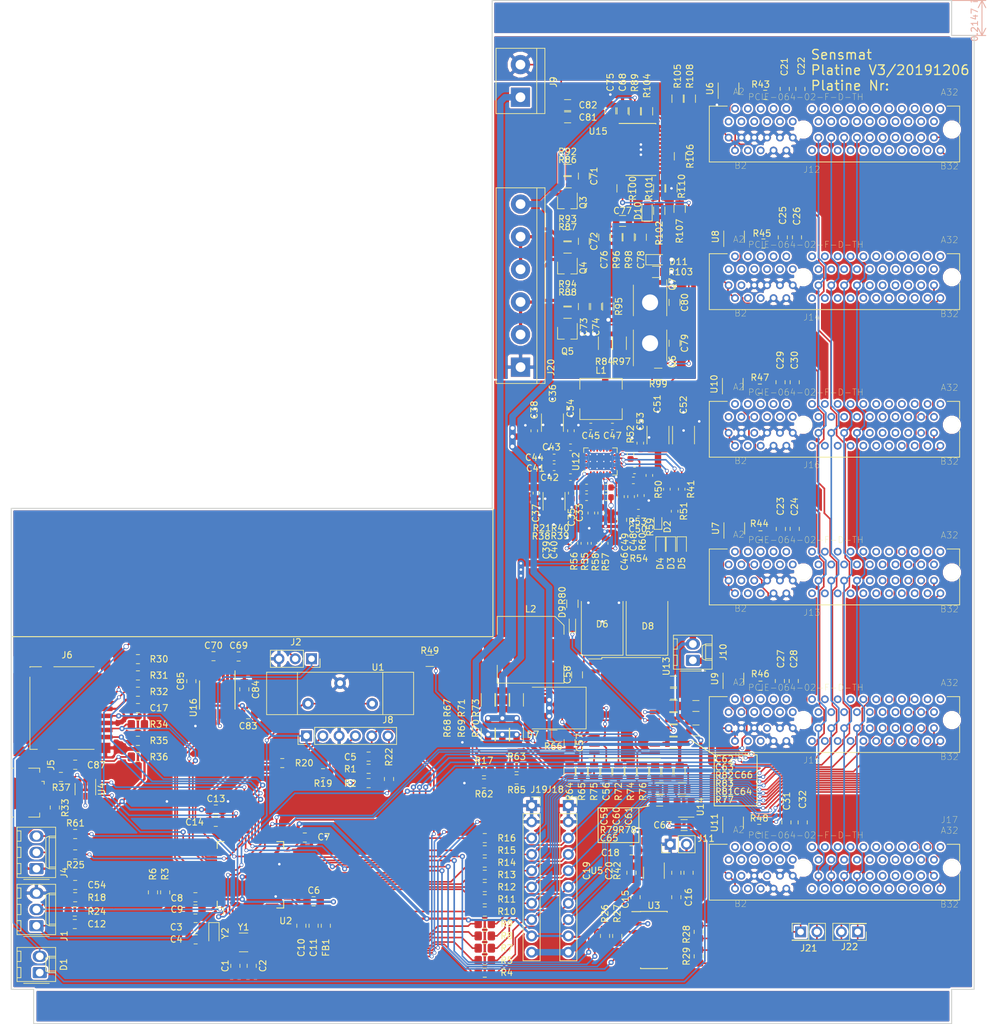
<source format=kicad_pcb>
(kicad_pcb (version 20171130) (host pcbnew "(5.0.2)-1")
  (layers (0 F.Cu signal) (31 B.Cu signal) (34 B.Paste user) (35 F.Paste user) (36 B.SilkS user) (37 F.SilkS user) (38 B.Mask user) (39 F.Mask user) (44 Edge.Cuts user))
  (net 0 "")
  (net 1 GND)
  (net 2 "Net-(C1-Pad2)")
  (net 3 "Net-(C2-Pad2)")
  (net 4 "Net-(C3-Pad2)")
  (net 5 "Net-(C4-Pad2)")
  (net 6 /NRST)
  (net 7 +3V3)
  (net 8 "Net-(C10-Pad2)")
  (net 9 +5V)
  (net 10 "Net-(C19-Pad2)")
  (net 11 "Net-(J2-Pad1)")
  (net 12 "Net-(J2-Pad2)")
  (net 13 "Net-(J4-Pad2)")
  (net 14 /SD_D1)
  (net 15 /SD_D0)
  (net 16 /SD_CLK)
  (net 17 /SD_CMD)
  (net 18 /SD_D2)
  (net 19 /SD_detect)
  (net 20 /SWDIO)
  (net 21 /SWCLK)
  (net 22 /SWO)
  (net 23 /Interfaces/Vout0)
  (net 24 "Net-(J11-Pad2)")
  (net 25 /C0CP0)
  (net 26 /RS485_Y)
  (net 27 /RS485_A)
  (net 28 /C0CP1)
  (net 29 /RS485_Z)
  (net 30 /RS485_B)
  (net 31 /C4CP1)
  (net 32 /Interfaces/Vout4)
  (net 33 /C4CP0)
  (net 34 /C1CP1)
  (net 35 /C1CP0)
  (net 36 /C2CP1)
  (net 37 /C2CP0)
  (net 38 /C3CP1)
  (net 39 /C3CP0)
  (net 40 /Interfaces/Vout1)
  (net 41 /C5CP1)
  (net 42 /Interfaces/Vout5)
  (net 43 /C5CP0)
  (net 44 /Interfaces/Vout2)
  (net 45 /Interfaces/Vout3)
  (net 46 "Net-(R3-Pad1)")
  (net 47 "Net-(R4-Pad2)")
  (net 48 "Net-(R5-Pad2)")
  (net 49 "Net-(R7-Pad2)")
  (net 50 "Net-(R8-Pad2)")
  (net 51 "Net-(R9-Pad2)")
  (net 52 "Net-(R10-Pad2)")
  (net 53 "Net-(R11-Pad2)")
  (net 54 "Net-(R12-Pad2)")
  (net 55 "Net-(R13-Pad2)")
  (net 56 "Net-(R14-Pad2)")
  (net 57 "Net-(R15-Pad2)")
  (net 58 "Net-(R16-Pad2)")
  (net 59 /USB_DM)
  (net 60 /USB_DP)
  (net 61 "Net-(R19-Pad2)")
  (net 62 "Net-(R20-Pad2)")
  (net 63 "Net-(R22-Pad2)")
  (net 64 "Net-(R26-Pad2)")
  (net 65 /UART3_RE)
  (net 66 /UART3_DE)
  (net 67 /V0_en)
  (net 68 /V4_en)
  (net 69 /V1_en)
  (net 70 /V5_en)
  (net 71 /V2_en)
  (net 72 /V3_en)
  (net 73 /UART3_Tx)
  (net 74 /UART3_Rx)
  (net 75 "Net-(C12-Pad1)")
  (net 76 "Net-(J5-Pad2)")
  (net 77 "Net-(J5-Pad3)")
  (net 78 /VBat_RTC)
  (net 79 "Net-(C39-Pad2)")
  (net 80 "Net-(C42-Pad2)")
  (net 81 "Net-(C43-Pad1)")
  (net 82 "Net-(C43-Pad2)")
  (net 83 "Net-(C44-Pad1)")
  (net 84 "Net-(C45-Pad1)")
  (net 85 "Net-(C45-Pad2)")
  (net 86 /Versorgung/BatteryManagementUnit/+5V)
  (net 87 "Net-(C48-Pad2)")
  (net 88 "Net-(C56-Pad2)")
  (net 89 "Net-(C57-Pad1)")
  (net 90 "Net-(C58-Pad2)")
  (net 91 "Net-(C58-Pad1)")
  (net 92 "Net-(C62-Pad2)")
  (net 93 "Net-(C64-Pad2)")
  (net 94 "Net-(C65-Pad1)")
  (net 95 "Net-(C66-Pad2)")
  (net 96 "Net-(C68-Pad2)")
  (net 97 "Net-(C71-Pad1)")
  (net 98 "Net-(C72-Pad1)")
  (net 99 "Net-(C74-Pad1)")
  (net 100 "Net-(C75-Pad1)")
  (net 101 "Net-(C76-Pad2)")
  (net 102 "Net-(C77-Pad1)")
  (net 103 "Net-(C79-Pad1)")
  (net 104 "Net-(C79-Pad2)")
  (net 105 "Net-(C81-Pad1)")
  (net 106 "Net-(D1-Pad2)")
  (net 107 /Versorgung/BatteryManagementUnit/LED)
  (net 108 "Net-(D9-Pad1)")
  (net 109 "Net-(D9-Pad2)")
  (net 110 "Net-(D10-Pad1)")
  (net 111 "Net-(D10-Pad2)")
  (net 112 /Versorgung/BatteryManagementUnit/V_IN)
  (net 113 "Net-(L2-Pad2)")
  (net 114 "Net-(Q3-Pad3)")
  (net 115 "Net-(Q4-Pad3)")
  (net 116 "Net-(Q5-Pad3)")
  (net 117 "Net-(Q6-Pad3)")
  (net 118 "Net-(Q6-Pad2)")
  (net 119 "Net-(R50-Pad1)")
  (net 120 "Net-(R64-Pad2)")
  (net 121 "Net-(R72-Pad2)")
  (net 122 "Net-(R74-Pad2)")
  (net 123 "Net-(R75-Pad2)")
  (net 124 "Net-(R77-Pad1)")
  (net 125 "Net-(R81-Pad1)")
  (net 126 "Net-(R82-Pad1)")
  (net 127 "Net-(R100-Pad2)")
  (net 128 "Net-(R101-Pad2)")
  (net 129 "Net-(R104-Pad2)")
  (net 130 "Net-(R105-Pad2)")
  (net 131 "Net-(R105-Pad1)")
  (net 132 "Net-(R106-Pad2)")
  (net 133 "Net-(R107-Pad2)")
  (net 134 "Net-(R110-Pad2)")
  (net 135 "Net-(C71-Pad2)")
  (net 136 "Net-(J20-Pad4)")
  (net 137 "Net-(J20-Pad2)")
  (net 138 /Versorgung/BatteryBalancingUnit/VSS)
  (net 139 "Net-(C69-Pad1)")
  (net 140 "Net-(C69-Pad2)")
  (net 141 "Net-(C70-Pad2)")
  (net 142 "Net-(C70-Pad1)")
  (net 143 "Net-(C84-Pad2)")
  (net 144 "Net-(C85-Pad2)")
  (net 145 /PB6_UART1_TX)
  (net 146 /PB7_UART1_RX)
  (net 147 "Net-(J5-Pad1)")
  (net 148 "Net-(C87-Pad2)")
  (net 149 /SD_CS)
  (net 150 "Net-(C40-Pad1)")
  (net 151 "Net-(C41-Pad1)")
  (net 152 "Net-(C42-Pad1)")
  (net 153 VCC)
  (net 154 "Net-(C47-Pad2)")
  (net 155 "Net-(C47-Pad1)")
  (net 156 "Net-(C48-Pad1)")
  (net 157 "Net-(C50-Pad1)")
  (net 158 "Net-(C50-Pad2)")
  (net 159 "Net-(R41-Pad1)")
  (net 160 "Net-(R51-Pad1)")
  (net 161 "Net-(R52-Pad2)")
  (net 162 "Net-(R55-Pad2)")
  (net 163 "Net-(R57-Pad2)")
  (net 164 "Net-(D5-Pad1)")
  (net 165 "Net-(D4-Pad1)")
  (net 166 "Net-(D3-Pad1)")
  (net 167 "Net-(R25-Pad2)")
  (net 168 /STATUS_LED_2)
  (net 169 /SW_2)
  (net 170 /ADC_1)
  (net 171 "Net-(R61-Pad2)")
  (net 172 /ADC_2)
  (net 173 /V_IN2)
  (net 174 /V_IN1)
  (net 175 "Net-(J5-Pad4)")
  (net 176 "Net-(J12-PadB30)")
  (net 177 "Net-(J12-PadB29)")
  (net 178 "Net-(J12-PadB28)")
  (net 179 "Net-(J12-PadB27)")
  (net 180 "Net-(J12-PadB26)")
  (net 181 "Net-(J12-PadB25)")
  (net 182 "Net-(J12-PadB24)")
  (net 183 "Net-(J12-PadB23)")
  (net 184 "Net-(J12-PadB22)")
  (net 185 "Net-(J12-PadB21)")
  (net 186 "Net-(J12-PadB20)")
  (net 187 "Net-(J12-PadB18)")
  (net 188 "Net-(J12-PadB16)")
  (net 189 "Net-(J12-PadB14)")
  (net 190 "Net-(J12-PadB12)")
  (net 191 "Net-(J12-PadB6)")
  (net 192 "Net-(J12-PadB4)")
  (net 193 "Net-(J13-PadB3)")
  (net 194 "Net-(J13-PadB4)")
  (net 195 "Net-(J13-PadB5)")
  (net 196 "Net-(J13-PadB6)")
  (net 197 "Net-(J13-PadB12)")
  (net 198 "Net-(J13-PadB14)")
  (net 199 "Net-(J13-PadB16)")
  (net 200 "Net-(J13-PadB18)")
  (net 201 "Net-(J13-PadB20)")
  (net 202 "Net-(J13-PadB21)")
  (net 203 "Net-(J13-PadB22)")
  (net 204 "Net-(J13-PadB23)")
  (net 205 "Net-(J13-PadB24)")
  (net 206 "Net-(J13-PadB25)")
  (net 207 "Net-(J13-PadB26)")
  (net 208 "Net-(J13-PadB27)")
  (net 209 "Net-(J13-PadB28)")
  (net 210 "Net-(J13-PadB29)")
  (net 211 "Net-(J13-PadB30)")
  (net 212 "Net-(J14-PadB3)")
  (net 213 "Net-(J14-PadB4)")
  (net 214 "Net-(J14-PadB6)")
  (net 215 "Net-(J14-PadB12)")
  (net 216 "Net-(J14-PadB14)")
  (net 217 "Net-(J14-PadB16)")
  (net 218 "Net-(J14-PadB18)")
  (net 219 "Net-(J14-PadB20)")
  (net 220 "Net-(J14-PadB21)")
  (net 221 "Net-(J14-PadB22)")
  (net 222 "Net-(J14-PadB23)")
  (net 223 "Net-(J14-PadB24)")
  (net 224 "Net-(J14-PadB25)")
  (net 225 "Net-(J14-PadB26)")
  (net 226 "Net-(J14-PadB27)")
  (net 227 "Net-(J14-PadB28)")
  (net 228 "Net-(J14-PadB29)")
  (net 229 "Net-(J14-PadB30)")
  (net 230 "Net-(J15-PadB30)")
  (net 231 "Net-(J15-PadB29)")
  (net 232 "Net-(J15-PadB28)")
  (net 233 "Net-(J15-PadB27)")
  (net 234 "Net-(J15-PadB26)")
  (net 235 "Net-(J15-PadB25)")
  (net 236 "Net-(J15-PadB24)")
  (net 237 "Net-(J15-PadB23)")
  (net 238 "Net-(J15-PadB22)")
  (net 239 "Net-(J15-PadB21)")
  (net 240 "Net-(J15-PadB20)")
  (net 241 "Net-(J15-PadB18)")
  (net 242 "Net-(J15-PadB16)")
  (net 243 "Net-(J15-PadB14)")
  (net 244 "Net-(J15-PadB12)")
  (net 245 "Net-(J15-PadB7)")
  (net 246 "Net-(J15-PadB6)")
  (net 247 "Net-(J15-PadB4)")
  (net 248 "Net-(J16-PadB30)")
  (net 249 "Net-(J16-PadB29)")
  (net 250 "Net-(J16-PadB28)")
  (net 251 "Net-(J16-PadB27)")
  (net 252 "Net-(J16-PadB26)")
  (net 253 "Net-(J16-PadB25)")
  (net 254 "Net-(J16-PadB24)")
  (net 255 "Net-(J16-PadB23)")
  (net 256 "Net-(J16-PadB22)")
  (net 257 "Net-(J16-PadB21)")
  (net 258 "Net-(J16-PadB20)")
  (net 259 "Net-(J16-PadB18)")
  (net 260 "Net-(J16-PadB16)")
  (net 261 "Net-(J16-PadB14)")
  (net 262 "Net-(J16-PadB12)")
  (net 263 "Net-(J16-PadB6)")
  (net 264 "Net-(J16-PadB5)")
  (net 265 "Net-(J16-PadB4)")
  (net 266 "Net-(J17-PadB3)")
  (net 267 "Net-(J17-PadB4)")
  (net 268 "Net-(J17-PadB6)")
  (net 269 "Net-(J17-PadB7)")
  (net 270 "Net-(J17-PadB12)")
  (net 271 "Net-(J17-PadB14)")
  (net 272 "Net-(J17-PadB16)")
  (net 273 "Net-(J17-PadB18)")
  (net 274 "Net-(J17-PadB20)")
  (net 275 "Net-(J17-PadB21)")
  (net 276 "Net-(J17-PadB22)")
  (net 277 "Net-(J17-PadB23)")
  (net 278 "Net-(J17-PadB24)")
  (net 279 "Net-(J17-PadB25)")
  (net 280 "Net-(J17-PadB26)")
  (net 281 "Net-(J17-PadB27)")
  (net 282 "Net-(J17-PadB28)")
  (net 283 "Net-(J17-PadB29)")
  (net 284 "Net-(J17-PadB30)")
  (net 285 "Net-(U2-Pad50)")
  (net 286 "Net-(U2-Pad54)")
  (net 287 "Net-(U2-Pad56)")
  (net 288 "Net-(U2-Pad57)")
  (net 289 "Net-(U2-Pad61)")
  (net 290 "Net-(U2-Pad62)")
  (net 291 "Net-(U3-Pad7)")
  (net 292 "Net-(U3-Pad13)")
  (net 293 "Net-(U13-Pad15)")
  (net 294 "Net-(U15-Pad21)")
  (net 295 "Net-(U15-Pad15)")
  (net 296 "Net-(U16-Pad10)")
  (module Connector_Card:microSD_HC_Hirose_DM3D-SF (layer F.Cu) (at 27.62758 136.58088 90)
    (fp_text reference J6 (at 8.255 0) (layer F.SilkS))
    (fp_text value Micro_SD_Card_Det)
    (pad 8 smd rect (at -4.525 6.105 90) (size 0.7 1.95) (layers F.Cu F.Paste F.Mask) (net 14 /SD_D1))
    (pad 11 smd rect (at -6.21 6.005 90) (size 1.6 1.5) (layers F.Cu F.Paste F.Mask) (net 1 GND))
    (pad 11 smd rect (at -6.75 -7.475 90) (size 1.5 1.7) (layers F.Cu F.Paste F.Mask) (net 1 GND))
    (pad 9 smd rect (at -6.95 -1.67 90) (size 1.3 1.4) (layers F.Cu F.Paste F.Mask) (net 1 GND))
    (pad 11 smd rect (at 6.75 -7.475 90) (size 1.5 1.7) (layers F.Cu F.Paste F.Mask) (net 1 GND))
    (pad 7 smd rect (at -3.425 6.105 90) (size 0.7 1.95) (layers F.Cu F.Paste F.Mask) (net 15 /SD_D0))
    (pad 6 smd rect (at -2.325 6.105 90) (size 0.7 1.95) (layers F.Cu F.Paste F.Mask) (net 1 GND))
    (pad 5 smd rect (at -1.225 6.105 90) (size 0.7 1.95) (layers F.Cu F.Paste F.Mask) (net 16 /SD_CLK))
    (pad 4 smd rect (at -0.125 6.105 90) (size 0.7 1.95) (layers F.Cu F.Paste F.Mask) (net 7 +3V3))
    (pad 3 smd rect (at 0.975 6.105 90) (size 0.7 1.95) (layers F.Cu F.Paste F.Mask) (net 17 /SD_CMD))
    (pad 2 smd rect (at 2.075 6.105 90) (size 0.7 1.85) (layers F.Cu F.Paste F.Mask) (net 149 /SD_CS))
    (pad 1 smd rect (at 3.175 6.105 90) (size 0.7 1.85) (layers F.Cu F.Paste F.Mask) (net 18 /SD_D2))
    (pad 11 smd rect (at 6.75 6.005 90) (size 1.7 1.5) (layers F.Cu F.Paste F.Mask) (net 1 GND))
    (pad 10 smd rect (at -6.95 4.425 90) (size 1.3 1.3) (layers F.Cu F.Paste F.Mask) (net 19 /SD_detect))
  )
  (module Connector_USB:USB_Micro-B_GCT_USB3076-30-A (layer F.Cu) (at 20.6375 149.86 270)
    (fp_text reference J5 (at -4.38912 -4.48183 90) (layer F.SilkS))
    (fp_text value USB_B_Micro)
    (pad 6 smd rect (at 3.8608 0 270) (size 1.8 1.9) (layers F.Cu F.Paste F.Mask) (net 1 GND))
    (pad 2 smd rect (at -0.762 -2.8408 270) (size 0.4 1.7) (layers F.Cu F.Paste F.Mask) (net 76 "Net-(J5-Pad2)"))
    (pad 1 smd rect (at -1.4016 -2.8408 270) (size 0.4 1.7) (layers F.Cu F.Paste F.Mask) (net 147 "Net-(J5-Pad1)"))
    (pad 5 smd rect (at 1.1938 -2.8408 270) (size 0.4 1.7) (layers F.Cu F.Paste F.Mask) (net 1 GND))
    (pad 4 smd rect (at 0.5484 -2.8408 270) (size 0.4 1.7) (layers F.Cu F.Paste F.Mask) (net 175 "Net-(J5-Pad4)"))
    (pad 3 smd rect (at -0.1016 -2.8408 270) (size 0.4 1.7) (layers F.Cu F.Paste F.Mask) (net 77 "Net-(J5-Pad3)"))
    (pad 6 smd rect (at -3.8 0 270) (size 1.8 1.9) (layers F.Cu F.Paste F.Mask) (net 1 GND))
    (pad 6 smd rect (at 3.1 -2.55 270) (size 2.1 1.6) (layers F.Cu F.Paste F.Mask) (net 1 GND))
    (pad 6 smd rect (at -3.1 -2.55 270) (size 2.1 1.6) (layers F.Cu F.Paste F.Mask) (net 1 GND))
  )
  (module Connector_PinHeader_2.54mm:PinHeader_1x06_P2.54mm_Vertical (layer F.Cu) (at 64.93764 140.9192 90)
    (fp_text reference J8 (at 2.4892 12.69111) (layer F.SilkS))
    (fp_text value Conn_01x06_Male)
    (pad 1 thru_hole rect (at 0 0 90) (size 1.7 1.7) (drill 1) (layers *.Cu *.Mask) (net 7 +3V3))
    (pad 2 thru_hole oval (at 0 2.54 90) (size 1.7 1.7) (drill 1) (layers *.Cu *.Mask) (net 21 /SWCLK))
    (pad 3 thru_hole oval (at 0 5.08 90) (size 1.7 1.7) (drill 1) (layers *.Cu *.Mask) (net 1 GND))
    (pad 4 thru_hole oval (at 0 7.62 90) (size 1.7 1.7) (drill 1) (layers *.Cu *.Mask) (net 20 /SWDIO))
    (pad 5 thru_hole oval (at 0 10.16 90) (size 1.7 1.7) (drill 1) (layers *.Cu *.Mask) (net 6 /NRST))
    (pad 6 thru_hole oval (at 0 12.7 90) (size 1.7 1.7) (drill 1) (layers *.Cu *.Mask) (net 22 /SWO))
  )
  (module Resistor_SMD:R_0805_2012Metric_Pad1.15x1.40mm_HandSolder (layer F.Cu) (at 26.67 147.32)
    (fp_text reference R37 (at 0.03683 1.64338 180) (layer F.SilkS))
    (fp_text value 0R)
    (pad 1 smd roundrect (at -1.025 0) (size 1.15 1.4) (layers F.Cu F.Paste F.Mask) (roundrect_rratio 0.217391) (net 147 "Net-(J5-Pad1)"))
    (pad 2 smd roundrect (at 1.025 0) (size 1.15 1.4) (layers F.Cu F.Paste F.Mask) (roundrect_rratio 0.217391) (net 148 "Net-(C87-Pad2)"))
  )
  (module Package_TO_SOT_SMD:SOT-23-6 (layer F.Cu) (at 30.48 149.225 270)
    (fp_text reference U4 (at 0 -2.54 90) (layer F.SilkS))
    (fp_text value TPD2S017)
    (pad 5 smd rect (at 1.1 0 270) (size 1.06 0.65) (layers F.Cu F.Paste F.Mask) (net 148 "Net-(C87-Pad2)"))
    (pad 6 smd rect (at 1.1 -0.95 270) (size 1.06 0.65) (layers F.Cu F.Paste F.Mask) (net 60 /USB_DP))
    (pad 4 smd rect (at 1.1 0.95 270) (size 1.06 0.65) (layers F.Cu F.Paste F.Mask) (net 77 "Net-(J5-Pad3)"))
    (pad 3 smd rect (at -1.1 0.95 270) (size 1.06 0.65) (layers F.Cu F.Paste F.Mask) (net 76 "Net-(J5-Pad2)"))
    (pad 2 smd rect (at -1.1 0 270) (size 1.06 0.65) (layers F.Cu F.Paste F.Mask) (net 1 GND))
    (pad 1 smd rect (at -1.1 -0.95 270) (size 1.06 0.65) (layers F.Cu F.Paste F.Mask) (net 59 /USB_DM))
  )
  (module Package_SO:TSSOP-16_4.4x5mm_P0.65mm (layer F.Cu) (at 50.99558 134.54888 270)
    (fp_text reference U16 (at 1.97612 3.68808 90) (layer F.SilkS))
    (fp_text value MAX3221)
    (pad 16 smd rect (at 2.95 -2.275 270) (size 1.5 0.45) (layers F.Cu F.Paste F.Mask) (net 7 +3V3))
    (pad 15 smd rect (at 2.95 -1.625 270) (size 1.5 0.45) (layers F.Cu F.Paste F.Mask) (net 7 +3V3))
    (pad 14 smd rect (at 2.95 -0.975 270) (size 1.5 0.45) (layers F.Cu F.Paste F.Mask) (net 1 GND))
    (pad 13 smd rect (at 2.95 -0.325 270) (size 1.5 0.45) (layers F.Cu F.Paste F.Mask) (net 11 "Net-(J2-Pad1)"))
    (pad 12 smd rect (at 2.95 0.325 270) (size 1.5 0.45) (layers F.Cu F.Paste F.Mask) (net 1 GND))
    (pad 11 smd rect (at 2.95 0.975 270) (size 1.5 0.45) (layers F.Cu F.Paste F.Mask) (net 145 /PB6_UART1_TX))
    (pad 10 smd rect (at 2.95 1.625 270) (size 1.5 0.45) (layers F.Cu F.Paste F.Mask) (net 296 "Net-(U16-Pad10)"))
    (pad 9 smd rect (at 2.95 2.275 270) (size 1.5 0.45) (layers F.Cu F.Paste F.Mask) (net 146 /PB7_UART1_RX))
    (pad 8 smd rect (at -2.95 2.275 270) (size 1.5 0.45) (layers F.Cu F.Paste F.Mask) (net 12 "Net-(J2-Pad2)"))
    (pad 7 smd rect (at -2.95 1.625 270) (size 1.5 0.45) (layers F.Cu F.Paste F.Mask) (net 144 "Net-(C85-Pad2)"))
    (pad 6 smd rect (at -2.95 0.975 270) (size 1.5 0.45) (layers F.Cu F.Paste F.Mask) (net 141 "Net-(C70-Pad2)"))
    (pad 5 smd rect (at -2.95 0.325 270) (size 1.5 0.45) (layers F.Cu F.Paste F.Mask) (net 142 "Net-(C70-Pad1)"))
    (pad 4 smd rect (at -2.95 -0.325 270) (size 1.5 0.45) (layers F.Cu F.Paste F.Mask) (net 140 "Net-(C69-Pad2)"))
    (pad 3 smd rect (at -2.95 -0.975 270) (size 1.5 0.45) (layers F.Cu F.Paste F.Mask) (net 143 "Net-(C84-Pad2)"))
    (pad 2 smd rect (at -2.95 -1.625 270) (size 1.5 0.45) (layers F.Cu F.Paste F.Mask) (net 139 "Net-(C69-Pad1)"))
    (pad 1 smd rect (at -2.95 -2.275 270) (size 1.5 0.45) (layers F.Cu F.Paste F.Mask) (net 1 GND))
  )
  (module Connector_PinSocket_2.54mm:PinSocket_1x03_P2.54mm_Vertical (layer F.Cu) (at 65.7225 128.905 270)
    (fp_text reference J2 (at -2.60096 2.44475) (layer F.SilkS))
    (fp_text value Conn_01x03_Female)
    (pad 3 thru_hole oval (at 0 5.08 270) (size 1.7 1.7) (drill 1) (layers *.Cu *.Mask) (net 1 GND))
    (pad 2 thru_hole oval (at 0 2.54 270) (size 1.7 1.7) (drill 1) (layers *.Cu *.Mask) (net 12 "Net-(J2-Pad2)"))
    (pad 1 thru_hole rect (at 0 0 270) (size 1.7 1.7) (drill 1) (layers *.Cu *.Mask) (net 11 "Net-(J2-Pad1)"))
  )
  (module samtec_pci:SAMTEC_PCIE-064-02-F-D-TH (layer F.Cu) (at 147.19808 138.45588 180)
    (fp_text reference J15 (at 3.5384 -6.24265) (layer F.SilkS) (effects (font (size 1.00123 1.00123) (thickness 0.05))))
    (fp_text value PCIE-064-02-F-D-TH (at 4.47476 5.06817) (layer F.SilkS) (effects (font (size 1.00062 1.00062) (thickness 0.05))))
    (fp_text user B32 (at -17.9141 -5.70354) (layer F.SilkS) (effects (font (thickness 0.05))))
    (fp_text user B2 (at 14.6189 -5.61087) (layer F.SilkS) (effects (font (thickness 0.05))))
    (fp_text user A32 (at -17.9243 5.80618) (layer F.SilkS) (effects (font (thickness 0.05))))
    (fp_text user A2 (at 14.9097 5.90567) (layer F.SilkS) (effects (font (thickness 0.05))))
    (pad Hole np_thru_hole circle (at -18.3 0 180) (size 2.35 2.35) (drill 2.35) (layers *.Cu *.Mask F.SilkS))
    (pad Hole np_thru_hole circle (at 4.85 0 180) (size 2.35 2.35) (drill 2.35) (layers *.Cu *.Mask F.SilkS))
    (pad B32 thru_hole circle (at -16.5 -3.26 180) (size 1.208 1.208) (drill 0.7) (layers *.Cu *.Mask) (net 33 /C4CP0))
    (pad A32 thru_hole circle (at -16.5 3.24 180) (size 1.208 1.208) (drill 0.7) (layers *.Cu *.Mask))
    (pad B31 thru_hole circle (at -15.5 -1.26 180) (size 1.208 1.208) (drill 0.7) (layers *.Cu *.Mask) (net 31 /C4CP1))
    (pad A31 thru_hole circle (at -15.5 1.24 180) (size 1.208 1.208) (drill 0.7) (layers *.Cu *.Mask))
    (pad B30 thru_hole circle (at -14.5 -3.26 180) (size 1.208 1.208) (drill 0.7) (layers *.Cu *.Mask) (net 230 "Net-(J15-PadB30)"))
    (pad B29 thru_hole circle (at -13.5 -1.26 180) (size 1.208 1.208) (drill 0.7) (layers *.Cu *.Mask) (net 231 "Net-(J15-PadB29)"))
    (pad A30 thru_hole circle (at -14.5 3.24 180) (size 1.208 1.208) (drill 0.7) (layers *.Cu *.Mask))
    (pad A29 thru_hole circle (at -13.5 1.24 180) (size 1.208 1.208) (drill 0.7) (layers *.Cu *.Mask))
    (pad B28 thru_hole circle (at -12.5 -3.26 180) (size 1.208 1.208) (drill 0.7) (layers *.Cu *.Mask) (net 232 "Net-(J15-PadB28)"))
    (pad B27 thru_hole circle (at -11.5 -1.26 180) (size 1.208 1.208) (drill 0.7) (layers *.Cu *.Mask) (net 233 "Net-(J15-PadB27)"))
    (pad A28 thru_hole circle (at -12.5 3.24 180) (size 1.208 1.208) (drill 0.7) (layers *.Cu *.Mask))
    (pad A27 thru_hole circle (at -11.5 1.24 180) (size 1.208 1.208) (drill 0.7) (layers *.Cu *.Mask))
    (pad B26 thru_hole circle (at -10.5 -3.26 180) (size 1.208 1.208) (drill 0.7) (layers *.Cu *.Mask) (net 234 "Net-(J15-PadB26)"))
    (pad B25 thru_hole circle (at -9.5 -1.26 180) (size 1.208 1.208) (drill 0.7) (layers *.Cu *.Mask) (net 235 "Net-(J15-PadB25)"))
    (pad A26 thru_hole circle (at -10.5 3.24 180) (size 1.208 1.208) (drill 0.7) (layers *.Cu *.Mask))
    (pad A25 thru_hole circle (at -9.5 1.24 180) (size 1.208 1.208) (drill 0.7) (layers *.Cu *.Mask))
    (pad B24 thru_hole circle (at -8.5 -3.26 180) (size 1.208 1.208) (drill 0.7) (layers *.Cu *.Mask) (net 236 "Net-(J15-PadB24)"))
    (pad B23 thru_hole circle (at -7.5 -1.26 180) (size 1.208 1.208) (drill 0.7) (layers *.Cu *.Mask) (net 237 "Net-(J15-PadB23)"))
    (pad A24 thru_hole circle (at -8.5 3.24 180) (size 1.208 1.208) (drill 0.7) (layers *.Cu *.Mask))
    (pad A23 thru_hole circle (at -7.5 1.24 180) (size 1.208 1.208) (drill 0.7) (layers *.Cu *.Mask))
    (pad B22 thru_hole circle (at -6.5 -3.26 180) (size 1.208 1.208) (drill 0.7) (layers *.Cu *.Mask) (net 238 "Net-(J15-PadB22)"))
    (pad A22 thru_hole circle (at -6.5 3.24 180) (size 1.208 1.208) (drill 0.7) (layers *.Cu *.Mask))
    (pad B21 thru_hole circle (at -5.5 -1.26 180) (size 1.208 1.208) (drill 0.7) (layers *.Cu *.Mask) (net 239 "Net-(J15-PadB21)"))
    (pad A21 thru_hole circle (at -5.5 1.24 180) (size 1.208 1.208) (drill 0.7) (layers *.Cu *.Mask))
    (pad B20 thru_hole circle (at -4.5 -3.26 180) (size 1.208 1.208) (drill 0.7) (layers *.Cu *.Mask) (net 240 "Net-(J15-PadB20)"))
    (pad B19 thru_hole circle (at -3.5 -1.26 180) (size 1.208 1.208) (drill 0.7) (layers *.Cu *.Mask) (net 26 /RS485_Y))
    (pad A20 thru_hole circle (at -4.5 3.24 180) (size 1.208 1.208) (drill 0.7) (layers *.Cu *.Mask))
    (pad A19 thru_hole circle (at -3.5 1.24 180) (size 1.208 1.208) (drill 0.7) (layers *.Cu *.Mask))
    (pad B18 thru_hole circle (at -2.5 -3.26 180) (size 1.208 1.208) (drill 0.7) (layers *.Cu *.Mask) (net 241 "Net-(J15-PadB18)"))
    (pad B17 thru_hole circle (at -1.5 -1.26 180) (size 1.208 1.208) (drill 0.7) (layers *.Cu *.Mask) (net 29 /RS485_Z))
    (pad A18 thru_hole circle (at -2.5 3.24 180) (size 1.208 1.208) (drill 0.7) (layers *.Cu *.Mask))
    (pad A17 thru_hole circle (at -1.5 1.24 180) (size 1.208 1.208) (drill 0.7) (layers *.Cu *.Mask))
    (pad B16 thru_hole circle (at -0.5 -3.26 180) (size 1.208 1.208) (drill 0.7) (layers *.Cu *.Mask) (net 242 "Net-(J15-PadB16)"))
    (pad B15 thru_hole circle (at 0.5 -1.26 180) (size 1.208 1.208) (drill 0.7) (layers *.Cu *.Mask) (net 30 /RS485_B))
    (pad A16 thru_hole circle (at -0.5 3.24 180) (size 1.208 1.208) (drill 0.7) (layers *.Cu *.Mask))
    (pad A15 thru_hole circle (at 0.5 1.24 180) (size 1.208 1.208) (drill 0.7) (layers *.Cu *.Mask))
    (pad B14 thru_hole circle (at 1.5 -3.26 180) (size 1.208 1.208) (drill 0.7) (layers *.Cu *.Mask) (net 243 "Net-(J15-PadB14)"))
    (pad B13 thru_hole circle (at 2.5 -1.26 180) (size 1.208 1.208) (drill 0.7) (layers *.Cu *.Mask) (net 27 /RS485_A))
    (pad A14 thru_hole circle (at 1.5 3.24 180) (size 1.208 1.208) (drill 0.7) (layers *.Cu *.Mask))
    (pad A13 thru_hole circle (at 2.5 1.24 180) (size 1.208 1.208) (drill 0.7) (layers *.Cu *.Mask))
    (pad B12 thru_hole circle (at 3.5 -3.26 180) (size 1.208 1.208) (drill 0.7) (layers *.Cu *.Mask) (net 244 "Net-(J15-PadB12)"))
    (pad A12 thru_hole circle (at 3.5 3.24 180) (size 1.208 1.208) (drill 0.7) (layers *.Cu *.Mask))
    (pad B11 thru_hole circle (at 6.5 -1.26 180) (size 1.208 1.208) (drill 0.7) (layers *.Cu *.Mask) (net 1 GND))
    (pad A11 thru_hole circle (at 6.5 1.24 180) (size 1.208 1.208) (drill 0.7) (layers *.Cu *.Mask))
    (pad B10 thru_hole circle (at 7.5 -3.26 180) (size 1.208 1.208) (drill 0.7) (layers *.Cu *.Mask) (net 1 GND))
    (pad B9 thru_hole circle (at 8.5 -1.26 180) (size 1.208 1.208) (drill 0.7) (layers *.Cu *.Mask) (net 1 GND))
    (pad A10 thru_hole circle (at 7.5 3.24 180) (size 1.208 1.208) (drill 0.7) (layers *.Cu *.Mask))
    (pad A9 thru_hole circle (at 8.5 1.24 180) (size 1.208 1.208) (drill 0.7) (layers *.Cu *.Mask))
    (pad B8 thru_hole circle (at 9.5 -3.26 180) (size 1.208 1.208) (drill 0.7) (layers *.Cu *.Mask) (net 1 GND))
    (pad B7 thru_hole circle (at 10.5 -1.26 180) (size 1.208 1.208) (drill 0.7) (layers *.Cu *.Mask) (net 245 "Net-(J15-PadB7)"))
    (pad A8 thru_hole circle (at 9.5 3.24 180) (size 1.208 1.208) (drill 0.7) (layers *.Cu *.Mask))
    (pad A7 thru_hole circle (at 10.5 1.24 180) (size 1.208 1.208) (drill 0.7) (layers *.Cu *.Mask))
    (pad B6 thru_hole circle (at 11.5 -3.26 180) (size 1.208 1.208) (drill 0.7) (layers *.Cu *.Mask) (net 246 "Net-(J15-PadB6)"))
    (pad B5 thru_hole circle (at 12.5 -1.26 180) (size 1.208 1.208) (drill 0.7) (layers *.Cu *.Mask) (net 1 GND))
    (pad A6 thru_hole circle (at 11.5 3.24 180) (size 1.208 1.208) (drill 0.7) (layers *.Cu *.Mask))
    (pad A5 thru_hole circle (at 12.5 1.24 180) (size 1.208 1.208) (drill 0.7) (layers *.Cu *.Mask))
    (pad B4 thru_hole circle (at 13.5 -3.26 180) (size 1.208 1.208) (drill 0.7) (layers *.Cu *.Mask) (net 247 "Net-(J15-PadB4)"))
    (pad B3 thru_hole circle (at 14.5 -1.26 180) (size 1.208 1.208) (drill 0.7) (layers *.Cu *.Mask) (net 1 GND))
    (pad A4 thru_hole circle (at 13.5 3.24 180) (size 1.208 1.208) (drill 0.7) (layers *.Cu *.Mask))
    (pad A3 thru_hole circle (at 14.5 1.24 180) (size 1.208 1.208) (drill 0.7) (layers *.Cu *.Mask))
    (pad B2 thru_hole circle (at 15.5 -3.26 180) (size 1.208 1.208) (drill 0.7) (layers *.Cu *.Mask) (net 32 /Interfaces/Vout4))
    (pad B1 thru_hole circle (at 16.5 -1.26 180) (size 1.208 1.208) (drill 0.7) (layers *.Cu *.Mask) (net 32 /Interfaces/Vout4))
    (pad A2 thru_hole circle (at 15.5 3.24 180) (size 1.208 1.208) (drill 0.7) (layers *.Cu *.Mask))
    (pad A1 thru_hole circle (at 16.5 1.24 180) (size 1.208 1.208) (drill 0.7) (layers *.Cu *.Mask))
  )
  (module Connector_Molex:Molex_KK-254_AE-6410-02A_1x02_P2.54mm_Vertical (layer F.Cu) (at 22.86 177.8 90)
    (fp_text reference D1 (at 1.25349 4.24434 90) (layer F.SilkS))
    (fp_text value LED)
    (pad 2 thru_hole oval (at 2.54 0.508 90) (size 1.74 2.2) (drill 1.2) (layers *.Cu *.Mask) (net 106 "Net-(D1-Pad2)"))
    (pad 1 thru_hole roundrect (at 0 0.508 90) (size 1.74 2.2) (drill 1.2) (layers *.Cu *.Mask) (roundrect_rratio 0.143678) (net 107 /Versorgung/BatteryManagementUnit/LED))
  )
  (module Package_QFP:LQFP-64_10x10mm_P0.5mm (layer F.Cu) (at 56.1975 162.56 90)
    (fp_text reference U2 (at -7.18058 5.50037) (layer F.SilkS))
    (fp_text value STM32L476RGTx)
    (pad 1 smd rect (at -5.7 -3.75 90) (size 1 0.25) (layers F.Cu F.Paste F.Mask) (net 78 /VBat_RTC))
    (pad 2 smd rect (at -5.7 -3.25 90) (size 1 0.25) (layers F.Cu F.Paste F.Mask) (net 169 /SW_2))
    (pad 3 smd rect (at -5.7 -2.75 90) (size 1 0.25) (layers F.Cu F.Paste F.Mask) (net 4 "Net-(C3-Pad2)"))
    (pad 4 smd rect (at -5.7 -2.25 90) (size 1 0.25) (layers F.Cu F.Paste F.Mask) (net 5 "Net-(C4-Pad2)"))
    (pad 5 smd rect (at -5.7 -1.75 90) (size 1 0.25) (layers F.Cu F.Paste F.Mask) (net 2 "Net-(C1-Pad2)"))
    (pad 6 smd rect (at -5.7 -1.25 90) (size 1 0.25) (layers F.Cu F.Paste F.Mask) (net 3 "Net-(C2-Pad2)"))
    (pad 7 smd rect (at -5.7 -0.75 90) (size 1 0.25) (layers F.Cu F.Paste F.Mask) (net 6 /NRST))
    (pad 8 smd rect (at -5.7 -0.25 90) (size 1 0.25) (layers F.Cu F.Paste F.Mask) (net 170 /ADC_1))
    (pad 9 smd rect (at -5.7 0.25 90) (size 1 0.25) (layers F.Cu F.Paste F.Mask) (net 172 /ADC_2))
    (pad 10 smd rect (at -5.7 0.75 90) (size 1 0.25) (layers F.Cu F.Paste F.Mask) (net 47 "Net-(R4-Pad2)"))
    (pad 11 smd rect (at -5.7 1.25 90) (size 1 0.25) (layers F.Cu F.Paste F.Mask) (net 48 "Net-(R5-Pad2)"))
    (pad 12 smd rect (at -5.7 1.75 90) (size 1 0.25) (layers F.Cu F.Paste F.Mask) (net 1 GND))
    (pad 13 smd rect (at -5.7 2.25 90) (size 1 0.25) (layers F.Cu F.Paste F.Mask) (net 8 "Net-(C10-Pad2)"))
    (pad 14 smd rect (at -5.7 2.75 90) (size 1 0.25) (layers F.Cu F.Paste F.Mask) (net 49 "Net-(R7-Pad2)"))
    (pad 15 smd rect (at -5.7 3.25 90) (size 1 0.25) (layers F.Cu F.Paste F.Mask) (net 50 "Net-(R8-Pad2)"))
    (pad 16 smd rect (at -5.7 3.75 90) (size 1 0.25) (layers F.Cu F.Paste F.Mask) (net 51 "Net-(R9-Pad2)"))
    (pad 17 smd rect (at -3.75 5.7 180) (size 1 0.25) (layers F.Cu F.Paste F.Mask) (net 52 "Net-(R10-Pad2)"))
    (pad 18 smd rect (at -3.25 5.7 180) (size 1 0.25) (layers F.Cu F.Paste F.Mask) (net 1 GND))
    (pad 19 smd rect (at -2.75 5.7 180) (size 1 0.25) (layers F.Cu F.Paste F.Mask) (net 7 +3V3))
    (pad 20 smd rect (at -2.25 5.7 180) (size 1 0.25) (layers F.Cu F.Paste F.Mask) (net 53 "Net-(R11-Pad2)"))
    (pad 21 smd rect (at -1.75 5.7 180) (size 1 0.25) (layers F.Cu F.Paste F.Mask) (net 54 "Net-(R12-Pad2)"))
    (pad 22 smd rect (at -1.25 5.7 180) (size 1 0.25) (layers F.Cu F.Paste F.Mask) (net 55 "Net-(R13-Pad2)"))
    (pad 23 smd rect (at -0.75 5.7 180) (size 1 0.25) (layers F.Cu F.Paste F.Mask) (net 56 "Net-(R14-Pad2)"))
    (pad 24 smd rect (at -0.25 5.7 180) (size 1 0.25) (layers F.Cu F.Paste F.Mask) (net 73 /UART3_Tx))
    (pad 25 smd rect (at 0.25 5.7 180) (size 1 0.25) (layers F.Cu F.Paste F.Mask) (net 74 /UART3_Rx))
    (pad 26 smd rect (at 0.75 5.7 180) (size 1 0.25) (layers F.Cu F.Paste F.Mask) (net 65 /UART3_RE))
    (pad 27 smd rect (at 1.25 5.7 180) (size 1 0.25) (layers F.Cu F.Paste F.Mask) (net 66 /UART3_DE))
    (pad 28 smd rect (at 1.75 5.7 180) (size 1 0.25) (layers F.Cu F.Paste F.Mask) (net 67 /V0_en))
    (pad 29 smd rect (at 2.25 5.7 180) (size 1 0.25) (layers F.Cu F.Paste F.Mask) (net 69 /V1_en))
    (pad 30 smd rect (at 2.75 5.7 180) (size 1 0.25) (layers F.Cu F.Paste F.Mask) (net 71 /V2_en))
    (pad 31 smd rect (at 3.25 5.7 180) (size 1 0.25) (layers F.Cu F.Paste F.Mask) (net 1 GND))
    (pad 32 smd rect (at 3.75 5.7 180) (size 1 0.25) (layers F.Cu F.Paste F.Mask) (net 7 +3V3))
    (pad 33 smd rect (at 5.7 3.75 90) (size 1 0.25) (layers F.Cu F.Paste F.Mask) (net 70 /V5_en))
    (pad 34 smd rect (at 5.7 3.25 90) (size 1 0.25) (layers F.Cu F.Paste F.Mask) (net 68 /V4_en))
    (pad 35 smd rect (at 5.7 2.75 90) (size 1 0.25) (layers F.Cu F.Paste F.Mask) (net 72 /V3_en))
    (pad 36 smd rect (at 5.7 2.25 90) (size 1 0.25) (layers F.Cu F.Paste F.Mask) (net 75 "Net-(C12-Pad1)"))
    (pad 37 smd rect (at 5.7 1.75 90) (size 1 0.25) (layers F.Cu F.Paste F.Mask) (net 171 "Net-(R61-Pad2)"))
    (pad 38 smd rect (at 5.7 1.25 90) (size 1 0.25) (layers F.Cu F.Paste F.Mask) (net 19 /SD_detect))
    (pad 39 smd rect (at 5.7 0.75 90) (size 1 0.25) (layers F.Cu F.Paste F.Mask) (net 149 /SD_CS))
    (pad 40 smd rect (at 5.7 0.25 90) (size 1 0.25) (layers F.Cu F.Paste F.Mask) (net 14 /SD_D1))
    (pad 41 smd rect (at 5.7 -0.25 90) (size 1 0.25) (layers F.Cu F.Paste F.Mask) (net 57 "Net-(R15-Pad2)"))
    (pad 42 smd rect (at 5.7 -0.75 90) (size 1 0.25) (layers F.Cu F.Paste F.Mask) (net 58 "Net-(R16-Pad2)"))
    (pad 43 smd rect (at 5.7 -1.25 90) (size 1 0.25) (layers F.Cu F.Paste F.Mask) (net 167 "Net-(R25-Pad2)"))
    (pad 44 smd rect (at 5.7 -1.75 90) (size 1 0.25) (layers F.Cu F.Paste F.Mask) (net 59 /USB_DM))
    (pad 45 smd rect (at 5.7 -2.25 90) (size 1 0.25) (layers F.Cu F.Paste F.Mask) (net 60 /USB_DP))
    (pad 46 smd rect (at 5.7 -2.75 90) (size 1 0.25) (layers F.Cu F.Paste F.Mask) (net 61 "Net-(R19-Pad2)"))
    (pad 47 smd rect (at 5.7 -3.25 90) (size 1 0.25) (layers F.Cu F.Paste F.Mask) (net 1 GND))
    (pad 48 smd rect (at 5.7 -3.75 90) (size 1 0.25) (layers F.Cu F.Paste F.Mask) (net 7 +3V3))
    (pad 49 smd rect (at 3.75 -5.7 180) (size 1 0.25) (layers F.Cu F.Paste F.Mask) (net 62 "Net-(R20-Pad2)"))
    (pad 50 smd rect (at 3.25 -5.7 180) (size 1 0.25) (layers F.Cu F.Paste F.Mask) (net 285 "Net-(U2-Pad50)"))
    (pad 51 smd rect (at 2.75 -5.7 180) (size 1 0.25) (layers F.Cu F.Paste F.Mask) (net 16 /SD_CLK))
    (pad 52 smd rect (at 2.25 -5.7 180) (size 1 0.25) (layers F.Cu F.Paste F.Mask) (net 15 /SD_D0))
    (pad 53 smd rect (at 1.75 -5.7 180) (size 1 0.25) (layers F.Cu F.Paste F.Mask) (net 17 /SD_CMD))
    (pad 54 smd rect (at 1.25 -5.7 180) (size 1 0.25) (layers F.Cu F.Paste F.Mask) (net 286 "Net-(U2-Pad54)"))
    (pad 55 smd rect (at 0.75 -5.7 180) (size 1 0.25) (layers F.Cu F.Paste F.Mask) (net 63 "Net-(R22-Pad2)"))
    (pad 56 smd rect (at 0.25 -5.7 180) (size 1 0.25) (layers F.Cu F.Paste F.Mask) (net 287 "Net-(U2-Pad56)"))
    (pad 57 smd rect (at -0.25 -5.7 180) (size 1 0.25) (layers F.Cu F.Paste F.Mask) (net 288 "Net-(U2-Pad57)"))
    (pad 58 smd rect (at -0.75 -5.7 180) (size 1 0.25) (layers F.Cu F.Paste F.Mask) (net 145 /PB6_UART1_TX))
    (pad 59 smd rect (at -1.25 -5.7 180) (size 1 0.25) (layers F.Cu F.Paste F.Mask) (net 146 /PB7_UART1_RX))
    (pad 60 smd rect (at -1.75 -5.7 180) (size 1 0.25) (layers F.Cu F.Paste F.Mask) (net 46 "Net-(R3-Pad1)"))
    (pad 61 smd rect (at -2.25 -5.7 180) (size 1 0.25) (layers F.Cu F.Paste F.Mask) (net 289 "Net-(U2-Pad61)"))
    (pad 62 smd rect (at -2.75 -5.7 180) (size 1 0.25) (layers F.Cu F.Paste F.Mask) (net 290 "Net-(U2-Pad62)"))
    (pad 63 smd rect (at -3.25 -5.7 180) (size 1 0.25) (layers F.Cu F.Paste F.Mask) (net 1 GND))
    (pad 64 smd rect (at -3.75 -5.7 180) (size 1 0.25) (layers F.Cu F.Paste F.Mask) (net 7 +3V3))
  )
  (module Capacitor_SMD:C_0805_2012Metric_Pad1.15x1.40mm_HandSolder (layer F.Cu) (at 53.85308 176.74463 90)
    (fp_text reference C1 (at 0 -1.5875 90) (layer F.SilkS))
    (fp_text value 20p)
    (pad 1 smd roundrect (at -1.025 0 90) (size 1.15 1.4) (layers F.Cu F.Paste F.Mask) (roundrect_rratio 0.217391) (net 1 GND))
    (pad 2 smd roundrect (at 1.025 0 90) (size 1.15 1.4) (layers F.Cu F.Paste F.Mask) (roundrect_rratio 0.217391) (net 2 "Net-(C1-Pad2)"))
  )
  (module Capacitor_SMD:C_0805_2012Metric_Pad1.15x1.40mm_HandSolder (layer F.Cu) (at 56.39308 176.74463 90)
    (fp_text reference C2 (at 0 1.74625 270) (layer F.SilkS))
    (fp_text value 20p)
    (pad 1 smd roundrect (at -1.025 0 90) (size 1.15 1.4) (layers F.Cu F.Paste F.Mask) (roundrect_rratio 0.217391) (net 1 GND))
    (pad 2 smd roundrect (at 1.025 0 90) (size 1.15 1.4) (layers F.Cu F.Paste F.Mask) (roundrect_rratio 0.217391) (net 3 "Net-(C2-Pad2)"))
  )
  (module Capacitor_SMD:C_0805_2012Metric_Pad1.15x1.40mm_HandSolder (layer F.Cu) (at 47.66183 170.71213)
    (fp_text reference C3 (at -3.01625 0) (layer F.SilkS))
    (fp_text value 2.7p)
    (pad 2 smd roundrect (at 1.025 0) (size 1.15 1.4) (layers F.Cu F.Paste F.Mask) (roundrect_rratio 0.217391) (net 4 "Net-(C3-Pad2)"))
    (pad 1 smd roundrect (at -1.025 0) (size 1.15 1.4) (layers F.Cu F.Paste F.Mask) (roundrect_rratio 0.217391) (net 1 GND))
  )
  (module Capacitor_SMD:C_0805_2012Metric_Pad1.15x1.40mm_HandSolder (layer F.Cu) (at 47.66183 172.61713)
    (fp_text reference C4 (at -3.01625 0) (layer F.SilkS))
    (fp_text value 2.7p)
    (pad 1 smd roundrect (at -1.025 0) (size 1.15 1.4) (layers F.Cu F.Paste F.Mask) (roundrect_rratio 0.217391) (net 1 GND))
    (pad 2 smd roundrect (at 1.025 0) (size 1.15 1.4) (layers F.Cu F.Paste F.Mask) (roundrect_rratio 0.217391) (net 5 "Net-(C4-Pad2)"))
  )
  (module Capacitor_SMD:C_0805_2012Metric_Pad1.15x1.40mm_HandSolder (layer F.Cu) (at 74.60858 144.145 180)
    (fp_text reference C5 (at 2.85358 -0.06477 180) (layer F.SilkS))
    (fp_text value 100n)
    (pad 2 smd roundrect (at 1.025 0 180) (size 1.15 1.4) (layers F.Cu F.Paste F.Mask) (roundrect_rratio 0.217391) (net 1 GND))
    (pad 1 smd roundrect (at -1.025 0 180) (size 1.15 1.4) (layers F.Cu F.Paste F.Mask) (roundrect_rratio 0.217391) (net 6 /NRST))
  )
  (module Capacitor_SMD:C_0805_2012Metric_Pad1.15x1.40mm_HandSolder (layer F.Cu) (at 66.04 166.6875)
    (fp_text reference C6 (at 0.03683 -1.69037) (layer F.SilkS))
    (fp_text value 100n)
    (pad 2 smd roundrect (at 1.025 0) (size 1.15 1.4) (layers F.Cu F.Paste F.Mask) (roundrect_rratio 0.217391) (net 7 +3V3))
    (pad 1 smd roundrect (at -1.025 0) (size 1.15 1.4) (layers F.Cu F.Paste F.Mask) (roundrect_rratio 0.217391) (net 1 GND))
  )
  (module Capacitor_SMD:C_0805_2012Metric_Pad1.15x1.40mm_HandSolder (layer F.Cu) (at 64.6684 156.7561 180)
    (fp_text reference C7 (at -2.9591 0.06985 180) (layer F.SilkS))
    (fp_text value 100n)
    (pad 2 smd roundrect (at 1.025 0 180) (size 1.15 1.4) (layers F.Cu F.Paste F.Mask) (roundrect_rratio 0.217391) (net 7 +3V3))
    (pad 1 smd roundrect (at -1.025 0 180) (size 1.15 1.4) (layers F.Cu F.Paste F.Mask) (roundrect_rratio 0.217391) (net 1 GND))
  )
  (module Capacitor_SMD:C_0805_2012Metric_Pad1.15x1.40mm_HandSolder (layer F.Cu) (at 47.625 166.0525)
    (fp_text reference C8 (at -2.89317 0.14224 180) (layer F.SilkS))
    (fp_text value 100n)
    (pad 1 smd roundrect (at -1.025 0) (size 1.15 1.4) (layers F.Cu F.Paste F.Mask) (roundrect_rratio 0.217391) (net 1 GND))
    (pad 2 smd roundrect (at 1.025 0) (size 1.15 1.4) (layers F.Cu F.Paste F.Mask) (roundrect_rratio 0.217391) (net 7 +3V3))
  )
  (module Capacitor_SMD:C_0805_2012Metric_Pad1.15x1.40mm_HandSolder (layer F.Cu) (at 47.625 167.9575)
    (fp_text reference C9 (at -2.89317 0 180) (layer F.SilkS))
    (fp_text value 4.7u)
    (pad 1 smd roundrect (at -1.025 0) (size 1.15 1.4) (layers F.Cu F.Paste F.Mask) (roundrect_rratio 0.217391) (net 1 GND))
    (pad 2 smd roundrect (at 1.025 0) (size 1.15 1.4) (layers F.Cu F.Paste F.Mask) (roundrect_rratio 0.217391) (net 7 +3V3))
  )
  (module Capacitor_SMD:C_0805_2012Metric_Pad1.15x1.40mm_HandSolder (layer F.Cu) (at 64.135 170.4975 270)
    (fp_text reference C10 (at 3.40625 0.02413 90) (layer F.SilkS))
    (fp_text value 1u)
    (pad 2 smd roundrect (at 1.025 0 270) (size 1.15 1.4) (layers F.Cu F.Paste F.Mask) (roundrect_rratio 0.217391) (net 8 "Net-(C10-Pad2)"))
    (pad 1 smd roundrect (at -1.025 0 270) (size 1.15 1.4) (layers F.Cu F.Paste F.Mask) (roundrect_rratio 0.217391) (net 1 GND))
  )
  (module Capacitor_SMD:C_0805_2012Metric_Pad1.15x1.40mm_HandSolder (layer F.Cu) (at 66.04 170.4975 270)
    (fp_text reference C11 (at 3.40625 0.02413 90) (layer F.SilkS))
    (fp_text value 100n)
    (pad 2 smd roundrect (at 1.025 0 270) (size 1.15 1.4) (layers F.Cu F.Paste F.Mask) (roundrect_rratio 0.217391) (net 8 "Net-(C10-Pad2)"))
    (pad 1 smd roundrect (at -1.025 0 270) (size 1.15 1.4) (layers F.Cu F.Paste F.Mask) (roundrect_rratio 0.217391) (net 1 GND))
  )
  (module Capacitor_SMD:C_0805_2012Metric_Pad1.15x1.40mm_HandSolder (layer F.Cu) (at 28.83546 170.23334)
    (fp_text reference C12 (at 3.42 0) (layer F.SilkS))
    (fp_text value 100n)
    (pad 1 smd roundrect (at -1.025 0) (size 1.15 1.4) (layers F.Cu F.Paste F.Mask) (roundrect_rratio 0.217391) (net 75 "Net-(C12-Pad1)"))
    (pad 2 smd roundrect (at 1.025 0) (size 1.15 1.4) (layers F.Cu F.Paste F.Mask) (roundrect_rratio 0.217391) (net 1 GND))
  )
  (module Capacitor_SMD:C_0805_2012Metric_Pad1.15x1.40mm_HandSolder (layer F.Cu) (at 50.8 152.4 180)
    (fp_text reference C13 (at -0.03037 1.69037 180) (layer F.SilkS))
    (fp_text value 1u)
    (pad 2 smd roundrect (at 1.025 0 180) (size 1.15 1.4) (layers F.Cu F.Paste F.Mask) (roundrect_rratio 0.217391) (net 7 +3V3))
    (pad 1 smd roundrect (at -1.025 0 180) (size 1.15 1.4) (layers F.Cu F.Paste F.Mask) (roundrect_rratio 0.217391) (net 1 GND))
  )
  (module Capacitor_SMD:C_0805_2012Metric_Pad1.15x1.40mm_HandSolder (layer F.Cu) (at 50.8 154.305 180)
    (fp_text reference C14 (at 3.29692 -0.05588) (layer F.SilkS))
    (fp_text value 100n)
    (pad 1 smd roundrect (at -1.025 0 180) (size 1.15 1.4) (layers F.Cu F.Paste F.Mask) (roundrect_rratio 0.217391) (net 1 GND))
    (pad 2 smd roundrect (at 1.025 0 180) (size 1.15 1.4) (layers F.Cu F.Paste F.Mask) (roundrect_rratio 0.217391) (net 7 +3V3))
  )
  (module Capacitor_SMD:C_0805_2012Metric_Pad1.15x1.40mm_HandSolder (layer F.Cu) (at 116.205 166.0525 270)
    (fp_text reference C15 (at 0.3175 1.5875 90) (layer F.SilkS))
    (fp_text value 100n)
    (pad 2 smd roundrect (at 1.025 0 270) (size 1.15 1.4) (layers F.Cu F.Paste F.Mask) (roundrect_rratio 0.217391) (net 7 +3V3))
    (pad 1 smd roundrect (at -1.025 0 270) (size 1.15 1.4) (layers F.Cu F.Paste F.Mask) (roundrect_rratio 0.217391) (net 1 GND))
  )
  (module Capacitor_SMD:C_0805_2012Metric_Pad1.15x1.40mm_HandSolder (layer F.Cu) (at 122.555 166.0525 90)
    (fp_text reference C16 (at 0 1.905 270) (layer F.SilkS))
    (fp_text value 100n)
    (pad 1 smd roundrect (at -1.025 0 90) (size 1.15 1.4) (layers F.Cu F.Paste F.Mask) (roundrect_rratio 0.217391) (net 9 +5V))
    (pad 2 smd roundrect (at 1.025 0 90) (size 1.15 1.4) (layers F.Cu F.Paste F.Mask) (roundrect_rratio 0.217391) (net 1 GND))
  )
  (module Capacitor_SMD:C_0805_2012Metric_Pad1.15x1.40mm_HandSolder (layer F.Cu) (at 38.67404 136.59358)
    (fp_text reference C17 (at 3.27279 -0.0127 180) (layer F.SilkS))
    (fp_text value 100n)
    (pad 2 smd roundrect (at 1.025 0) (size 1.15 1.4) (layers F.Cu F.Paste F.Mask) (roundrect_rratio 0.217391) (net 7 +3V3))
    (pad 1 smd roundrect (at -1.025 0) (size 1.15 1.4) (layers F.Cu F.Paste F.Mask) (roundrect_rratio 0.217391) (net 1 GND))
  )
  (module Capacitor_SMD:C_0805_2012Metric_Pad1.15x1.40mm_HandSolder (layer F.Cu) (at 115.57 158.75)
    (fp_text reference C18 (at -3.29692 0.37338) (layer F.SilkS))
    (fp_text value 1u)
    (pad 2 smd roundrect (at 1.025 0) (size 1.15 1.4) (layers F.Cu F.Paste F.Mask) (roundrect_rratio 0.217391) (net 9 +5V))
    (pad 1 smd roundrect (at -1.025 0) (size 1.15 1.4) (layers F.Cu F.Paste F.Mask) (roundrect_rratio 0.217391) (net 1 GND))
  )
  (module Capacitor_SMD:C_0805_2012Metric_Pad1.15x1.40mm_HandSolder (layer F.Cu) (at 115.57 162.2425 270)
    (fp_text reference C19 (at -0.3175 6.985 90) (layer F.SilkS))
    (fp_text value 10n)
    (pad 1 smd roundrect (at -1.025 0 270) (size 1.15 1.4) (layers F.Cu F.Paste F.Mask) (roundrect_rratio 0.217391) (net 1 GND))
    (pad 2 smd roundrect (at 1.025 0 270) (size 1.15 1.4) (layers F.Cu F.Paste F.Mask) (roundrect_rratio 0.217391) (net 10 "Net-(C19-Pad2)"))
  )
  (module Capacitor_SMD:C_0805_2012Metric_Pad1.15x1.40mm_HandSolder (layer F.Cu) (at 122.555 162.2425 270)
    (fp_text reference C20 (at -0.3175 10.4775 90) (layer F.SilkS))
    (fp_text value 1u)
    (pad 2 smd roundrect (at 1.025 0 270) (size 1.15 1.4) (layers F.Cu F.Paste F.Mask) (roundrect_rratio 0.217391) (net 7 +3V3))
    (pad 1 smd roundrect (at -1.025 0 270) (size 1.15 1.4) (layers F.Cu F.Paste F.Mask) (roundrect_rratio 0.217391) (net 1 GND))
  )
  (module Capacitor_SMD:C_0805_2012Metric_Pad1.15x1.40mm_HandSolder (layer F.Cu) (at 139.45108 40.12808 90)
    (fp_text reference C21 (at 3.45048 -0.05588 90) (layer F.SilkS))
    (fp_text value 100n)
    (pad 2 smd roundrect (at 1.025 0 90) (size 1.15 1.4) (layers F.Cu F.Paste F.Mask) (roundrect_rratio 0.217391) (net 9 +5V))
    (pad 1 smd roundrect (at -1.025 0 90) (size 1.15 1.4) (layers F.Cu F.Paste F.Mask) (roundrect_rratio 0.217391) (net 1 GND))
  )
  (module Capacitor_SMD:C_0805_2012Metric_Pad1.15x1.40mm_HandSolder (layer F.Cu) (at 141.8844 40.132 90)
    (fp_text reference C22 (at 3.556 0.1524 90) (layer F.SilkS))
    (fp_text value 10u)
    (pad 1 smd roundrect (at -1.025 0 90) (size 1.15 1.4) (layers F.Cu F.Paste F.Mask) (roundrect_rratio 0.217391) (net 1 GND))
    (pad 2 smd roundrect (at 1.025 0 90) (size 1.15 1.4) (layers F.Cu F.Paste F.Mask) (roundrect_rratio 0.217391) (net 9 +5V))
  )
  (module Capacitor_SMD:C_0805_2012Metric_Pad1.15x1.40mm_HandSolder (layer F.Cu) (at 138.84148 108.68268 90)
    (fp_text reference C23 (at 3.52668 -0.05588 90) (layer F.SilkS))
    (fp_text value 100n)
    (pad 1 smd roundrect (at -1.025 0 90) (size 1.15 1.4) (layers F.Cu F.Paste F.Mask) (roundrect_rratio 0.217391) (net 1 GND))
    (pad 2 smd roundrect (at 1.025 0 90) (size 1.15 1.4) (layers F.Cu F.Paste F.Mask) (roundrect_rratio 0.217391) (net 9 +5V))
  )
  (module Capacitor_SMD:C_0805_2012Metric_Pad1.15x1.40mm_HandSolder (layer F.Cu) (at 141.00048 108.66628 90)
    (fp_text reference C24 (at 3.45948 -0.03048 90) (layer F.SilkS))
    (fp_text value 10u)
    (pad 2 smd roundrect (at 1.025 0 90) (size 1.15 1.4) (layers F.Cu F.Paste F.Mask) (roundrect_rratio 0.217391) (net 9 +5V))
    (pad 1 smd roundrect (at -1.025 0 90) (size 1.15 1.4) (layers F.Cu F.Paste F.Mask) (roundrect_rratio 0.217391) (net 1 GND))
  )
  (module Capacitor_SMD:C_0805_2012Metric_Pad1.15x1.40mm_HandSolder (layer F.Cu) (at 139.14628 63.26048 90)
    (fp_text reference C25 (at 3.41808 -0.00508 90) (layer F.SilkS))
    (fp_text value 100n)
    (pad 1 smd roundrect (at -1.025 0 90) (size 1.15 1.4) (layers F.Cu F.Paste F.Mask) (roundrect_rratio 0.217391) (net 1 GND))
    (pad 2 smd roundrect (at 1.025 0 90) (size 1.15 1.4) (layers F.Cu F.Paste F.Mask) (roundrect_rratio 0.217391) (net 9 +5V))
  )
  (module Capacitor_SMD:C_0805_2012Metric_Pad1.15x1.40mm_HandSolder (layer F.Cu) (at 141.35608 63.25108 90)
    (fp_text reference C26 (at 3.30708 -0.03048 90) (layer F.SilkS))
    (fp_text value 10u)
    (pad 2 smd roundrect (at 1.025 0 90) (size 1.15 1.4) (layers F.Cu F.Paste F.Mask) (roundrect_rratio 0.217391) (net 9 +5V))
    (pad 1 smd roundrect (at -1.025 0 90) (size 1.15 1.4) (layers F.Cu F.Paste F.Mask) (roundrect_rratio 0.217391) (net 1 GND))
  )
  (module Capacitor_SMD:C_0805_2012Metric_Pad1.15x1.40mm_HandSolder (layer F.Cu) (at 138.68908 132.37348 90)
    (fp_text reference C27 (at 3.44308 0.14732 90) (layer F.SilkS))
    (fp_text value 100n)
    (pad 2 smd roundrect (at 1.025 0 90) (size 1.15 1.4) (layers F.Cu F.Paste F.Mask) (roundrect_rratio 0.217391) (net 9 +5V))
    (pad 1 smd roundrect (at -1.025 0 90) (size 1.15 1.4) (layers F.Cu F.Paste F.Mask) (roundrect_rratio 0.217391) (net 1 GND))
  )
  (module Capacitor_SMD:C_0805_2012Metric_Pad1.15x1.40mm_HandSolder (layer F.Cu) (at 140.84808 132.37348 90)
    (fp_text reference C28 (at 3.44308 0.02032 90) (layer F.SilkS))
    (fp_text value 10u)
    (pad 1 smd roundrect (at -1.025 0 90) (size 1.15 1.4) (layers F.Cu F.Paste F.Mask) (roundrect_rratio 0.217391) (net 1 GND))
    (pad 2 smd roundrect (at 1.025 0 90) (size 1.15 1.4) (layers F.Cu F.Paste F.Mask) (roundrect_rratio 0.217391) (net 9 +5V))
  )
  (module Capacitor_SMD:C_0805_2012Metric_Pad1.15x1.40mm_HandSolder (layer F.Cu) (at 138.79068 85.82268 90)
    (fp_text reference C29 (at 3.43143 -0.04318 90) (layer F.SilkS))
    (fp_text value 100n)
    (pad 1 smd roundrect (at -1.025 0 90) (size 1.15 1.4) (layers F.Cu F.Paste F.Mask) (roundrect_rratio 0.217391) (net 1 GND))
    (pad 2 smd roundrect (at 1.025 0 90) (size 1.15 1.4) (layers F.Cu F.Paste F.Mask) (roundrect_rratio 0.217391) (net 9 +5V))
  )
  (module Capacitor_SMD:C_0805_2012Metric_Pad1.15x1.40mm_HandSolder (layer F.Cu) (at 141.00048 85.82268 90)
    (fp_text reference C30 (at 3.43143 -0.03048 90) (layer F.SilkS))
    (fp_text value 10u)
    (pad 2 smd roundrect (at 1.025 0 90) (size 1.15 1.4) (layers F.Cu F.Paste F.Mask) (roundrect_rratio 0.217391) (net 9 +5V))
    (pad 1 smd roundrect (at -1.025 0 90) (size 1.15 1.4) (layers F.Cu F.Paste F.Mask) (roundrect_rratio 0.217391) (net 1 GND))
  )
  (module Capacitor_SMD:C_0805_2012Metric_Pad1.15x1.40mm_HandSolder (layer F.Cu) (at 139.70508 154.39528 90)
    (fp_text reference C31 (at 3.31608 0.04572 90) (layer F.SilkS))
    (fp_text value 100n)
    (pad 1 smd roundrect (at -1.025 0 90) (size 1.15 1.4) (layers F.Cu F.Paste F.Mask) (roundrect_rratio 0.217391) (net 1 GND))
    (pad 2 smd roundrect (at 1.025 0 90) (size 1.15 1.4) (layers F.Cu F.Paste F.Mask) (roundrect_rratio 0.217391) (net 9 +5V))
  )
  (module Capacitor_SMD:C_0805_2012Metric_Pad1.15x1.40mm_HandSolder (layer F.Cu) (at 142.24508 154.39528 90)
    (fp_text reference C32 (at 3.57008 -0.00508 90) (layer F.SilkS))
    (fp_text value 10u)
    (pad 2 smd roundrect (at 1.025 0 90) (size 1.15 1.4) (layers F.Cu F.Paste F.Mask) (roundrect_rratio 0.217391) (net 9 +5V))
    (pad 1 smd roundrect (at -1.025 0 90) (size 1.15 1.4) (layers F.Cu F.Paste F.Mask) (roundrect_rratio 0.217391) (net 1 GND))
  )
  (module Inductor_SMD:L_0805_2012Metric_Pad1.15x1.40mm_HandSolder (layer F.Cu) (at 67.945 170.4975 90)
    (fp_text reference FB1 (at -3.40625 0 270) (layer F.SilkS))
    (fp_text value Ferrite_Bead)
    (pad 1 smd roundrect (at -1.025 0 90) (size 1.15 1.4) (layers F.Cu F.Paste F.Mask) (roundrect_rratio 0.217391) (net 8 "Net-(C10-Pad2)"))
    (pad 2 smd roundrect (at 1.025 0 90) (size 1.15 1.4) (layers F.Cu F.Paste F.Mask) (roundrect_rratio 0.217391) (net 7 +3V3))
  )
  (module Resistor_SMD:R_0805_2012Metric_Pad1.15x1.40mm_HandSolder (layer F.Cu) (at 74.60858 146.05)
    (fp_text reference R1 (at -2.85358 0.03048) (layer F.SilkS))
    (fp_text value DNP)
    (pad 1 smd roundrect (at -1.025 0) (size 1.15 1.4) (layers F.Cu F.Paste F.Mask) (roundrect_rratio 0.217391) (net 1 GND))
    (pad 2 smd roundrect (at 1.025 0) (size 1.15 1.4) (layers F.Cu F.Paste F.Mask) (roundrect_rratio 0.217391) (net 6 /NRST))
  )
  (module Resistor_SMD:R_0805_2012Metric_Pad1.15x1.40mm_HandSolder (layer F.Cu) (at 74.6125 148.2725 180)
    (fp_text reference R2 (at 2.85358 -0.06096 180) (layer F.SilkS))
    (fp_text value DNP)
    (pad 1 smd roundrect (at -1.025 0 180) (size 1.15 1.4) (layers F.Cu F.Paste F.Mask) (roundrect_rratio 0.217391) (net 6 /NRST))
    (pad 2 smd roundrect (at 1.025 0 180) (size 1.15 1.4) (layers F.Cu F.Paste F.Mask) (roundrect_rratio 0.217391) (net 7 +3V3))
  )
  (module Resistor_SMD:R_0805_2012Metric_Pad1.15x1.40mm_HandSolder (layer F.Cu) (at 42.91838 165.29442 270)
    (fp_text reference R3 (at -2.83729 0.01905 270) (layer F.SilkS))
    (fp_text value DNP)
    (pad 2 smd roundrect (at 1.025 0 270) (size 1.15 1.4) (layers F.Cu F.Paste F.Mask) (roundrect_rratio 0.217391) (net 7 +3V3))
    (pad 1 smd roundrect (at -1.025 0 270) (size 1.15 1.4) (layers F.Cu F.Paste F.Mask) (roundrect_rratio 0.217391) (net 46 "Net-(R3-Pad1)"))
  )
  (module Resistor_SMD:R_0805_2012Metric_Pad1.15x1.40mm_HandSolder (layer F.Cu) (at 92.71 177.8 180)
    (fp_text reference R4 (at -3.42 0) (layer F.SilkS))
    (fp_text value 22R)
    (pad 1 smd roundrect (at -1.025 0 180) (size 1.15 1.4) (layers F.Cu F.Paste F.Mask) (roundrect_rratio 0.217391) (net 43 /C5CP0))
    (pad 2 smd roundrect (at 1.025 0 180) (size 1.15 1.4) (layers F.Cu F.Paste F.Mask) (roundrect_rratio 0.217391) (net 47 "Net-(R4-Pad2)"))
  )
  (module Resistor_SMD:R_0805_2012Metric_Pad1.15x1.40mm_HandSolder (layer F.Cu) (at 92.71 175.895 180)
    (fp_text reference R5 (at -3.42 0) (layer F.SilkS))
    (fp_text value 22R)
    (pad 2 smd roundrect (at 1.025 0 180) (size 1.15 1.4) (layers F.Cu F.Paste F.Mask) (roundrect_rratio 0.217391) (net 48 "Net-(R5-Pad2)"))
    (pad 1 smd roundrect (at -1.025 0 180) (size 1.15 1.4) (layers F.Cu F.Paste F.Mask) (roundrect_rratio 0.217391) (net 38 /C3CP1))
  )
  (module Resistor_SMD:R_0805_2012Metric_Pad1.15x1.40mm_HandSolder (layer F.Cu) (at 41.01338 165.29442 90)
    (fp_text reference R6 (at 2.83729 -0.01905 90) (layer F.SilkS))
    (fp_text value 10k)
    (pad 2 smd roundrect (at 1.025 0 90) (size 1.15 1.4) (layers F.Cu F.Paste F.Mask) (roundrect_rratio 0.217391) (net 46 "Net-(R3-Pad1)"))
    (pad 1 smd roundrect (at -1.025 0 90) (size 1.15 1.4) (layers F.Cu F.Paste F.Mask) (roundrect_rratio 0.217391) (net 1 GND))
  )
  (module Resistor_SMD:R_0805_2012Metric_Pad1.15x1.40mm_HandSolder (layer F.Cu) (at 92.71 173.99 180)
    (fp_text reference R7 (at -3.42 0) (layer F.SilkS))
    (fp_text value 22R)
    (pad 2 smd roundrect (at 1.025 0 180) (size 1.15 1.4) (layers F.Cu F.Paste F.Mask) (roundrect_rratio 0.217391) (net 49 "Net-(R7-Pad2)"))
    (pad 1 smd roundrect (at -1.025 0 180) (size 1.15 1.4) (layers F.Cu F.Paste F.Mask) (roundrect_rratio 0.217391) (net 41 /C5CP1))
  )
  (module Resistor_SMD:R_0805_2012Metric_Pad1.15x1.40mm_HandSolder (layer F.Cu) (at 92.71 172.085 180)
    (fp_text reference R8 (at -3.42 0) (layer F.SilkS))
    (fp_text value 22R)
    (pad 1 smd roundrect (at -1.025 0 180) (size 1.15 1.4) (layers F.Cu F.Paste F.Mask) (roundrect_rratio 0.217391) (net 39 /C3CP0))
    (pad 2 smd roundrect (at 1.025 0 180) (size 1.15 1.4) (layers F.Cu F.Paste F.Mask) (roundrect_rratio 0.217391) (net 50 "Net-(R8-Pad2)"))
  )
  (module Resistor_SMD:R_0805_2012Metric_Pad1.15x1.40mm_HandSolder (layer F.Cu) (at 92.71 170.18 180)
    (fp_text reference R9 (at -3.42 0) (layer F.SilkS))
    (fp_text value 22R)
    (pad 1 smd roundrect (at -1.025 0 180) (size 1.15 1.4) (layers F.Cu F.Paste F.Mask) (roundrect_rratio 0.217391) (net 25 /C0CP0))
    (pad 2 smd roundrect (at 1.025 0 180) (size 1.15 1.4) (layers F.Cu F.Paste F.Mask) (roundrect_rratio 0.217391) (net 51 "Net-(R9-Pad2)"))
  )
  (module Resistor_SMD:R_0805_2012Metric_Pad1.15x1.40mm_HandSolder (layer F.Cu) (at 92.71 168.275 180)
    (fp_text reference R10 (at -3.42 0) (layer F.SilkS))
    (fp_text value 22R)
    (pad 2 smd roundrect (at 1.025 0 180) (size 1.15 1.4) (layers F.Cu F.Paste F.Mask) (roundrect_rratio 0.217391) (net 52 "Net-(R10-Pad2)"))
    (pad 1 smd roundrect (at -1.025 0 180) (size 1.15 1.4) (layers F.Cu F.Paste F.Mask) (roundrect_rratio 0.217391) (net 36 /C2CP1))
  )
  (module Resistor_SMD:R_0805_2012Metric_Pad1.15x1.40mm_HandSolder (layer F.Cu) (at 92.71 166.37 180)
    (fp_text reference R11 (at -3.42 0) (layer F.SilkS))
    (fp_text value 22R)
    (pad 1 smd roundrect (at -1.025 0 180) (size 1.15 1.4) (layers F.Cu F.Paste F.Mask) (roundrect_rratio 0.217391) (net 28 /C0CP1))
    (pad 2 smd roundrect (at 1.025 0 180) (size 1.15 1.4) (layers F.Cu F.Paste F.Mask) (roundrect_rratio 0.217391) (net 53 "Net-(R11-Pad2)"))
  )
  (module Resistor_SMD:R_0805_2012Metric_Pad1.15x1.40mm_HandSolder (layer F.Cu) (at 92.71 164.465 180)
    (fp_text reference R12 (at -3.42 0) (layer F.SilkS))
    (fp_text value 22R)
    (pad 2 smd roundrect (at 1.025 0 180) (size 1.15 1.4) (layers F.Cu F.Paste F.Mask) (roundrect_rratio 0.217391) (net 54 "Net-(R12-Pad2)"))
    (pad 1 smd roundrect (at -1.025 0 180) (size 1.15 1.4) (layers F.Cu F.Paste F.Mask) (roundrect_rratio 0.217391) (net 37 /C2CP0))
  )
  (module Resistor_SMD:R_0805_2012Metric_Pad1.15x1.40mm_HandSolder (layer F.Cu) (at 92.71 162.56 180)
    (fp_text reference R13 (at -3.42 0) (layer F.SilkS))
    (fp_text value 22R)
    (pad 1 smd roundrect (at -1.025 0 180) (size 1.15 1.4) (layers F.Cu F.Paste F.Mask) (roundrect_rratio 0.217391) (net 33 /C4CP0))
    (pad 2 smd roundrect (at 1.025 0 180) (size 1.15 1.4) (layers F.Cu F.Paste F.Mask) (roundrect_rratio 0.217391) (net 55 "Net-(R13-Pad2)"))
  )
  (module Resistor_SMD:R_0805_2012Metric_Pad1.15x1.40mm_HandSolder (layer F.Cu) (at 92.71 160.655 180)
    (fp_text reference R14 (at -3.42 0) (layer F.SilkS))
    (fp_text value 22R)
    (pad 1 smd roundrect (at -1.025 0 180) (size 1.15 1.4) (layers F.Cu F.Paste F.Mask) (roundrect_rratio 0.217391) (net 34 /C1CP1))
    (pad 2 smd roundrect (at 1.025 0 180) (size 1.15 1.4) (layers F.Cu F.Paste F.Mask) (roundrect_rratio 0.217391) (net 56 "Net-(R14-Pad2)"))
  )
  (module Resistor_SMD:R_0805_2012Metric_Pad1.15x1.40mm_HandSolder (layer F.Cu) (at 92.71 158.75 180)
    (fp_text reference R15 (at -3.42 0 180) (layer F.SilkS))
    (fp_text value 22R)
    (pad 1 smd roundrect (at -1.025 0 180) (size 1.15 1.4) (layers F.Cu F.Paste F.Mask) (roundrect_rratio 0.217391) (net 31 /C4CP1))
    (pad 2 smd roundrect (at 1.025 0 180) (size 1.15 1.4) (layers F.Cu F.Paste F.Mask) (roundrect_rratio 0.217391) (net 57 "Net-(R15-Pad2)"))
  )
  (module Resistor_SMD:R_0805_2012Metric_Pad1.15x1.40mm_HandSolder (layer F.Cu) (at 92.71 156.845 180)
    (fp_text reference R16 (at -3.42 0 180) (layer F.SilkS))
    (fp_text value 22R)
    (pad 2 smd roundrect (at 1.025 0 180) (size 1.15 1.4) (layers F.Cu F.Paste F.Mask) (roundrect_rratio 0.217391) (net 58 "Net-(R16-Pad2)"))
    (pad 1 smd roundrect (at -1.025 0 180) (size 1.15 1.4) (layers F.Cu F.Paste F.Mask) (roundrect_rratio 0.217391) (net 35 /C1CP0))
  )
  (module Resistor_SMD:R_0805_2012Metric_Pad1.15x1.40mm_HandSolder (layer F.Cu) (at 67.50558 146.74088 180)
    (fp_text reference R19 (at 0 -1.5875 180) (layer F.SilkS))
    (fp_text value 22R)
    (pad 2 smd roundrect (at 1.025 0 180) (size 1.15 1.4) (layers F.Cu F.Paste F.Mask) (roundrect_rratio 0.217391) (net 61 "Net-(R19-Pad2)"))
    (pad 1 smd roundrect (at -1.025 0 180) (size 1.15 1.4) (layers F.Cu F.Paste F.Mask) (roundrect_rratio 0.217391) (net 20 /SWDIO))
  )
  (module Resistor_SMD:R_0805_2012Metric_Pad1.15x1.40mm_HandSolder (layer F.Cu) (at 61.15558 145.15338 180)
    (fp_text reference R20 (at -3.42 0) (layer F.SilkS))
    (fp_text value 22R)
    (pad 1 smd roundrect (at -1.025 0 180) (size 1.15 1.4) (layers F.Cu F.Paste F.Mask) (roundrect_rratio 0.217391) (net 21 /SWCLK))
    (pad 2 smd roundrect (at 1.025 0 180) (size 1.15 1.4) (layers F.Cu F.Paste F.Mask) (roundrect_rratio 0.217391) (net 62 "Net-(R20-Pad2)"))
  )
  (module Resistor_SMD:R_0805_2012Metric_Pad1.15x1.40mm_HandSolder (layer F.Cu) (at 77.7875 147.6375 270)
    (fp_text reference R22 (at -3.42 0 270) (layer F.SilkS))
    (fp_text value 22R)
    (pad 1 smd roundrect (at -1.025 0 270) (size 1.15 1.4) (layers F.Cu F.Paste F.Mask) (roundrect_rratio 0.217391) (net 22 /SWO))
    (pad 2 smd roundrect (at 1.025 0 270) (size 1.15 1.4) (layers F.Cu F.Paste F.Mask) (roundrect_rratio 0.217391) (net 63 "Net-(R22-Pad2)"))
  )
  (module Resistor_SMD:R_0805_2012Metric_Pad1.15x1.40mm_HandSolder (layer F.Cu) (at 28.83546 168.275)
    (fp_text reference R24 (at 3.42 0) (layer F.SilkS))
    (fp_text value 10k)
    (pad 1 smd roundrect (at -1.025 0) (size 1.15 1.4) (layers F.Cu F.Paste F.Mask) (roundrect_rratio 0.217391) (net 75 "Net-(C12-Pad1)"))
    (pad 2 smd roundrect (at 1.025 0) (size 1.15 1.4) (layers F.Cu F.Paste F.Mask) (roundrect_rratio 0.217391) (net 7 +3V3))
  )
  (module Resistor_SMD:R_0805_2012Metric_Pad1.15x1.40mm_HandSolder (layer F.Cu) (at 28.8925 159.385)
    (fp_text reference R25 (at 0.03683 1.64338 180) (layer F.SilkS))
    (fp_text value 600R)
    (pad 1 smd roundrect (at -1.025 0) (size 1.15 1.4) (layers F.Cu F.Paste F.Mask) (roundrect_rratio 0.217391) (net 13 "Net-(J4-Pad2)"))
    (pad 2 smd roundrect (at 1.025 0) (size 1.15 1.4) (layers F.Cu F.Paste F.Mask) (roundrect_rratio 0.217391) (net 167 "Net-(R25-Pad2)"))
  )
  (module Resistor_SMD:R_0805_2012Metric_Pad1.15x1.40mm_HandSolder (layer F.Cu) (at 111.4425 172.085 270)
    (fp_text reference R26 (at -3.47853 0 90) (layer F.SilkS))
    (fp_text value 0R)
    (pad 2 smd roundrect (at 1.025 0 270) (size 1.15 1.4) (layers F.Cu F.Paste F.Mask) (roundrect_rratio 0.217391) (net 64 "Net-(R26-Pad2)"))
    (pad 1 smd roundrect (at -1.025 0 270) (size 1.15 1.4) (layers F.Cu F.Paste F.Mask) (roundrect_rratio 0.217391) (net 65 /UART3_RE))
  )
  (module Resistor_SMD:R_0805_2012Metric_Pad1.15x1.40mm_HandSolder (layer F.Cu) (at 113.3475 172.085 270)
    (fp_text reference R27 (at -3.48477 0 270) (layer F.SilkS))
    (fp_text value 0R)
    (pad 1 smd roundrect (at -1.025 0 270) (size 1.15 1.4) (layers F.Cu F.Paste F.Mask) (roundrect_rratio 0.217391) (net 66 /UART3_DE))
    (pad 2 smd roundrect (at 1.025 0 270) (size 1.15 1.4) (layers F.Cu F.Paste F.Mask) (roundrect_rratio 0.217391) (net 64 "Net-(R26-Pad2)"))
  )
  (module Resistor_SMD:R_0805_2012Metric_Pad1.15x1.40mm_HandSolder (layer F.Cu) (at 126.0475 171.45 270)
    (fp_text reference R28 (at 0.39 1.905 270) (layer F.SilkS))
    (fp_text value 120R)
    (pad 2 smd roundrect (at 1.025 0 270) (size 1.15 1.4) (layers F.Cu F.Paste F.Mask) (roundrect_rratio 0.217391) (net 30 /RS485_B))
    (pad 1 smd roundrect (at -1.025 0 270) (size 1.15 1.4) (layers F.Cu F.Paste F.Mask) (roundrect_rratio 0.217391) (net 27 /RS485_A))
  )
  (module Resistor_SMD:R_0805_2012Metric_Pad1.15x1.40mm_HandSolder (layer F.Cu) (at 126.0475 175.26 90)
    (fp_text reference R29 (at 0 -1.905 90) (layer F.SilkS))
    (fp_text value 120R)
    (pad 2 smd roundrect (at 1.025 0 90) (size 1.15 1.4) (layers F.Cu F.Paste F.Mask) (roundrect_rratio 0.217391) (net 29 /RS485_Z))
    (pad 1 smd roundrect (at -1.025 0 90) (size 1.15 1.4) (layers F.Cu F.Paste F.Mask) (roundrect_rratio 0.217391) (net 26 /RS485_Y))
  )
  (module Resistor_SMD:R_0805_2012Metric_Pad1.15x1.40mm_HandSolder (layer F.Cu) (at 38.66758 128.96088 180)
    (fp_text reference R30 (at -3.27925 0 180) (layer F.SilkS))
    (fp_text value 47k)
    (pad 2 smd roundrect (at 1.025 0 180) (size 1.15 1.4) (layers F.Cu F.Paste F.Mask) (roundrect_rratio 0.217391) (net 18 /SD_D2))
    (pad 1 smd roundrect (at -1.025 0 180) (size 1.15 1.4) (layers F.Cu F.Paste F.Mask) (roundrect_rratio 0.217391) (net 7 +3V3))
  )
  (module Resistor_SMD:R_0805_2012Metric_Pad1.15x1.40mm_HandSolder (layer F.Cu) (at 38.66758 131.50088 180)
    (fp_text reference R31 (at -3.27925 0) (layer F.SilkS))
    (fp_text value 47k)
    (pad 1 smd roundrect (at -1.025 0 180) (size 1.15 1.4) (layers F.Cu F.Paste F.Mask) (roundrect_rratio 0.217391) (net 7 +3V3))
    (pad 2 smd roundrect (at 1.025 0 180) (size 1.15 1.4) (layers F.Cu F.Paste F.Mask) (roundrect_rratio 0.217391) (net 149 /SD_CS))
  )
  (module Resistor_SMD:R_0805_2012Metric_Pad1.15x1.40mm_HandSolder (layer F.Cu) (at 38.66758 134.04088 180)
    (fp_text reference R32 (at -3.27925 0) (layer F.SilkS))
    (fp_text value 47k)
    (pad 1 smd roundrect (at -1.025 0 180) (size 1.15 1.4) (layers F.Cu F.Paste F.Mask) (roundrect_rratio 0.217391) (net 7 +3V3))
    (pad 2 smd roundrect (at 1.025 0 180) (size 1.15 1.4) (layers F.Cu F.Paste F.Mask) (roundrect_rratio 0.217391) (net 17 /SD_CMD))
  )
  (module Resistor_SMD:R_0805_2012Metric_Pad1.15x1.40mm_HandSolder (layer F.Cu) (at 25.7175 152.0825 270)
    (fp_text reference R33 (at 0.05588 -1.62433 90) (layer F.SilkS))
    (fp_text value 1k5)
    (pad 2 smd roundrect (at 1.025 0 270) (size 1.15 1.4) (layers F.Cu F.Paste F.Mask) (roundrect_rratio 0.217391) (net 7 +3V3))
    (pad 1 smd roundrect (at -1.025 0 270) (size 1.15 1.4) (layers F.Cu F.Paste F.Mask) (roundrect_rratio 0.217391) (net 77 "Net-(J5-Pad3)"))
  )
  (module Resistor_SMD:R_0805_2012Metric_Pad1.15x1.40mm_HandSolder (layer F.Cu) (at 38.6625 139.15136 180)
    (fp_text reference R34 (at -3.28433 0.03048) (layer F.SilkS))
    (fp_text value 47k)
    (pad 2 smd roundrect (at 1.025 0 180) (size 1.15 1.4) (layers F.Cu F.Paste F.Mask) (roundrect_rratio 0.217391) (net 15 /SD_D0))
    (pad 1 smd roundrect (at -1.025 0 180) (size 1.15 1.4) (layers F.Cu F.Paste F.Mask) (roundrect_rratio 0.217391) (net 7 +3V3))
  )
  (module Resistor_SMD:R_0805_2012Metric_Pad1.15x1.40mm_HandSolder (layer F.Cu) (at 38.6625 141.69136 180)
    (fp_text reference R35 (at -3.28433 0.03048) (layer F.SilkS))
    (fp_text value 47k)
    (pad 1 smd roundrect (at -1.025 0 180) (size 1.15 1.4) (layers F.Cu F.Paste F.Mask) (roundrect_rratio 0.217391) (net 7 +3V3))
    (pad 2 smd roundrect (at 1.025 0 180) (size 1.15 1.4) (layers F.Cu F.Paste F.Mask) (roundrect_rratio 0.217391) (net 14 /SD_D1))
  )
  (module Resistor_SMD:R_0805_2012Metric_Pad1.15x1.40mm_HandSolder (layer F.Cu) (at 38.66758 144.20088 180)
    (fp_text reference R36 (at -3.27925 0 180) (layer F.SilkS))
    (fp_text value 47k)
    (pad 2 smd roundrect (at 1.025 0 180) (size 1.15 1.4) (layers F.Cu F.Paste F.Mask) (roundrect_rratio 0.217391) (net 19 /SD_detect))
    (pad 1 smd roundrect (at -1.025 0 180) (size 1.15 1.4) (layers F.Cu F.Paste F.Mask) (roundrect_rratio 0.217391) (net 7 +3V3))
  )
  (module Resistor_SMD:R_0805_2012Metric_Pad1.15x1.40mm_HandSolder (layer F.Cu) (at 124.46 162.2425 90)
    (fp_text reference R42 (at 0.3175 -11.1125 270) (layer F.SilkS))
    (fp_text value 600R)
    (pad 1 smd roundrect (at -1.025 0 90) (size 1.15 1.4) (layers F.Cu F.Paste F.Mask) (roundrect_rratio 0.217391) (net 7 +3V3))
    (pad 2 smd roundrect (at 1.025 0 90) (size 1.15 1.4) (layers F.Cu F.Paste F.Mask) (roundrect_rratio 0.217391) (net 24 "Net-(J11-Pad2)"))
  )
  (module Resistor_SMD:R_0805_2012Metric_Pad1.15x1.40mm_HandSolder (layer F.Cu) (at 136.40308 41.05148)
    (fp_text reference R43 (at -0.71628 -1.63068 180) (layer F.SilkS))
    (fp_text value 10k)
    (pad 2 smd roundrect (at 1.025 0) (size 1.15 1.4) (layers F.Cu F.Paste F.Mask) (roundrect_rratio 0.217391) (net 1 GND))
    (pad 1 smd roundrect (at -1.025 0) (size 1.15 1.4) (layers F.Cu F.Paste F.Mask) (roundrect_rratio 0.217391) (net 67 /V0_en))
  )
  (module Resistor_SMD:R_0805_2012Metric_Pad1.15x1.40mm_HandSolder (layer F.Cu) (at 135.66648 109.68228)
    (fp_text reference R44 (at -0.18288 -1.83388 180) (layer F.SilkS))
    (fp_text value 10k)
    (pad 2 smd roundrect (at 1.025 0) (size 1.15 1.4) (layers F.Cu F.Paste F.Mask) (roundrect_rratio 0.217391) (net 1 GND))
    (pad 1 smd roundrect (at -1.025 0) (size 1.15 1.4) (layers F.Cu F.Paste F.Mask) (roundrect_rratio 0.217391) (net 72 /V3_en))
  )
  (module Resistor_SMD:R_0805_2012Metric_Pad1.15x1.40mm_HandSolder (layer F.Cu) (at 136.12368 64.21628)
    (fp_text reference R45 (at -0.23368 -1.57988 180) (layer F.SilkS))
    (fp_text value 10k)
    (pad 1 smd roundrect (at -1.025 0) (size 1.15 1.4) (layers F.Cu F.Paste F.Mask) (roundrect_rratio 0.217391) (net 69 /V1_en))
    (pad 2 smd roundrect (at 1.025 0) (size 1.15 1.4) (layers F.Cu F.Paste F.Mask) (roundrect_rratio 0.217391) (net 1 GND))
  )
  (module Resistor_SMD:R_0805_2012Metric_Pad1.15x1.40mm_HandSolder (layer F.Cu) (at 135.66648 133.10108)
    (fp_text reference R46 (at -0.03048 -1.83388 180) (layer F.SilkS))
    (fp_text value 10k)
    (pad 1 smd roundrect (at -1.025 0) (size 1.15 1.4) (layers F.Cu F.Paste F.Mask) (roundrect_rratio 0.217391) (net 68 /V4_en))
    (pad 2 smd roundrect (at 1.025 0) (size 1.15 1.4) (layers F.Cu F.Paste F.Mask) (roundrect_rratio 0.217391) (net 1 GND))
  )
  (module Resistor_SMD:R_0805_2012Metric_Pad1.15x1.40mm_HandSolder (layer F.Cu) (at 135.56488 86.82228)
    (fp_text reference R47 (at 0.00762 -1.73228 180) (layer F.SilkS))
    (fp_text value 10k)
    (pad 2 smd roundrect (at 1.025 0) (size 1.15 1.4) (layers F.Cu F.Paste F.Mask) (roundrect_rratio 0.217391) (net 1 GND))
    (pad 1 smd roundrect (at -1.025 0) (size 1.15 1.4) (layers F.Cu F.Paste F.Mask) (roundrect_rratio 0.217391) (net 71 /V2_en))
  )
  (module Resistor_SMD:R_0805_2012Metric_Pad1.15x1.40mm_HandSolder (layer F.Cu) (at 135.46328 155.40228)
    (fp_text reference R48 (at 0 -1.65 180) (layer F.SilkS))
    (fp_text value 10k)
    (pad 2 smd roundrect (at 1.025 0) (size 1.15 1.4) (layers F.Cu F.Paste F.Mask) (roundrect_rratio 0.217391) (net 1 GND))
    (pad 1 smd roundrect (at -1.025 0) (size 1.15 1.4) (layers F.Cu F.Paste F.Mask) (roundrect_rratio 0.217391) (net 70 /V5_en))
  )
  (module Package_SO:SOIC-14_3.9x8.7mm_P1.27mm (layer F.Cu) (at 119.0625 172.72)
    (fp_text reference U3 (at 0 -5.375) (layer F.SilkS))
    (fp_text value MAX13432EESD)
    (pad 1 smd rect (at -2.7 -3.81) (size 1.5 0.6) (layers F.Cu F.Paste F.Mask) (net 7 +3V3))
    (pad 2 smd rect (at -2.7 -2.54) (size 1.5 0.6) (layers F.Cu F.Paste F.Mask) (net 74 /UART3_Rx))
    (pad 3 smd rect (at -2.7 -1.27) (size 1.5 0.6) (layers F.Cu F.Paste F.Mask) (net 66 /UART3_DE))
    (pad 4 smd rect (at -2.7 0) (size 1.5 0.6) (layers F.Cu F.Paste F.Mask) (net 64 "Net-(R26-Pad2)"))
    (pad 5 smd rect (at -2.7 1.27) (size 1.5 0.6) (layers F.Cu F.Paste F.Mask) (net 73 /UART3_Tx))
    (pad 6 smd rect (at -2.7 2.54) (size 1.5 0.6) (layers F.Cu F.Paste F.Mask) (net 1 GND))
    (pad 7 smd rect (at -2.7 3.81) (size 1.5 0.6) (layers F.Cu F.Paste F.Mask) (net 291 "Net-(U3-Pad7)"))
    (pad 8 smd rect (at 2.7 3.81) (size 1.5 0.6) (layers F.Cu F.Paste F.Mask) (net 1 GND))
    (pad 9 smd rect (at 2.7 2.54) (size 1.5 0.6) (layers F.Cu F.Paste F.Mask) (net 26 /RS485_Y))
    (pad 10 smd rect (at 2.7 1.27) (size 1.5 0.6) (layers F.Cu F.Paste F.Mask) (net 29 /RS485_Z))
    (pad 11 smd rect (at 2.7 0) (size 1.5 0.6) (layers F.Cu F.Paste F.Mask) (net 30 /RS485_B))
    (pad 12 smd rect (at 2.7 -1.27) (size 1.5 0.6) (layers F.Cu F.Paste F.Mask) (net 27 /RS485_A))
    (pad 13 smd rect (at 2.7 -2.54) (size 1.5 0.6) (layers F.Cu F.Paste F.Mask) (net 292 "Net-(U3-Pad13)"))
    (pad 14 smd rect (at 2.7 -3.81) (size 1.5 0.6) (layers F.Cu F.Paste F.Mask) (net 9 +5V))
  )
  (module Package_TO_SOT_SMD:SOT-23-5_HandSoldering (layer F.Cu) (at 119.0625 162.2425 270)
    (fp_text reference U5 (at -0.3175 8.89) (layer F.SilkS))
    (fp_text value LDK130-33_SOT23_SOT353)
    (pad 1 smd rect (at -1.35 -0.95 270) (size 1.56 0.65) (layers F.Cu F.Paste F.Mask) (net 9 +5V))
    (pad 2 smd rect (at -1.35 0 270) (size 1.56 0.65) (layers F.Cu F.Paste F.Mask) (net 1 GND))
    (pad 3 smd rect (at -1.35 0.95 270) (size 1.56 0.65) (layers F.Cu F.Paste F.Mask) (net 9 +5V))
    (pad 4 smd rect (at 1.35 0.95 270) (size 1.56 0.65) (layers F.Cu F.Paste F.Mask) (net 10 "Net-(C19-Pad2)"))
    (pad 5 smd rect (at 1.35 -0.95 270) (size 1.56 0.65) (layers F.Cu F.Paste F.Mask) (net 7 +3V3))
  )
  (module Package_TO_SOT_SMD:SOT-23-6 (layer F.Cu) (at 130.68808 40.08628 90)
    (fp_text reference U6 (at 0 -2.9 270) (layer F.SilkS))
    (fp_text value TPS22929D)
    (pad 5 smd rect (at 1.1 0 90) (size 1.06 0.65) (layers F.Cu F.Paste F.Mask) (net 1 GND))
    (pad 6 smd rect (at 1.1 -0.95 90) (size 1.06 0.65) (layers F.Cu F.Paste F.Mask) (net 9 +5V))
    (pad 4 smd rect (at 1.1 0.95 90) (size 1.06 0.65) (layers F.Cu F.Paste F.Mask) (net 9 +5V))
    (pad 3 smd rect (at -1.1 0.95 90) (size 1.06 0.65) (layers F.Cu F.Paste F.Mask) (net 67 /V0_en))
    (pad 2 smd rect (at -1.1 0 90) (size 1.06 0.65) (layers F.Cu F.Paste F.Mask) (net 1 GND))
    (pad 1 smd rect (at -1.1 -0.95 90) (size 1.06 0.65) (layers F.Cu F.Paste F.Mask) (net 23 /Interfaces/Vout0))
  )
  (module Package_TO_SOT_SMD:SOT-23-6 (layer F.Cu) (at 131.58728 108.59788 90)
    (fp_text reference U7 (at 0 -2.9 270) (layer F.SilkS))
    (fp_text value TPS22929D)
    (pad 5 smd rect (at 1.1 0 90) (size 1.06 0.65) (layers F.Cu F.Paste F.Mask) (net 1 GND))
    (pad 6 smd rect (at 1.1 -0.95 90) (size 1.06 0.65) (layers F.Cu F.Paste F.Mask) (net 9 +5V))
    (pad 4 smd rect (at 1.1 0.95 90) (size 1.06 0.65) (layers F.Cu F.Paste F.Mask) (net 9 +5V))
    (pad 3 smd rect (at -1.1 0.95 90) (size 1.06 0.65) (layers F.Cu F.Paste F.Mask) (net 72 /V3_en))
    (pad 2 smd rect (at -1.1 0 90) (size 1.06 0.65) (layers F.Cu F.Paste F.Mask) (net 1 GND))
    (pad 1 smd rect (at -1.1 -0.95 90) (size 1.06 0.65) (layers F.Cu F.Paste F.Mask) (net 45 /Interfaces/Vout3))
  )
  (module Package_TO_SOT_SMD:SOT-23-6 (layer F.Cu) (at 131.55168 63.14948 90)
    (fp_text reference U8 (at 0 -2.9 270) (layer F.SilkS))
    (fp_text value TPS22929D)
    (pad 1 smd rect (at -1.1 -0.95 90) (size 1.06 0.65) (layers F.Cu F.Paste F.Mask) (net 40 /Interfaces/Vout1))
    (pad 2 smd rect (at -1.1 0 90) (size 1.06 0.65) (layers F.Cu F.Paste F.Mask) (net 1 GND))
    (pad 3 smd rect (at -1.1 0.95 90) (size 1.06 0.65) (layers F.Cu F.Paste F.Mask) (net 69 /V1_en))
    (pad 4 smd rect (at 1.1 0.95 90) (size 1.06 0.65) (layers F.Cu F.Paste F.Mask) (net 9 +5V))
    (pad 6 smd rect (at 1.1 -0.95 90) (size 1.06 0.65) (layers F.Cu F.Paste F.Mask) (net 9 +5V))
    (pad 5 smd rect (at 1.1 0 90) (size 1.06 0.65) (layers F.Cu F.Paste F.Mask) (net 1 GND))
  )
  (module Package_TO_SOT_SMD:SOT-23-6 (layer F.Cu) (at 131.45008 132.02412 90)
    (fp_text reference U9 (at 0 -2.9 270) (layer F.SilkS))
    (fp_text value TPS22929D)
    (pad 1 smd rect (at -1.1 -0.95 90) (size 1.06 0.65) (layers F.Cu F.Paste F.Mask) (net 32 /Interfaces/Vout4))
    (pad 2 smd rect (at -1.1 0 90) (size 1.06 0.65) (layers F.Cu F.Paste F.Mask) (net 1 GND))
    (pad 3 smd rect (at -1.1 0.95 90) (size 1.06 0.65) (layers F.Cu F.Paste F.Mask) (net 68 /V4_en))
    (pad 4 smd rect (at 1.1 0.95 90) (size 1.06 0.65) (layers F.Cu F.Paste F.Mask) (net 9 +5V))
    (pad 6 smd rect (at 1.1 -0.95 90) (size 1.06 0.65) (layers F.Cu F.Paste F.Mask) (net 9 +5V))
    (pad 5 smd rect (at 1.1 0 90) (size 1.06 0.65) (layers F.Cu F.Paste F.Mask) (net 1 GND))
  )
  (module Package_TO_SOT_SMD:SOT-23-6 (layer F.Cu) (at 131.34848 86.11108 90)
    (fp_text reference U10 (at 0 -2.9 270) (layer F.SilkS))
    (fp_text value TPS22929D)
    (pad 1 smd rect (at -1.1 -0.95 90) (size 1.06 0.65) (layers F.Cu F.Paste F.Mask) (net 44 /Interfaces/Vout2))
    (pad 2 smd rect (at -1.1 0 90) (size 1.06 0.65) (layers F.Cu F.Paste F.Mask) (net 1 GND))
    (pad 3 smd rect (at -1.1 0.95 90) (size 1.06 0.65) (layers F.Cu F.Paste F.Mask) (net 71 /V2_en))
    (pad 4 smd rect (at 1.1 0.95 90) (size 1.06 0.65) (layers F.Cu F.Paste F.Mask) (net 9 +5V))
    (pad 6 smd rect (at 1.1 -0.95 90) (size 1.06 0.65) (layers F.Cu F.Paste F.Mask) (net 9 +5V))
    (pad 5 smd rect (at 1.1 0 90) (size 1.06 0.65) (layers F.Cu F.Paste F.Mask) (net 1 GND))
  )
  (module Package_TO_SOT_SMD:SOT-23-6 (layer F.Cu) (at 131.39928 154.43708 90)
    (fp_text reference U11 (at 0 -2.9 270) (layer F.SilkS))
    (fp_text value TPS22929D)
    (pad 1 smd rect (at -1.1 -0.95 90) (size 1.06 0.65) (layers F.Cu F.Paste F.Mask) (net 42 /Interfaces/Vout5))
    (pad 2 smd rect (at -1.1 0 90) (size 1.06 0.65) (layers F.Cu F.Paste F.Mask) (net 1 GND))
    (pad 3 smd rect (at -1.1 0.95 90) (size 1.06 0.65) (layers F.Cu F.Paste F.Mask) (net 70 /V5_en))
    (pad 4 smd rect (at 1.1 0.95 90) (size 1.06 0.65) (layers F.Cu F.Paste F.Mask) (net 9 +5V))
    (pad 6 smd rect (at 1.1 -0.95 90) (size 1.06 0.65) (layers F.Cu F.Paste F.Mask) (net 9 +5V))
    (pad 5 smd rect (at 1.1 0 90) (size 1.06 0.65) (layers F.Cu F.Paste F.Mask) (net 1 GND))
  )
  (module Connector_PinHeader_2.54mm:PinHeader_1x02_P2.54mm_Vertical (layer F.Cu) (at 121.6025 157.7975 90)
    (fp_text reference J11 (at 0.89662 5.59308 180) (layer F.SilkS))
    (fp_text value Conn_01x02_Male)
    (pad 1 thru_hole rect (at 0 0 90) (size 1.7 1.7) (drill 1) (layers *.Cu *.Mask) (net 1 GND))
    (pad 2 thru_hole oval (at 0 2.54 90) (size 1.7 1.7) (drill 1) (layers *.Cu *.Mask) (net 24 "Net-(J11-Pad2)"))
  )
  (module Connector_PinSocket_2.54mm:PinSocket_1x10_P2.54mm_Vertical (layer F.Cu) (at 105.7275 151.765)
    (fp_text reference J18 (at -2.02692 -2.48412) (layer F.SilkS))
    (fp_text value Conn_01x10_Female)
    (pad 1 thru_hole rect (at 0 0) (size 1.7 1.7) (drill 1) (layers *.Cu *.Mask) (net 1 GND))
    (pad 2 thru_hole oval (at 0 2.54) (size 1.7 1.7) (drill 1) (layers *.Cu *.Mask) (net 1 GND))
    (pad 3 thru_hole oval (at 0 5.08) (size 1.7 1.7) (drill 1) (layers *.Cu *.Mask) (net 31 /C4CP1))
    (pad 4 thru_hole oval (at 0 7.62) (size 1.7 1.7) (drill 1) (layers *.Cu *.Mask) (net 33 /C4CP0))
    (pad 5 thru_hole oval (at 0 10.16) (size 1.7 1.7) (drill 1) (layers *.Cu *.Mask) (net 28 /C0CP1))
    (pad 6 thru_hole oval (at 0 12.7) (size 1.7 1.7) (drill 1) (layers *.Cu *.Mask) (net 25 /C0CP0))
    (pad 7 thru_hole oval (at 0 15.24) (size 1.7 1.7) (drill 1) (layers *.Cu *.Mask) (net 41 /C5CP1))
    (pad 8 thru_hole oval (at 0 17.78) (size 1.7 1.7) (drill 1) (layers *.Cu *.Mask) (net 43 /C5CP0))
    (pad 9 thru_hole oval (at 0 20.32) (size 1.7 1.7) (drill 1) (layers *.Cu *.Mask) (net 7 +3V3))
    (pad 10 thru_hole oval (at 0 22.86) (size 1.7 1.7) (drill 1) (layers *.Cu *.Mask) (net 9 +5V))
  )
  (module Crystal:Crystal_SMD_2012-2Pin_2.0x1.2mm_HandSoldering (layer F.Cu) (at 50.51933 171.66463 270)
    (fp_text reference Y2 (at 0 -1.74625 270) (layer F.SilkS))
    (fp_text value Crystal_Small)
    (pad 1 smd rect (at -0.925 0 270) (size 1.05 1.1) (layers F.Cu F.Paste F.Mask) (net 4 "Net-(C3-Pad2)"))
    (pad 2 smd rect (at 0.925 0 270) (size 1.05 1.1) (layers F.Cu F.Paste F.Mask) (net 5 "Net-(C4-Pad2)"))
  )
  (module Capacitors_SMD:C_0805 (layer F.Cu) (at 111.63808 146.42338 90)
    (fp_text reference C56 (at -3.175 0 90) (layer F.SilkS))
    (fp_text value 220pF)
    (pad 2 smd rect (at 1 0 90) (size 1 1.25) (layers F.Cu F.Paste F.Mask) (net 88 "Net-(C56-Pad2)"))
    (pad 1 smd rect (at -1 0 90) (size 1 1.25) (layers F.Cu F.Paste F.Mask) (net 1 GND))
  )
  (module Capacitors_SMD:C_0805 (layer F.Cu) (at 105.92308 141.97838 270)
    (fp_text reference C57 (at 0 -1.5875 270) (layer F.SilkS))
    (fp_text value 1μF)
    (pad 1 smd rect (at -1 0 270) (size 1 1.25) (layers F.Cu F.Paste F.Mask) (net 89 "Net-(C57-Pad1)"))
    (pad 2 smd rect (at 1 0 270) (size 1 1.25) (layers F.Cu F.Paste F.Mask) (net 174 /V_IN1))
  )
  (module Capacitors_SMD:C_0805 (layer F.Cu) (at 107.08894 131.4069 90)
    (fp_text reference C58 (at 0 -1.5 90) (layer F.SilkS))
    (fp_text value 470nF)
    (pad 2 smd rect (at 1 0 90) (size 1 1.25) (layers F.Cu F.Paste F.Mask) (net 90 "Net-(C58-Pad2)"))
    (pad 1 smd rect (at -1 0 90) (size 1 1.25) (layers F.Cu F.Paste F.Mask) (net 91 "Net-(C58-Pad1)"))
  )
  (module Capacitors_SMD:C_0805 (layer F.Cu) (at 119.25808 146.42338 270)
    (fp_text reference C59 (at 6.985 7.9375 270) (layer F.SilkS))
    (fp_text value 10µF)
    (pad 2 smd rect (at 1 0 270) (size 1 1.25) (layers F.Cu F.Paste F.Mask) (net 1 GND))
    (pad 1 smd rect (at -1 0 270) (size 1 1.25) (layers F.Cu F.Paste F.Mask) (net 173 /V_IN2))
  )
  (module Capacitors_SMD:C_0805 (layer F.Cu) (at 121.16308 146.42338 270)
    (fp_text reference C60 (at 6.985 7.9375 270) (layer F.SilkS))
    (fp_text value 10µF)
    (pad 2 smd rect (at 1 0 270) (size 1 1.25) (layers F.Cu F.Paste F.Mask) (net 1 GND))
    (pad 1 smd rect (at -1 0 270) (size 1 1.25) (layers F.Cu F.Paste F.Mask) (net 173 /V_IN2))
  )
  (module Capacitors_SMD:C_0805 (layer F.Cu) (at 123.06808 146.42338 270)
    (fp_text reference C61 (at 6.985 7.9375 270) (layer F.SilkS))
    (fp_text value 10µF)
    (pad 1 smd rect (at -1 0 270) (size 1 1.25) (layers F.Cu F.Paste F.Mask) (net 173 /V_IN2))
    (pad 2 smd rect (at 1 0 270) (size 1 1.25) (layers F.Cu F.Paste F.Mask) (net 1 GND))
  )
  (module Capacitors_SMD:C_0805 (layer F.Cu) (at 122.11558 132.45338 180)
    (fp_text reference C62 (at -7.9375 -12.065 180) (layer F.SilkS))
    (fp_text value 10μF)
    (pad 1 smd rect (at -1 0 180) (size 1 1.25) (layers F.Cu F.Paste F.Mask) (net 1 GND))
    (pad 2 smd rect (at 1 0 180) (size 1 1.25) (layers F.Cu F.Paste F.Mask) (net 92 "Net-(C62-Pad2)"))
  )
  (module Capacitors_SMD:C_0805 (layer F.Cu) (at 122.11558 134.35838 180)
    (fp_text reference C63 (at -7.9375 -11.43 180) (layer F.SilkS))
    (fp_text value 10μF)
    (pad 1 smd rect (at -1 0 180) (size 1 1.25) (layers F.Cu F.Paste F.Mask) (net 1 GND))
    (pad 2 smd rect (at 1 0 180) (size 1 1.25) (layers F.Cu F.Paste F.Mask) (net 92 "Net-(C62-Pad2)"))
  )
  (module Capacitors_SMD:C_0805 (layer F.Cu) (at 125.60808 140.07338 180)
    (fp_text reference C64 (at -7.3025 -9.525 180) (layer F.SilkS))
    (fp_text value 330nF)
    (pad 1 smd rect (at -1 0 180) (size 1 1.25) (layers F.Cu F.Paste F.Mask) (net 1 GND))
    (pad 2 smd rect (at 1 0 180) (size 1 1.25) (layers F.Cu F.Paste F.Mask) (net 93 "Net-(C64-Pad2)"))
  )
  (module Capacitors_SMD:C_0805 (layer F.Cu) (at 119.95912 151.00808 180)
    (fp_text reference C65 (at 7.88162 -5.83692 180) (layer F.SilkS))
    (fp_text value 100nF)
    (pad 1 smd rect (at -1 0 180) (size 1 1.25) (layers F.Cu F.Paste F.Mask) (net 94 "Net-(C65-Pad1)"))
    (pad 2 smd rect (at 1 0 180) (size 1 1.25) (layers F.Cu F.Paste F.Mask) (net 1 GND))
  )
  (module Capacitors_SMD:C_0805 (layer F.Cu) (at 125.60808 136.26338 180)
    (fp_text reference C66 (at -7.42442 -10.73912 180) (layer F.SilkS))
    (fp_text value 1μF)
    (pad 2 smd rect (at 1 0 180) (size 1 1.25) (layers F.Cu F.Paste F.Mask) (net 95 "Net-(C66-Pad2)"))
    (pad 1 smd rect (at -1 0 180) (size 1 1.25) (layers F.Cu F.Paste F.Mask) (net 1 GND))
  )
  (module Capacitors_SMD:C_0805 (layer F.Cu) (at 123.76912 154.81808)
    (fp_text reference C67 (at -3.33375 0) (layer F.SilkS))
    (fp_text value 1µF)
    (pad 2 smd rect (at 1 0) (size 1 1.25) (layers F.Cu F.Paste F.Mask) (net 86 /Versorgung/BatteryManagementUnit/+5V))
    (pad 1 smd rect (at -1 0) (size 1 1.25) (layers F.Cu F.Paste F.Mask) (net 1 GND))
  )
  (module Capacitors_SMD:C_0805 (layer F.Cu) (at 114.17808 43.55338 270)
    (fp_text reference C68 (at -4.445 0 270) (layer F.SilkS))
    (fp_text value 1µF)
    (pad 2 smd rect (at 1 0 270) (size 1 1.25) (layers F.Cu F.Paste F.Mask) (net 96 "Net-(C68-Pad2)"))
    (pad 1 smd rect (at -1 0 270) (size 1 1.25) (layers F.Cu F.Paste F.Mask) (net 138 /Versorgung/BatteryBalancingUnit/VSS))
  )
  (module Capacitors_SMD:C_0805 (layer F.Cu) (at 108.14558 53.71338 90)
    (fp_text reference C71 (at 0 1.5875 90) (layer F.SilkS))
    (fp_text value 1µF)
    (pad 1 smd rect (at -1 0 90) (size 1 1.25) (layers F.Cu F.Paste F.Mask) (net 97 "Net-(C71-Pad1)"))
    (pad 2 smd rect (at 1 0 90) (size 1 1.25) (layers F.Cu F.Paste F.Mask) (net 135 "Net-(C71-Pad2)"))
  )
  (module Capacitors_SMD:C_0805 (layer F.Cu) (at 108.14558 63.87338 90)
    (fp_text reference C72 (at 0 1.5875 90) (layer F.SilkS))
    (fp_text value 1µF)
    (pad 1 smd rect (at -1 0 90) (size 1 1.25) (layers F.Cu F.Paste F.Mask) (net 98 "Net-(C72-Pad1)"))
    (pad 2 smd rect (at 1 0 90) (size 1 1.25) (layers F.Cu F.Paste F.Mask) (net 97 "Net-(C71-Pad1)"))
  )
  (module Capacitors_SMD:C_0805 (layer F.Cu) (at 108.14558 74.03338 90)
    (fp_text reference C73 (at -3.175 0 90) (layer F.SilkS))
    (fp_text value 1µF)
    (pad 2 smd rect (at 1 0 90) (size 1 1.25) (layers F.Cu F.Paste F.Mask) (net 98 "Net-(C72-Pad1)"))
    (pad 1 smd rect (at -1 0 90) (size 1 1.25) (layers F.Cu F.Paste F.Mask) (net 138 /Versorgung/BatteryBalancingUnit/VSS))
  )
  (module Capacitors_SMD:C_0805 (layer F.Cu) (at 110.05058 74.03338 270)
    (fp_text reference C74 (at 3.175 0 270) (layer F.SilkS))
    (fp_text value 1µF)
    (pad 1 smd rect (at -1 0 270) (size 1 1.25) (layers F.Cu F.Paste F.Mask) (net 99 "Net-(C74-Pad1)"))
    (pad 2 smd rect (at 1 0 270) (size 1 1.25) (layers F.Cu F.Paste F.Mask) (net 138 /Versorgung/BatteryBalancingUnit/VSS))
  )
  (module Capacitors_SMD:C_0805 (layer F.Cu) (at 112.27308 43.55338 90)
    (fp_text reference C75 (at 4.445 0 90) (layer F.SilkS))
    (fp_text value 1µF)
    (pad 1 smd rect (at -1 0 90) (size 1 1.25) (layers F.Cu F.Paste F.Mask) (net 100 "Net-(C75-Pad1)"))
    (pad 2 smd rect (at 1 0 90) (size 1 1.25) (layers F.Cu F.Paste F.Mask) (net 138 /Versorgung/BatteryBalancingUnit/VSS))
  )
  (module Capacitors_SMD:C_0805 (layer F.Cu) (at 111.32058 63.23838 90)
    (fp_text reference C76 (at -3.4925 0 90) (layer F.SilkS))
    (fp_text value 100nF)
    (pad 2 smd rect (at 1 0 90) (size 1 1.25) (layers F.Cu F.Paste F.Mask) (net 101 "Net-(C76-Pad2)"))
    (pad 1 smd rect (at -1 0 90) (size 1 1.25) (layers F.Cu F.Paste F.Mask) (net 138 /Versorgung/BatteryBalancingUnit/VSS))
  )
  (module Capacitors_SMD:C_0805 (layer F.Cu) (at 114.17808 60.69838 180)
    (fp_text reference C77 (at 0 1.5875 180) (layer F.SilkS))
    (fp_text value 100nF)
    (pad 1 smd rect (at -1 0 180) (size 1 1.25) (layers F.Cu F.Paste F.Mask) (net 102 "Net-(C77-Pad1)"))
    (pad 2 smd rect (at 1 0 180) (size 1 1.25) (layers F.Cu F.Paste F.Mask) (net 101 "Net-(C76-Pad2)"))
  )
  (module Capacitors_SMD:C_0805 (layer F.Cu) (at 117.03558 63.23838 90)
    (fp_text reference C78 (at -3.4925 0 90) (layer F.SilkS))
    (fp_text value 100nF)
    (pad 1 smd rect (at -1 0 90) (size 1 1.25) (layers F.Cu F.Paste F.Mask) (net 138 /Versorgung/BatteryBalancingUnit/VSS))
    (pad 2 smd rect (at 1 0 90) (size 1 1.25) (layers F.Cu F.Paste F.Mask) (net 102 "Net-(C77-Pad1)"))
  )
  (module Capacitors_SMD:C_0805 (layer F.Cu) (at 122.27433 79.74838 270)
    (fp_text reference C79 (at 0 -1.5875 270) (layer F.SilkS))
    (fp_text value 100nF)
    (pad 1 smd rect (at -1 0 270) (size 1 1.25) (layers F.Cu F.Paste F.Mask) (net 103 "Net-(C79-Pad1)"))
    (pad 2 smd rect (at 1 0 270) (size 1 1.25) (layers F.Cu F.Paste F.Mask) (net 104 "Net-(C79-Pad2)"))
  )
  (module Capacitors_SMD:C_0805 (layer F.Cu) (at 122.27433 73.39838 270)
    (fp_text reference C80 (at 0 -1.5875 270) (layer F.SilkS))
    (fp_text value 100nF)
    (pad 2 smd rect (at 1 0 270) (size 1 1.25) (layers F.Cu F.Paste F.Mask) (net 103 "Net-(C79-Pad1)"))
    (pad 1 smd rect (at -1 0 270) (size 1 1.25) (layers F.Cu F.Paste F.Mask) (net 1 GND))
  )
  (module Capacitors_SMD:C_0805 (layer F.Cu) (at 105.61828 44.55668 180)
    (fp_text reference C81 (at -3.175 0 180) (layer F.SilkS))
    (fp_text value 100nF)
    (pad 1 smd rect (at -1 0 180) (size 1 1.25) (layers F.Cu F.Paste F.Mask) (net 105 "Net-(C81-Pad1)"))
    (pad 2 smd rect (at 1 0 180) (size 1 1.25) (layers F.Cu F.Paste F.Mask) (net 173 /V_IN2))
  )
  (module Capacitors_SMD:C_0805 (layer F.Cu) (at 105.61828 42.65168)
    (fp_text reference C82 (at 3.175 0) (layer F.SilkS))
    (fp_text value 100nF)
    (pad 2 smd rect (at 1 0) (size 1 1.25) (layers F.Cu F.Paste F.Mask) (net 105 "Net-(C81-Pad1)"))
    (pad 1 smd rect (at -1 0) (size 1 1.25) (layers F.Cu F.Paste F.Mask) (net 1 GND))
  )
  (module Diodes_SMD:D_SMC (layer F.Cu) (at 111.00308 123.56338 90)
    (fp_text reference D6 (at 0.05588 0 180) (layer F.SilkS))
    (fp_text value MBRS340T3)
    (pad 2 smd rect (at 3.4 0 180) (size 3.3 2.5) (layers F.Cu F.Paste F.Mask) (net 1 GND))
    (pad 1 smd rect (at -3.4 0 180) (size 3.3 2.5) (layers F.Cu F.Paste F.Mask) (net 90 "Net-(C58-Pad2)"))
  )
  (module Diodes_SMD:D_SMC (layer F.Cu) (at 103.70058 136.58088 180)
    (fp_text reference D7 (at 3.4925 -4.1275) (layer F.SilkS))
    (fp_text value MBRS340T3)
    (pad 1 smd rect (at -3.4 0 270) (size 3.3 2.5) (layers F.Cu F.Paste F.Mask) (net 91 "Net-(C58-Pad1)"))
    (pad 2 smd rect (at 3.4 0 270) (size 3.3 2.5) (layers F.Cu F.Paste F.Mask) (net 173 /V_IN2))
  )
  (module Diodes_SMD:D_SMC (layer F.Cu) (at 117.98808 123.56338 90)
    (fp_text reference D8 (at -0.26162 0.12192 180) (layer F.SilkS))
    (fp_text value MBRS340T3)
    (pad 2 smd rect (at 3.4 0 180) (size 3.3 2.5) (layers F.Cu F.Paste F.Mask) (net 174 /V_IN1))
    (pad 1 smd rect (at -3.4 0 180) (size 3.3 2.5) (layers F.Cu F.Paste F.Mask) (net 92 "Net-(C62-Pad2)"))
  )
  (module LEDs:LED_0603 (layer F.Cu) (at 106.3625 123.5075 90)
    (fp_text reference D9 (at 1.905 -1.5875 90) (layer F.SilkS))
    (fp_text value LED)
    (pad 1 smd rect (at -0.8 0 270) (size 0.8 0.8) (layers F.Cu F.Paste F.Mask) (net 108 "Net-(D9-Pad1)"))
    (pad 2 smd rect (at 0.8 0 270) (size 0.8 0.8) (layers F.Cu F.Paste F.Mask) (net 109 "Net-(D9-Pad2)"))
  )
  (module Diodes_SMD:D_0805 (layer F.Cu) (at 117.98808 59.11088 90)
    (fp_text reference D10 (at 0 -1.42875 90) (layer F.SilkS))
    (fp_text value DNP)
    (pad 1 smd rect (at -1.05 0 90) (size 0.8 0.9) (layers F.Cu F.Paste F.Mask) (net 110 "Net-(D10-Pad1)"))
    (pad 2 smd rect (at 1.05 0 90) (size 0.8 0.9) (layers F.Cu F.Paste F.Mask) (net 111 "Net-(D10-Pad2)"))
  )
  (module Diodes_SMD:D_0805 (layer F.Cu) (at 119.41683 66.73088)
    (fp_text reference D11 (at 3.4925 0.3175) (layer F.SilkS))
    (fp_text value DNP)
    (pad 2 smd rect (at 1.05 0) (size 0.8 0.9) (layers F.Cu F.Paste F.Mask) (net 1 GND))
    (pad 1 smd rect (at -1.05 0) (size 0.8 0.9) (layers F.Cu F.Paste F.Mask) (net 110 "Net-(D10-Pad1)"))
  )
  (module Inductors_SMD:L_Wuerth_WE-PDF_Handsoldering (layer F.Cu) (at 99.85502 127.508 180)
    (fp_text reference L2 (at 0 6.35 180) (layer F.SilkS))
    (fp_text value 20μH)
    (pad 2 smd rect (at 5.1 0 180) (size 4.4 3.4) (layers F.Cu F.Paste F.Mask) (net 113 "Net-(L2-Pad2)"))
    (pad 1 smd rect (at -5.1 0 180) (size 4.4 3.4) (layers F.Cu F.Paste F.Mask) (net 90 "Net-(C58-Pad2)"))
  )
  (module TO_SOT_Packages_SMD:TSOT-23 (layer F.Cu) (at 105.60558 57.84088 270)
    (fp_text reference Q3 (at 0 -2.45 270) (layer F.SilkS))
    (fp_text value Q_NMOS_GSD)
    (pad 3 smd rect (at 1.31 0 270) (size 1.22 0.65) (layers F.Cu F.Paste F.Mask) (net 114 "Net-(Q3-Pad3)"))
    (pad 2 smd rect (at -1.31 0.95 270) (size 1.22 0.65) (layers F.Cu F.Paste F.Mask) (net 136 "Net-(J20-Pad4)"))
    (pad 1 smd rect (at -1.31 -0.95 270) (size 1.22 0.65) (layers F.Cu F.Paste F.Mask) (net 97 "Net-(C71-Pad1)"))
  )
  (module TO_SOT_Packages_SMD:TSOT-23 (layer F.Cu) (at 105.60558 68.00088 270)
    (fp_text reference Q4 (at 0 -2.45 270) (layer F.SilkS))
    (fp_text value Q_NMOS_GSD)
    (pad 1 smd rect (at -1.31 -0.95 270) (size 1.22 0.65) (layers F.Cu F.Paste F.Mask) (net 98 "Net-(C72-Pad1)"))
    (pad 2 smd rect (at -1.31 0.95 270) (size 1.22 0.65) (layers F.Cu F.Paste F.Mask) (net 137 "Net-(J20-Pad2)"))
    (pad 3 smd rect (at 1.31 0 270) (size 1.22 0.65) (layers F.Cu F.Paste F.Mask) (net 115 "Net-(Q4-Pad3)"))
  )
  (module TO_SOT_Packages_SMD:TSOT-23 (layer F.Cu) (at 105.60558 78.16088 270)
    (fp_text reference Q5 (at 2.8575 0) (layer F.SilkS))
    (fp_text value Q_NMOS_GSD)
    (pad 3 smd rect (at 1.31 0 270) (size 1.22 0.65) (layers F.Cu F.Paste F.Mask) (net 116 "Net-(Q5-Pad3)"))
    (pad 2 smd rect (at -1.31 0.95 270) (size 1.22 0.65) (layers F.Cu F.Paste F.Mask) (net 138 /Versorgung/BatteryBalancingUnit/VSS))
    (pad 1 smd rect (at -1.31 -0.95 270) (size 1.22 0.65) (layers F.Cu F.Paste F.Mask) (net 99 "Net-(C74-Pad1)"))
  )
  (module Housings_SON:VSONP-8-1EP_5x6_Pitch1.27mm (layer F.Cu) (at 118.46433 80.07838 90)
    (fp_text reference Q6 (at -2.5275 3.4925 90) (layer F.SilkS))
    (fp_text value CSD18534)
    (pad 3 smd rect (at 2.8 0.635 90) (size 0.7 0.7) (layers F.Cu F.Paste F.Mask) (net 117 "Net-(Q6-Pad3)"))
    (pad 3 smd rect (at 2.8 -0.635 90) (size 0.7 0.7) (layers F.Cu F.Paste F.Mask) (net 117 "Net-(Q6-Pad3)"))
    (pad 3 smd rect (at 2.8 -1.905 90) (size 0.7 0.7) (layers F.Cu F.Paste F.Mask) (net 117 "Net-(Q6-Pad3)"))
    (pad 3 smd rect (at 2.8 1.905 90) (size 0.7 0.7) (layers F.Cu F.Paste F.Mask) (net 117 "Net-(Q6-Pad3)"))
    (pad 2 smd rect (at -2.8 1.905 90) (size 0.7 0.7) (layers F.Cu F.Paste F.Mask) (net 118 "Net-(Q6-Pad2)"))
    (pad 1 smd rect (at -2.8 -1.905 90) (size 0.7 0.7) (layers F.Cu F.Paste F.Mask) (net 104 "Net-(C79-Pad2)"))
    (pad 1 smd rect (at -2.8 -0.635 90) (size 0.7 0.7) (layers F.Cu F.Paste F.Mask) (net 104 "Net-(C79-Pad2)"))
    (pad 1 smd rect (at -2.8 0.635 90) (size 0.7 0.7) (layers F.Cu F.Paste F.Mask) (net 104 "Net-(C79-Pad2)"))
    (pad 3 smd rect (at 0.33 0 90) (size 4.35 4.51) (layers F.Cu F.Mask) (net 117 "Net-(Q6-Pad3)"))
  )
  (module Housings_SON:VSONP-8-1EP_5x6_Pitch1.27mm (layer F.Cu) (at 118.46433 73.08088 270)
    (fp_text reference Q7 (at -2.54 -3.4925 270) (layer F.SilkS))
    (fp_text value CSD18534)
    (pad 3 smd rect (at 0.33 0 270) (size 4.35 4.51) (layers F.Cu F.Mask) (net 117 "Net-(Q6-Pad3)"))
    (pad 1 smd rect (at -2.8 0.635 270) (size 0.7 0.7) (layers F.Cu F.Paste F.Mask) (net 1 GND))
    (pad 1 smd rect (at -2.8 -0.635 270) (size 0.7 0.7) (layers F.Cu F.Paste F.Mask) (net 1 GND))
    (pad 1 smd rect (at -2.8 -1.905 270) (size 0.7 0.7) (layers F.Cu F.Paste F.Mask) (net 1 GND))
    (pad 2 smd rect (at -2.8 1.905 270) (size 0.7 0.7) (layers F.Cu F.Paste F.Mask) (net 110 "Net-(D10-Pad1)"))
    (pad 3 smd rect (at 2.8 1.905 270) (size 0.7 0.7) (layers F.Cu F.Paste F.Mask) (net 117 "Net-(Q6-Pad3)"))
    (pad 3 smd rect (at 2.8 -1.905 270) (size 0.7 0.7) (layers F.Cu F.Paste F.Mask) (net 117 "Net-(Q6-Pad3)"))
    (pad 3 smd rect (at 2.8 -0.635 270) (size 0.7 0.7) (layers F.Cu F.Paste F.Mask) (net 117 "Net-(Q6-Pad3)"))
    (pad 3 smd rect (at 2.8 0.635 270) (size 0.7 0.7) (layers F.Cu F.Paste F.Mask) (net 117 "Net-(Q6-Pad3)"))
  )
  (module Resistors_SMD:R_0805 (layer F.Cu) (at 84.1375 129.2225 180)
    (fp_text reference R49 (at 0 1.5875 180) (layer F.SilkS))
    (fp_text value 820R)
    (pad 2 smd rect (at 0.95 0 180) (size 0.7 1.3) (layers F.Cu F.Paste F.Mask) (net 106 "Net-(D1-Pad2)"))
    (pad 1 smd rect (at -0.95 0 180) (size 0.7 1.3) (layers F.Cu F.Paste F.Mask) (net 174 /V_IN1))
  )
  (module Resistors_SMD:R_0805 (layer F.Cu) (at 105.92308 146.42338 90)
    (fp_text reference R64 (at -3.175 0 90) (layer F.SilkS))
    (fp_text value 2,7k)
    (pad 2 smd rect (at 0.95 0 90) (size 0.7 1.3) (layers F.Cu F.Paste F.Mask) (net 120 "Net-(R64-Pad2)"))
    (pad 1 smd rect (at -0.95 0 90) (size 0.7 1.3) (layers F.Cu F.Paste F.Mask) (net 112 /Versorgung/BatteryManagementUnit/V_IN))
  )
  (module Resistors_SMD:R_0805 (layer F.Cu) (at 107.82808 146.42338 270)
    (fp_text reference R65 (at 3.175 0 270) (layer F.SilkS))
    (fp_text value 4,7k)
    (pad 1 smd rect (at -0.95 0 270) (size 0.7 1.3) (layers F.Cu F.Paste F.Mask) (net 120 "Net-(R64-Pad2)"))
    (pad 2 smd rect (at 0.95 0 270) (size 0.7 1.3) (layers F.Cu F.Paste F.Mask) (net 1 GND))
  )
  (module Resistors_SMD:R_0805 (layer F.Cu) (at 103.38308 140.89888 180)
    (fp_text reference R66 (at 0 -1.65 180) (layer F.SilkS))
    (fp_text value 470Ω)
    (pad 1 smd rect (at -0.95 0 180) (size 0.7 1.3) (layers F.Cu F.Paste F.Mask) (net 89 "Net-(C57-Pad1)"))
    (pad 2 smd rect (at 0.95 0 180) (size 0.7 1.3) (layers F.Cu F.Paste F.Mask) (net 112 /Versorgung/BatteryManagementUnit/V_IN))
  )
  (module Resistors_SMD:R_1206 (layer F.Cu) (at 93.22308 135.31088 270)
    (fp_text reference R67 (at 1.27 6.35 270) (layer F.SilkS))
    (fp_text value DNP)
    (pad 2 smd rect (at 1.45 0 270) (size 0.9 1.7) (layers F.Cu F.Paste F.Mask) (net 173 /V_IN2))
    (pad 1 smd rect (at -1.45 0 270) (size 0.9 1.7) (layers F.Cu F.Paste F.Mask) (net 113 "Net-(L2-Pad2)"))
  )
  (module Resistors_SMD:R_1206 (layer F.Cu) (at 93.22308 140.70838 270)
    (fp_text reference R68 (at -0.9525 6.35 270) (layer F.SilkS))
    (fp_text value 0,100Ω)
    (pad 2 smd rect (at 1.45 0 270) (size 0.9 1.7) (layers F.Cu F.Paste F.Mask) (net 112 /Versorgung/BatteryManagementUnit/V_IN))
    (pad 1 smd rect (at -1.45 0 270) (size 0.9 1.7) (layers F.Cu F.Paste F.Mask) (net 174 /V_IN1))
  )
  (module Resistors_SMD:R_1206 (layer F.Cu) (at 95.44558 140.70838 270)
    (fp_text reference R69 (at -0.9525 6.35 270) (layer F.SilkS))
    (fp_text value 0,100Ω)
    (pad 1 smd rect (at -1.45 0 270) (size 0.9 1.7) (layers F.Cu F.Paste F.Mask) (net 174 /V_IN1))
    (pad 2 smd rect (at 1.45 0 270) (size 0.9 1.7) (layers F.Cu F.Paste F.Mask) (net 112 /Versorgung/BatteryManagementUnit/V_IN))
  )
  (module Resistors_SMD:R_1206 (layer F.Cu) (at 97.66808 140.70838 270)
    (fp_text reference R70 (at -0.9525 6.35 270) (layer F.SilkS))
    (fp_text value 0,100Ω)
    (pad 1 smd rect (at -1.45 0 270) (size 0.9 1.7) (layers F.Cu F.Paste F.Mask) (net 174 /V_IN1))
    (pad 2 smd rect (at 1.45 0 270) (size 0.9 1.7) (layers F.Cu F.Paste F.Mask) (net 112 /Versorgung/BatteryManagementUnit/V_IN))
  )
  (module Resistors_SMD:R_1206 (layer F.Cu) (at 95.44558 135.31088 270)
    (fp_text reference R71 (at 1.27 6.35 270) (layer F.SilkS))
    (fp_text value 0,100Ω)
    (pad 2 smd rect (at 1.45 0 270) (size 0.9 1.7) (layers F.Cu F.Paste F.Mask) (net 173 /V_IN2))
    (pad 1 smd rect (at -1.45 0 270) (size 0.9 1.7) (layers F.Cu F.Paste F.Mask) (net 113 "Net-(L2-Pad2)"))
  )
  (module Resistors_SMD:R_0805 (layer F.Cu) (at 113.54308 146.42338 90)
    (fp_text reference R72 (at -3.175 0 90) (layer F.SilkS))
    (fp_text value 180k)
    (pad 1 smd rect (at -0.95 0 90) (size 0.7 1.3) (layers F.Cu F.Paste F.Mask) (net 1 GND))
    (pad 2 smd rect (at 0.95 0 90) (size 0.7 1.3) (layers F.Cu F.Paste F.Mask) (net 121 "Net-(R72-Pad2)"))
  )
  (module Resistors_SMD:R_1206 (layer F.Cu) (at 97.66808 135.31088 270)
    (fp_text reference R73 (at 1.27 6.35 270) (layer F.SilkS))
    (fp_text value 0,100Ω)
    (pad 1 smd rect (at -1.45 0 270) (size 0.9 1.7) (layers F.Cu F.Paste F.Mask) (net 113 "Net-(L2-Pad2)"))
    (pad 2 smd rect (at 1.45 0 270) (size 0.9 1.7) (layers F.Cu F.Paste F.Mask) (net 173 /V_IN2))
  )
  (module Resistors_SMD:R_0805 (layer F.Cu) (at 115.44808 146.42338 270)
    (fp_text reference R74 (at 3.175 0 270) (layer F.SilkS))
    (fp_text value 360k)
    (pad 2 smd rect (at 0.95 0 270) (size 0.7 1.3) (layers F.Cu F.Paste F.Mask) (net 122 "Net-(R74-Pad2)"))
    (pad 1 smd rect (at -0.95 0 270) (size 0.7 1.3) (layers F.Cu F.Paste F.Mask) (net 121 "Net-(R72-Pad2)"))
  )
  (module Resistors_SMD:R_0805 (layer F.Cu) (at 109.73308 146.42338 90)
    (fp_text reference R75 (at -3.175 0 90) (layer F.SilkS))
    (fp_text value 220Ω)
    (pad 1 smd rect (at -0.95 0 90) (size 0.7 1.3) (layers F.Cu F.Paste F.Mask) (net 113 "Net-(L2-Pad2)"))
    (pad 2 smd rect (at 0.95 0 90) (size 0.7 1.3) (layers F.Cu F.Paste F.Mask) (net 123 "Net-(R75-Pad2)"))
  )
  (module Resistors_SMD:R_0805 (layer F.Cu) (at 117.35308 146.42338 90)
    (fp_text reference R76 (at -3.175 0 90) (layer F.SilkS))
    (fp_text value 330k)
    (pad 2 smd rect (at 0.95 0 90) (size 0.7 1.3) (layers F.Cu F.Paste F.Mask) (net 173 /V_IN2))
    (pad 1 smd rect (at -0.95 0 90) (size 0.7 1.3) (layers F.Cu F.Paste F.Mask) (net 122 "Net-(R74-Pad2)"))
  )
  (module Resistors_SMD:R_0805 (layer F.Cu) (at 122.11558 141.97838)
    (fp_text reference R77 (at 7.9375 8.89) (layer F.SilkS))
    (fp_text value 220Ω)
    (pad 1 smd rect (at -0.95 0) (size 0.7 1.3) (layers F.Cu F.Paste F.Mask) (net 124 "Net-(R77-Pad1)"))
    (pad 2 smd rect (at 0.95 0) (size 0.7 1.3) (layers F.Cu F.Paste F.Mask) (net 173 /V_IN2))
  )
  (module Resistors_SMD:R_0805 (layer F.Cu) (at 123.45162 149.10308 180)
    (fp_text reference R78 (at 8.51662 -6.47192) (layer F.SilkS))
    (fp_text value 180k)
    (pad 2 smd rect (at 0.95 0 180) (size 0.7 1.3) (layers F.Cu F.Paste F.Mask) (net 94 "Net-(C65-Pad1)"))
    (pad 1 smd rect (at -0.95 0 180) (size 0.7 1.3) (layers F.Cu F.Paste F.Mask) (net 173 /V_IN2))
  )
  (module Resistors_SMD:R_0805 (layer F.Cu) (at 119.95912 149.10308 180)
    (fp_text reference R79 (at 7.88162 -6.47192 180) (layer F.SilkS))
    (fp_text value 3k)
    (pad 2 smd rect (at 0.95 0 180) (size 0.7 1.3) (layers F.Cu F.Paste F.Mask) (net 1 GND))
    (pad 1 smd rect (at -0.95 0 180) (size 0.7 1.3) (layers F.Cu F.Paste F.Mask) (net 94 "Net-(C65-Pad1)"))
  )
  (module Resistors_SMD:R_0805 (layer F.Cu) (at 106.3625 120.3325 90)
    (fp_text reference R80 (at 1.27 -1.5875 90) (layer F.SilkS))
    (fp_text value 820R)
    (pad 1 smd rect (at -0.95 0 90) (size 0.7 1.3) (layers F.Cu F.Paste F.Mask) (net 109 "Net-(D9-Pad2)"))
    (pad 2 smd rect (at 0.95 0 90) (size 0.7 1.3) (layers F.Cu F.Paste F.Mask) (net 174 /V_IN1))
  )
  (module Resistors_SMD:R_0805 (layer F.Cu) (at 122.11558 140.07338)
    (fp_text reference R81 (at 7.9375 9.525) (layer F.SilkS))
    (fp_text value 1k)
    (pad 2 smd rect (at 0.95 0) (size 0.7 1.3) (layers F.Cu F.Paste F.Mask) (net 93 "Net-(C64-Pad2)"))
    (pad 1 smd rect (at -0.95 0) (size 0.7 1.3) (layers F.Cu F.Paste F.Mask) (net 125 "Net-(R81-Pad1)"))
  )
  (module Resistors_SMD:R_0805 (layer F.Cu) (at 122.11558 136.26338)
    (fp_text reference R82 (at 7.9375 10.795) (layer F.SilkS))
    (fp_text value 330Ω)
    (pad 1 smd rect (at -0.95 0) (size 0.7 1.3) (layers F.Cu F.Paste F.Mask) (net 126 "Net-(R82-Pad1)"))
    (pad 2 smd rect (at 0.95 0) (size 0.7 1.3) (layers F.Cu F.Paste F.Mask) (net 95 "Net-(C66-Pad2)"))
  )
  (module Resistors_SMD:R_0805 (layer F.Cu) (at 122.11558 138.16838)
    (fp_text reference R83 (at 7.9375 10.16) (layer F.SilkS))
    (fp_text value 4,7k)
    (pad 2 smd rect (at 0.95 0) (size 0.7 1.3) (layers F.Cu F.Paste F.Mask) (net 1 GND))
    (pad 1 smd rect (at -0.95 0) (size 0.7 1.3) (layers F.Cu F.Paste F.Mask) (net 126 "Net-(R82-Pad1)"))
  )
  (module Resistors_SMD:R_0805 (layer F.Cu) (at 105.60558 54.66588 180)
    (fp_text reference R86 (at 0 3.4925 180) (layer F.SilkS))
    (fp_text value DNP)
    (pad 2 smd rect (at 0.95 0 180) (size 0.7 1.3) (layers F.Cu F.Paste F.Mask) (net 173 /V_IN2))
    (pad 1 smd rect (at -0.95 0 180) (size 0.7 1.3) (layers F.Cu F.Paste F.Mask) (net 114 "Net-(Q3-Pad3)"))
  )
  (module Resistors_SMD:R_0805 (layer F.Cu) (at 105.60558 64.82588 180)
    (fp_text reference R87 (at 0 3.175 180) (layer F.SilkS))
    (fp_text value DNP)
    (pad 1 smd rect (at -0.95 0 180) (size 0.7 1.3) (layers F.Cu F.Paste F.Mask) (net 115 "Net-(Q4-Pad3)"))
    (pad 2 smd rect (at 0.95 0 180) (size 0.7 1.3) (layers F.Cu F.Paste F.Mask) (net 136 "Net-(J20-Pad4)"))
  )
  (module Resistors_SMD:R_0805 (layer F.Cu) (at 105.60558 74.98588 180)
    (fp_text reference R88 (at 0 3.175 180) (layer F.SilkS))
    (fp_text value DNP)
    (pad 2 smd rect (at 0.95 0 180) (size 0.7 1.3) (layers F.Cu F.Paste F.Mask) (net 137 "Net-(J20-Pad2)"))
    (pad 1 smd rect (at -0.95 0 180) (size 0.7 1.3) (layers F.Cu F.Paste F.Mask) (net 116 "Net-(Q5-Pad3)"))
  )
  (module Resistors_SMD:R_0805 (layer F.Cu) (at 116.08308 43.61434 90)
    (fp_text reference R89 (at 4.445 0 90) (layer F.SilkS))
    (fp_text value 1k)
    (pad 1 smd rect (at -0.95 0 90) (size 0.7 1.3) (layers F.Cu F.Paste F.Mask) (net 96 "Net-(C68-Pad2)"))
    (pad 2 smd rect (at 0.95 0 90) (size 0.7 1.3) (layers F.Cu F.Paste F.Mask) (net 173 /V_IN2))
  )
  (module Resistors_SMD:R_0805 (layer F.Cu) (at 105.60558 52.76088 180)
    (fp_text reference R92 (at 0 2.8575 180) (layer F.SilkS))
    (fp_text value 43R)
    (pad 2 smd rect (at 0.95 0 180) (size 0.7 1.3) (layers F.Cu F.Paste F.Mask) (net 173 /V_IN2))
    (pad 1 smd rect (at -0.95 0 180) (size 0.7 1.3) (layers F.Cu F.Paste F.Mask) (net 135 "Net-(C71-Pad2)"))
  )
  (module Resistors_SMD:R_0805 (layer F.Cu) (at 105.60558 62.92088 180)
    (fp_text reference R93 (at 0 2.54 180) (layer F.SilkS))
    (fp_text value 43R)
    (pad 1 smd rect (at -0.95 0 180) (size 0.7 1.3) (layers F.Cu F.Paste F.Mask) (net 97 "Net-(C71-Pad1)"))
    (pad 2 smd rect (at 0.95 0 180) (size 0.7 1.3) (layers F.Cu F.Paste F.Mask) (net 136 "Net-(J20-Pad4)"))
  )
  (module Resistors_SMD:R_0805 (layer F.Cu) (at 105.60558 73.08088 180)
    (fp_text reference R94 (at 0 2.54 180) (layer F.SilkS))
    (fp_text value 43R)
    (pad 2 smd rect (at 0.95 0 180) (size 0.7 1.3) (layers F.Cu F.Paste F.Mask) (net 137 "Net-(J20-Pad2)"))
    (pad 1 smd rect (at -0.95 0 180) (size 0.7 1.3) (layers F.Cu F.Paste F.Mask) (net 98 "Net-(C72-Pad1)"))
  )
  (module Resistors_SMD:R_0805 (layer F.Cu) (at 111.95558 74.03338 270)
    (fp_text reference R95 (at 0 -1.65 90) (layer F.SilkS))
    (fp_text value 43R)
    (pad 1 smd rect (at -0.95 0 270) (size 0.7 1.3) (layers F.Cu F.Paste F.Mask) (net 99 "Net-(C74-Pad1)"))
    (pad 2 smd rect (at 0.95 0 270) (size 0.7 1.3) (layers F.Cu F.Paste F.Mask) (net 138 /Versorgung/BatteryBalancingUnit/VSS))
  )
  (module Resistors_SMD:R_0805 (layer F.Cu) (at 113.22558 63.23838 90)
    (fp_text reference R96 (at -3.4925 0 90) (layer F.SilkS))
    (fp_text value 100R)
    (pad 2 smd rect (at 0.95 0 90) (size 0.7 1.3) (layers F.Cu F.Paste F.Mask) (net 101 "Net-(C76-Pad2)"))
    (pad 1 smd rect (at -0.95 0 90) (size 0.7 1.3) (layers F.Cu F.Paste F.Mask) (net 138 /Versorgung/BatteryBalancingUnit/VSS))
  )
  (module Resistors_SMD:R_0805 (layer F.Cu) (at 115.13058 63.23838 90)
    (fp_text reference R98 (at -3.4925 0 90) (layer F.SilkS))
    (fp_text value 100R)
    (pad 1 smd rect (at -0.95 0 90) (size 0.7 1.3) (layers F.Cu F.Paste F.Mask) (net 104 "Net-(C79-Pad2)"))
    (pad 2 smd rect (at 0.95 0 90) (size 0.7 1.3) (layers F.Cu F.Paste F.Mask) (net 102 "Net-(C77-Pad1)"))
  )
  (module Resistors_SMD:R_0805 (layer F.Cu) (at 119.73433 84.51088)
    (fp_text reference R99 (at 0 1.5875) (layer F.SilkS))
    (fp_text value 10M)
    (pad 2 smd rect (at 0.95 0) (size 0.7 1.3) (layers F.Cu F.Paste F.Mask) (net 118 "Net-(Q6-Pad2)"))
    (pad 1 smd rect (at -0.95 0) (size 0.7 1.3) (layers F.Cu F.Paste F.Mask) (net 104 "Net-(C79-Pad2)"))
  )
  (module Resistors_SMD:R_0805 (layer F.Cu) (at 114.17808 55.61838 90)
    (fp_text reference R100 (at 0 1.5875 90) (layer F.SilkS))
    (fp_text value 5,1k)
    (pad 2 smd rect (at 0.95 0 90) (size 0.7 1.3) (layers F.Cu F.Paste F.Mask) (net 127 "Net-(R100-Pad2)"))
    (pad 1 smd rect (at -0.95 0 90) (size 0.7 1.3) (layers F.Cu F.Paste F.Mask) (net 118 "Net-(Q6-Pad2)"))
  )
  (module Resistors_SMD:R_0805 (layer F.Cu) (at 119.89308 55.61838 90)
    (fp_text reference R101 (at 0 -1.5875 90) (layer F.SilkS))
    (fp_text value 5,1k)
    (pad 1 smd rect (at -0.95 0 90) (size 0.7 1.3) (layers F.Cu F.Paste F.Mask) (net 111 "Net-(D10-Pad2)"))
    (pad 2 smd rect (at 0.95 0 90) (size 0.7 1.3) (layers F.Cu F.Paste F.Mask) (net 128 "Net-(R101-Pad2)"))
  )
  (module Resistors_SMD:R_0805 (layer F.Cu) (at 119.89308 59.11088 90)
    (fp_text reference R102 (at -3.4925 0 90) (layer F.SilkS))
    (fp_text value 0R)
    (pad 1 smd rect (at -0.95 0 90) (size 0.7 1.3) (layers F.Cu F.Paste F.Mask) (net 110 "Net-(D10-Pad1)"))
    (pad 2 smd rect (at 0.95 0 90) (size 0.7 1.3) (layers F.Cu F.Paste F.Mask) (net 111 "Net-(D10-Pad2)"))
  )
  (module Resistors_SMD:R_0805 (layer F.Cu) (at 119.41683 68.63588 180)
    (fp_text reference R103 (at -3.81 0 180) (layer F.SilkS))
    (fp_text value 3M)
    (pad 1 smd rect (at -0.95 0 180) (size 0.7 1.3) (layers F.Cu F.Paste F.Mask) (net 1 GND))
    (pad 2 smd rect (at 0.95 0 180) (size 0.7 1.3) (layers F.Cu F.Paste F.Mask) (net 110 "Net-(D10-Pad1)"))
  )
  (module Resistors_SMD:R_0805 (layer F.Cu) (at 117.98808 43.61434 270)
    (fp_text reference R104 (at -3.96875 0 270) (layer F.SilkS))
    (fp_text value 10k)
    (pad 2 smd rect (at 0.95 0 270) (size 0.7 1.3) (layers F.Cu F.Paste F.Mask) (net 129 "Net-(R104-Pad2)"))
    (pad 1 smd rect (at -0.95 0 270) (size 0.7 1.3) (layers F.Cu F.Paste F.Mask) (net 96 "Net-(C68-Pad2)"))
  )
  (module Resistors_SMD:R_0805 (layer F.Cu) (at 122.75058 41.64838 270)
    (fp_text reference R105 (at -3.4925 0 270) (layer F.SilkS))
    (fp_text value 10k)
    (pad 2 smd rect (at 0.95 0 270) (size 0.7 1.3) (layers F.Cu F.Paste F.Mask) (net 130 "Net-(R105-Pad2)"))
    (pad 1 smd rect (at -0.95 0 270) (size 0.7 1.3) (layers F.Cu F.Paste F.Mask) (net 131 "Net-(R105-Pad1)"))
  )
  (module Resistors_SMD:R_0805 (layer F.Cu) (at 123.12396 50.6222 90)
    (fp_text reference R106 (at 0 1.5875 270) (layer F.SilkS))
    (fp_text value 100k)
    (pad 2 smd rect (at 0.95 0 90) (size 0.7 1.3) (layers F.Cu F.Paste F.Mask) (net 132 "Net-(R106-Pad2)"))
    (pad 1 smd rect (at -0.95 0 90) (size 0.7 1.3) (layers F.Cu F.Paste F.Mask) (net 138 /Versorgung/BatteryBalancingUnit/VSS))
  )
  (module Resistors_SMD:R_0805 (layer F.Cu) (at 123.06808 58.79338 90)
    (fp_text reference R107 (at -3.4925 0 90) (layer F.SilkS))
    (fp_text value 0R)
    (pad 2 smd rect (at 0.95 0 90) (size 0.7 1.3) (layers F.Cu F.Paste F.Mask) (net 133 "Net-(R107-Pad2)"))
    (pad 1 smd rect (at -0.95 0 90) (size 0.7 1.3) (layers F.Cu F.Paste F.Mask) (net 138 /Versorgung/BatteryBalancingUnit/VSS))
  )
  (module Resistors_SMD:R_0805 (layer F.Cu) (at 124.65558 41.64838 90)
    (fp_text reference R108 (at 3.4925 0 90) (layer F.SilkS))
    (fp_text value R_Variable)
    (pad 2 smd rect (at 0.95 0 90) (size 0.7 1.3) (layers F.Cu F.Paste F.Mask) (net 138 /Versorgung/BatteryBalancingUnit/VSS))
    (pad 1 smd rect (at -0.95 0 90) (size 0.7 1.3) (layers F.Cu F.Paste F.Mask) (net 131 "Net-(R105-Pad1)"))
  )
  (module Resistors_SMD:R_0805 (layer F.Cu) (at 121.79808 55.61838 90)
    (fp_text reference R110 (at 0.3175 1.5875 90) (layer F.SilkS))
    (fp_text value 470k)
    (pad 1 smd rect (at -0.95 0 90) (size 0.7 1.3) (layers F.Cu F.Paste F.Mask) (net 1 GND))
    (pad 2 smd rect (at 0.95 0 90) (size 0.7 1.3) (layers F.Cu F.Paste F.Mask) (net 134 "Net-(R110-Pad2)"))
  )
  (module Footprints:TSOP-II-32_21.0x10.2mm_Pitch1.27mm (layer F.Cu) (at 114.49558 136.58088)
    (fp_text reference U13 (at 6.50875 -6.50875 270) (layer F.SilkS))
    (fp_text value LT1511)
    (pad 24 smd rect (at 4.699 -6.995) (size 1.6 0.6) (layers F.Cu F.Paste F.Mask) (net 1 GND))
    (pad 23 smd rect (at 4.699 -5.74675) (size 1.6 0.6) (layers F.Cu F.Paste F.Mask) (net 1 GND))
    (pad 22 smd rect (at 4.699 -4.47675) (size 1.6 0.6) (layers F.Cu F.Paste F.Mask) (net 92 "Net-(C62-Pad2)"))
    (pad 21 smd rect (at 4.699 -3.20675) (size 1.6 0.6) (layers F.Cu F.Paste F.Mask) (net 92 "Net-(C62-Pad2)"))
    (pad 20 smd rect (at 4.699 -1.905) (size 1.6 0.6) (layers F.Cu F.Paste F.Mask) (net 92 "Net-(C62-Pad2)"))
    (pad 19 smd rect (at 4.699 -0.635) (size 1.6 0.6) (layers F.Cu F.Paste F.Mask) (net 126 "Net-(R82-Pad1)"))
    (pad 18 smd rect (at 4.699 0.635) (size 1.6 0.6) (layers F.Cu F.Paste F.Mask) (net 125 "Net-(R81-Pad1)"))
    (pad 17 smd rect (at 4.699 1.905) (size 1.6 0.6) (layers F.Cu F.Paste F.Mask) (net 108 "Net-(D9-Pad1)"))
    (pad 16 smd rect (at 4.699 3.175 180) (size 1.6 0.6) (layers F.Cu F.Paste F.Mask) (net 1 GND))
    (pad 15 smd rect (at 4.699 4.445 180) (size 1.6 0.6) (layers F.Cu F.Paste F.Mask) (net 293 "Net-(U13-Pad15)"))
    (pad 14 smd rect (at 4.699 5.715 180) (size 1.6 0.6) (layers F.Cu F.Paste F.Mask) (net 124 "Net-(R77-Pad1)"))
    (pad 13 smd rect (at 4.699 6.985 180) (size 1.6 0.6) (layers F.Cu F.Paste F.Mask) (net 113 "Net-(L2-Pad2)"))
    (pad 12 smd rect (at -4.699 6.985) (size 1.6 0.6) (layers F.Cu F.Paste F.Mask) (net 123 "Net-(R75-Pad2)"))
    (pad 11 smd rect (at -4.699 5.715) (size 1.6 0.6) (layers F.Cu F.Paste F.Mask) (net 88 "Net-(C56-Pad2)"))
    (pad 10 smd rect (at -4.699 4.445) (size 1.6 0.6) (layers F.Cu F.Paste F.Mask) (net 174 /V_IN1))
    (pad 9 smd rect (at -4.699 3.175) (size 1.6 0.6) (layers F.Cu F.Paste F.Mask) (net 89 "Net-(C57-Pad1)"))
    (pad 8 smd rect (at -4.699 1.905) (size 1.6 0.6) (layers F.Cu F.Paste F.Mask) (net 121 "Net-(R72-Pad2)"))
    (pad 7 smd rect (at -4.699 0.635) (size 1.6 0.6) (layers F.Cu F.Paste F.Mask) (net 1 GND))
    (pad 6 smd rect (at -4.699 -0.635) (size 1.6 0.6) (layers F.Cu F.Paste F.Mask) (net 120 "Net-(R64-Pad2)"))
    (pad 5 smd rect (at -4.699 -1.905) (size 1.6 0.6) (layers F.Cu F.Paste F.Mask) (net 1 GND))
    (pad 4 smd rect (at -4.699 -3.175) (size 1.6 0.6) (layers F.Cu F.Paste F.Mask) (net 1 GND))
    (pad 3 smd rect (at -4.699 -4.445) (size 1.6 0.6) (layers F.Cu F.Paste F.Mask) (net 91 "Net-(C58-Pad1)"))
    (pad 2 smd rect (at -4.699 -5.715) (size 1.6 0.6) (layers F.Cu F.Paste F.Mask) (net 90 "Net-(C58-Pad2)"))
    (pad 1 smd rect (at -4.699 -7.01675) (size 1.6 0.6) (layers F.Cu F.Paste F.Mask) (net 1 GND))
  )
  (module TO_SOT_Packages_SMD:SOT-23-5 (layer F.Cu) (at 123.76912 151.96058 180)
    (fp_text reference U14 (at -2.54 0 90) (layer F.SilkS))
    (fp_text value MAX9063)
    (pad 5 smd rect (at 1.1 -0.95 180) (size 1.06 0.65) (layers F.Cu F.Paste F.Mask) (net 107 /Versorgung/BatteryManagementUnit/LED))
    (pad 4 smd rect (at 1.1 0.95 180) (size 1.06 0.65) (layers F.Cu F.Paste F.Mask) (net 94 "Net-(C65-Pad1)"))
    (pad 3 smd rect (at -1.1 0.95 180) (size 1.06 0.65) (layers F.Cu F.Paste F.Mask) (net 1 GND))
    (pad 2 smd rect (at -1.1 0 180) (size 1.06 0.65) (layers F.Cu F.Paste F.Mask) (net 1 GND))
    (pad 1 smd rect (at -1.1 -0.95 180) (size 1.06 0.65) (layers F.Cu F.Paste F.Mask) (net 86 /Versorgung/BatteryManagementUnit/+5V))
  )
  (module Housings_SSOP:TSSOP-24_4.4x7.8mm_Pitch0.65mm (layer F.Cu) (at 117.03558 49.58588)
    (fp_text reference U15 (at -6.6675 -2.8575) (layer F.SilkS))
    (fp_text value BQ7791500PWR)
    (pad 24 smd rect (at 2.85 -3.575) (size 1.1 0.4) (layers F.Cu F.Paste F.Mask) (net 138 /Versorgung/BatteryBalancingUnit/VSS))
    (pad 23 smd rect (at 2.85 -2.925) (size 1.1 0.4) (layers F.Cu F.Paste F.Mask) (net 138 /Versorgung/BatteryBalancingUnit/VSS))
    (pad 22 smd rect (at 2.85 -2.275) (size 1.1 0.4) (layers F.Cu F.Paste F.Mask) (net 129 "Net-(R104-Pad2)"))
    (pad 21 smd rect (at 2.85 -1.625) (size 1.1 0.4) (layers F.Cu F.Paste F.Mask) (net 294 "Net-(U15-Pad21)"))
    (pad 20 smd rect (at 2.85 -0.975) (size 1.1 0.4) (layers F.Cu F.Paste F.Mask) (net 138 /Versorgung/BatteryBalancingUnit/VSS))
    (pad 19 smd rect (at 2.85 -0.325) (size 1.1 0.4) (layers F.Cu F.Paste F.Mask) (net 130 "Net-(R105-Pad2)"))
    (pad 18 smd rect (at 2.85 0.325) (size 1.1 0.4) (layers F.Cu F.Paste F.Mask) (net 131 "Net-(R105-Pad1)"))
    (pad 17 smd rect (at 2.85 0.975) (size 1.1 0.4) (layers F.Cu F.Paste F.Mask) (net 132 "Net-(R106-Pad2)"))
    (pad 16 smd rect (at 2.85 1.625) (size 1.1 0.4) (layers F.Cu F.Paste F.Mask) (net 133 "Net-(R107-Pad2)"))
    (pad 15 smd rect (at 2.85 2.275) (size 1.1 0.4) (layers F.Cu F.Paste F.Mask) (net 295 "Net-(U15-Pad15)"))
    (pad 14 smd rect (at 2.85 2.925) (size 1.1 0.4) (layers F.Cu F.Paste F.Mask) (net 134 "Net-(R110-Pad2)"))
    (pad 13 smd rect (at 2.85 3.575) (size 1.1 0.4) (layers F.Cu F.Paste F.Mask) (net 128 "Net-(R101-Pad2)"))
    (pad 12 smd rect (at -2.85 3.575) (size 1.1 0.4) (layers F.Cu F.Paste F.Mask) (net 127 "Net-(R100-Pad2)"))
    (pad 11 smd rect (at -2.85 2.925) (size 1.1 0.4) (layers F.Cu F.Paste F.Mask) (net 102 "Net-(C77-Pad1)"))
    (pad 10 smd rect (at -2.85 2.275) (size 1.1 0.4) (layers F.Cu F.Paste F.Mask) (net 101 "Net-(C76-Pad2)"))
    (pad 9 smd rect (at -2.85 1.625) (size 1.1 0.4) (layers F.Cu F.Paste F.Mask) (net 138 /Versorgung/BatteryBalancingUnit/VSS))
    (pad 8 smd rect (at -2.85 0.975) (size 1.1 0.4) (layers F.Cu F.Paste F.Mask) (net 99 "Net-(C74-Pad1)"))
    (pad 7 smd rect (at -2.85 0.325) (size 1.1 0.4) (layers F.Cu F.Paste F.Mask) (net 98 "Net-(C72-Pad1)"))
    (pad 6 smd rect (at -2.85 -0.325) (size 1.1 0.4) (layers F.Cu F.Paste F.Mask) (net 97 "Net-(C71-Pad1)"))
    (pad 5 smd rect (at -2.85 -0.975) (size 1.1 0.4) (layers F.Cu F.Paste F.Mask) (net 135 "Net-(C71-Pad2)"))
    (pad 4 smd rect (at -2.85 -1.625) (size 1.1 0.4) (layers F.Cu F.Paste F.Mask) (net 135 "Net-(C71-Pad2)"))
    (pad 3 smd rect (at -2.85 -2.275) (size 1.1 0.4) (layers F.Cu F.Paste F.Mask) (net 135 "Net-(C71-Pad2)"))
    (pad 2 smd rect (at -2.85 -2.925) (size 1.1 0.4) (layers F.Cu F.Paste F.Mask) (net 100 "Net-(C75-Pad1)"))
    (pad 1 smd rect (at -2.85 -3.575) (size 1.1 0.4) (layers F.Cu F.Paste F.Mask) (net 96 "Net-(C68-Pad2)"))
  )
  (module Resistors_SMD:R_1206 (layer F.Cu) (at 113.70183 79.74838 90)
    (fp_text reference R97 (at -2.8575 0.3175 180) (layer F.SilkS))
    (fp_text value 0,015R)
    (pad 2 smd rect (at 1.45 0 90) (size 0.9 1.7) (layers F.Cu F.Paste F.Mask) (net 138 /Versorgung/BatteryBalancingUnit/VSS))
    (pad 1 smd rect (at -1.45 0 90) (size 0.9 1.7) (layers F.Cu F.Paste F.Mask) (net 104 "Net-(C79-Pad2)"))
  )
  (module Resistors_SMD:R_1206 (layer F.Cu) (at 111.47933 79.74838 90)
    (fp_text reference R84 (at -2.8575 -0.15875 180) (layer F.SilkS))
    (fp_text value DNP)
    (pad 2 smd rect (at 1.45 0 90) (size 0.9 1.7) (layers F.Cu F.Paste F.Mask) (net 138 /Versorgung/BatteryBalancingUnit/VSS))
    (pad 1 smd rect (at -1.45 0 90) (size 0.9 1.7) (layers F.Cu F.Paste F.Mask) (net 1 GND))
  )
  (module samtec_pci:SAMTEC_PCIE-064-02-F-D-TH (layer F.Cu) (at 147.19808 46.45588 180)
    (fp_text reference J12 (at 3.5384 -6.24265) (layer F.SilkS) (effects (font (size 1.00123 1.00123) (thickness 0.05))))
    (fp_text value PCIE-064-02-F-D-TH (at 4.47476 5.06817) (layer F.SilkS) (effects (font (size 1.00062 1.00062) (thickness 0.05))))
    (fp_text user B32 (at -17.9141 -5.70354) (layer F.SilkS) (effects (font (thickness 0.05))))
    (fp_text user B2 (at 14.6189 -5.61087) (layer F.SilkS) (effects (font (thickness 0.05))))
    (fp_text user A32 (at -17.9243 5.80618) (layer F.SilkS) (effects (font (thickness 0.05))))
    (fp_text user A2 (at 14.9097 5.90567) (layer F.SilkS) (effects (font (thickness 0.05))))
    (pad Hole np_thru_hole circle (at -18.3 0 180) (size 2.35 2.35) (drill 2.35) (layers *.Cu *.Mask F.SilkS))
    (pad Hole np_thru_hole circle (at 4.85 0 180) (size 2.35 2.35) (drill 2.35) (layers *.Cu *.Mask F.SilkS))
    (pad B32 thru_hole circle (at -16.5 -3.26 180) (size 1.208 1.208) (drill 0.7) (layers *.Cu *.Mask) (net 28 /C0CP1))
    (pad A32 thru_hole circle (at -16.5 3.24 180) (size 1.208 1.208) (drill 0.7) (layers *.Cu *.Mask))
    (pad B31 thru_hole circle (at -15.5 -1.26 180) (size 1.208 1.208) (drill 0.7) (layers *.Cu *.Mask) (net 25 /C0CP0))
    (pad A31 thru_hole circle (at -15.5 1.24 180) (size 1.208 1.208) (drill 0.7) (layers *.Cu *.Mask))
    (pad B30 thru_hole circle (at -14.5 -3.26 180) (size 1.208 1.208) (drill 0.7) (layers *.Cu *.Mask) (net 176 "Net-(J12-PadB30)"))
    (pad B29 thru_hole circle (at -13.5 -1.26 180) (size 1.208 1.208) (drill 0.7) (layers *.Cu *.Mask) (net 177 "Net-(J12-PadB29)"))
    (pad A30 thru_hole circle (at -14.5 3.24 180) (size 1.208 1.208) (drill 0.7) (layers *.Cu *.Mask))
    (pad A29 thru_hole circle (at -13.5 1.24 180) (size 1.208 1.208) (drill 0.7) (layers *.Cu *.Mask))
    (pad B28 thru_hole circle (at -12.5 -3.26 180) (size 1.208 1.208) (drill 0.7) (layers *.Cu *.Mask) (net 178 "Net-(J12-PadB28)"))
    (pad B27 thru_hole circle (at -11.5 -1.26 180) (size 1.208 1.208) (drill 0.7) (layers *.Cu *.Mask) (net 179 "Net-(J12-PadB27)"))
    (pad A28 thru_hole circle (at -12.5 3.24 180) (size 1.208 1.208) (drill 0.7) (layers *.Cu *.Mask))
    (pad A27 thru_hole circle (at -11.5 1.24 180) (size 1.208 1.208) (drill 0.7) (layers *.Cu *.Mask))
    (pad B26 thru_hole circle (at -10.5 -3.26 180) (size 1.208 1.208) (drill 0.7) (layers *.Cu *.Mask) (net 180 "Net-(J12-PadB26)"))
    (pad B25 thru_hole circle (at -9.5 -1.26 180) (size 1.208 1.208) (drill 0.7) (layers *.Cu *.Mask) (net 181 "Net-(J12-PadB25)"))
    (pad A26 thru_hole circle (at -10.5 3.24 180) (size 1.208 1.208) (drill 0.7) (layers *.Cu *.Mask))
    (pad A25 thru_hole circle (at -9.5 1.24 180) (size 1.208 1.208) (drill 0.7) (layers *.Cu *.Mask))
    (pad B24 thru_hole circle (at -8.5 -3.26 180) (size 1.208 1.208) (drill 0.7) (layers *.Cu *.Mask) (net 182 "Net-(J12-PadB24)"))
    (pad B23 thru_hole circle (at -7.5 -1.26 180) (size 1.208 1.208) (drill 0.7) (layers *.Cu *.Mask) (net 183 "Net-(J12-PadB23)"))
    (pad A24 thru_hole circle (at -8.5 3.24 180) (size 1.208 1.208) (drill 0.7) (layers *.Cu *.Mask))
    (pad A23 thru_hole circle (at -7.5 1.24 180) (size 1.208 1.208) (drill 0.7) (layers *.Cu *.Mask))
    (pad B22 thru_hole circle (at -6.5 -3.26 180) (size 1.208 1.208) (drill 0.7) (layers *.Cu *.Mask) (net 184 "Net-(J12-PadB22)"))
    (pad A22 thru_hole circle (at -6.5 3.24 180) (size 1.208 1.208) (drill 0.7) (layers *.Cu *.Mask))
    (pad B21 thru_hole circle (at -5.5 -1.26 180) (size 1.208 1.208) (drill 0.7) (layers *.Cu *.Mask) (net 185 "Net-(J12-PadB21)"))
    (pad A21 thru_hole circle (at -5.5 1.24 180) (size 1.208 1.208) (drill 0.7) (layers *.Cu *.Mask))
    (pad B20 thru_hole circle (at -4.5 -3.26 180) (size 1.208 1.208) (drill 0.7) (layers *.Cu *.Mask) (net 186 "Net-(J12-PadB20)"))
    (pad B19 thru_hole circle (at -3.5 -1.26 180) (size 1.208 1.208) (drill 0.7) (layers *.Cu *.Mask) (net 26 /RS485_Y))
    (pad A20 thru_hole circle (at -4.5 3.24 180) (size 1.208 1.208) (drill 0.7) (layers *.Cu *.Mask))
    (pad A19 thru_hole circle (at -3.5 1.24 180) (size 1.208 1.208) (drill 0.7) (layers *.Cu *.Mask))
    (pad B18 thru_hole circle (at -2.5 -3.26 180) (size 1.208 1.208) (drill 0.7) (layers *.Cu *.Mask) (net 187 "Net-(J12-PadB18)"))
    (pad B17 thru_hole circle (at -1.5 -1.26 180) (size 1.208 1.208) (drill 0.7) (layers *.Cu *.Mask) (net 29 /RS485_Z))
    (pad A18 thru_hole circle (at -2.5 3.24 180) (size 1.208 1.208) (drill 0.7) (layers *.Cu *.Mask))
    (pad A17 thru_hole circle (at -1.5 1.24 180) (size 1.208 1.208) (drill 0.7) (layers *.Cu *.Mask))
    (pad B16 thru_hole circle (at -0.5 -3.26 180) (size 1.208 1.208) (drill 0.7) (layers *.Cu *.Mask) (net 188 "Net-(J12-PadB16)"))
    (pad B15 thru_hole circle (at 0.5 -1.26 180) (size 1.208 1.208) (drill 0.7) (layers *.Cu *.Mask) (net 30 /RS485_B))
    (pad A16 thru_hole circle (at -0.5 3.24 180) (size 1.208 1.208) (drill 0.7) (layers *.Cu *.Mask))
    (pad A15 thru_hole circle (at 0.5 1.24 180) (size 1.208 1.208) (drill 0.7) (layers *.Cu *.Mask))
    (pad B14 thru_hole circle (at 1.5 -3.26 180) (size 1.208 1.208) (drill 0.7) (layers *.Cu *.Mask) (net 189 "Net-(J12-PadB14)"))
    (pad B13 thru_hole circle (at 2.5 -1.26 180) (size 1.208 1.208) (drill 0.7) (layers *.Cu *.Mask) (net 27 /RS485_A))
    (pad A14 thru_hole circle (at 1.5 3.24 180) (size 1.208 1.208) (drill 0.7) (layers *.Cu *.Mask))
    (pad A13 thru_hole circle (at 2.5 1.24 180) (size 1.208 1.208) (drill 0.7) (layers *.Cu *.Mask))
    (pad B12 thru_hole circle (at 3.5 -3.26 180) (size 1.208 1.208) (drill 0.7) (layers *.Cu *.Mask) (net 190 "Net-(J12-PadB12)"))
    (pad A12 thru_hole circle (at 3.5 3.24 180) (size 1.208 1.208) (drill 0.7) (layers *.Cu *.Mask))
    (pad B11 thru_hole circle (at 6.5 -1.26 180) (size 1.208 1.208) (drill 0.7) (layers *.Cu *.Mask) (net 1 GND))
    (pad A11 thru_hole circle (at 6.5 1.24 180) (size 1.208 1.208) (drill 0.7) (layers *.Cu *.Mask))
    (pad B10 thru_hole circle (at 7.5 -3.26 180) (size 1.208 1.208) (drill 0.7) (layers *.Cu *.Mask) (net 1 GND))
    (pad B9 thru_hole circle (at 8.5 -1.26 180) (size 1.208 1.208) (drill 0.7) (layers *.Cu *.Mask) (net 1 GND))
    (pad A10 thru_hole circle (at 7.5 3.24 180) (size 1.208 1.208) (drill 0.7) (layers *.Cu *.Mask))
    (pad A9 thru_hole circle (at 8.5 1.24 180) (size 1.208 1.208) (drill 0.7) (layers *.Cu *.Mask))
    (pad B8 thru_hole circle (at 9.5 -3.26 180) (size 1.208 1.208) (drill 0.7) (layers *.Cu *.Mask) (net 1 GND))
    (pad B7 thru_hole circle (at 10.5 -1.26 180) (size 1.208 1.208) (drill 0.7) (layers *.Cu *.Mask) (net 1 GND))
    (pad A8 thru_hole circle (at 9.5 3.24 180) (size 1.208 1.208) (drill 0.7) (layers *.Cu *.Mask))
    (pad A7 thru_hole circle (at 10.5 1.24 180) (size 1.208 1.208) (drill 0.7) (layers *.Cu *.Mask))
    (pad B6 thru_hole circle (at 11.5 -3.26 180) (size 1.208 1.208) (drill 0.7) (layers *.Cu *.Mask) (net 191 "Net-(J12-PadB6)"))
    (pad B5 thru_hole circle (at 12.5 -1.26 180) (size 1.208 1.208) (drill 0.7) (layers *.Cu *.Mask) (net 1 GND))
    (pad A6 thru_hole circle (at 11.5 3.24 180) (size 1.208 1.208) (drill 0.7) (layers *.Cu *.Mask))
    (pad A5 thru_hole circle (at 12.5 1.24 180) (size 1.208 1.208) (drill 0.7) (layers *.Cu *.Mask))
    (pad B4 thru_hole circle (at 13.5 -3.26 180) (size 1.208 1.208) (drill 0.7) (layers *.Cu *.Mask) (net 192 "Net-(J12-PadB4)"))
    (pad B3 thru_hole circle (at 14.5 -1.26 180) (size 1.208 1.208) (drill 0.7) (layers *.Cu *.Mask) (net 1 GND))
    (pad A4 thru_hole circle (at 13.5 3.24 180) (size 1.208 1.208) (drill 0.7) (layers *.Cu *.Mask))
    (pad A3 thru_hole circle (at 14.5 1.24 180) (size 1.208 1.208) (drill 0.7) (layers *.Cu *.Mask))
    (pad B2 thru_hole circle (at 15.5 -3.26 180) (size 1.208 1.208) (drill 0.7) (layers *.Cu *.Mask) (net 23 /Interfaces/Vout0))
    (pad B1 thru_hole circle (at 16.5 -1.26 180) (size 1.208 1.208) (drill 0.7) (layers *.Cu *.Mask) (net 23 /Interfaces/Vout0))
    (pad A2 thru_hole circle (at 15.5 3.24 180) (size 1.208 1.208) (drill 0.7) (layers *.Cu *.Mask))
    (pad A1 thru_hole circle (at 16.5 1.24 180) (size 1.208 1.208) (drill 0.7) (layers *.Cu *.Mask))
  )
  (module samtec_pci:SAMTEC_PCIE-064-02-F-D-TH (layer F.Cu) (at 147.19808 115.45588 180)
    (fp_text reference J13 (at 3.5384 -6.24265) (layer F.SilkS) (effects (font (size 1.00123 1.00123) (thickness 0.05))))
    (fp_text value PCIE-064-02-F-D-TH (at 4.47476 5.06817) (layer F.SilkS) (effects (font (size 1.00062 1.00062) (thickness 0.05))))
    (fp_text user A2 (at 14.9097 5.90567) (layer F.SilkS) (effects (font (thickness 0.05))))
    (fp_text user A32 (at -17.9243 5.80618) (layer F.SilkS) (effects (font (thickness 0.05))))
    (fp_text user B2 (at 14.6189 -5.61087) (layer F.SilkS) (effects (font (thickness 0.05))))
    (fp_text user B32 (at -17.9141 -5.70354) (layer F.SilkS) (effects (font (thickness 0.05))))
    (pad A1 thru_hole circle (at 16.5 1.24 180) (size 1.208 1.208) (drill 0.7) (layers *.Cu *.Mask))
    (pad A2 thru_hole circle (at 15.5 3.24 180) (size 1.208 1.208) (drill 0.7) (layers *.Cu *.Mask))
    (pad B1 thru_hole circle (at 16.5 -1.26 180) (size 1.208 1.208) (drill 0.7) (layers *.Cu *.Mask) (net 45 /Interfaces/Vout3))
    (pad B2 thru_hole circle (at 15.5 -3.26 180) (size 1.208 1.208) (drill 0.7) (layers *.Cu *.Mask) (net 45 /Interfaces/Vout3))
    (pad A3 thru_hole circle (at 14.5 1.24 180) (size 1.208 1.208) (drill 0.7) (layers *.Cu *.Mask))
    (pad A4 thru_hole circle (at 13.5 3.24 180) (size 1.208 1.208) (drill 0.7) (layers *.Cu *.Mask))
    (pad B3 thru_hole circle (at 14.5 -1.26 180) (size 1.208 1.208) (drill 0.7) (layers *.Cu *.Mask) (net 193 "Net-(J13-PadB3)"))
    (pad B4 thru_hole circle (at 13.5 -3.26 180) (size 1.208 1.208) (drill 0.7) (layers *.Cu *.Mask) (net 194 "Net-(J13-PadB4)"))
    (pad A5 thru_hole circle (at 12.5 1.24 180) (size 1.208 1.208) (drill 0.7) (layers *.Cu *.Mask))
    (pad A6 thru_hole circle (at 11.5 3.24 180) (size 1.208 1.208) (drill 0.7) (layers *.Cu *.Mask))
    (pad B5 thru_hole circle (at 12.5 -1.26 180) (size 1.208 1.208) (drill 0.7) (layers *.Cu *.Mask) (net 195 "Net-(J13-PadB5)"))
    (pad B6 thru_hole circle (at 11.5 -3.26 180) (size 1.208 1.208) (drill 0.7) (layers *.Cu *.Mask) (net 196 "Net-(J13-PadB6)"))
    (pad A7 thru_hole circle (at 10.5 1.24 180) (size 1.208 1.208) (drill 0.7) (layers *.Cu *.Mask))
    (pad A8 thru_hole circle (at 9.5 3.24 180) (size 1.208 1.208) (drill 0.7) (layers *.Cu *.Mask))
    (pad B7 thru_hole circle (at 10.5 -1.26 180) (size 1.208 1.208) (drill 0.7) (layers *.Cu *.Mask) (net 1 GND))
    (pad B8 thru_hole circle (at 9.5 -3.26 180) (size 1.208 1.208) (drill 0.7) (layers *.Cu *.Mask) (net 1 GND))
    (pad A9 thru_hole circle (at 8.5 1.24 180) (size 1.208 1.208) (drill 0.7) (layers *.Cu *.Mask))
    (pad A10 thru_hole circle (at 7.5 3.24 180) (size 1.208 1.208) (drill 0.7) (layers *.Cu *.Mask))
    (pad B9 thru_hole circle (at 8.5 -1.26 180) (size 1.208 1.208) (drill 0.7) (layers *.Cu *.Mask) (net 1 GND))
    (pad B10 thru_hole circle (at 7.5 -3.26 180) (size 1.208 1.208) (drill 0.7) (layers *.Cu *.Mask) (net 1 GND))
    (pad A11 thru_hole circle (at 6.5 1.24 180) (size 1.208 1.208) (drill 0.7) (layers *.Cu *.Mask))
    (pad B11 thru_hole circle (at 6.5 -1.26 180) (size 1.208 1.208) (drill 0.7) (layers *.Cu *.Mask) (net 1 GND))
    (pad A12 thru_hole circle (at 3.5 3.24 180) (size 1.208 1.208) (drill 0.7) (layers *.Cu *.Mask))
    (pad B12 thru_hole circle (at 3.5 -3.26 180) (size 1.208 1.208) (drill 0.7) (layers *.Cu *.Mask) (net 197 "Net-(J13-PadB12)"))
    (pad A13 thru_hole circle (at 2.5 1.24 180) (size 1.208 1.208) (drill 0.7) (layers *.Cu *.Mask))
    (pad A14 thru_hole circle (at 1.5 3.24 180) (size 1.208 1.208) (drill 0.7) (layers *.Cu *.Mask))
    (pad B13 thru_hole circle (at 2.5 -1.26 180) (size 1.208 1.208) (drill 0.7) (layers *.Cu *.Mask) (net 27 /RS485_A))
    (pad B14 thru_hole circle (at 1.5 -3.26 180) (size 1.208 1.208) (drill 0.7) (layers *.Cu *.Mask) (net 198 "Net-(J13-PadB14)"))
    (pad A15 thru_hole circle (at 0.5 1.24 180) (size 1.208 1.208) (drill 0.7) (layers *.Cu *.Mask))
    (pad A16 thru_hole circle (at -0.5 3.24 180) (size 1.208 1.208) (drill 0.7) (layers *.Cu *.Mask))
    (pad B15 thru_hole circle (at 0.5 -1.26 180) (size 1.208 1.208) (drill 0.7) (layers *.Cu *.Mask) (net 30 /RS485_B))
    (pad B16 thru_hole circle (at -0.5 -3.26 180) (size 1.208 1.208) (drill 0.7) (layers *.Cu *.Mask) (net 199 "Net-(J13-PadB16)"))
    (pad A17 thru_hole circle (at -1.5 1.24 180) (size 1.208 1.208) (drill 0.7) (layers *.Cu *.Mask))
    (pad A18 thru_hole circle (at -2.5 3.24 180) (size 1.208 1.208) (drill 0.7) (layers *.Cu *.Mask))
    (pad B17 thru_hole circle (at -1.5 -1.26 180) (size 1.208 1.208) (drill 0.7) (layers *.Cu *.Mask) (net 29 /RS485_Z))
    (pad B18 thru_hole circle (at -2.5 -3.26 180) (size 1.208 1.208) (drill 0.7) (layers *.Cu *.Mask) (net 200 "Net-(J13-PadB18)"))
    (pad A19 thru_hole circle (at -3.5 1.24 180) (size 1.208 1.208) (drill 0.7) (layers *.Cu *.Mask))
    (pad A20 thru_hole circle (at -4.5 3.24 180) (size 1.208 1.208) (drill 0.7) (layers *.Cu *.Mask))
    (pad B19 thru_hole circle (at -3.5 -1.26 180) (size 1.208 1.208) (drill 0.7) (layers *.Cu *.Mask) (net 26 /RS485_Y))
    (pad B20 thru_hole circle (at -4.5 -3.26 180) (size 1.208 1.208) (drill 0.7) (layers *.Cu *.Mask) (net 201 "Net-(J13-PadB20)"))
    (pad A21 thru_hole circle (at -5.5 1.24 180) (size 1.208 1.208) (drill 0.7) (layers *.Cu *.Mask))
    (pad B21 thru_hole circle (at -5.5 -1.26 180) (size 1.208 1.208) (drill 0.7) (layers *.Cu *.Mask) (net 202 "Net-(J13-PadB21)"))
    (pad A22 thru_hole circle (at -6.5 3.24 180) (size 1.208 1.208) (drill 0.7) (layers *.Cu *.Mask))
    (pad B22 thru_hole circle (at -6.5 -3.26 180) (size 1.208 1.208) (drill 0.7) (layers *.Cu *.Mask) (net 203 "Net-(J13-PadB22)"))
    (pad A23 thru_hole circle (at -7.5 1.24 180) (size 1.208 1.208) (drill 0.7) (layers *.Cu *.Mask))
    (pad A24 thru_hole circle (at -8.5 3.24 180) (size 1.208 1.208) (drill 0.7) (layers *.Cu *.Mask))
    (pad B23 thru_hole circle (at -7.5 -1.26 180) (size 1.208 1.208) (drill 0.7) (layers *.Cu *.Mask) (net 204 "Net-(J13-PadB23)"))
    (pad B24 thru_hole circle (at -8.5 -3.26 180) (size 1.208 1.208) (drill 0.7) (layers *.Cu *.Mask) (net 205 "Net-(J13-PadB24)"))
    (pad A25 thru_hole circle (at -9.5 1.24 180) (size 1.208 1.208) (drill 0.7) (layers *.Cu *.Mask))
    (pad A26 thru_hole circle (at -10.5 3.24 180) (size 1.208 1.208) (drill 0.7) (layers *.Cu *.Mask))
    (pad B25 thru_hole circle (at -9.5 -1.26 180) (size 1.208 1.208) (drill 0.7) (layers *.Cu *.Mask) (net 206 "Net-(J13-PadB25)"))
    (pad B26 thru_hole circle (at -10.5 -3.26 180) (size 1.208 1.208) (drill 0.7) (layers *.Cu *.Mask) (net 207 "Net-(J13-PadB26)"))
    (pad A27 thru_hole circle (at -11.5 1.24 180) (size 1.208 1.208) (drill 0.7) (layers *.Cu *.Mask))
    (pad A28 thru_hole circle (at -12.5 3.24 180) (size 1.208 1.208) (drill 0.7) (layers *.Cu *.Mask))
    (pad B27 thru_hole circle (at -11.5 -1.26 180) (size 1.208 1.208) (drill 0.7) (layers *.Cu *.Mask) (net 208 "Net-(J13-PadB27)"))
    (pad B28 thru_hole circle (at -12.5 -3.26 180) (size 1.208 1.208) (drill 0.7) (layers *.Cu *.Mask) (net 209 "Net-(J13-PadB28)"))
    (pad A29 thru_hole circle (at -13.5 1.24 180) (size 1.208 1.208) (drill 0.7) (layers *.Cu *.Mask))
    (pad A30 thru_hole circle (at -14.5 3.24 180) (size 1.208 1.208) (drill 0.7) (layers *.Cu *.Mask))
    (pad B29 thru_hole circle (at -13.5 -1.26 180) (size 1.208 1.208) (drill 0.7) (layers *.Cu *.Mask) (net 210 "Net-(J13-PadB29)"))
    (pad B30 thru_hole circle (at -14.5 -3.26 180) (size 1.208 1.208) (drill 0.7) (layers *.Cu *.Mask) (net 211 "Net-(J13-PadB30)"))
    (pad A31 thru_hole circle (at -15.5 1.24 180) (size 1.208 1.208) (drill 0.7) (layers *.Cu *.Mask))
    (pad B31 thru_hole circle (at -15.5 -1.26 180) (size 1.208 1.208) (drill 0.7) (layers *.Cu *.Mask) (net 39 /C3CP0))
    (pad A32 thru_hole circle (at -16.5 3.24 180) (size 1.208 1.208) (drill 0.7) (layers *.Cu *.Mask))
    (pad B32 thru_hole circle (at -16.5 -3.26 180) (size 1.208 1.208) (drill 0.7) (layers *.Cu *.Mask) (net 38 /C3CP1))
    (pad Hole np_thru_hole circle (at 4.85 0 180) (size 2.35 2.35) (drill 2.35) (layers *.Cu *.Mask F.SilkS))
    (pad Hole np_thru_hole circle (at -18.3 0 180) (size 2.35 2.35) (drill 2.35) (layers *.Cu *.Mask F.SilkS))
  )
  (module samtec_pci:SAMTEC_PCIE-064-02-F-D-TH (layer F.Cu) (at 147.19808 69.45588 180)
    (fp_text reference J14 (at 3.5384 -6.24265) (layer F.SilkS) (effects (font (size 1.00123 1.00123) (thickness 0.05))))
    (fp_text value PCIE-064-02-F-D-TH (at 4.47476 5.06817) (layer F.SilkS) (effects (font (size 1.00062 1.00062) (thickness 0.05))))
    (fp_text user A2 (at 14.9097 5.90567) (layer F.SilkS) (effects (font (thickness 0.05))))
    (fp_text user A32 (at -17.9243 5.80618) (layer F.SilkS) (effects (font (thickness 0.05))))
    (fp_text user B2 (at 14.6189 -5.61087) (layer F.SilkS) (effects (font (thickness 0.05))))
    (fp_text user B32 (at -17.9141 -5.70354) (layer F.SilkS) (effects (font (thickness 0.05))))
    (pad A1 thru_hole circle (at 16.5 1.24 180) (size 1.208 1.208) (drill 0.7) (layers *.Cu *.Mask))
    (pad A2 thru_hole circle (at 15.5 3.24 180) (size 1.208 1.208) (drill 0.7) (layers *.Cu *.Mask))
    (pad B1 thru_hole circle (at 16.5 -1.26 180) (size 1.208 1.208) (drill 0.7) (layers *.Cu *.Mask) (net 40 /Interfaces/Vout1))
    (pad B2 thru_hole circle (at 15.5 -3.26 180) (size 1.208 1.208) (drill 0.7) (layers *.Cu *.Mask) (net 40 /Interfaces/Vout1))
    (pad A3 thru_hole circle (at 14.5 1.24 180) (size 1.208 1.208) (drill 0.7) (layers *.Cu *.Mask))
    (pad A4 thru_hole circle (at 13.5 3.24 180) (size 1.208 1.208) (drill 0.7) (layers *.Cu *.Mask))
    (pad B3 thru_hole circle (at 14.5 -1.26 180) (size 1.208 1.208) (drill 0.7) (layers *.Cu *.Mask) (net 212 "Net-(J14-PadB3)"))
    (pad B4 thru_hole circle (at 13.5 -3.26 180) (size 1.208 1.208) (drill 0.7) (layers *.Cu *.Mask) (net 213 "Net-(J14-PadB4)"))
    (pad A5 thru_hole circle (at 12.5 1.24 180) (size 1.208 1.208) (drill 0.7) (layers *.Cu *.Mask))
    (pad A6 thru_hole circle (at 11.5 3.24 180) (size 1.208 1.208) (drill 0.7) (layers *.Cu *.Mask))
    (pad B5 thru_hole circle (at 12.5 -1.26 180) (size 1.208 1.208) (drill 0.7) (layers *.Cu *.Mask) (net 1 GND))
    (pad B6 thru_hole circle (at 11.5 -3.26 180) (size 1.208 1.208) (drill 0.7) (layers *.Cu *.Mask) (net 214 "Net-(J14-PadB6)"))
    (pad A7 thru_hole circle (at 10.5 1.24 180) (size 1.208 1.208) (drill 0.7) (layers *.Cu *.Mask))
    (pad A8 thru_hole circle (at 9.5 3.24 180) (size 1.208 1.208) (drill 0.7) (layers *.Cu *.Mask))
    (pad B7 thru_hole circle (at 10.5 -1.26 180) (size 1.208 1.208) (drill 0.7) (layers *.Cu *.Mask) (net 1 GND))
    (pad B8 thru_hole circle (at 9.5 -3.26 180) (size 1.208 1.208) (drill 0.7) (layers *.Cu *.Mask) (net 1 GND))
    (pad A9 thru_hole circle (at 8.5 1.24 180) (size 1.208 1.208) (drill 0.7) (layers *.Cu *.Mask))
    (pad A10 thru_hole circle (at 7.5 3.24 180) (size 1.208 1.208) (drill 0.7) (layers *.Cu *.Mask))
    (pad B9 thru_hole circle (at 8.5 -1.26 180) (size 1.208 1.208) (drill 0.7) (layers *.Cu *.Mask) (net 1 GND))
    (pad B10 thru_hole circle (at 7.5 -3.26 180) (size 1.208 1.208) (drill 0.7) (layers *.Cu *.Mask) (net 1 GND))
    (pad A11 thru_hole circle (at 6.5 1.24 180) (size 1.208 1.208) (drill 0.7) (layers *.Cu *.Mask))
    (pad B11 thru_hole circle (at 6.5 -1.26 180) (size 1.208 1.208) (drill 0.7) (layers *.Cu *.Mask) (net 1 GND))
    (pad A12 thru_hole circle (at 3.5 3.24 180) (size 1.208 1.208) (drill 0.7) (layers *.Cu *.Mask))
    (pad B12 thru_hole circle (at 3.5 -3.26 180) (size 1.208 1.208) (drill 0.7) (layers *.Cu *.Mask) (net 215 "Net-(J14-PadB12)"))
    (pad A13 thru_hole circle (at 2.5 1.24 180) (size 1.208 1.208) (drill 0.7) (layers *.Cu *.Mask))
    (pad A14 thru_hole circle (at 1.5 3.24 180) (size 1.208 1.208) (drill 0.7) (layers *.Cu *.Mask))
    (pad B13 thru_hole circle (at 2.5 -1.26 180) (size 1.208 1.208) (drill 0.7) (layers *.Cu *.Mask) (net 27 /RS485_A))
    (pad B14 thru_hole circle (at 1.5 -3.26 180) (size 1.208 1.208) (drill 0.7) (layers *.Cu *.Mask) (net 216 "Net-(J14-PadB14)"))
    (pad A15 thru_hole circle (at 0.5 1.24 180) (size 1.208 1.208) (drill 0.7) (layers *.Cu *.Mask))
    (pad A16 thru_hole circle (at -0.5 3.24 180) (size 1.208 1.208) (drill 0.7) (layers *.Cu *.Mask))
    (pad B15 thru_hole circle (at 0.5 -1.26 180) (size 1.208 1.208) (drill 0.7) (layers *.Cu *.Mask) (net 30 /RS485_B))
    (pad B16 thru_hole circle (at -0.5 -3.26 180) (size 1.208 1.208) (drill 0.7) (layers *.Cu *.Mask) (net 217 "Net-(J14-PadB16)"))
    (pad A17 thru_hole circle (at -1.5 1.24 180) (size 1.208 1.208) (drill 0.7) (layers *.Cu *.Mask))
    (pad A18 thru_hole circle (at -2.5 3.24 180) (size 1.208 1.208) (drill 0.7) (layers *.Cu *.Mask))
    (pad B17 thru_hole circle (at -1.5 -1.26 180) (size 1.208 1.208) (drill 0.7) (layers *.Cu *.Mask) (net 29 /RS485_Z))
    (pad B18 thru_hole circle (at -2.5 -3.26 180) (size 1.208 1.208) (drill 0.7) (layers *.Cu *.Mask) (net 218 "Net-(J14-PadB18)"))
    (pad A19 thru_hole circle (at -3.5 1.24 180) (size 1.208 1.208) (drill 0.7) (layers *.Cu *.Mask))
    (pad A20 thru_hole circle (at -4.5 3.24 180) (size 1.208 1.208) (drill 0.7) (layers *.Cu *.Mask))
    (pad B19 thru_hole circle (at -3.5 -1.26 180) (size 1.208 1.208) (drill 0.7) (layers *.Cu *.Mask) (net 26 /RS485_Y))
    (pad B20 thru_hole circle (at -4.5 -3.26 180) (size 1.208 1.208) (drill 0.7) (layers *.Cu *.Mask) (net 219 "Net-(J14-PadB20)"))
    (pad A21 thru_hole circle (at -5.5 1.24 180) (size 1.208 1.208) (drill 0.7) (layers *.Cu *.Mask))
    (pad B21 thru_hole circle (at -5.5 -1.26 180) (size 1.208 1.208) (drill 0.7) (layers *.Cu *.Mask) (net 220 "Net-(J14-PadB21)"))
    (pad A22 thru_hole circle (at -6.5 3.24 180) (size 1.208 1.208) (drill 0.7) (layers *.Cu *.Mask))
    (pad B22 thru_hole circle (at -6.5 -3.26 180) (size 1.208 1.208) (drill 0.7) (layers *.Cu *.Mask) (net 221 "Net-(J14-PadB22)"))
    (pad A23 thru_hole circle (at -7.5 1.24 180) (size 1.208 1.208) (drill 0.7) (layers *.Cu *.Mask))
    (pad A24 thru_hole circle (at -8.5 3.24 180) (size 1.208 1.208) (drill 0.7) (layers *.Cu *.Mask))
    (pad B23 thru_hole circle (at -7.5 -1.26 180) (size 1.208 1.208) (drill 0.7) (layers *.Cu *.Mask) (net 222 "Net-(J14-PadB23)"))
    (pad B24 thru_hole circle (at -8.5 -3.26 180) (size 1.208 1.208) (drill 0.7) (layers *.Cu *.Mask) (net 223 "Net-(J14-PadB24)"))
    (pad A25 thru_hole circle (at -9.5 1.24 180) (size 1.208 1.208) (drill 0.7) (layers *.Cu *.Mask))
    (pad A26 thru_hole circle (at -10.5 3.24 180) (size 1.208 1.208) (drill 0.7) (layers *.Cu *.Mask))
    (pad B25 thru_hole circle (at -9.5 -1.26 180) (size 1.208 1.208) (drill 0.7) (layers *.Cu *.Mask) (net 224 "Net-(J14-PadB25)"))
    (pad B26 thru_hole circle (at -10.5 -3.26 180) (size 1.208 1.208) (drill 0.7) (layers *.Cu *.Mask) (net 225 "Net-(J14-PadB26)"))
    (pad A27 thru_hole circle (at -11.5 1.24 180) (size 1.208 1.208) (drill 0.7) (layers *.Cu *.Mask))
    (pad A28 thru_hole circle (at -12.5 3.24 180) (size 1.208 1.208) (drill 0.7) (layers *.Cu *.Mask))
    (pad B27 thru_hole circle (at -11.5 -1.26 180) (size 1.208 1.208) (drill 0.7) (layers *.Cu *.Mask) (net 226 "Net-(J14-PadB27)"))
    (pad B28 thru_hole circle (at -12.5 -3.26 180) (size 1.208 1.208) (drill 0.7) (layers *.Cu *.Mask) (net 227 "Net-(J14-PadB28)"))
    (pad A29 thru_hole circle (at -13.5 1.24 180) (size 1.208 1.208) (drill 0.7) (layers *.Cu *.Mask))
    (pad A30 thru_hole circle (at -14.5 3.24 180) (size 1.208 1.208) (drill 0.7) (layers *.Cu *.Mask))
    (pad B29 thru_hole circle (at -13.5 -1.26 180) (size 1.208 1.208) (drill 0.7) (layers *.Cu *.Mask) (net 228 "Net-(J14-PadB29)"))
    (pad B30 thru_hole circle (at -14.5 -3.26 180) (size 1.208 1.208) (drill 0.7) (layers *.Cu *.Mask) (net 229 "Net-(J14-PadB30)"))
    (pad A31 thru_hole circle (at -15.5 1.24 180) (size 1.208 1.208) (drill 0.7) (layers *.Cu *.Mask))
    (pad B31 thru_hole circle (at -15.5 -1.26 180) (size 1.208 1.208) (drill 0.7) (layers *.Cu *.Mask) (net 35 /C1CP0))
    (pad A32 thru_hole circle (at -16.5 3.24 180) (size 1.208 1.208) (drill 0.7) (layers *.Cu *.Mask))
    (pad B32 thru_hole circle (at -16.5 -3.26 180) (size 1.208 1.208) (drill 0.7) (layers *.Cu *.Mask) (net 34 /C1CP1))
    (pad Hole np_thru_hole circle (at 4.85 0 180) (size 2.35 2.35) (drill 2.35) (layers *.Cu *.Mask F.SilkS))
    (pad Hole np_thru_hole circle (at -18.3 0 180) (size 2.35 2.35) (drill 2.35) (layers *.Cu *.Mask F.SilkS))
  )
  (module samtec_pci:SAMTEC_PCIE-064-02-F-D-TH (layer F.Cu) (at 147.19808 92.45588 180)
    (fp_text reference J16 (at 3.5384 -6.24265) (layer F.SilkS) (effects (font (size 1.00123 1.00123) (thickness 0.05))))
    (fp_text value PCIE-064-02-F-D-TH (at 4.47476 5.06817) (layer F.SilkS) (effects (font (size 1.00062 1.00062) (thickness 0.05))))
    (fp_text user B32 (at -17.9141 -5.70354) (layer F.SilkS) (effects (font (thickness 0.05))))
    (fp_text user B2 (at 14.6189 -5.61087) (layer F.SilkS) (effects (font (thickness 0.05))))
    (fp_text user A32 (at -17.9243 5.80618) (layer F.SilkS) (effects (font (thickness 0.05))))
    (fp_text user A2 (at 14.9097 5.90567) (layer F.SilkS) (effects (font (thickness 0.05))))
    (pad Hole np_thru_hole circle (at -18.3 0 180) (size 2.35 2.35) (drill 2.35) (layers *.Cu *.Mask F.SilkS))
    (pad Hole np_thru_hole circle (at 4.85 0 180) (size 2.35 2.35) (drill 2.35) (layers *.Cu *.Mask F.SilkS))
    (pad B32 thru_hole circle (at -16.5 -3.26 180) (size 1.208 1.208) (drill 0.7) (layers *.Cu *.Mask) (net 36 /C2CP1))
    (pad A32 thru_hole circle (at -16.5 3.24 180) (size 1.208 1.208) (drill 0.7) (layers *.Cu *.Mask))
    (pad B31 thru_hole circle (at -15.5 -1.26 180) (size 1.208 1.208) (drill 0.7) (layers *.Cu *.Mask) (net 37 /C2CP0))
    (pad A31 thru_hole circle (at -15.5 1.24 180) (size 1.208 1.208) (drill 0.7) (layers *.Cu *.Mask))
    (pad B30 thru_hole circle (at -14.5 -3.26 180) (size 1.208 1.208) (drill 0.7) (layers *.Cu *.Mask) (net 248 "Net-(J16-PadB30)"))
    (pad B29 thru_hole circle (at -13.5 -1.26 180) (size 1.208 1.208) (drill 0.7) (layers *.Cu *.Mask) (net 249 "Net-(J16-PadB29)"))
    (pad A30 thru_hole circle (at -14.5 3.24 180) (size 1.208 1.208) (drill 0.7) (layers *.Cu *.Mask))
    (pad A29 thru_hole circle (at -13.5 1.24 180) (size 1.208 1.208) (drill 0.7) (layers *.Cu *.Mask))
    (pad B28 thru_hole circle (at -12.5 -3.26 180) (size 1.208 1.208) (drill 0.7) (layers *.Cu *.Mask) (net 250 "Net-(J16-PadB28)"))
    (pad B27 thru_hole circle (at -11.5 -1.26 180) (size 1.208 1.208) (drill 0.7) (layers *.Cu *.Mask) (net 251 "Net-(J16-PadB27)"))
    (pad A28 thru_hole circle (at -12.5 3.24 180) (size 1.208 1.208) (drill 0.7) (layers *.Cu *.Mask))
    (pad A27 thru_hole circle (at -11.5 1.24 180) (size 1.208 1.208) (drill 0.7) (layers *.Cu *.Mask))
    (pad B26 thru_hole circle (at -10.5 -3.26 180) (size 1.208 1.208) (drill 0.7) (layers *.Cu *.Mask) (net 252 "Net-(J16-PadB26)"))
    (pad B25 thru_hole circle (at -9.5 -1.26 180) (size 1.208 1.208) (drill 0.7) (layers *.Cu *.Mask) (net 253 "Net-(J16-PadB25)"))
    (pad A26 thru_hole circle (at -10.5 3.24 180) (size 1.208 1.208) (drill 0.7) (layers *.Cu *.Mask))
    (pad A25 thru_hole circle (at -9.5 1.24 180) (size 1.208 1.208) (drill 0.7) (layers *.Cu *.Mask))
    (pad B24 thru_hole circle (at -8.5 -3.26 180) (size 1.208 1.208) (drill 0.7) (layers *.Cu *.Mask) (net 254 "Net-(J16-PadB24)"))
    (pad B23 thru_hole circle (at -7.5 -1.26 180) (size 1.208 1.208) (drill 0.7) (layers *.Cu *.Mask) (net 255 "Net-(J16-PadB23)"))
    (pad A24 thru_hole circle (at -8.5 3.24 180) (size 1.208 1.208) (drill 0.7) (layers *.Cu *.Mask))
    (pad A23 thru_hole circle (at -7.5 1.24 180) (size 1.208 1.208) (drill 0.7) (layers *.Cu *.Mask))
    (pad B22 thru_hole circle (at -6.5 -3.26 180) (size 1.208 1.208) (drill 0.7) (layers *.Cu *.Mask) (net 256 "Net-(J16-PadB22)"))
    (pad A22 thru_hole circle (at -6.5 3.24 180) (size 1.208 1.208) (drill 0.7) (layers *.Cu *.Mask))
    (pad B21 thru_hole circle (at -5.5 -1.26 180) (size 1.208 1.208) (drill 0.7) (layers *.Cu *.Mask) (net 257 "Net-(J16-PadB21)"))
    (pad A21 thru_hole circle (at -5.5 1.24 180) (size 1.208 1.208) (drill 0.7) (layers *.Cu *.Mask))
    (pad B20 thru_hole circle (at -4.5 -3.26 180) (size 1.208 1.208) (drill 0.7) (layers *.Cu *.Mask) (net 258 "Net-(J16-PadB20)"))
    (pad B19 thru_hole circle (at -3.5 -1.26 180) (size 1.208 1.208) (drill 0.7) (layers *.Cu *.Mask) (net 26 /RS485_Y))
    (pad A20 thru_hole circle (at -4.5 3.24 180) (size 1.208 1.208) (drill 0.7) (layers *.Cu *.Mask))
    (pad A19 thru_hole circle (at -3.5 1.24 180) (size 1.208 1.208) (drill 0.7) (layers *.Cu *.Mask))
    (pad B18 thru_hole circle (at -2.5 -3.26 180) (size 1.208 1.208) (drill 0.7) (layers *.Cu *.Mask) (net 259 "Net-(J16-PadB18)"))
    (pad B17 thru_hole circle (at -1.5 -1.26 180) (size 1.208 1.208) (drill 0.7) (layers *.Cu *.Mask) (net 29 /RS485_Z))
    (pad A18 thru_hole circle (at -2.5 3.24 180) (size 1.208 1.208) (drill 0.7) (layers *.Cu *.Mask))
    (pad A17 thru_hole circle (at -1.5 1.24 180) (size 1.208 1.208) (drill 0.7) (layers *.Cu *.Mask))
    (pad B16 thru_hole circle (at -0.5 -3.26 180) (size 1.208 1.208) (drill 0.7) (layers *.Cu *.Mask) (net 260 "Net-(J16-PadB16)"))
    (pad B15 thru_hole circle (at 0.5 -1.26 180) (size 1.208 1.208) (drill 0.7) (layers *.Cu *.Mask) (net 30 /RS485_B))
    (pad A16 thru_hole circle (at -0.5 3.24 180) (size 1.208 1.208) (drill 0.7) (layers *.Cu *.Mask))
    (pad A15 thru_hole circle (at 0.5 1.24 180) (size 1.208 1.208) (drill 0.7) (layers *.Cu *.Mask))
    (pad B14 thru_hole circle (at 1.5 -3.26 180) (size 1.208 1.208) (drill 0.7) (layers *.Cu *.Mask) (net 261 "Net-(J16-PadB14)"))
    (pad B13 thru_hole circle (at 2.5 -1.26 180) (size 1.208 1.208) (drill 0.7) (layers *.Cu *.Mask) (net 27 /RS485_A))
    (pad A14 thru_hole circle (at 1.5 3.24 180) (size 1.208 1.208) (drill 0.7) (layers *.Cu *.Mask))
    (pad A13 thru_hole circle (at 2.5 1.24 180) (size 1.208 1.208) (drill 0.7) (layers *.Cu *.Mask))
    (pad B12 thru_hole circle (at 3.5 -3.26 180) (size 1.208 1.208) (drill 0.7) (layers *.Cu *.Mask) (net 262 "Net-(J16-PadB12)"))
    (pad A12 thru_hole circle (at 3.5 3.24 180) (size 1.208 1.208) (drill 0.7) (layers *.Cu *.Mask))
    (pad B11 thru_hole circle (at 6.5 -1.26 180) (size 1.208 1.208) (drill 0.7) (layers *.Cu *.Mask) (net 1 GND))
    (pad A11 thru_hole circle (at 6.5 1.24 180) (size 1.208 1.208) (drill 0.7) (layers *.Cu *.Mask))
    (pad B10 thru_hole circle (at 7.5 -3.26 180) (size 1.208 1.208) (drill 0.7) (layers *.Cu *.Mask) (net 1 GND))
    (pad B9 thru_hole circle (at 8.5 -1.26 180) (size 1.208 1.208) (drill 0.7) (layers *.Cu *.Mask) (net 1 GND))
    (pad A10 thru_hole circle (at 7.5 3.24 180) (size 1.208 1.208) (drill 0.7) (layers *.Cu *.Mask))
    (pad A9 thru_hole circle (at 8.5 1.24 180) (size 1.208 1.208) (drill 0.7) (layers *.Cu *.Mask))
    (pad B8 thru_hole circle (at 9.5 -3.26 180) (size 1.208 1.208) (drill 0.7) (layers *.Cu *.Mask) (net 1 GND))
    (pad B7 thru_hole circle (at 10.5 -1.26 180) (size 1.208 1.208) (drill 0.7) (layers *.Cu *.Mask) (net 1 GND))
    (pad A8 thru_hole circle (at 9.5 3.24 180) (size 1.208 1.208) (drill 0.7) (layers *.Cu *.Mask))
    (pad A7 thru_hole circle (at 10.5 1.24 180) (size 1.208 1.208) (drill 0.7) (layers *.Cu *.Mask))
    (pad B6 thru_hole circle (at 11.5 -3.26 180) (size 1.208 1.208) (drill 0.7) (layers *.Cu *.Mask) (net 263 "Net-(J16-PadB6)"))
    (pad B5 thru_hole circle (at 12.5 -1.26 180) (size 1.208 1.208) (drill 0.7) (layers *.Cu *.Mask) (net 264 "Net-(J16-PadB5)"))
    (pad A6 thru_hole circle (at 11.5 3.24 180) (size 1.208 1.208) (drill 0.7) (layers *.Cu *.Mask))
    (pad A5 thru_hole circle (at 12.5 1.24 180) (size 1.208 1.208) (drill 0.7) (layers *.Cu *.Mask))
    (pad B4 thru_hole circle (at 13.5 -3.26 180) (size 1.208 1.208) (drill 0.7) (layers *.Cu *.Mask) (net 265 "Net-(J16-PadB4)"))
    (pad B3 thru_hole circle (at 14.5 -1.26 180) (size 1.208 1.208) (drill 0.7) (layers *.Cu *.Mask) (net 1 GND))
    (pad A4 thru_hole circle (at 13.5 3.24 180) (size 1.208 1.208) (drill 0.7) (layers *.Cu *.Mask))
    (pad A3 thru_hole circle (at 14.5 1.24 180) (size 1.208 1.208) (drill 0.7) (layers *.Cu *.Mask))
    (pad B2 thru_hole circle (at 15.5 -3.26 180) (size 1.208 1.208) (drill 0.7) (layers *.Cu *.Mask) (net 44 /Interfaces/Vout2))
    (pad B1 thru_hole circle (at 16.5 -1.26 180) (size 1.208 1.208) (drill 0.7) (layers *.Cu *.Mask) (net 44 /Interfaces/Vout2))
    (pad A2 thru_hole circle (at 15.5 3.24 180) (size 1.208 1.208) (drill 0.7) (layers *.Cu *.Mask))
    (pad A1 thru_hole circle (at 16.5 1.24 180) (size 1.208 1.208) (drill 0.7) (layers *.Cu *.Mask))
  )
  (module samtec_pci:SAMTEC_PCIE-064-02-F-D-TH (layer F.Cu) (at 147.19808 161.45588 180)
    (fp_text reference J17 (at -17.90192 7.46838) (layer F.SilkS) (effects (font (size 1.00123 1.00123) (thickness 0.05))))
    (fp_text value PCIE-064-02-F-D-TH (at 4.47476 5.06817) (layer F.SilkS) (effects (font (size 1.00062 1.00062) (thickness 0.05))))
    (fp_text user A2 (at 14.9097 5.90567) (layer F.SilkS) (effects (font (thickness 0.05))))
    (fp_text user A32 (at -17.9243 5.80618) (layer F.SilkS) (effects (font (thickness 0.05))))
    (fp_text user B2 (at 14.6189 -5.61087) (layer F.SilkS) (effects (font (thickness 0.05))))
    (fp_text user B32 (at -17.9141 -5.70354) (layer F.SilkS) (effects (font (thickness 0.05))))
    (pad A1 thru_hole circle (at 16.5 1.24 180) (size 1.208 1.208) (drill 0.7) (layers *.Cu *.Mask))
    (pad A2 thru_hole circle (at 15.5 3.24 180) (size 1.208 1.208) (drill 0.7) (layers *.Cu *.Mask))
    (pad B1 thru_hole circle (at 16.5 -1.26 180) (size 1.208 1.208) (drill 0.7) (layers *.Cu *.Mask) (net 42 /Interfaces/Vout5))
    (pad B2 thru_hole circle (at 15.5 -3.26 180) (size 1.208 1.208) (drill 0.7) (layers *.Cu *.Mask) (net 42 /Interfaces/Vout5))
    (pad A3 thru_hole circle (at 14.5 1.24 180) (size 1.208 1.208) (drill 0.7) (layers *.Cu *.Mask))
    (pad A4 thru_hole circle (at 13.5 3.24 180) (size 1.208 1.208) (drill 0.7) (layers *.Cu *.Mask))
    (pad B3 thru_hole circle (at 14.5 -1.26 180) (size 1.208 1.208) (drill 0.7) (layers *.Cu *.Mask) (net 266 "Net-(J17-PadB3)"))
    (pad B4 thru_hole circle (at 13.5 -3.26 180) (size 1.208 1.208) (drill 0.7) (layers *.Cu *.Mask) (net 267 "Net-(J17-PadB4)"))
    (pad A5 thru_hole circle (at 12.5 1.24 180) (size 1.208 1.208) (drill 0.7) (layers *.Cu *.Mask))
    (pad A6 thru_hole circle (at 11.5 3.24 180) (size 1.208 1.208) (drill 0.7) (layers *.Cu *.Mask))
    (pad B5 thru_hole circle (at 12.5 -1.26 180) (size 1.208 1.208) (drill 0.7) (layers *.Cu *.Mask) (net 1 GND))
    (pad B6 thru_hole circle (at 11.5 -3.26 180) (size 1.208 1.208) (drill 0.7) (layers *.Cu *.Mask) (net 268 "Net-(J17-PadB6)"))
    (pad A7 thru_hole circle (at 10.5 1.24 180) (size 1.208 1.208) (drill 0.7) (layers *.Cu *.Mask))
    (pad A8 thru_hole circle (at 9.5 3.24 180) (size 1.208 1.208) (drill 0.7) (layers *.Cu *.Mask))
    (pad B7 thru_hole circle (at 10.5 -1.26 180) (size 1.208 1.208) (drill 0.7) (layers *.Cu *.Mask) (net 269 "Net-(J17-PadB7)"))
    (pad B8 thru_hole circle (at 9.5 -3.26 180) (size 1.208 1.208) (drill 0.7) (layers *.Cu *.Mask) (net 1 GND))
    (pad A9 thru_hole circle (at 8.5 1.24 180) (size 1.208 1.208) (drill 0.7) (layers *.Cu *.Mask))
    (pad A10 thru_hole circle (at 7.5 3.24 180) (size 1.208 1.208) (drill 0.7) (layers *.Cu *.Mask))
    (pad B9 thru_hole circle (at 8.5 -1.26 180) (size 1.208 1.208) (drill 0.7) (layers *.Cu *.Mask) (net 1 GND))
    (pad B10 thru_hole circle (at 7.5 -3.26 180) (size 1.208 1.208) (drill 0.7) (layers *.Cu *.Mask) (net 1 GND))
    (pad A11 thru_hole circle (at 6.5 1.24 180) (size 1.208 1.208) (drill 0.7) (layers *.Cu *.Mask))
    (pad B11 thru_hole circle (at 6.5 -1.26 180) (size 1.208 1.208) (drill 0.7) (layers *.Cu *.Mask) (net 1 GND))
    (pad A12 thru_hole circle (at 3.5 3.24 180) (size 1.208 1.208) (drill 0.7) (layers *.Cu *.Mask))
    (pad B12 thru_hole circle (at 3.5 -3.26 180) (size 1.208 1.208) (drill 0.7) (layers *.Cu *.Mask) (net 270 "Net-(J17-PadB12)"))
    (pad A13 thru_hole circle (at 2.5 1.24 180) (size 1.208 1.208) (drill 0.7) (layers *.Cu *.Mask))
    (pad A14 thru_hole circle (at 1.5 3.24 180) (size 1.208 1.208) (drill 0.7) (layers *.Cu *.Mask))
    (pad B13 thru_hole circle (at 2.5 -1.26 180) (size 1.208 1.208) (drill 0.7) (layers *.Cu *.Mask) (net 27 /RS485_A))
    (pad B14 thru_hole circle (at 1.5 -3.26 180) (size 1.208 1.208) (drill 0.7) (layers *.Cu *.Mask) (net 271 "Net-(J17-PadB14)"))
    (pad A15 thru_hole circle (at 0.5 1.24 180) (size 1.208 1.208) (drill 0.7) (layers *.Cu *.Mask))
    (pad A16 thru_hole circle (at -0.5 3.24 180) (size 1.208 1.208) (drill 0.7) (layers *.Cu *.Mask))
    (pad B15 thru_hole circle (at 0.5 -1.26 180) (size 1.208 1.208) (drill 0.7) (layers *.Cu *.Mask) (net 30 /RS485_B))
    (pad B16 thru_hole circle (at -0.5 -3.26 180) (size 1.208 1.208) (drill 0.7) (layers *.Cu *.Mask) (net 272 "Net-(J17-PadB16)"))
    (pad A17 thru_hole circle (at -1.5 1.24 180) (size 1.208 1.208) (drill 0.7) (layers *.Cu *.Mask))
    (pad A18 thru_hole circle (at -2.5 3.24 180) (size 1.208 1.208) (drill 0.7) (layers *.Cu *.Mask))
    (pad B17 thru_hole circle (at -1.5 -1.26 180) (size 1.208 1.208) (drill 0.7) (layers *.Cu *.Mask) (net 29 /RS485_Z))
    (pad B18 thru_hole circle (at -2.5 -3.26 180) (size 1.208 1.208) (drill 0.7) (layers *.Cu *.Mask) (net 273 "Net-(J17-PadB18)"))
    (pad A19 thru_hole circle (at -3.5 1.24 180) (size 1.208 1.208) (drill 0.7) (layers *.Cu *.Mask))
    (pad A20 thru_hole circle (at -4.5 3.24 180) (size 1.208 1.208) (drill 0.7) (layers *.Cu *.Mask))
    (pad B19 thru_hole circle (at -3.5 -1.26 180) (size 1.208 1.208) (drill 0.7) (layers *.Cu *.Mask) (net 26 /RS485_Y))
    (pad B20 thru_hole circle (at -4.5 -3.26 180) (size 1.208 1.208) (drill 0.7) (layers *.Cu *.Mask) (net 274 "Net-(J17-PadB20)"))
    (pad A21 thru_hole circle (at -5.5 1.24 180) (size 1.208 1.208) (drill 0.7) (layers *.Cu *.Mask))
    (pad B21 thru_hole circle (at -5.5 -1.26 180) (size 1.208 1.208) (drill 0.7) (layers *.Cu *.Mask) (net 275 "Net-(J17-PadB21)"))
    (pad A22 thru_hole circle (at -6.5 3.24 180) (size 1.208 1.208) (drill 0.7) (layers *.Cu *.Mask))
    (pad B22 thru_hole circle (at -6.5 -3.26 180) (size 1.208 1.208) (drill 0.7) (layers *.Cu *.Mask) (net 276 "Net-(J17-PadB22)"))
    (pad A23 thru_hole circle (at -7.5 1.24 180) (size 1.208 1.208) (drill 0.7) (layers *.Cu *.Mask))
    (pad A24 thru_hole circle (at -8.5 3.24 180) (size 1.208 1.208) (drill 0.7) (layers *.Cu *.Mask))
    (pad B23 thru_hole circle (at -7.5 -1.26 180) (size 1.208 1.208) (drill 0.7) (layers *.Cu *.Mask) (net 277 "Net-(J17-PadB23)"))
    (pad B24 thru_hole circle (at -8.5 -3.26 180) (size 1.208 1.208) (drill 0.7) (layers *.Cu *.Mask) (net 278 "Net-(J17-PadB24)"))
    (pad A25 thru_hole circle (at -9.5 1.24 180) (size 1.208 1.208) (drill 0.7) (layers *.Cu *.Mask))
    (pad A26 thru_hole circle (at -10.5 3.24 180) (size 1.208 1.208) (drill 0.7) (layers *.Cu *.Mask))
    (pad B25 thru_hole circle (at -9.5 -1.26 180) (size 1.208 1.208) (drill 0.7) (layers *.Cu *.Mask) (net 279 "Net-(J17-PadB25)"))
    (pad B26 thru_hole circle (at -10.5 -3.26 180) (size 1.208 1.208) (drill 0.7) (layers *.Cu *.Mask) (net 280 "Net-(J17-PadB26)"))
    (pad A27 thru_hole circle (at -11.5 1.24 180) (size 1.208 1.208) (drill 0.7) (layers *.Cu *.Mask))
    (pad A28 thru_hole circle (at -12.5 3.24 180) (size 1.208 1.208) (drill 0.7) (layers *.Cu *.Mask))
    (pad B27 thru_hole circle (at -11.5 -1.26 180) (size 1.208 1.208) (drill 0.7) (layers *.Cu *.Mask) (net 281 "Net-(J17-PadB27)"))
    (pad B28 thru_hole circle (at -12.5 -3.26 180) (size 1.208 1.208) (drill 0.7) (layers *.Cu *.Mask) (net 282 "Net-(J17-PadB28)"))
    (pad A29 thru_hole circle (at -13.5 1.24 180) (size 1.208 1.208) (drill 0.7) (layers *.Cu *.Mask))
    (pad A30 thru_hole circle (at -14.5 3.24 180) (size 1.208 1.208) (drill 0.7) (layers *.Cu *.Mask))
    (pad B29 thru_hole circle (at -13.5 -1.26 180) (size 1.208 1.208) (drill 0.7) (layers *.Cu *.Mask) (net 283 "Net-(J17-PadB29)"))
    (pad B30 thru_hole circle (at -14.5 -3.26 180) (size 1.208 1.208) (drill 0.7) (layers *.Cu *.Mask) (net 284 "Net-(J17-PadB30)"))
    (pad A31 thru_hole circle (at -15.5 1.24 180) (size 1.208 1.208) (drill 0.7) (layers *.Cu *.Mask))
    (pad B31 thru_hole circle (at -15.5 -1.26 180) (size 1.208 1.208) (drill 0.7) (layers *.Cu *.Mask) (net 43 /C5CP0))
    (pad A32 thru_hole circle (at -16.5 3.24 180) (size 1.208 1.208) (drill 0.7) (layers *.Cu *.Mask))
    (pad B32 thru_hole circle (at -16.5 -3.26 180) (size 1.208 1.208) (drill 0.7) (layers *.Cu *.Mask) (net 41 /C5CP1))
    (pad Hole np_thru_hole circle (at 4.85 0 180) (size 2.35 2.35) (drill 2.35) (layers *.Cu *.Mask F.SilkS))
    (pad Hole np_thru_hole circle (at -18.3 0 180) (size 2.35 2.35) (drill 2.35) (layers *.Cu *.Mask F.SilkS))
  )
  (module Capacitor_SMD:C_0805_2012Metric_Pad1.15x1.40mm_HandSolder (layer F.Cu) (at 54.356 128.5494 180)
    (fp_text reference C69 (at 0 1.70815) (layer F.SilkS))
    (fp_text value 100n)
    (pad 1 smd roundrect (at -1.025 0 180) (size 1.15 1.4) (layers F.Cu F.Paste F.Mask) (roundrect_rratio 0.217391) (net 139 "Net-(C69-Pad1)"))
    (pad 2 smd roundrect (at 1.025 0 180) (size 1.15 1.4) (layers F.Cu F.Paste F.Mask) (roundrect_rratio 0.217391) (net 140 "Net-(C69-Pad2)"))
  )
  (module Capacitor_SMD:C_0805_2012Metric_Pad1.15x1.40mm_HandSolder (layer F.Cu) (at 50.44186 128.50114 180)
    (fp_text reference C70 (at 0 1.65989) (layer F.SilkS))
    (fp_text value 100n)
    (pad 2 smd roundrect (at 1.025 0 180) (size 1.15 1.4) (layers F.Cu F.Paste F.Mask) (roundrect_rratio 0.217391) (net 141 "Net-(C70-Pad2)"))
    (pad 1 smd roundrect (at -1.025 0 180) (size 1.15 1.4) (layers F.Cu F.Paste F.Mask) (roundrect_rratio 0.217391) (net 142 "Net-(C70-Pad1)"))
  )
  (module Capacitor_SMD:C_0805_2012Metric_Pad1.15x1.40mm_HandSolder (layer F.Cu) (at 55.8419 137.54608)
    (fp_text reference C83 (at 0 1.83642) (layer F.SilkS))
    (fp_text value 100n)
    (pad 1 smd roundrect (at -1.025 0) (size 1.15 1.4) (layers F.Cu F.Paste F.Mask) (roundrect_rratio 0.217391) (net 7 +3V3))
    (pad 2 smd roundrect (at 1.025 0) (size 1.15 1.4) (layers F.Cu F.Paste F.Mask) (roundrect_rratio 0.217391) (net 1 GND))
  )
  (module Capacitor_SMD:C_0805_2012Metric_Pad1.15x1.40mm_HandSolder (layer F.Cu) (at 55.245 133.6675 270)
    (fp_text reference C84 (at 0.05588 -1.78308 90) (layer F.SilkS))
    (fp_text value 100n)
    (pad 2 smd roundrect (at 1.025 0 270) (size 1.15 1.4) (layers F.Cu F.Paste F.Mask) (roundrect_rratio 0.217391) (net 143 "Net-(C84-Pad2)"))
    (pad 1 smd roundrect (at -1.025 0 270) (size 1.15 1.4) (layers F.Cu F.Paste F.Mask) (roundrect_rratio 0.217391) (net 1 GND))
  )
  (module Capacitor_SMD:C_0805_2012Metric_Pad1.15x1.40mm_HandSolder (layer F.Cu) (at 46.99 132.3975 270)
    (fp_text reference C85 (at 0 1.66878 90) (layer F.SilkS))
    (fp_text value 100n)
    (pad 1 smd roundrect (at -1.025 0 270) (size 1.15 1.4) (layers F.Cu F.Paste F.Mask) (roundrect_rratio 0.217391) (net 1 GND))
    (pad 2 smd roundrect (at 1.025 0 270) (size 1.15 1.4) (layers F.Cu F.Paste F.Mask) (roundrect_rratio 0.217391) (net 144 "Net-(C85-Pad2)"))
  )
  (module Resistor_SMD:R_0805_2012Metric_Pad1.15x1.40mm_HandSolder (layer F.Cu) (at 28.8925 166.0525 180)
    (fp_text reference R18 (at -3.37058 -0.05588) (layer F.SilkS))
    (fp_text value 10k)
    (pad 2 smd roundrect (at 1.025 0 180) (size 1.15 1.4) (layers F.Cu F.Paste F.Mask) (roundrect_rratio 0.217391) (net 169 /SW_2))
    (pad 1 smd roundrect (at -1.025 0 180) (size 1.15 1.4) (layers F.Cu F.Paste F.Mask) (roundrect_rratio 0.217391) (net 7 +3V3))
  )
  (module Capacitor_SMD:C_0805_2012Metric_Pad1.15x1.40mm_HandSolder (layer F.Cu) (at 28.8925 145.415 180)
    (fp_text reference C87 (at -3.302 -0.05588) (layer F.SilkS))
    (fp_text value 100n)
    (pad 1 smd roundrect (at -1.025 0 180) (size 1.15 1.4) (layers F.Cu F.Paste F.Mask) (roundrect_rratio 0.217391) (net 1 GND))
    (pad 2 smd roundrect (at 1.025 0 180) (size 1.15 1.4) (layers F.Cu F.Paste F.Mask) (roundrect_rratio 0.217391) (net 148 "Net-(C87-Pad2)"))
  )
  (module Connector_PinHeader_2.54mm:PinHeader_2x01_P2.54mm_Vertical (layer F.Cu) (at 141.9225 171.45)
    (fp_text reference J21 (at 1.27 2.54) (layer F.SilkS))
    (fp_text value Conn_02x01)
    (pad 1 thru_hole rect (at 0 0) (size 1.7 1.7) (drill 1) (layers *.Cu *.Mask) (net 27 /RS485_A))
    (pad 2 thru_hole oval (at 2.54 0) (size 1.7 1.7) (drill 1) (layers *.Cu *.Mask) (net 30 /RS485_B))
  )
  (module Connector_PinHeader_2.54mm:PinHeader_2x01_P2.54mm_Vertical (layer F.Cu) (at 150.8125 171.45 180)
    (fp_text reference J22 (at 1.27 -2.33) (layer F.SilkS))
    (fp_text value Conn_02x01)
    (pad 2 thru_hole oval (at 2.54 0 180) (size 1.7 1.7) (drill 1) (layers *.Cu *.Mask) (net 29 /RS485_Z))
    (pad 1 thru_hole rect (at 0 0 180) (size 1.7 1.7) (drill 1) (layers *.Cu *.Mask) (net 26 /RS485_Y))
  )
  (module Capacitor_SMD:C_0603_1608Metric_Pad1.05x0.95mm_HandSolder (layer F.Cu) (at 106.2609 103.0986 270)
    (fp_text reference C33 (at 3.048 -1.2065 90) (layer F.SilkS))
    (fp_text value OPT)
    (pad 1 smd roundrect (at -0.875 0 270) (size 1.05 0.95) (layers F.Cu F.Paste F.Mask) (net 174 /V_IN1))
    (pad 2 smd roundrect (at 0.875 0 270) (size 1.05 0.95) (layers F.Cu F.Paste F.Mask) (net 1 GND))
  )
  (module Capacitor_SMD:C_0603_1608Metric_Pad1.05x0.95mm_HandSolder (layer F.Cu) (at 106.1339 93.3831 90)
    (fp_text reference C34 (at 3.5052 -0.0762 90) (layer F.SilkS))
    (fp_text value OPT)
    (pad 1 smd roundrect (at -0.875 0 90) (size 1.05 0.95) (layers F.Cu F.Paste F.Mask) (net 173 /V_IN2))
    (pad 2 smd roundrect (at 0.875 0 90) (size 1.05 0.95) (layers F.Cu F.Paste F.Mask) (net 1 GND))
  )
  (module Capacitor_SMD:C_1812_4532Metric (layer F.Cu) (at 103.505 104.3686 270)
    (fp_text reference C35 (at 2.4892 -2.7305 90) (layer F.SilkS))
    (fp_text value 22µF)
    (pad 1 smd roundrect (at -2.1375 0 270) (size 1.125 3.4) (layers F.Cu F.Paste F.Mask) (roundrect_rratio 0.222222) (net 174 /V_IN1))
    (pad 2 smd roundrect (at 2.1375 0 270) (size 1.125 3.4) (layers F.Cu F.Paste F.Mask) (roundrect_rratio 0.222222) (net 1 GND))
  )
  (module Capacitor_SMD:C_1812_4532Metric (layer F.Cu) (at 103.251 92.1258 90)
    (fp_text reference C36 (at 4.5466 0.0381 90) (layer F.SilkS))
    (fp_text value 22µF)
    (pad 2 smd roundrect (at 2.1375 0 90) (size 1.125 3.4) (layers F.Cu F.Paste F.Mask) (roundrect_rratio 0.222222) (net 1 GND))
    (pad 1 smd roundrect (at -2.1375 0 90) (size 1.125 3.4) (layers F.Cu F.Paste F.Mask) (roundrect_rratio 0.222222) (net 173 /V_IN2))
  )
  (module Capacitor_SMD:C_0603_1608Metric_Pad1.05x0.95mm_HandSolder (layer F.Cu) (at 100.7491 103.0986 90)
    (fp_text reference C37 (at -3.1369 -0.0889 90) (layer F.SilkS))
    (fp_text value 1µF)
    (pad 2 smd roundrect (at 0.875 0 90) (size 1.05 0.95) (layers F.Cu F.Paste F.Mask) (net 174 /V_IN1))
    (pad 1 smd roundrect (at -0.875 0 90) (size 1.05 0.95) (layers F.Cu F.Paste F.Mask) (net 1 GND))
  )
  (module Capacitor_SMD:C_0603_1608Metric_Pad1.05x0.95mm_HandSolder (layer F.Cu) (at 100.4189 93.3958 90)
    (fp_text reference C38 (at 3.2512 0 90) (layer F.SilkS))
    (fp_text value 1µF)
    (pad 2 smd roundrect (at 0.875 0 90) (size 1.05 0.95) (layers F.Cu F.Paste F.Mask) (net 1 GND))
    (pad 1 smd roundrect (at -0.875 0 90) (size 1.05 0.95) (layers F.Cu F.Paste F.Mask) (net 173 /V_IN2))
  )
  (module Capacitor_SMD:C_0603_1608Metric_Pad1.05x0.95mm_HandSolder (layer F.Cu) (at 109.3089 106.1974 90)
    (fp_text reference C39 (at -5.7658 -6.9977 90) (layer F.SilkS))
    (fp_text value DNP)
    (pad 1 smd roundrect (at -0.875 0 90) (size 1.05 0.95) (layers F.Cu F.Paste F.Mask) (net 1 GND))
    (pad 2 smd roundrect (at 0.875 0 90) (size 1.05 0.95) (layers F.Cu F.Paste F.Mask) (net 79 "Net-(C39-Pad2)"))
  )
  (module Capacitor_SMD:C_0603_1608Metric_Pad1.05x0.95mm_HandSolder (layer F.Cu) (at 110.8456 106.1974 270)
    (fp_text reference C40 (at 5.7404 7.3406 90) (layer F.SilkS))
    (fp_text value DNP)
    (pad 2 smd roundrect (at 0.875 0 270) (size 1.05 0.95) (layers F.Cu F.Paste F.Mask) (net 1 GND))
    (pad 1 smd roundrect (at -0.875 0 270) (size 1.05 0.95) (layers F.Cu F.Paste F.Mask) (net 150 "Net-(C40-Pad1)"))
  )
  (module Capacitor_SMD:C_0603_1608Metric (layer F.Cu) (at 103.5177 99.0727 180)
    (fp_text reference C41 (at 2.9083 -0.1651) (layer F.SilkS))
    (fp_text value 47nF)
    (pad 1 smd roundrect (at -0.7875 0 180) (size 0.875 0.95) (layers F.Cu F.Paste F.Mask) (net 151 "Net-(C41-Pad1)"))
    (pad 2 smd roundrect (at 0.7875 0 180) (size 0.875 0.95) (layers F.Cu F.Paste F.Mask) (net 1 GND))
  )
  (module Capacitor_SMD:C_0603_1608Metric (layer F.Cu) (at 106.0577 100.6094 180)
    (fp_text reference C42 (at 3.2512 -0.0635) (layer F.SilkS))
    (fp_text value 10nF)
    (pad 2 smd roundrect (at 0.7875 0 180) (size 0.875 0.95) (layers F.Cu F.Paste F.Mask) (net 80 "Net-(C42-Pad2)"))
    (pad 1 smd roundrect (at -0.7875 0 180) (size 0.875 0.95) (layers F.Cu F.Paste F.Mask) (net 152 "Net-(C42-Pad1)"))
  )
  (module Capacitor_SMD:C_0603_1608Metric (layer F.Cu) (at 106.0704 95.9612)
    (fp_text reference C43 (at -2.9718 -0.0381) (layer F.SilkS))
    (fp_text value 10nF)
    (pad 1 smd roundrect (at -0.7875 0) (size 0.875 0.95) (layers F.Cu F.Paste F.Mask) (net 81 "Net-(C43-Pad1)"))
    (pad 2 smd roundrect (at 0.7875 0) (size 0.875 0.95) (layers F.Cu F.Paste F.Mask) (net 82 "Net-(C43-Pad2)"))
  )
  (module Capacitor_SMD:C_0603_1608Metric (layer F.Cu) (at 103.5177 97.536 180)
    (fp_text reference C44 (at 3.0734 -0.0127) (layer F.SilkS))
    (fp_text value 47nF)
    (pad 2 smd roundrect (at 0.7875 0 180) (size 0.875 0.95) (layers F.Cu F.Paste F.Mask) (net 1 GND))
    (pad 1 smd roundrect (at -0.7875 0 180) (size 0.875 0.95) (layers F.Cu F.Paste F.Mask) (net 83 "Net-(C44-Pad1)"))
  )
  (module Capacitor_SMD:C_0603_1608Metric_Pad1.05x0.95mm_HandSolder (layer F.Cu) (at 109.2327 92.7227 180)
    (fp_text reference C45 (at 0 -1.43) (layer F.SilkS))
    (fp_text value 0,1µF)
    (pad 2 smd roundrect (at 0.875 0 180) (size 1.05 0.95) (layers F.Cu F.Paste F.Mask) (net 85 "Net-(C45-Pad2)"))
    (pad 1 smd roundrect (at -0.875 0 180) (size 1.05 0.95) (layers F.Cu F.Paste F.Mask) (net 84 "Net-(C45-Pad1)"))
  )
  (module Capacitor_SMD:C_0805_2012Metric_Pad1.15x1.40mm_HandSolder (layer F.Cu) (at 114.0968 107.2642 90)
    (fp_text reference C46 (at -6.477 0.381 90) (layer F.SilkS))
    (fp_text value 4.7µF)
    (pad 1 smd roundrect (at -1.025 0 90) (size 1.15 1.4) (layers F.Cu F.Paste F.Mask) (roundrect_rratio 0.217391) (net 153 VCC))
    (pad 2 smd roundrect (at 1.025 0 90) (size 1.15 1.4) (layers F.Cu F.Paste F.Mask) (roundrect_rratio 0.217391) (net 1 GND))
  )
  (module Capacitor_SMD:C_0603_1608Metric_Pad1.05x0.95mm_HandSolder (layer F.Cu) (at 112.5982 92.7227 180)
    (fp_text reference C47 (at 0 -1.43) (layer F.SilkS))
    (fp_text value 0,1µF)
    (pad 2 smd roundrect (at 0.875 0 180) (size 1.05 0.95) (layers F.Cu F.Paste F.Mask) (net 154 "Net-(C47-Pad2)"))
    (pad 1 smd roundrect (at -0.875 0 180) (size 1.05 0.95) (layers F.Cu F.Paste F.Mask) (net 155 "Net-(C47-Pad1)"))
  )
  (module Capacitor_SMD:C_0603_1608Metric_Pad1.05x0.95mm_HandSolder (layer F.Cu) (at 115.5065 103.6447 270)
    (fp_text reference C48 (at 7.0866 -0.3556 90) (layer F.SilkS))
    (fp_text value 1,8nF)
    (pad 2 smd roundrect (at 0.875 0 270) (size 1.05 0.95) (layers F.Cu F.Paste F.Mask) (net 87 "Net-(C48-Pad2)"))
    (pad 1 smd roundrect (at -0.875 0 270) (size 1.05 0.95) (layers F.Cu F.Paste F.Mask) (net 156 "Net-(C48-Pad1)"))
  )
  (module Capacitor_SMD:C_0603_1608Metric_Pad1.05x0.95mm_HandSolder (layer F.Cu) (at 113.919 103.6447 270)
    (fp_text reference C49 (at 7.0866 -0.6477 90) (layer F.SilkS))
    (fp_text value 22pF)
    (pad 1 smd roundrect (at -0.875 0 270) (size 1.05 0.95) (layers F.Cu F.Paste F.Mask) (net 156 "Net-(C48-Pad1)"))
    (pad 2 smd roundrect (at 0.875 0 270) (size 1.05 0.95) (layers F.Cu F.Paste F.Mask) (net 1 GND))
  )
  (module Capacitor_SMD:C_0603_1608Metric_Pad1.05x0.95mm_HandSolder (layer F.Cu) (at 115.8621 101.1174 180)
    (fp_text reference C50 (at -0.6731 -7.5946) (layer F.SilkS))
    (fp_text value DNP)
    (pad 1 smd roundrect (at -0.875 0 180) (size 1.05 0.95) (layers F.Cu F.Paste F.Mask) (net 157 "Net-(C50-Pad1)"))
    (pad 2 smd roundrect (at 0.875 0 180) (size 1.05 0.95) (layers F.Cu F.Paste F.Mask) (net 158 "Net-(C50-Pad2)"))
  )
  (module Capacitor_SMD:C_1812_4532Metric (layer F.Cu) (at 119.6975 94.0562 90)
    (fp_text reference C51 (at 4.8641 -0.1143 90) (layer F.SilkS))
    (fp_text value 47uF)
    (pad 2 smd roundrect (at 2.1375 0 90) (size 1.125 3.4) (layers F.Cu F.Paste F.Mask) (roundrect_rratio 0.222222) (net 1 GND))
    (pad 1 smd roundrect (at -2.1375 0 90) (size 1.125 3.4) (layers F.Cu F.Paste F.Mask) (roundrect_rratio 0.222222) (net 86 /Versorgung/BatteryManagementUnit/+5V))
  )
  (module Capacitor_SMD:C_1812_4532Metric (layer F.Cu) (at 123.6726 94.0562 90)
    (fp_text reference C52 (at 4.6863 0 90) (layer F.SilkS))
    (fp_text value 47uF)
    (pad 1 smd roundrect (at -2.1375 0 90) (size 1.125 3.4) (layers F.Cu F.Paste F.Mask) (roundrect_rratio 0.222222) (net 86 /Versorgung/BatteryManagementUnit/+5V))
    (pad 2 smd roundrect (at 2.1375 0 90) (size 1.125 3.4) (layers F.Cu F.Paste F.Mask) (roundrect_rratio 0.222222) (net 1 GND))
  )
  (module Capacitor_SMD:C_0603_1608Metric_Pad1.05x0.95mm_HandSolder (layer F.Cu) (at 116.9416 95.3135 90)
    (fp_text reference C53 (at 3.3782 0 90) (layer F.SilkS))
    (fp_text value 1µF)
    (pad 1 smd roundrect (at -0.875 0 90) (size 1.05 0.95) (layers F.Cu F.Paste F.Mask) (net 86 /Versorgung/BatteryManagementUnit/+5V))
    (pad 2 smd roundrect (at 0.875 0 90) (size 1.05 0.95) (layers F.Cu F.Paste F.Mask) (net 1 GND))
  )
  (module Diode_SMD:D_SOD-523 (layer F.Cu) (at 119.6975 107.5944 90)
    (fp_text reference D2 (at -0.762 1.4605 90) (layer F.SilkS))
    (fp_text value BAT-54)
    (pad 2 smd rect (at 0.7 0 270) (size 0.6 0.7) (layers F.Cu F.Paste F.Mask) (net 86 /Versorgung/BatteryManagementUnit/+5V))
    (pad 1 smd rect (at -0.7 0 270) (size 0.6 0.7) (layers F.Cu F.Paste F.Mask) (net 153 VCC))
  )
  (module Resistor_SMD:R_0603_1608Metric (layer F.Cu) (at 108.5723 102.2223)
    (fp_text reference R21 (at -6.9596 6.3246) (layer F.SilkS))
    (fp_text value 1M)
    (pad 1 smd roundrect (at -0.7875 0) (size 0.875 0.95) (layers F.Cu F.Paste F.Mask) (net 174 /V_IN1))
    (pad 2 smd roundrect (at 0.7875 0) (size 0.875 0.95) (layers F.Cu F.Paste F.Mask) (net 79 "Net-(C39-Pad2)"))
  )
  (module Resistor_SMD:R_0603_1608Metric (layer F.Cu) (at 108.5723 103.7463 180)
    (fp_text reference R38 (at 7.0866 -6.0706) (layer F.SilkS))
    (fp_text value 715k)
    (pad 2 smd roundrect (at 0.7875 0 180) (size 0.875 0.95) (layers F.Cu F.Paste F.Mask) (net 1 GND))
    (pad 1 smd roundrect (at -0.7875 0 180) (size 0.875 0.95) (layers F.Cu F.Paste F.Mask) (net 79 "Net-(C39-Pad2)"))
  )
  (module Resistor_SMD:R_0603_1608Metric (layer F.Cu) (at 111.5949 103.7463 180)
    (fp_text reference R39 (at 7.1882 -6.0198) (layer F.SilkS))
    (fp_text value 1M)
    (pad 2 smd roundrect (at 0.7875 0 180) (size 0.875 0.95) (layers F.Cu F.Paste F.Mask) (net 150 "Net-(C40-Pad1)"))
    (pad 1 smd roundrect (at -0.7875 0 180) (size 0.875 0.95) (layers F.Cu F.Paste F.Mask) (net 173 /V_IN2))
  )
  (module Resistor_SMD:R_0603_1608Metric (layer F.Cu) (at 111.5949 102.2223)
    (fp_text reference R40 (at -7.1374 6.3246) (layer F.SilkS))
    (fp_text value 374k)
    (pad 1 smd roundrect (at -0.7875 0) (size 0.875 0.95) (layers F.Cu F.Paste F.Mask) (net 150 "Net-(C40-Pad1)"))
    (pad 2 smd roundrect (at 0.7875 0) (size 0.875 0.95) (layers F.Cu F.Paste F.Mask) (net 1 GND))
  )
  (module Resistor_SMD:R_0603_1608Metric (layer F.Cu) (at 123.3932 102.489 270)
    (fp_text reference R41 (at 0 -1.43 90) (layer F.SilkS))
    (fp_text value 1M)
    (pad 2 smd roundrect (at 0.7875 0 270) (size 0.875 0.95) (layers F.Cu F.Paste F.Mask) (net 164 "Net-(D5-Pad1)"))
    (pad 1 smd roundrect (at -0.7875 0 270) (size 0.875 0.95) (layers F.Cu F.Paste F.Mask) (net 159 "Net-(R41-Pad1)"))
  )
  (module Resistor_SMD:R_0603_1608Metric (layer F.Cu) (at 121.0818 102.489 270)
    (fp_text reference R50 (at 0.0381 1.3081 90) (layer F.SilkS))
    (fp_text value 1M)
    (pad 1 smd roundrect (at -0.7875 0 270) (size 0.875 0.95) (layers F.Cu F.Paste F.Mask) (net 119 "Net-(R50-Pad1)"))
    (pad 2 smd roundrect (at 0.7875 0 270) (size 0.875 0.95) (layers F.Cu F.Paste F.Mask) (net 165 "Net-(D4-Pad1)"))
  )
  (module Resistor_SMD:R_0603_1608Metric (layer F.Cu) (at 122.2883 105.918 270)
    (fp_text reference R51 (at 0 -1.43 90) (layer F.SilkS))
    (fp_text value 1M)
    (pad 2 smd roundrect (at 0.7875 0 270) (size 0.875 0.95) (layers F.Cu F.Paste F.Mask) (net 166 "Net-(D3-Pad1)"))
    (pad 1 smd roundrect (at -0.7875 0 270) (size 0.875 0.95) (layers F.Cu F.Paste F.Mask) (net 160 "Net-(R51-Pad1)"))
  )
  (module Resistor_SMD:R_0603_1608Metric (layer F.Cu) (at 115.4176 96.9772 270)
    (fp_text reference R52 (at -3.0607 0 90) (layer F.SilkS))
    (fp_text value 49.9)
    (pad 2 smd roundrect (at 0.7875 0 270) (size 0.875 0.95) (layers F.Cu F.Paste F.Mask) (net 161 "Net-(R52-Pad2)"))
    (pad 1 smd roundrect (at -0.7875 0 270) (size 0.875 0.95) (layers F.Cu F.Paste F.Mask) (net 86 /Versorgung/BatteryManagementUnit/+5V))
  )
  (module Resistor_SMD:R_0603_1608Metric (layer F.Cu) (at 116.0399 99.5553 180)
    (fp_text reference R53 (at -0.4699 -7.9883) (layer F.SilkS))
    (fp_text value 402k)
    (pad 1 smd roundrect (at -0.7875 0 180) (size 0.875 0.95) (layers F.Cu F.Paste F.Mask) (net 161 "Net-(R52-Pad2)"))
    (pad 2 smd roundrect (at 0.7875 0 180) (size 0.875 0.95) (layers F.Cu F.Paste F.Mask) (net 158 "Net-(C50-Pad2)"))
  )
  (module Resistor_SMD:R_0603_1608Metric (layer F.Cu) (at 116.6495 106.1466 180)
    (fp_text reference R54 (at -0.0635 -7.1374) (layer F.SilkS))
    (fp_text value 40.2k)
    (pad 1 smd roundrect (at -0.7875 0 180) (size 0.875 0.95) (layers F.Cu F.Paste F.Mask) (net 87 "Net-(C48-Pad2)"))
    (pad 2 smd roundrect (at 0.7875 0 180) (size 0.875 0.95) (layers F.Cu F.Paste F.Mask) (net 1 GND))
  )
  (module Resistor_SMD:R_0603_1608Metric (layer F.Cu) (at 108.2294 110.9218 270)
    (fp_text reference R55 (at 2.8448 -0.0762 90) (layer F.SilkS))
    (fp_text value 0)
    (pad 2 smd roundrect (at 0.7875 0 270) (size 0.875 0.95) (layers F.Cu F.Paste F.Mask) (net 162 "Net-(R55-Pad2)"))
    (pad 1 smd roundrect (at -0.7875 0 270) (size 0.875 0.95) (layers F.Cu F.Paste F.Mask) (net 153 VCC))
  )
  (module Resistor_SMD:R_0603_1608Metric (layer F.Cu) (at 106.68 110.9218 270)
    (fp_text reference R56 (at 2.794 0.0508 90) (layer F.SilkS))
    (fp_text value DNP)
    (pad 1 smd roundrect (at -0.7875 0 270) (size 0.875 0.95) (layers F.Cu F.Paste F.Mask) (net 1 GND))
    (pad 2 smd roundrect (at 0.7875 0 270) (size 0.875 0.95) (layers F.Cu F.Paste F.Mask) (net 162 "Net-(R55-Pad2)"))
  )
  (module Resistor_SMD:R_0603_1608Metric (layer F.Cu) (at 111.3917 110.9218 270)
    (fp_text reference R57 (at 2.9083 -0.1524 90) (layer F.SilkS))
    (fp_text value 0)
    (pad 1 smd roundrect (at -0.7875 0 270) (size 0.875 0.95) (layers F.Cu F.Paste F.Mask) (net 1 GND))
    (pad 2 smd roundrect (at 0.7875 0 270) (size 0.875 0.95) (layers F.Cu F.Paste F.Mask) (net 163 "Net-(R57-Pad2)"))
  )
  (module Resistor_SMD:R_0603_1608Metric (layer F.Cu) (at 109.8042 110.9218 270)
    (fp_text reference R58 (at 2.9083 -0.1651 90) (layer F.SilkS))
    (fp_text value DNP)
    (pad 2 smd roundrect (at 0.7875 0 270) (size 0.875 0.95) (layers F.Cu F.Paste F.Mask) (net 163 "Net-(R57-Pad2)"))
    (pad 1 smd roundrect (at -0.7875 0 270) (size 0.875 0.95) (layers F.Cu F.Paste F.Mask) (net 153 VCC))
  )
  (module Resistor_SMD:R_0603_1608Metric (layer F.Cu) (at 118.3513 100.3427 90)
    (fp_text reference R59 (at -8.0518 0.1143 90) (layer F.SilkS))
    (fp_text value DNP)
    (pad 1 smd roundrect (at -0.7875 0 90) (size 0.875 0.95) (layers F.Cu F.Paste F.Mask) (net 157 "Net-(C50-Pad1)"))
    (pad 2 smd roundrect (at 0.7875 0 90) (size 0.875 0.95) (layers F.Cu F.Paste F.Mask) (net 161 "Net-(R52-Pad2)"))
  )
  (module Resistor_SMD:R_0603_1608Metric (layer F.Cu) (at 117.0305 103.4796 90)
    (fp_text reference R60 (at -7.1882 0.2413 90) (layer F.SilkS))
    (fp_text value 100k)
    (pad 2 smd roundrect (at 0.7875 0 90) (size 0.875 0.95) (layers F.Cu F.Paste F.Mask) (net 158 "Net-(C50-Pad2)"))
    (pad 1 smd roundrect (at -0.7875 0 90) (size 0.875 0.95) (layers F.Cu F.Paste F.Mask) (net 1 GND))
  )
  (module Package_DFN_QFN:QFN-24-1EP_4x5mm_P0.5mm_EP2.65x3.65mm_ThermalVias (layer F.Cu) (at 110.7313 98.171 90)
    (fp_text reference U12 (at 0 -3.82 90) (layer F.SilkS))
    (fp_text value LTC3118-UFD-components)
    (pad 25 smd roundrect (at 0 0 90) (size 2.65 3.65) (layers F.Cu F.Mask) (roundrect_rratio 0.09433999999999999) (net 1 GND))
    (pad 25 thru_hole circle (at -1.075 -1.575 90) (size 0.5 0.5) (drill 0.2) (layers *.Cu) (net 1 GND))
    (pad 25 thru_hole circle (at 0 -1.575 90) (size 0.5 0.5) (drill 0.2) (layers *.Cu) (net 1 GND))
    (pad 25 thru_hole circle (at 1.075 -1.575 90) (size 0.5 0.5) (drill 0.2) (layers *.Cu) (net 1 GND))
    (pad 25 thru_hole circle (at -1.075 -0.525 90) (size 0.5 0.5) (drill 0.2) (layers *.Cu) (net 1 GND))
    (pad 25 thru_hole circle (at 0 -0.525 90) (size 0.5 0.5) (drill 0.2) (layers *.Cu) (net 1 GND))
    (pad 25 thru_hole circle (at 1.075 -0.525 90) (size 0.5 0.5) (drill 0.2) (layers *.Cu) (net 1 GND))
    (pad 25 thru_hole circle (at -1.075 0.525 90) (size 0.5 0.5) (drill 0.2) (layers *.Cu) (net 1 GND))
    (pad 25 thru_hole circle (at 0 0.525 90) (size 0.5 0.5) (drill 0.2) (layers *.Cu) (net 1 GND))
    (pad 25 thru_hole circle (at 1.075 0.525 90) (size 0.5 0.5) (drill 0.2) (layers *.Cu) (net 1 GND))
    (pad 25 thru_hole circle (at -1.075 1.575 90) (size 0.5 0.5) (drill 0.2) (layers *.Cu) (net 1 GND))
    (pad 25 thru_hole circle (at 0 1.575 90) (size 0.5 0.5) (drill 0.2) (layers *.Cu) (net 1 GND))
    (pad 25 thru_hole circle (at 1.075 1.575 90) (size 0.5 0.5) (drill 0.2) (layers *.Cu) (net 1 GND))
    (pad 25 smd roundrect (at 0 0 90) (size 2.65 3.65) (layers B.Cu) (roundrect_rratio 0.094) (net 1 GND))
    (pad 1 smd roundrect (at -1.95 -1.5 90) (size 0.85 0.25) (layers F.Cu F.Paste F.Mask) (net 162 "Net-(R55-Pad2)"))
    (pad 2 smd roundrect (at -1.95 -1 90) (size 0.85 0.25) (layers F.Cu F.Paste F.Mask) (net 174 /V_IN1))
    (pad 3 smd roundrect (at -1.95 -0.5 90) (size 0.85 0.25) (layers F.Cu F.Paste F.Mask) (net 79 "Net-(C39-Pad2)"))
    (pad 4 smd roundrect (at -1.95 0 90) (size 0.85 0.25) (layers F.Cu F.Paste F.Mask) (net 150 "Net-(C40-Pad1)"))
    (pad 5 smd roundrect (at -1.95 0.5 90) (size 0.85 0.25) (layers F.Cu F.Paste F.Mask) (net 153 VCC))
    (pad 6 smd roundrect (at -1.95 1 90) (size 0.85 0.25) (layers F.Cu F.Paste F.Mask) (net 163 "Net-(R57-Pad2)"))
    (pad 7 smd roundrect (at -1.95 1.5 90) (size 0.85 0.25) (layers F.Cu F.Paste F.Mask) (net 1 GND))
    (pad 8 smd roundrect (at -1 2.45 90) (size 0.25 0.85) (layers F.Cu F.Paste F.Mask) (net 156 "Net-(C48-Pad1)"))
    (pad 9 smd roundrect (at -0.5 2.45 90) (size 0.25 0.85) (layers F.Cu F.Paste F.Mask) (net 158 "Net-(C50-Pad2)"))
    (pad 10 smd roundrect (at 0 2.45 90) (size 0.25 0.85) (layers F.Cu F.Paste F.Mask) (net 119 "Net-(R50-Pad1)"))
    (pad 11 smd roundrect (at 0.5 2.45 90) (size 0.25 0.85) (layers F.Cu F.Paste F.Mask) (net 160 "Net-(R51-Pad1)"))
    (pad 12 smd roundrect (at 1 2.45 90) (size 0.25 0.85) (layers F.Cu F.Paste F.Mask) (net 159 "Net-(R41-Pad1)"))
    (pad 13 smd roundrect (at 1.95 1.5 90) (size 0.85 0.25) (layers F.Cu F.Paste F.Mask) (net 86 /Versorgung/BatteryManagementUnit/+5V))
    (pad 14 smd roundrect (at 1.95 1 90) (size 0.85 0.25) (layers F.Cu F.Paste F.Mask) (net 155 "Net-(C47-Pad1)"))
    (pad 15 smd roundrect (at 1.95 0.5 90) (size 0.85 0.25) (layers F.Cu F.Paste F.Mask) (net 154 "Net-(C47-Pad2)"))
    (pad 16 smd roundrect (at 1.95 0 90) (size 0.85 0.25) (layers F.Cu F.Paste F.Mask) (net 84 "Net-(C45-Pad1)"))
    (pad 17 smd roundrect (at 1.95 -0.5 90) (size 0.85 0.25) (layers F.Cu F.Paste F.Mask) (net 85 "Net-(C45-Pad2)"))
    (pad 18 smd roundrect (at 1.95 -1 90) (size 0.85 0.25) (layers F.Cu F.Paste F.Mask) (net 173 /V_IN2))
    (pad 19 smd roundrect (at 1.95 -1.5 90) (size 0.85 0.25) (layers F.Cu F.Paste F.Mask) (net 82 "Net-(C43-Pad2)"))
    (pad 20 smd roundrect (at 1 -2.45 90) (size 0.25 0.85) (layers F.Cu F.Paste F.Mask) (net 81 "Net-(C43-Pad1)"))
    (pad 21 smd roundrect (at 0.5 -2.45 90) (size 0.25 0.85) (layers F.Cu F.Paste F.Mask) (net 83 "Net-(C44-Pad1)"))
    (pad 22 smd roundrect (at 0 -2.45 90) (size 0.25 0.85) (layers F.Cu F.Paste F.Mask) (net 151 "Net-(C41-Pad1)"))
    (pad 23 smd roundrect (at -0.5 -2.45 90) (size 0.25 0.85) (layers F.Cu F.Paste F.Mask) (net 80 "Net-(C42-Pad2)"))
    (pad 24 smd roundrect (at -1 -2.45 90) (size 0.25 0.85) (layers F.Cu F.Paste F.Mask) (net 152 "Net-(C42-Pad1)"))
  )
  (module Inductor_SMD:L_6.3x6.3_H3 (layer F.Cu) (at 110.8202 88.4301)
    (fp_text reference L1 (at 0 -4.45) (layer F.SilkS))
    (fp_text value 3,3µH)
    (pad 1 smd rect (at -2.75 0) (size 1.5 2.4) (layers F.Cu F.Paste F.Mask) (net 85 "Net-(C45-Pad2)"))
    (pad 2 smd rect (at 2.75 0) (size 1.5 2.4) (layers F.Cu F.Paste F.Mask) (net 155 "Net-(C47-Pad1)"))
  )
  (module LED_SMD:LED_0603_1608Metric (layer F.Cu) (at 121.7041 111.3917 270)
    (fp_text reference D3 (at 2.667 -0.0254 90) (layer F.SilkS))
    (fp_text value LED)
    (pad 1 smd roundrect (at -0.7875 0 270) (size 0.875 0.95) (layers F.Cu F.Paste F.Mask) (net 166 "Net-(D3-Pad1)"))
    (pad 2 smd roundrect (at 0.7875 0 270) (size 0.875 0.95) (layers F.Cu F.Paste F.Mask) (net 153 VCC))
  )
  (module LED_SMD:LED_0603_1608Metric (layer F.Cu) (at 123.3932 111.3917 270)
    (fp_text reference D5 (at 2.6416 -0.0127 90) (layer F.SilkS))
    (fp_text value LED)
    (pad 2 smd roundrect (at 0.7875 0 270) (size 0.875 0.95) (layers F.Cu F.Paste F.Mask) (net 153 VCC))
    (pad 1 smd roundrect (at -0.7875 0 270) (size 0.875 0.95) (layers F.Cu F.Paste F.Mask) (net 164 "Net-(D5-Pad1)"))
  )
  (module LED_SMD:LED_0603_1608Metric (layer F.Cu) (at 120.1039 111.3917 270)
    (fp_text reference D4 (at 2.6924 0.0635 90) (layer F.SilkS))
    (fp_text value LED)
    (pad 1 smd roundrect (at -0.7875 0 270) (size 0.875 0.95) (layers F.Cu F.Paste F.Mask) (net 165 "Net-(D4-Pad1)"))
    (pad 2 smd roundrect (at 0.7875 0 270) (size 0.875 0.95) (layers F.Cu F.Paste F.Mask) (net 153 VCC))
  )
  (module TerminalBlock:TerminalBlock_bornier-2_P5.08mm (layer F.Cu) (at 98.26625 41.4274 90)
    (fp_text reference J9 (at 2.3749 5.1562 90) (layer F.SilkS))
    (fp_text value Conn_01x02_Female)
    (pad 1 thru_hole rect (at 0 0 90) (size 3 3) (drill 1.52) (layers *.Cu *.Mask) (net 112 /Versorgung/BatteryManagementUnit/V_IN))
    (pad 2 thru_hole circle (at 5.08 0 90) (size 3 3) (drill 1.52) (layers *.Cu *.Mask) (net 1 GND))
  )
  (module Capacitor_SMD:C_0805_2012Metric_Pad1.15x1.40mm_HandSolder (layer F.Cu) (at 28.8925 164.1475)
    (fp_text reference C54 (at 3.37058 0) (layer F.SilkS))
    (fp_text value 100n)
    (pad 1 smd roundrect (at -1.025 0) (size 1.15 1.4) (layers F.Cu F.Paste F.Mask) (roundrect_rratio 0.217391) (net 169 /SW_2))
    (pad 2 smd roundrect (at 1.025 0) (size 1.15 1.4) (layers F.Cu F.Paste F.Mask) (roundrect_rratio 0.217391) (net 1 GND))
  )
  (module Resistor_SMD:R_0805_2012Metric_Pad1.15x1.40mm_HandSolder (layer F.Cu) (at 28.8925 156.21)
    (fp_text reference R61 (at 0.03683 -1.69037) (layer F.SilkS))
    (fp_text value 600R)
    (pad 1 smd roundrect (at -1.025 0) (size 1.15 1.4) (layers F.Cu F.Paste F.Mask) (roundrect_rratio 0.217391) (net 168 /STATUS_LED_2))
    (pad 2 smd roundrect (at 1.025 0) (size 1.15 1.4) (layers F.Cu F.Paste F.Mask) (roundrect_rratio 0.217391) (net 171 "Net-(R61-Pad2)"))
  )
  (module Connector_Molex:Molex_KK-254_AE-6410-03A_1x03_P2.54mm_Vertical (layer F.Cu) (at 22.86 161.6075 90)
    (fp_text reference J4 (at -0.635 4.32308 270) (layer F.SilkS))
    (fp_text value Conn_01x02_Male)
    (pad 1 thru_hole roundrect (at 0 0 90) (size 1.74 2.2) (drill 1.2) (layers *.Cu *.Mask) (roundrect_rratio 0.143678) (net 7 +3V3))
    (pad 2 thru_hole oval (at 2.54 0 90) (size 1.74 2.2) (drill 1.2) (layers *.Cu *.Mask) (net 13 "Net-(J4-Pad2)"))
    (pad 3 thru_hole oval (at 5.08 0 90) (size 1.74 2.2) (drill 1.2) (layers *.Cu *.Mask) (net 168 /STATUS_LED_2))
  )
  (module Connector_Molex:Molex_KK-254_AE-6410-03A_1x03_P2.54mm_Vertical (layer F.Cu) (at 22.86 170.4975 90)
    (fp_text reference J1 (at -1.5875 4.32308 270) (layer F.SilkS))
    (fp_text value Conn_01x02_Male)
    (pad 1 thru_hole roundrect (at 0 0 90) (size 1.74 2.2) (drill 1.2) (layers *.Cu *.Mask) (roundrect_rratio 0.143678) (net 75 "Net-(C12-Pad1)"))
    (pad 2 thru_hole oval (at 2.54 0 90) (size 1.74 2.2) (drill 1.2) (layers *.Cu *.Mask) (net 169 /SW_2))
    (pad 3 thru_hole oval (at 5.08 0 90) (size 1.74 2.2) (drill 1.2) (layers *.Cu *.Mask) (net 1 GND))
  )
  (module Connector_Molex:Molex_KK-254_AE-6410-02A_1x02_P2.54mm_Vertical (layer F.Cu) (at 125.1331 129.1463 90)
    (fp_text reference J10 (at 1.27 4.7244 90) (layer F.SilkS))
    (fp_text value Conn_01x02_Male)
    (pad 1 thru_hole roundrect (at 0 0 90) (size 1.74 2.2) (drill 1.2) (layers *.Cu *.Mask) (roundrect_rratio 0.143678) (net 9 +5V))
    (pad 2 thru_hole oval (at 2.54 0 90) (size 1.74 2.2) (drill 1.2) (layers *.Cu *.Mask) (net 86 /Versorgung/BatteryManagementUnit/+5V))
  )
  (module Connector_PinSocket_2.54mm:PinSocket_1x10_P2.54mm_Vertical (layer F.Cu) (at 100.0125 151.765)
    (fp_text reference J19 (at 1.14808 -2.48412) (layer F.SilkS))
    (fp_text value Conn_01x10_Female)
    (pad 1 thru_hole rect (at 0 0) (size 1.7 1.7) (drill 1) (layers *.Cu *.Mask) (net 1 GND))
    (pad 2 thru_hole oval (at 0 2.54) (size 1.7 1.7) (drill 1) (layers *.Cu *.Mask) (net 1 GND))
    (pad 3 thru_hole oval (at 0 5.08) (size 1.7 1.7) (drill 1) (layers *.Cu *.Mask) (net 35 /C1CP0))
    (pad 4 thru_hole oval (at 0 7.62) (size 1.7 1.7) (drill 1) (layers *.Cu *.Mask) (net 34 /C1CP1))
    (pad 5 thru_hole oval (at 0 10.16) (size 1.7 1.7) (drill 1) (layers *.Cu *.Mask) (net 37 /C2CP0))
    (pad 6 thru_hole oval (at 0 12.7) (size 1.7 1.7) (drill 1) (layers *.Cu *.Mask) (net 36 /C2CP1))
    (pad 7 thru_hole oval (at 0 15.24) (size 1.7 1.7) (drill 1) (layers *.Cu *.Mask) (net 39 /C3CP0))
    (pad 8 thru_hole oval (at 0 17.78) (size 1.7 1.7) (drill 1) (layers *.Cu *.Mask) (net 38 /C3CP1))
    (pad 9 thru_hole oval (at 0 20.32) (size 1.7 1.7) (drill 1) (layers *.Cu *.Mask) (net 7 +3V3))
    (pad 10 thru_hole oval (at 0 22.86) (size 1.7 1.7) (drill 1) (layers *.Cu *.Mask) (net 9 +5V))
  )
  (module TerminalBlock:TerminalBlock_bornier-6_P5.08mm (layer F.Cu) (at 98.2853 83.4771 90)
    (fp_text reference J20 (at -0.0254 4.74345 90) (layer F.SilkS))
    (fp_text value Conn_01x06_Female)
    (pad 2 thru_hole circle (at 5.08 0 90) (size 3 3) (drill 1.52) (layers *.Cu *.Mask) (net 137 "Net-(J20-Pad2)"))
    (pad 3 thru_hole circle (at 10.16 0 90) (size 3 3) (drill 1.52) (layers *.Cu *.Mask) (net 137 "Net-(J20-Pad2)"))
    (pad 1 thru_hole rect (at 0 0 90) (size 3 3) (drill 1.52) (layers *.Cu *.Mask) (net 138 /Versorgung/BatteryBalancingUnit/VSS))
    (pad 4 thru_hole circle (at 15.24 0 90) (size 3 3) (drill 1.52) (layers *.Cu *.Mask) (net 136 "Net-(J20-Pad4)"))
    (pad 5 thru_hole circle (at 20.32 0 90) (size 3 3) (drill 1.52) (layers *.Cu *.Mask) (net 136 "Net-(J20-Pad4)"))
    (pad 6 thru_hole circle (at 25.4 0 90) (size 3 3) (drill 1.52) (layers *.Cu *.Mask) (net 173 /V_IN2))
  )
  (module Battery:BatteryHolder_Harwin_S8401-46 (layer F.Cu) (at 70.1675 134.3025)
    (fp_text reference U1 (at 5.91058 -4.07162) (layer F.SilkS))
    (fp_text value Battery_Holder hide)
    (pad 1 thru_hole circle (at -5 1.6) (size 1.8 1.8) (drill 0.9) (layers *.Cu *.Mask) (net 78 /VBat_RTC))
    (pad 2 thru_hole circle (at 0 -1.6) (size 1.8 1.8) (drill 0.9) (layers *.Cu *.Mask) (net 1 GND))
    (pad 1 thru_hole circle (at 5 1.6) (size 1.8 1.8) (drill 0.9) (layers *.Cu *.Mask) (net 78 /VBat_RTC))
  )
  (module Resistor_SMD:R_0805_2012Metric_Pad1.15x1.40mm_HandSolder (layer F.Cu) (at 92.58808 146.42338)
    (fp_text reference R17 (at 0 -1.65) (layer F.SilkS))
    (fp_text value >870k)
    (pad 2 smd roundrect (at 1.025 0) (size 1.15 1.4) (layers F.Cu F.Paste F.Mask) (roundrect_rratio 0.217391) (net 170 /ADC_1))
    (pad 1 smd roundrect (at -1.025 0) (size 1.15 1.4) (layers F.Cu F.Paste F.Mask) (roundrect_rratio 0.217391) (net 173 /V_IN2))
  )
  (module Resistor_SMD:R_0805_2012Metric_Pad1.15x1.40mm_HandSolder (layer F.Cu) (at 92.58808 148.32838 180)
    (fp_text reference R62 (at 0 -1.65) (layer F.SilkS))
    (fp_text value 330k)
    (pad 2 smd roundrect (at 1.025 0 180) (size 1.15 1.4) (layers F.Cu F.Paste F.Mask) (roundrect_rratio 0.217391) (net 1 GND))
    (pad 1 smd roundrect (at -1.025 0 180) (size 1.15 1.4) (layers F.Cu F.Paste F.Mask) (roundrect_rratio 0.217391) (net 170 /ADC_1))
  )
  (module Resistor_SMD:R_0805_2012Metric_Pad1.15x1.40mm_HandSolder (layer F.Cu) (at 97.66808 145.78838)
    (fp_text reference R63 (at 0 -1.65) (layer F.SilkS))
    (fp_text value >1M47)
    (pad 1 smd roundrect (at -1.025 0) (size 1.15 1.4) (layers F.Cu F.Paste F.Mask) (roundrect_rratio 0.217391) (net 174 /V_IN1))
    (pad 2 smd roundrect (at 1.025 0) (size 1.15 1.4) (layers F.Cu F.Paste F.Mask) (roundrect_rratio 0.217391) (net 172 /ADC_2))
  )
  (module Resistor_SMD:R_0805_2012Metric_Pad1.15x1.40mm_HandSolder (layer F.Cu) (at 97.66808 147.69338 180)
    (fp_text reference R85 (at 0 -1.65) (layer F.SilkS))
    (fp_text value 330k)
    (pad 1 smd roundrect (at -1.025 0 180) (size 1.15 1.4) (layers F.Cu F.Paste F.Mask) (roundrect_rratio 0.217391) (net 172 /ADC_2))
    (pad 2 smd roundrect (at 1.025 0 180) (size 1.15 1.4) (layers F.Cu F.Paste F.Mask) (roundrect_rratio 0.217391) (net 1 GND))
  )
  (module Footprints:Crystal_SMD_3225-2Pin_3.2x2.5mm (layer F.Cu) (at 55.12308 173.09338 180)
    (fp_text reference Y1 (at 0 2.38125) (layer F.SilkS))
    (fp_text value Crystal_Small)
    (pad 1 smd rect (at 1.25 0 180) (size 1 2.8) (layers F.Cu F.Paste F.Mask) (net 2 "Net-(C1-Pad2)"))
    (pad 2 smd rect (at -1.25 0 180) (size 1 2.8) (layers F.Cu F.Paste F.Mask) (net 3 "Net-(C2-Pad2)"))
  )
  (gr_line (start 116.71808 152.13838) (end 118.30558 151.82088) (layer F.SilkS) (width 0.15))
  (gr_line (start 110.36808 157.53588) (end 110.68558 157.53588) (layer F.SilkS) (width 0.15))
  (gr_line (start 110.36808 152.13838) (end 110.36808 157.53588) (layer F.SilkS) (width 0.15))
  (gr_line (start 116.71808 152.13838) (end 110.36808 152.13838) (layer F.SilkS) (width 0.15))
  (gr_line (start 116.71808 157.53588) (end 116.71808 152.13838) (layer F.SilkS) (width 0.15))
  (gr_line (start 110.68558 157.53588) (end 116.71808 157.53588) (layer F.SilkS) (width 0.15))
  (gr_line (start 128.46558 143.88338) (end 124.97308 141.66088) (layer F.SilkS) (width 0.15))
  (gr_line (start 128.46558 143.88338) (end 128.46558 151.82088) (layer F.SilkS) (width 0.15))
  (gr_line (start 135.13308 143.88338) (end 128.46558 143.88338) (layer F.SilkS) (width 0.15))
  (gr_line (start 135.13308 151.82088) (end 135.13308 143.88338) (layer F.SilkS) (width 0.15))
  (gr_line (start 128.46558 151.82088) (end 135.13308 151.82088) (layer F.SilkS) (width 0.15))
  (gr_text "Sensmat\nPlatine V3/20191206\nPlatine Nr:" (at 143.38808 37.20338) (layer F.SilkS) (effects (font (size 1.5 1.5) (thickness 0.2)) (justify left)))
  (dimension 5.45338 (width 0.15) (layer B.SilkS) (gr_text "5.453 mm" (at 171.48 29.07919 90) (layer B.SilkS) (effects (font (size 1 1) (thickness 0.15)))) (feature1 (pts (xy 165.45433 26.3525) (xy 170.766421 26.3525))) (feature2 (pts (xy 165.45433 31.80588) (xy 170.766421 31.80588))) (crossbar (pts (xy 170.18 31.80588) (xy 170.18 26.3525))) (arrow1a (pts (xy 170.18 26.3525) (xy 170.766421 27.479004))) (arrow1b (pts (xy 170.18 26.3525) (xy 169.593579 27.479004))) (arrow2a (pts (xy 170.18 31.80588) (xy 170.766421 30.679376))) (arrow2b (pts (xy 170.18 31.80588) (xy 169.593579 30.679376))))
  (gr_line (start 93.98 105.41) (end 93.98 125.4125) (layer F.SilkS) (width 0.15))
  (gr_line (start 19.05 125.46588) (end 93.98 125.46588) (layer F.SilkS) (width 0.15))
  (gr_line (start 18.92808 105.46588) (end 93.85808 105.46588) (layer Edge.Cuts) (width 0.15))
  (gr_line (start 93.85808 105.46588) (end 93.85808 105.46588) (layer Edge.Cuts) (width 0.15))
  (gr_line (start 165.45433 31.80588) (end 168.94683 31.80588) (layer Edge.Cuts) (width 0.15))
  (gr_line (start 165.45433 26.3525) (end 165.45433 31.80588) (layer Edge.Cuts) (width 0.15))
  (gr_line (start 22.42058 180.39588) (end 18.92808 180.39588) (layer Edge.Cuts) (width 0.15))
  (gr_line (start 22.42058 185.7375) (end 22.42058 180.39588) (layer Edge.Cuts) (width 0.15))
  (gr_line (start 165.45433 180.39588) (end 168.94683 180.39588) (layer Edge.Cuts) (width 0.15))
  (gr_line (start 165.45433 185.7375) (end 165.45433 180.39588) (layer Edge.Cuts) (width 0.15))
  (gr_line (start 93.85808 26.3525) (end 93.85808 105.46588) (layer Edge.Cuts) (width 0.15))
  (gr_line (start 18.92808 105.46588) (end 18.92808 105.46588) (layer Edge.Cuts) (width 0.15))
  (gr_line (start 165.45433 26.3525) (end 93.85808 26.3525) (layer Edge.Cuts) (width 0.15))
  (gr_line (start 168.94683 180.39588) (end 168.94683 31.80588) (layer Edge.Cuts) (width 0.15))
  (gr_line (start 22.42058 185.7375) (end 165.45433 185.7375) (layer Edge.Cuts) (width 0.15))
  (gr_line (start 18.92808 105.46588) (end 18.92808 180.39588) (layer Edge.Cuts) (width 0.15))
  (segment (start 46.47692 165.99662) (end 46.47692 167.90162) (width 0.25) (layer F.Cu) (net 1))
  (segment (start 51.95338 154.178) (end 51.95338 152.273) (width 0.25) (layer F.Cu) (net 1))
  (segment (start 115.3488 160.94688) (end 115.4938 161.09188) (width 0.25) (layer F.Cu) (net 1))
  (segment (start 117.82933 70.28088) (end 119.09933 70.28088) (width 0.75) (layer F.Cu) (net 1))
  (segment (start 119.09933 70.28088) (end 120.36933 70.28088) (width 0.75) (layer F.Cu) (net 1))
  (via (at 121.79808 55.61838) (size 0.6) (drill 0.4) (layers F.Cu B.Cu) (net 1))
  (segment (start 121.79808 56.56838) (end 121.79808 55.61838) (width 0.25) (layer F.Cu) (net 1))
  (via (at 121.79808 70.22338) (size 0.8) (drill 0.6) (layers F.Cu B.Cu) (net 1))
  (via (at 121.79808 66.73088) (size 0.8) (drill 0.6) (layers F.Cu B.Cu) (net 1))
  (via (at 121.79808 68.63588) (size 0.8) (drill 0.6) (layers F.Cu B.Cu) (net 1))
  (segment (start 120.46683 66.73088) (end 121.79808 66.73088) (width 0.25) (layer F.Cu) (net 1))
  (segment (start 120.36683 68.63588) (end 121.79808 68.63588) (width 0.25) (layer F.Cu) (net 1))
  (segment (start 121.74058 70.28088) (end 121.79808 70.22338) (width 0.25) (layer F.Cu) (net 1))
  (segment (start 120.36933 70.28088) (end 121.74058 70.28088) (width 0.75) (layer F.Cu) (net 1))
  (segment (start 121.79808 70.22338) (end 121.79808 68.63588) (width 0.75) (layer F.Cu) (net 1))
  (segment (start 121.79808 68.63588) (end 121.79808 66.73088) (width 0.75) (layer F.Cu) (net 1))
  (segment (start 122.27433 70.69963) (end 121.79808 70.22338) (width 0.25) (layer F.Cu) (net 1))
  (segment (start 122.27433 72.39838) (end 122.27433 70.69963) (width 0.25) (layer F.Cu) (net 1))
  (segment (start 22.55878 153.58618) (end 23.31958 152.82538) (width 0.25) (layer F.Cu) (net 1))
  (segment (start 58.00338 166.00176) (end 58.07322 165.93192) (width 0.25) (layer F.Cu) (net 1))
  (segment (start 73.58358 144.55648) (end 73.58358 146.46148) (width 0.25) (layer F.Cu) (net 1))
  (segment (start 122.222344 55.61838) (end 122.224884 55.61584) (width 0.25) (layer B.Cu) (net 1))
  (segment (start 121.79808 55.61838) (end 122.222344 55.61838) (width 0.25) (layer B.Cu) (net 1))
  (segment (start 126.65964 55.61584) (end 126.75108 55.5244) (width 0.25) (layer B.Cu) (net 1))
  (segment (start 122.224884 55.61584) (end 126.65964 55.61584) (width 0.25) (layer B.Cu) (net 1))
  (segment (start 126.75108 55.5244) (end 126.75108 66.83248) (width 0.25) (layer B.Cu) (net 1))
  (segment (start 122.363765 66.73088) (end 122.373925 66.74104) (width 0.25) (layer B.Cu) (net 1))
  (segment (start 121.79808 66.73088) (end 122.363765 66.73088) (width 0.25) (layer B.Cu) (net 1))
  (segment (start 122.373925 66.74104) (end 126.65964 66.74104) (width 0.25) (layer B.Cu) (net 1))
  (segment (start 126.65964 66.74104) (end 126.75108 66.83248) (width 0.25) (layer B.Cu) (net 1))
  (segment (start 139.58492 138.60272) (end 133.81124 138.60272) (width 0.25) (layer B.Cu) (net 1))
  (segment (start 133.81124 138.60272) (end 132.69808 139.71588) (width 0.25) (layer B.Cu) (net 1))
  (segment (start 140.69808 139.71588) (end 139.58492 138.60272) (width 0.25) (layer B.Cu) (net 1))
  (segment (start 131.55168 62.04948) (end 131.55168 62.82948) (width 0.25) (layer F.Cu) (net 1))
  (segment (start 131.45008 133.12412) (end 131.45008 133.90412) (width 0.25) (layer F.Cu) (net 1))
  (segment (start 131.45008 133.90412) (end 130.37312 134.98108) (width 0.25) (layer F.Cu) (net 1))
  (segment (start 123.51912 154.81808) (end 122.76912 154.81808) (width 0.25) (layer F.Cu) (net 1))
  (segment (start 123.72848 154.60872) (end 123.51912 154.81808) (width 0.25) (layer F.Cu) (net 1))
  (segment (start 123.72848 152.32122) (end 123.72848 154.60872) (width 0.25) (layer F.Cu) (net 1))
  (segment (start 124.08912 151.96058) (end 123.72848 152.32122) (width 0.25) (layer F.Cu) (net 1))
  (segment (start 124.86912 151.96058) (end 124.08912 151.96058) (width 0.25) (layer F.Cu) (net 1))
  (segment (start 60.129731 165.93192) (end 60.129589 165.931778) (width 0.25) (layer F.Cu) (net 1))
  (via (at 60.129589 165.931778) (size 0.8) (drill 0.4) (layers F.Cu B.Cu) (net 1))
  (segment (start 58.07322 165.93192) (end 58.073362 165.931778) (width 0.25) (layer F.Cu) (net 1))
  (segment (start 58.073362 165.931778) (end 60.129589 165.931778) (width 0.25) (layer F.Cu) (net 1))
  (via (at 60.69838 160.90392) (size 0.8) (drill 0.4) (layers F.Cu B.Cu) (net 1))
  (segment (start 60.129589 161.472711) (end 60.69838 160.90392) (width 0.25) (layer B.Cu) (net 1))
  (segment (start 60.129589 165.931778) (end 60.129589 161.472711) (width 0.25) (layer B.Cu) (net 1))
  (segment (start 23.61038 152.53458) (end 23.31958 152.82538) (width 0.25) (layer F.Cu) (net 1))
  (segment (start 130.37312 134.98108) (end 130.37312 135.67664) (width 0.25) (layer F.Cu) (net 1))
  (segment (start 130.37312 135.67664) (end 131.65074 136.95426) (width 0.25) (layer F.Cu) (net 1))
  (segment (start 131.65074 138.66854) (end 132.69808 139.71588) (width 0.25) (layer F.Cu) (net 1))
  (segment (start 131.65074 136.95426) (end 131.65074 138.66854) (width 0.25) (layer F.Cu) (net 1))
  (segment (start 131.34848 85.01108) (end 131.34848 85.8393) (width 0.25) (layer F.Cu) (net 1))
  (segment (start 136.58988 85.78988) (end 136.58988 86.82228) (width 0.25) (layer F.Cu) (net 1))
  (segment (start 136.34466 85.54466) (end 136.58988 85.78988) (width 0.25) (layer F.Cu) (net 1))
  (segment (start 133.53034 85.54466) (end 136.34466 85.54466) (width 0.25) (layer F.Cu) (net 1))
  (segment (start 132.9436 86.1314) (end 133.53034 85.54466) (width 0.25) (layer F.Cu) (net 1))
  (segment (start 131.64058 86.1314) (end 132.9436 86.1314) (width 0.25) (layer F.Cu) (net 1))
  (segment (start 131.34848 85.8393) (end 131.64058 86.1314) (width 0.25) (layer F.Cu) (net 1))
  (segment (start 142.13448 109.69128) (end 141.00048 109.69128) (width 0.25) (layer F.Cu) (net 1))
  (segment (start 142.51686 109.3089) (end 142.13448 109.69128) (width 0.25) (layer F.Cu) (net 1))
  (segment (start 142.51686 106.6165) (end 142.51686 109.3089) (width 0.25) (layer F.Cu) (net 1))
  (segment (start 128.84963 87.20785) (end 128.84963 94.69933) (width 0.25) (layer F.Cu) (net 1))
  (segment (start 129.9337 86.12378) (end 128.84963 87.20785) (width 0.25) (layer F.Cu) (net 1))
  (segment (start 139.19962 105.04932) (end 140.94968 105.04932) (width 0.25) (layer F.Cu) (net 1))
  (segment (start 131.064 86.12378) (end 129.9337 86.12378) (width 0.25) (layer F.Cu) (net 1))
  (segment (start 128.84963 94.69933) (end 139.19962 105.04932) (width 0.25) (layer F.Cu) (net 1))
  (segment (start 140.94968 105.04932) (end 142.51686 106.6165) (width 0.25) (layer F.Cu) (net 1))
  (segment (start 131.34848 85.8393) (end 131.064 86.12378) (width 0.25) (layer F.Cu) (net 1))
  (segment (start 137.14868 63.41628) (end 137.14868 64.21628) (width 0.25) (layer F.Cu) (net 1))
  (segment (start 136.91236 63.17996) (end 137.14868 63.41628) (width 0.25) (layer F.Cu) (net 1))
  (segment (start 131.90216 63.17996) (end 136.91236 63.17996) (width 0.25) (layer F.Cu) (net 1))
  (segment (start 131.55168 62.82948) (end 131.90216 63.17996) (width 0.25) (layer F.Cu) (net 1))
  (segment (start 142.69212 85.15604) (end 142.67942 85.16874) (width 0.25) (layer F.Cu) (net 1))
  (segment (start 141.93774 86.84768) (end 141.00048 86.84768) (width 0.25) (layer F.Cu) (net 1))
  (segment (start 128.95123 74.48855) (end 136.28878 81.8261) (width 0.25) (layer F.Cu) (net 1))
  (segment (start 136.28878 81.8261) (end 140.94206 81.8261) (width 0.25) (layer F.Cu) (net 1))
  (segment (start 142.67942 85.16874) (end 142.67942 86.106) (width 0.25) (layer F.Cu) (net 1))
  (segment (start 142.69212 83.57616) (end 142.69212 85.15604) (width 0.25) (layer F.Cu) (net 1))
  (segment (start 142.67942 86.106) (end 141.93774 86.84768) (width 0.25) (layer F.Cu) (net 1))
  (segment (start 129.667 63.1952) (end 128.95123 63.91097) (width 0.25) (layer F.Cu) (net 1))
  (segment (start 140.94206 81.8261) (end 142.69212 83.57616) (width 0.25) (layer F.Cu) (net 1))
  (segment (start 131.18596 63.1952) (end 129.667 63.1952) (width 0.25) (layer F.Cu) (net 1))
  (segment (start 131.55168 62.82948) (end 131.18596 63.1952) (width 0.25) (layer F.Cu) (net 1))
  (segment (start 37.64904 137.39358) (end 37.6301 137.41252) (width 0.35) (layer F.Cu) (net 1))
  (segment (start 37.64904 136.59358) (end 37.64904 137.39358) (width 0.35) (layer F.Cu) (net 1))
  (segment (start 37.6301 137.41252) (end 37.6301 137.76706) (width 0.35) (layer F.Cu) (net 1))
  (segment (start 37.6301 137.76706) (end 37.40658 137.99058) (width 0.35) (layer F.Cu) (net 1))
  (segment (start 37.40658 137.99058) (end 36.7411 137.99058) (width 0.35) (layer F.Cu) (net 1))
  (segment (start 35.8258 138.90588) (end 33.73258 138.90588) (width 0.35) (layer F.Cu) (net 1))
  (segment (start 36.7411 137.99058) (end 35.8258 138.90588) (width 0.35) (layer F.Cu) (net 1))
  (segment (start 128.95123 63.91097) (end 128.95123 74.48855) (width 0.25) (layer F.Cu) (net 1))
  (via (at 113.1824 100.584) (size 0.6) (drill 0.4) (layers F.Cu B.Cu) (net 1))
  (segment (start 112.7194 100.121) (end 113.1824 100.584) (width 0.25) (layer F.Cu) (net 1))
  (segment (start 112.2313 100.121) (end 112.7194 100.121) (width 0.25) (layer F.Cu) (net 1))
  (segment (start 112.3824 102.2223) (end 113.0173 102.2223) (width 0.25) (layer F.Cu) (net 1))
  (segment (start 113.1824 102.0572) (end 113.1824 100.584) (width 0.25) (layer F.Cu) (net 1))
  (segment (start 113.0173 102.2223) (end 113.1824 102.0572) (width 0.25) (layer F.Cu) (net 1))
  (segment (start 113.919 105.3864) (end 113.919 104.5197) (width 0.25) (layer F.Cu) (net 1))
  (segment (start 114.0968 105.5642) (end 113.919 105.3864) (width 0.25) (layer F.Cu) (net 1))
  (segment (start 114.0968 106.2392) (end 114.0968 105.5642) (width 0.25) (layer F.Cu) (net 1))
  (segment (start 113.1951 102.4001) (end 113.0173 102.2223) (width 0.25) (layer F.Cu) (net 1))
  (segment (start 113.1951 103.3399) (end 113.1951 102.4001) (width 0.25) (layer F.Cu) (net 1))
  (segment (start 113.5634 103.7082) (end 113.1951 103.3399) (width 0.25) (layer F.Cu) (net 1))
  (segment (start 113.7325 103.7082) (end 113.5634 103.7082) (width 0.25) (layer F.Cu) (net 1))
  (segment (start 113.919 103.8947) (end 113.7325 103.7082) (width 0.25) (layer F.Cu) (net 1))
  (segment (start 113.919 104.5197) (end 113.919 103.8947) (width 0.25) (layer F.Cu) (net 1))
  (segment (start 103.251 89.9883) (end 103.251 88.4428) (width 1) (layer F.Cu) (net 1))
  (via (at 99.0346 92.5322) (size 0.6) (drill 0.4) (layers F.Cu B.Cu) (net 1))
  (via (at 101.8032 92.4687) (size 0.6) (drill 0.4) (layers F.Cu B.Cu) (net 1))
  (via (at 100.4189 91.1352) (size 0.6) (drill 0.4) (layers F.Cu B.Cu) (net 1))
  (via (at 100.5586 90.0049) (size 0.6) (drill 0.4) (layers F.Cu B.Cu) (net 1))
  (via (at 103.251 88.4428) (size 0.6) (drill 0.4) (layers F.Cu B.Cu) (net 1))
  (via (at 105.791 90.0176) (size 0.6) (drill 0.4) (layers F.Cu B.Cu) (net 1))
  (via (at 104.7242 92.4814) (size 0.6) (drill 0.4) (layers F.Cu B.Cu) (net 1))
  (via (at 106.2228 91.0971) (size 0.6) (drill 0.4) (layers F.Cu B.Cu) (net 1))
  (via (at 107.3023 92.5068) (size 0.6) (drill 0.4) (layers F.Cu B.Cu) (net 1))
  (via (at 115.6462 94.4626) (size 0.6) (drill 0.4) (layers F.Cu B.Cu) (net 1))
  (via (at 116.9162 93.0275) (size 0.6) (drill 0.4) (layers F.Cu B.Cu) (net 1))
  (via (at 118.3132 94.4245) (size 0.6) (drill 0.4) (layers F.Cu B.Cu) (net 1))
  (via (at 117.1067 91.8972) (size 0.6) (drill 0.4) (layers F.Cu B.Cu) (net 1))
  (via (at 119.6848 90.4367) (size 0.6) (drill 0.4) (layers F.Cu B.Cu) (net 1))
  (via (at 123.6726 90.5002) (size 0.6) (drill 0.4) (layers F.Cu B.Cu) (net 1))
  (via (at 126.1237 91.9226) (size 0.6) (drill 0.4) (layers F.Cu B.Cu) (net 1))
  (via (at 123.6853 93.345) (size 0.6) (drill 0.4) (layers F.Cu B.Cu) (net 1))
  (via (at 113.8047 110.1344) (size 0.6) (drill 0.4) (layers F.Cu B.Cu) (net 1))
  (via (at 111.3917 109.0803) (size 0.6) (drill 0.4) (layers F.Cu B.Cu) (net 1))
  (via (at 108.9787 108.5723) (size 0.6) (drill 0.4) (layers F.Cu B.Cu) (net 1))
  (via (at 104.8131 103.9876) (size 0.6) (drill 0.4) (layers F.Cu B.Cu) (net 1))
  (via (at 106.2482 105.2957) (size 0.6) (drill 0.4) (layers F.Cu B.Cu) (net 1))
  (via (at 105.9942 106.4895) (size 0.6) (drill 0.4) (layers F.Cu B.Cu) (net 1))
  (via (at 103.4542 107.9881) (size 0.6) (drill 0.4) (layers F.Cu B.Cu) (net 1))
  (via (at 102.1207 103.9749) (size 0.6) (drill 0.4) (layers F.Cu B.Cu) (net 1))
  (via (at 101.2063 97.5487) (size 0.6) (drill 0.4) (layers F.Cu B.Cu) (net 1))
  (via (at 101.2952 99.06) (size 0.6) (drill 0.4) (layers F.Cu B.Cu) (net 1))
  (via (at 102.6922 96.2152) (size 0.6) (drill 0.4) (layers F.Cu B.Cu) (net 1))
  (via (at 102.7176 100.3173) (size 0.6) (drill 0.4) (layers F.Cu B.Cu) (net 1))
  (via (at 118.2624 104.2543) (size 0.6) (drill 0.4) (layers F.Cu B.Cu) (net 1))
  (via (at 115.8621 107.3912) (size 0.6) (drill 0.4) (layers F.Cu B.Cu) (net 1))
  (via (at 113.6142 120.1801) (size 0.6) (drill 0.4) (layers F.Cu B.Cu) (net 1))
  (segment (start 104.61828 42.65168) (end 104.61828 38.40048) (width 0.25) (layer F.Cu) (net 1))
  (segment (start 102.5652 36.3474) (end 102.83825 36.62045) (width 0.25) (layer F.Cu) (net 1))
  (segment (start 102.83825 36.62045) (end 102.6668 36.449) (width 0.25) (layer F.Cu) (net 1))
  (segment (start 104.61828 38.40048) (end 102.83825 36.62045) (width 0.25) (layer F.Cu) (net 1))
  (via (at 105.5878 110.0709) (size 0.6) (drill 0.4) (layers F.Cu B.Cu) (net 1))
  (segment (start 111.0234 86.5124) (end 111.47933 86.05647) (width 1) (layer F.Cu) (net 1))
  (segment (start 104.3178 86.5124) (end 111.0234 86.5124) (width 1) (layer F.Cu) (net 1))
  (segment (start 103.251 87.5792) (end 104.3178 86.5124) (width 1) (layer F.Cu) (net 1))
  (segment (start 103.251 88.4428) (end 103.251 87.5792) (width 1) (layer F.Cu) (net 1))
  (segment (start 111.47933 82.38617) (end 111.47933 81.19838) (width 0.75) (layer F.Cu) (net 1))
  (segment (start 111.47933 86.05647) (end 111.47933 82.38617) (width 1) (layer F.Cu) (net 1))
  (via (at 126.6825 130.7338) (size 0.6) (drill 0.4) (layers F.Cu B.Cu) (net 1))
  (segment (start 126.75108 66.83248) (end 126.6825 66.90106) (width 0.25) (layer B.Cu) (net 1))
  (segment (start 131.48332 138.50112) (end 130.31216 138.50112) (width 0.25) (layer B.Cu) (net 1))
  (segment (start 126.6825 66.90106) (end 126.6825 130.309536) (width 0.25) (layer B.Cu) (net 1))
  (segment (start 126.6825 130.309536) (end 126.6825 130.7338) (width 0.25) (layer B.Cu) (net 1))
  (segment (start 126.6825 131.158064) (end 126.6825 130.7338) (width 0.25) (layer B.Cu) (net 1))
  (segment (start 132.69808 139.71588) (end 131.48332 138.50112) (width 0.25) (layer B.Cu) (net 1))
  (segment (start 130.31216 138.50112) (end 126.6825 134.87146) (width 0.25) (layer B.Cu) (net 1))
  (segment (start 126.6825 134.87146) (end 126.6825 131.158064) (width 0.25) (layer B.Cu) (net 1))
  (segment (start 126.75108 55.5244) (end 126.75108 44.740496) (width 0.25) (layer B.Cu) (net 1))
  (segment (start 126.75108 44.740496) (end 128.577111 42.914465) (width 0.25) (layer B.Cu) (net 1))
  (segment (start 128.577111 42.914465) (end 128.87711 42.614466) (width 0.25) (layer B.Cu) (net 1))
  (via (at 128.87711 42.614466) (size 0.6) (drill 0.4) (layers F.Cu B.Cu) (net 1))
  (segment (start 102.5652 36.3474) (end 98.26625 36.3474) (width 0.25) (layer F.Cu) (net 1))
  (segment (start 118.9888 160.93188) (end 119.0625 161.00558) (width 0.25) (layer F.Cu) (net 1))
  (segment (start 119.0625 161.9225) (end 118.7425 162.2425) (width 0.25) (layer F.Cu) (net 1))
  (segment (start 119.0625 160.8925) (end 119.0625 161.9225) (width 0.25) (layer F.Cu) (net 1))
  (segment (start 118.7425 162.2425) (end 117.475 162.2425) (width 0.25) (layer F.Cu) (net 1))
  (segment (start 116.45 161.2175) (end 115.57 161.2175) (width 0.25) (layer F.Cu) (net 1))
  (segment (start 117.475 162.2425) (end 116.45 161.2175) (width 0.25) (layer F.Cu) (net 1))
  (segment (start 122.555 161.8925) (end 122.205 162.2425) (width 0.25) (layer F.Cu) (net 1))
  (segment (start 122.555 161.2175) (end 122.555 161.8925) (width 0.25) (layer F.Cu) (net 1))
  (segment (start 119.3825 162.2425) (end 119.0625 161.9225) (width 0.25) (layer F.Cu) (net 1))
  (segment (start 122.205 162.2425) (end 119.3825 162.2425) (width 0.25) (layer F.Cu) (net 1))
  (via (at 67.945 156.5275) (size 0.6) (drill 0.4) (layers F.Cu B.Cu) (net 1))
  (segment (start 60.69838 159.93692) (end 60.69838 160.90392) (width 0.25) (layer F.Cu) (net 1))
  (segment (start 61.3253 159.31) (end 60.69838 159.93692) (width 0.25) (layer F.Cu) (net 1))
  (segment (start 62.8253 159.31) (end 61.3253 159.31) (width 0.25) (layer F.Cu) (net 1))
  (segment (start 64.19337 157.94193) (end 62.8253 159.31) (width 0.25) (layer F.Cu) (net 1))
  (segment (start 64.50757 157.94193) (end 64.19337 157.94193) (width 0.25) (layer F.Cu) (net 1))
  (segment (start 64.5123 157.9372) (end 64.50757 157.94193) (width 0.25) (layer F.Cu) (net 1))
  (segment (start 65.5193 157.9372) (end 64.5123 157.9372) (width 0.25) (layer F.Cu) (net 1))
  (segment (start 65.6934 157.7631) (end 65.5193 157.9372) (width 0.25) (layer F.Cu) (net 1))
  (segment (start 65.6934 156.7561) (end 65.6934 157.7631) (width 0.25) (layer F.Cu) (net 1))
  (segment (start 60.251367 165.81) (end 60.129589 165.931778) (width 0.25) (layer F.Cu) (net 1))
  (segment (start 61.8975 165.81) (end 60.251367 165.81) (width 0.25) (layer F.Cu) (net 1))
  (segment (start 63.857961 166.6875) (end 65.015 166.6875) (width 0.25) (layer F.Cu) (net 1))
  (segment (start 62.980461 165.81) (end 63.857961 166.6875) (width 0.25) (layer F.Cu) (net 1))
  (segment (start 61.8975 165.81) (end 62.980461 165.81) (width 0.25) (layer F.Cu) (net 1))
  (segment (start 57.9475 166.05764) (end 58.00338 166.00176) (width 0.25) (layer F.Cu) (net 1))
  (segment (start 57.9475 168.26) (end 57.9475 166.05764) (width 0.25) (layer F.Cu) (net 1))
  (segment (start 53.27058 131.59888) (end 55.08138 131.59888) (width 0.25) (layer F.Cu) (net 1))
  (segment (start 55.245 131.7625) (end 55.245 132.6425) (width 0.25) (layer F.Cu) (net 1))
  (segment (start 55.08138 131.59888) (end 55.245 131.7625) (width 0.25) (layer F.Cu) (net 1))
  (segment (start 52.4125 155.575) (end 52.295 155.575) (width 0.25) (layer F.Cu) (net 1))
  (segment (start 51.825 155.105) (end 51.825 154.305) (width 0.25) (layer F.Cu) (net 1))
  (segment (start 52.9475 156.11) (end 52.4125 155.575) (width 0.25) (layer F.Cu) (net 1))
  (segment (start 52.295 155.575) (end 51.825 155.105) (width 0.25) (layer F.Cu) (net 1))
  (segment (start 52.9475 156.86) (end 52.9475 156.11) (width 0.25) (layer F.Cu) (net 1))
  (segment (start 51.80838 165.1) (end 57.2413 165.1) (width 0.25) (layer F.Cu) (net 1))
  (segment (start 51.09838 165.81) (end 51.80838 165.1) (width 0.25) (layer F.Cu) (net 1))
  (segment (start 57.2413 165.1) (end 58.07322 165.93192) (width 0.25) (layer F.Cu) (net 1))
  (segment (start 50.4975 165.81) (end 51.09838 165.81) (width 0.25) (layer F.Cu) (net 1))
  (via (at 52.705 151.13) (size 0.8) (drill 0.4) (layers F.Cu B.Cu) (net 1))
  (via (at 47.625 139.3825) (size 0.8) (drill 0.4) (layers F.Cu B.Cu) (net 1))
  (segment (start 25.95758 142.63088) (end 25.95758 143.53088) (width 0.25) (layer F.Cu) (net 1))
  (segment (start 29.68258 138.90588) (end 25.95758 142.63088) (width 0.25) (layer F.Cu) (net 1))
  (segment (start 33.73258 138.90588) (end 29.68258 138.90588) (width 0.25) (layer F.Cu) (net 1))
  (via (at 111.026657 123.08001) (size 0.6) (drill 0.4) (layers F.Cu B.Cu) (net 1))
  (via (at 101.23001 105.4227) (size 0.6) (drill 0.4) (layers F.Cu B.Cu) (net 1))
  (via (at 108.85001 120.1801) (size 0.6) (drill 0.4) (layers F.Cu B.Cu) (net 1))
  (via (at 101.23001 106.5149) (size 0.6) (drill 0.4) (layers F.Cu B.Cu) (net 1))
  (via (at 101.23001 103.9876) (size 0.6) (drill 0.4) (layers F.Cu B.Cu) (net 1))
  (segment (start 119.00912 147.67234) (end 119.25808 147.42338) (width 0.25) (layer F.Cu) (net 1))
  (segment (start 119.00912 149.10308) (end 119.00912 147.67234) (width 0.25) (layer F.Cu) (net 1))
  (via (at 43.18 151.13) (size 0.6) (drill 0.4) (layers F.Cu B.Cu) (net 1))
  (via (at 89.535 148.2725) (size 0.6) (drill 0.4) (layers F.Cu B.Cu) (net 1))
  (via (at 89.2175 141.9225) (size 0.6) (drill 0.4) (layers F.Cu B.Cu) (net 1))
  (segment (start 128.87711 42.190202) (end 128.87711 42.614466) (width 0.25) (layer F.Cu) (net 1))
  (segment (start 129.413 40.132) (end 128.87711 40.66789) (width 0.25) (layer F.Cu) (net 1))
  (segment (start 130.32236 40.132) (end 129.413 40.132) (width 0.25) (layer F.Cu) (net 1))
  (segment (start 130.68808 39.76628) (end 130.32236 40.132) (width 0.25) (layer F.Cu) (net 1))
  (segment (start 128.87711 40.66789) (end 128.87711 42.190202) (width 0.25) (layer F.Cu) (net 1))
  (segment (start 130.68808 38.98628) (end 130.68808 39.76628) (width 0.25) (layer F.Cu) (net 1))
  (segment (start 62.211191 168.751491) (end 62.211191 168.01338) (width 0.25) (layer F.Cu) (net 1))
  (segment (start 62.211191 168.01338) (end 60.129589 165.931778) (width 0.25) (layer F.Cu) (net 1))
  (segment (start 62.8597 169.4) (end 62.211191 168.751491) (width 0.25) (layer F.Cu) (net 1))
  (segment (start 65.90538 169.4) (end 62.8597 169.4) (width 0.25) (layer F.Cu) (net 1))
  (segment (start 66.143382 169.161998) (end 65.90538 169.4) (width 0.25) (layer F.Cu) (net 1))
  (segment (start 54.4475 168.26) (end 54.4475 170.43521) (width 0.25) (layer F.Cu) (net 2))
  (segment (start 53.87308 171.00963) (end 53.87308 173.09338) (width 0.25) (layer F.Cu) (net 2))
  (segment (start 54.4475 170.43521) (end 53.87308 171.00963) (width 0.25) (layer F.Cu) (net 2))
  (segment (start 53.85308 175.71963) (end 53.85308 174.83963) (width 0.25) (layer F.Cu) (net 2))
  (segment (start 53.87308 174.81963) (end 53.87308 173.09338) (width 0.25) (layer F.Cu) (net 2))
  (segment (start 53.85308 174.83963) (end 53.87308 174.81963) (width 0.25) (layer F.Cu) (net 2))
  (segment (start 54.9475 168.26) (end 54.9475 169.01) (width 0.25) (layer F.Cu) (net 3))
  (segment (start 56.37308 170.43558) (end 56.37308 173.09338) (width 0.25) (layer F.Cu) (net 3))
  (segment (start 54.9475 169.01) (end 56.37308 170.43558) (width 0.25) (layer F.Cu) (net 3))
  (segment (start 56.39308 175.71963) (end 56.39308 174.83963) (width 0.25) (layer F.Cu) (net 3))
  (segment (start 56.37308 174.81963) (end 56.37308 173.09338) (width 0.25) (layer F.Cu) (net 3))
  (segment (start 56.39308 174.83963) (end 56.37308 174.81963) (width 0.25) (layer F.Cu) (net 3))
  (segment (start 52.55558 170.73963) (end 50.51933 170.73963) (width 0.25) (layer F.Cu) (net 4))
  (segment (start 53.4475 168.26) (end 53.4475 169.84771) (width 0.25) (layer F.Cu) (net 4))
  (segment (start 53.4475 169.84771) (end 52.55558 170.73963) (width 0.25) (layer F.Cu) (net 4))
  (segment (start 48.68683 170.71213) (end 49.56683 170.71213) (width 0.25) (layer F.Cu) (net 4))
  (segment (start 49.59433 170.73963) (end 50.51933 170.73963) (width 0.25) (layer F.Cu) (net 4))
  (segment (start 49.56683 170.71213) (end 49.59433 170.73963) (width 0.25) (layer F.Cu) (net 4))
  (segment (start 48.68683 172.61713) (end 49.56683 172.61713) (width 0.25) (layer F.Cu) (net 5))
  (segment (start 49.59433 172.58963) (end 50.51933 172.58963) (width 0.25) (layer F.Cu) (net 5))
  (segment (start 49.56683 172.61713) (end 49.59433 172.58963) (width 0.25) (layer F.Cu) (net 5))
  (segment (start 51.31933 172.58963) (end 50.51933 172.58963) (width 0.25) (layer F.Cu) (net 5))
  (segment (start 53.9475 168.26) (end 53.9475 169.96146) (width 0.25) (layer F.Cu) (net 5))
  (segment (start 53.9475 169.96146) (end 51.31933 172.58963) (width 0.25) (layer F.Cu) (net 5))
  (segment (start 75.627839 142.65148) (end 75.09764 142.121281) (width 0.25) (layer F.Cu) (net 6))
  (segment (start 75.63358 142.65148) (end 75.627839 142.65148) (width 0.25) (layer F.Cu) (net 6))
  (segment (start 75.09764 142.121281) (end 75.09764 140.9192) (width 0.25) (layer F.Cu) (net 6))
  (segment (start 75.63358 148.26858) (end 75.63358 142.65148) (width 0.25) (layer F.Cu) (net 6))
  (segment (start 75.6375 148.2725) (end 75.63358 148.26858) (width 0.25) (layer F.Cu) (net 6))
  (segment (start 75.09764 140.9192) (end 76.172641 139.844199) (width 0.25) (layer F.Cu) (net 6))
  (segment (start 76.172641 139.844199) (end 78.153641 139.844199) (width 0.25) (layer F.Cu) (net 6))
  (via (at 84.7725 156.21) (size 0.6) (drill 0.4) (layers F.Cu B.Cu) (net 6))
  (segment (start 78.153641 139.844199) (end 84.7725 146.463058) (width 0.25) (layer F.Cu) (net 6))
  (segment (start 84.7725 146.463058) (end 84.7725 155.785736) (width 0.25) (layer F.Cu) (net 6))
  (segment (start 84.7725 155.785736) (end 84.7725 156.21) (width 0.25) (layer F.Cu) (net 6))
  (via (at 84.442855 175.276341) (size 0.6) (drill 0.4) (layers F.Cu B.Cu) (net 6))
  (segment (start 84.7725 156.21) (end 84.455 156.5275) (width 0.25) (layer B.Cu) (net 6))
  (segment (start 55.4475 169.01) (end 61.713841 175.276341) (width 0.25) (layer F.Cu) (net 6))
  (segment (start 61.713841 175.276341) (end 84.018591 175.276341) (width 0.25) (layer F.Cu) (net 6))
  (segment (start 84.142856 174.976342) (end 84.442855 175.276341) (width 0.25) (layer B.Cu) (net 6))
  (segment (start 84.455 156.5275) (end 84.455 173.883236) (width 0.25) (layer B.Cu) (net 6))
  (segment (start 84.455 173.883236) (end 84.142856 174.19538) (width 0.25) (layer B.Cu) (net 6))
  (segment (start 84.142856 174.19538) (end 84.142856 174.976342) (width 0.25) (layer B.Cu) (net 6))
  (segment (start 55.4475 168.26) (end 55.4475 169.01) (width 0.25) (layer F.Cu) (net 6))
  (segment (start 84.018591 175.276341) (end 84.442855 175.276341) (width 0.25) (layer F.Cu) (net 6))
  (segment (start 39.69258 128.96088) (end 39.69258 131.50088) (width 0.35) (layer F.Cu) (net 7))
  (segment (start 39.69258 131.50088) (end 39.69258 134.04088) (width 0.35) (layer F.Cu) (net 7))
  (segment (start 39.69258 136.58088) (end 39.69258 139.12088) (width 0.35) (layer F.Cu) (net 7))
  (segment (start 39.69258 139.12088) (end 39.69258 141.66088) (width 0.35) (layer F.Cu) (net 7))
  (segment (start 39.69258 134.04088) (end 39.69258 135.31088) (width 0.35) (layer F.Cu) (net 7))
  (segment (start 39.69258 135.31088) (end 39.69258 136.58088) (width 0.35) (layer F.Cu) (net 7))
  (segment (start 39.69258 141.71538) (end 39.63808 141.66088) (width 0.35) (layer F.Cu) (net 7))
  (segment (start 39.69258 144.20088) (end 39.69258 141.71538) (width 0.35) (layer F.Cu) (net 7))
  (segment (start 116.24564 168.96082) (end 116.24058 168.96588) (width 0.35) (layer F.Cu) (net 7))
  (segment (start 49.90338 154.178) (end 49.90338 152.273) (width 0.35) (layer F.Cu) (net 7))
  (segment (start 35.41214 136.70588) (end 36.80714 135.31088) (width 0.35) (layer F.Cu) (net 7))
  (segment (start 36.80714 135.31088) (end 39.69258 135.31088) (width 0.35) (layer F.Cu) (net 7))
  (segment (start 33.73258 136.70588) (end 35.41214 136.70588) (width 0.35) (layer F.Cu) (net 7))
  (segment (start 63.6434 156.7561) (end 62.0014 156.7561) (width 0.5) (layer F.Cu) (net 7))
  (segment (start 60.5282 158.25674) (end 60.5282 158.2293) (width 0.25) (layer F.Cu) (net 7))
  (segment (start 62.0014 156.7561) (end 60.5282 158.2293) (width 0.5) (layer F.Cu) (net 7))
  (segment (start 55.493185 162.8775) (end 54.9275 162.8775) (width 0.5) (layer F.Cu) (net 7))
  (via (at 54.9275 162.8775) (size 0.8) (drill 0.4) (layers F.Cu B.Cu) (net 7))
  (segment (start 56.763185 162.56) (end 56.445685 162.8775) (width 0.5) (layer F.Cu) (net 7))
  (segment (start 60.5282 158.794985) (end 56.763185 162.56) (width 0.5) (layer F.Cu) (net 7))
  (segment (start 56.445685 162.8775) (end 55.493185 162.8775) (width 0.5) (layer F.Cu) (net 7))
  (segment (start 60.5282 158.2293) (end 60.5282 158.794985) (width 0.5) (layer F.Cu) (net 7))
  (segment (start 124.50964 163.195) (end 124.57684 163.1278) (width 0.35) (layer F.Cu) (net 7))
  (segment (start 122.555 163.2675) (end 124.46 163.2675) (width 0.35) (layer F.Cu) (net 7))
  (segment (start 121.0125 163.2675) (end 122.555 163.2675) (width 0.35) (layer F.Cu) (net 7))
  (segment (start 120.6875 163.5925) (end 121.0125 163.2675) (width 0.35) (layer F.Cu) (net 7))
  (segment (start 120.0125 163.5925) (end 120.6875 163.5925) (width 0.35) (layer F.Cu) (net 7))
  (segment (start 116.3625 168.1175) (end 116.3625 168.91) (width 0.35) (layer F.Cu) (net 7))
  (segment (start 116.205 167.96) (end 116.3625 168.1175) (width 0.35) (layer F.Cu) (net 7))
  (segment (start 116.205 167.0775) (end 116.205 167.96) (width 0.35) (layer F.Cu) (net 7))
  (segment (start 112.9575 167.0775) (end 116.205 167.0775) (width 0.35) (layer F.Cu) (net 7))
  (segment (start 107.8103 172.2247) (end 112.9575 167.0775) (width 0.35) (layer F.Cu) (net 7))
  (segment (start 105.7275 172.2247) (end 107.8103 172.2247) (width 0.35) (layer F.Cu) (net 7))
  (segment (start 105.7275 172.085) (end 100.0125 172.085) (width 0.35) (layer B.Cu) (net 7))
  (segment (start 54.9275 162.8775) (end 54.9275 166.370008) (width 0.35) (layer B.Cu) (net 7))
  (via (at 54.9275 166.370008) (size 0.8) (drill 0.4) (layers F.Cu B.Cu) (net 7))
  (segment (start 63.6434 154.7966) (end 63.8175 154.6225) (width 0.5) (layer F.Cu) (net 7))
  (segment (start 63.6434 156.7561) (end 63.6434 154.7966) (width 0.5) (layer F.Cu) (net 7))
  (via (at 63.8175 154.6225) (size 0.8) (drill 0.4) (layers F.Cu B.Cu) (net 7))
  (segment (start 63.6434 157.6541) (end 63.6434 156.7561) (width 0.25) (layer F.Cu) (net 7))
  (segment (start 63.1952 158.1023) (end 63.6434 157.6541) (width 0.25) (layer F.Cu) (net 7))
  (segment (start 62.408 158.1023) (end 63.1952 158.1023) (width 0.25) (layer F.Cu) (net 7))
  (segment (start 61.8975 158.6128) (end 62.408 158.1023) (width 0.25) (layer F.Cu) (net 7))
  (segment (start 61.8975 158.81) (end 61.8975 158.6128) (width 0.25) (layer F.Cu) (net 7))
  (segment (start 62.74308 165.31) (end 62.865 165.43192) (width 0.25) (layer F.Cu) (net 7))
  (segment (start 61.8975 165.31) (end 62.74308 165.31) (width 0.25) (layer F.Cu) (net 7))
  (segment (start 62.865 165.43192) (end 63.80308 165.43192) (width 0.25) (layer F.Cu) (net 7))
  (segment (start 67.065 165.8075) (end 66.68942 165.43192) (width 0.35) (layer F.Cu) (net 7))
  (segment (start 67.065 166.6875) (end 67.065 165.8075) (width 0.35) (layer F.Cu) (net 7))
  (segment (start 63.16808 165.43192) (end 66.68942 165.43192) (width 0.35) (layer F.Cu) (net 7))
  (segment (start 39.74846 128.905) (end 39.69258 128.96088) (width 0.35) (layer F.Cu) (net 7))
  (via (at 54.9275 136.2075) (size 0.8) (drill 0.4) (layers F.Cu B.Cu) (net 7))
  (segment (start 54.9275 137.43548) (end 54.8169 137.54608) (width 0.35) (layer F.Cu) (net 7))
  (segment (start 54.9275 136.2075) (end 54.9275 137.43548) (width 0.35) (layer F.Cu) (net 7))
  (segment (start 53.31778 137.54608) (end 53.27058 137.49888) (width 0.35) (layer F.Cu) (net 7))
  (segment (start 54.8169 137.54608) (end 53.31778 137.54608) (width 0.35) (layer F.Cu) (net 7))
  (segment (start 53.27058 137.49888) (end 52.62058 137.49888) (width 0.35) (layer F.Cu) (net 7))
  (segment (start 54.9275 136.2075) (end 42.2275 136.2075) (width 0.35) (layer F.Cu) (net 7))
  (segment (start 41.84142 136.59358) (end 39.69904 136.59358) (width 0.35) (layer F.Cu) (net 7))
  (segment (start 42.2275 136.2075) (end 41.84142 136.59358) (width 0.35) (layer F.Cu) (net 7))
  (segment (start 51.75202 156.86) (end 51.73702 156.845) (width 0.25) (layer F.Cu) (net 7))
  (segment (start 52.4475 156.86) (end 51.75202 156.86) (width 0.25) (layer F.Cu) (net 7))
  (segment (start 49.90338 155.62326) (end 49.90338 154.75692) (width 0.35) (layer F.Cu) (net 7))
  (segment (start 51.12512 156.845) (end 49.90338 155.62326) (width 0.35) (layer F.Cu) (net 7))
  (segment (start 51.73702 156.845) (end 51.12512 156.845) (width 0.35) (layer F.Cu) (net 7))
  (segment (start 64.383185 154.6225) (end 63.8175 154.6225) (width 0.5) (layer B.Cu) (net 7))
  (segment (start 68.8975 154.6225) (end 64.383185 154.6225) (width 0.5) (layer B.Cu) (net 7))
  (segment (start 83.6676 169.3926) (end 68.8975 154.6225) (width 0.5) (layer B.Cu) (net 7))
  (via (at 83.667592 169.3926) (size 0.8) (drill 0.4) (layers F.Cu B.Cu) (net 7))
  (segment (start 67.81778 169.3926) (end 83.101907 169.3926) (width 0.35) (layer F.Cu) (net 7))
  (segment (start 83.101907 169.3926) (end 83.667592 169.3926) (width 0.35) (layer F.Cu) (net 7))
  (segment (start 67.81038 169.4) (end 67.81778 169.3926) (width 0.35) (layer F.Cu) (net 7))
  (segment (start 48.65 166.0525) (end 48.65 167.9575) (width 0.35) (layer F.Cu) (net 7))
  (segment (start 54.361815 166.370008) (end 54.9275 166.370008) (width 0.35) (layer F.Cu) (net 7))
  (segment (start 51.752492 166.370008) (end 54.361815 166.370008) (width 0.35) (layer F.Cu) (net 7))
  (segment (start 50.165 167.9575) (end 51.752492 166.370008) (width 0.35) (layer F.Cu) (net 7))
  (segment (start 48.65 167.9575) (end 50.165 167.9575) (width 0.35) (layer F.Cu) (net 7))
  (segment (start 50.4975 166.31) (end 49.5825 166.31) (width 0.25) (layer F.Cu) (net 7))
  (segment (start 49.325 166.0525) (end 49.5825 166.31) (width 0.25) (layer F.Cu) (net 7))
  (segment (start 48.65 166.0525) (end 49.325 166.0525) (width 0.25) (layer F.Cu) (net 7))
  (segment (start 45.72 164.7825) (end 44.18308 166.31942) (width 0.35) (layer F.Cu) (net 7))
  (segment (start 44.18308 166.31942) (end 42.91838 166.31942) (width 0.35) (layer F.Cu) (net 7))
  (segment (start 48.65 165.2525) (end 48.18 164.7825) (width 0.35) (layer F.Cu) (net 7))
  (segment (start 48.18 164.7825) (end 45.72 164.7825) (width 0.35) (layer F.Cu) (net 7))
  (segment (start 48.65 166.0525) (end 48.65 165.2525) (width 0.35) (layer F.Cu) (net 7))
  (segment (start 42.91838 166.99442) (end 42.2728 167.64) (width 0.35) (layer F.Cu) (net 7))
  (segment (start 42.91838 166.31942) (end 42.91838 166.99442) (width 0.35) (layer F.Cu) (net 7))
  (segment (start 31.115 168.275) (end 29.86046 168.275) (width 0.35) (layer F.Cu) (net 7))
  (segment (start 31.75 167.64) (end 31.115 168.275) (width 0.35) (layer F.Cu) (net 7))
  (segment (start 29.86046 166.10954) (end 29.9175 166.0525) (width 0.35) (layer F.Cu) (net 7))
  (segment (start 29.86046 168.275) (end 29.86046 166.10954) (width 0.35) (layer F.Cu) (net 7))
  (segment (start 25.7175 153.7825) (end 24.2425 155.2575) (width 0.35) (layer F.Cu) (net 7))
  (segment (start 25.7175 153.1075) (end 25.7175 153.7825) (width 0.35) (layer F.Cu) (net 7))
  (segment (start 22.280712 155.2575) (end 20.955 156.583212) (width 0.35) (layer F.Cu) (net 7))
  (segment (start 24.2425 155.2575) (end 22.280712 155.2575) (width 0.35) (layer F.Cu) (net 7))
  (segment (start 20.955 156.583212) (end 20.955 160.9725) (width 0.35) (layer F.Cu) (net 7))
  (segment (start 21.59 161.6075) (end 22.86 161.6075) (width 0.35) (layer F.Cu) (net 7))
  (segment (start 20.955 160.9725) (end 21.59 161.6075) (width 0.35) (layer F.Cu) (net 7))
  (segment (start 32.7025 161.6075) (end 34.925 163.83) (width 0.35) (layer F.Cu) (net 7))
  (segment (start 22.86 161.6075) (end 32.7025 161.6075) (width 0.35) (layer F.Cu) (net 7))
  (segment (start 34.925 167.64) (end 31.75 167.64) (width 0.35) (layer F.Cu) (net 7))
  (segment (start 34.925 163.83) (end 34.925 167.64) (width 0.35) (layer F.Cu) (net 7))
  (segment (start 42.2728 167.64) (end 34.925 167.64) (width 0.35) (layer F.Cu) (net 7))
  (segment (start 39.69258 144.20088) (end 39.69258 147.63242) (width 0.35) (layer F.Cu) (net 7))
  (segment (start 34.2175 153.1075) (end 25.7175 153.1075) (width 0.35) (layer F.Cu) (net 7))
  (segment (start 39.69258 147.63242) (end 34.2175 153.1075) (width 0.35) (layer F.Cu) (net 7))
  (segment (start 49.775 152.4) (end 49.1 152.4) (width 0.35) (layer F.Cu) (net 7))
  (segment (start 49.1 152.4) (end 48.5775 152.4) (width 0.35) (layer F.Cu) (net 7))
  (via (at 48.5775 152.4) (size 0.8) (drill 0.4) (layers F.Cu B.Cu) (net 7))
  (segment (start 48.5775 152.4) (end 37.465 152.4) (width 0.35) (layer B.Cu) (net 7))
  (segment (start 37.465 152.4) (end 36.195 151.13) (width 0.35) (layer B.Cu) (net 7))
  (via (at 36.195 151.13) (size 0.8) (drill 0.4) (layers F.Cu B.Cu) (net 7))
  (segment (start 55.327499 166.770007) (end 69.132493 166.770007) (width 0.35) (layer B.Cu) (net 7))
  (segment (start 54.9275 166.370008) (end 55.327499 166.770007) (width 0.35) (layer B.Cu) (net 7))
  (via (at 69.132493 166.770007) (size 0.8) (drill 0.4) (layers F.Cu B.Cu) (net 7))
  (segment (start 67.147507 166.770007) (end 67.065 166.6875) (width 0.35) (layer F.Cu) (net 7))
  (segment (start 69.132493 166.770007) (end 67.147507 166.770007) (width 0.35) (layer F.Cu) (net 7))
  (segment (start 64.93764 142.1192) (end 71.09094 148.2725) (width 0.35) (layer B.Cu) (net 7))
  (segment (start 64.93764 140.9192) (end 64.93764 142.1192) (width 0.35) (layer B.Cu) (net 7))
  (segment (start 71.09094 148.2725) (end 71.755 148.2725) (width 0.35) (layer B.Cu) (net 7))
  (via (at 71.755 148.2725) (size 0.8) (drill 0.4) (layers F.Cu B.Cu) (net 7))
  (segment (start 71.755 148.2725) (end 73.5875 148.2725) (width 0.35) (layer F.Cu) (net 7))
  (segment (start 59.6392 140.9192) (end 54.9275 136.2075) (width 0.35) (layer B.Cu) (net 7))
  (segment (start 64.93764 140.9192) (end 59.6392 140.9192) (width 0.35) (layer B.Cu) (net 7))
  (segment (start 120.0125 165.7375) (end 120.0125 163.5925) (width 0.35) (layer F.Cu) (net 7))
  (segment (start 118.6725 167.0775) (end 120.0125 165.7375) (width 0.35) (layer F.Cu) (net 7))
  (segment (start 116.205 167.0775) (end 118.6725 167.0775) (width 0.35) (layer F.Cu) (net 7))
  (segment (start 100.0125 172.085) (end 97.528388 169.600888) (width 0.35) (layer B.Cu) (net 7))
  (via (at 90.169999 169.600888) (size 0.8) (drill 0.4) (layers F.Cu B.Cu) (net 7))
  (segment (start 83.667592 169.3926) (end 89.961711 169.3926) (width 0.35) (layer F.Cu) (net 7))
  (segment (start 97.528388 169.600888) (end 90.735684 169.600888) (width 0.35) (layer B.Cu) (net 7))
  (segment (start 90.735684 169.600888) (end 90.169999 169.600888) (width 0.35) (layer B.Cu) (net 7))
  (segment (start 89.961711 169.3926) (end 90.169999 169.600888) (width 0.35) (layer F.Cu) (net 7))
  (segment (start 62.9285 171.45) (end 67.81038 171.45) (width 0.25) (layer F.Cu) (net 8))
  (segment (start 60.4393 167.17772) (end 61.28258 168.021) (width 0.25) (layer F.Cu) (net 8))
  (segment (start 61.28258 168.021) (end 61.28258 169.80408) (width 0.25) (layer F.Cu) (net 8))
  (segment (start 58.4475 167.43216) (end 58.70194 167.17772) (width 0.25) (layer F.Cu) (net 8))
  (segment (start 58.70194 167.17772) (end 60.4393 167.17772) (width 0.25) (layer F.Cu) (net 8))
  (segment (start 61.28258 169.80408) (end 62.9285 171.45) (width 0.25) (layer F.Cu) (net 8))
  (segment (start 58.4475 168.26) (end 58.4475 167.43216) (width 0.25) (layer F.Cu) (net 8))
  (segment (start 132.50168 61.01948) (end 132.49808 61.01588) (width 0.5) (layer F.Cu) (net 9))
  (segment (start 132.49808 61.01588) (end 132.49808 60.01868) (width 0.5) (layer F.Cu) (net 9))
  (segment (start 132.50168 62.04948) (end 132.50168 61.01948) (width 0.5) (layer F.Cu) (net 9))
  (segment (start 139.20448 107.49788) (end 139.34948 107.35288) (width 0.5) (layer F.Cu) (net 9))
  (segment (start 139.25568 131.44228) (end 139.34948 131.34848) (width 0.5) (layer F.Cu) (net 9))
  (segment (start 128.042482 94.192278) (end 127.99568 94.23908) (width 0.5) (layer F.Cu) (net 9))
  (segment (start 130.44928 147.44188) (end 127.99568 144.98828) (width 1) (layer F.Cu) (net 9))
  (segment (start 130.44928 151.37388) (end 131.79048 151.37388) (width 0.5) (layer F.Cu) (net 9))
  (segment (start 130.44928 153.33708) (end 130.44928 151.37388) (width 0.5) (layer F.Cu) (net 9))
  (segment (start 132.34928 151.93268) (end 132.34928 153.33708) (width 0.5) (layer F.Cu) (net 9))
  (segment (start 131.79048 151.37388) (end 132.34928 151.93268) (width 0.5) (layer F.Cu) (net 9))
  (segment (start 131.63808 36.92148) (end 131.62788 36.91128) (width 0.5) (layer F.Cu) (net 9))
  (segment (start 131.63808 38.98628) (end 131.63808 36.92148) (width 0.5) (layer F.Cu) (net 9))
  (segment (start 132.49808 60.01868) (end 133.55168 60.01868) (width 0.5) (layer F.Cu) (net 9))
  (segment (start 135.76848 62.23548) (end 139.14628 62.23548) (width 0.5) (layer F.Cu) (net 9))
  (segment (start 133.55168 60.01868) (end 135.76848 62.23548) (width 0.5) (layer F.Cu) (net 9))
  (segment (start 139.15568 62.22608) (end 139.14628 62.23548) (width 0.5) (layer F.Cu) (net 9))
  (segment (start 141.35608 62.22608) (end 139.15568 62.22608) (width 0.5) (layer F.Cu) (net 9))
  (segment (start 134.65788 84.79768) (end 141.00048 84.79768) (width 0.5) (layer F.Cu) (net 9))
  (segment (start 133.48208 83.62188) (end 134.65788 84.79768) (width 0.5) (layer F.Cu) (net 9))
  (segment (start 132.31368 83.62188) (end 133.48208 83.62188) (width 0.5) (layer F.Cu) (net 9))
  (segment (start 132.29848 83.63708) (end 132.31368 83.62188) (width 0.5) (layer F.Cu) (net 9))
  (segment (start 132.29848 85.01108) (end 132.29848 83.63708) (width 0.5) (layer F.Cu) (net 9))
  (segment (start 133.48208 105.92308) (end 135.20028 107.64128) (width 0.5) (layer F.Cu) (net 9))
  (segment (start 135.20028 107.64128) (end 141.00048 107.64128) (width 0.5) (layer F.Cu) (net 9))
  (segment (start 132.53728 106.05508) (end 132.66928 105.92308) (width 0.5) (layer F.Cu) (net 9))
  (segment (start 132.53728 107.49788) (end 132.53728 106.05508) (width 0.5) (layer F.Cu) (net 9))
  (segment (start 132.66928 105.92308) (end 133.48208 105.92308) (width 0.5) (layer F.Cu) (net 9))
  (segment (start 135.0264 131.34848) (end 133.22808 129.55016) (width 0.5) (layer F.Cu) (net 9))
  (segment (start 140.84808 131.34848) (end 135.0264 131.34848) (width 0.5) (layer F.Cu) (net 9))
  (segment (start 130.50008 129.89412) (end 130.4798 129.87384) (width 0.5) (layer F.Cu) (net 9))
  (segment (start 130.50008 130.92412) (end 130.50008 129.89412) (width 0.5) (layer F.Cu) (net 9))
  (segment (start 130.4798 129.55016) (end 127.99568 129.55016) (width 0.5) (layer F.Cu) (net 9))
  (segment (start 130.4798 129.87384) (end 130.4798 129.55016) (width 0.5) (layer F.Cu) (net 9))
  (segment (start 132.4356 129.55016) (end 130.4798 129.55016) (width 0.5) (layer F.Cu) (net 9))
  (segment (start 133.22808 129.55016) (end 132.4356 129.55016) (width 0.5) (layer F.Cu) (net 9))
  (segment (start 132.40008 129.58568) (end 132.4356 129.55016) (width 0.5) (layer F.Cu) (net 9))
  (segment (start 132.40008 130.92412) (end 132.40008 129.58568) (width 0.5) (layer F.Cu) (net 9))
  (segment (start 139.70508 153.37028) (end 142.24508 153.37028) (width 0.5) (layer F.Cu) (net 9))
  (segment (start 128.12268 83.62188) (end 128.042482 83.541682) (width 0.5) (layer F.Cu) (net 9))
  (segment (start 132.31368 83.62188) (end 128.12268 83.62188) (width 0.5) (layer F.Cu) (net 9))
  (segment (start 130.39848 83.76408) (end 130.25628 83.62188) (width 0.5) (layer F.Cu) (net 9))
  (segment (start 130.39848 85.01108) (end 130.39848 83.76408) (width 0.5) (layer F.Cu) (net 9))
  (segment (start 132.31368 83.82008) (end 132.29848 83.83528) (width 0.5) (layer F.Cu) (net 9))
  (segment (start 132.31368 83.62188) (end 132.31368 83.82008) (width 0.5) (layer F.Cu) (net 9))
  (segment (start 128.02108 105.92308) (end 127.99568 105.89768) (width 0.5) (layer F.Cu) (net 9))
  (segment (start 127.99568 105.89768) (end 127.99568 107.49788) (width 0.5) (layer F.Cu) (net 9))
  (segment (start 127.99568 94.23908) (end 127.99568 105.89768) (width 1) (layer F.Cu) (net 9))
  (segment (start 130.63728 107.49788) (end 130.63728 106.10088) (width 0.5) (layer F.Cu) (net 9))
  (segment (start 130.45948 105.92308) (end 128.02108 105.92308) (width 0.5) (layer F.Cu) (net 9))
  (segment (start 132.66928 105.92308) (end 130.45948 105.92308) (width 0.5) (layer F.Cu) (net 9))
  (segment (start 130.60168 62.04948) (end 130.60168 60.24368) (width 0.5) (layer F.Cu) (net 9))
  (segment (start 129.73808 37.02808) (end 129.62128 36.91128) (width 0.5) (layer F.Cu) (net 9))
  (segment (start 129.73808 38.98628) (end 129.73808 37.02808) (width 0.5) (layer F.Cu) (net 9))
  (segment (start 131.62788 36.91128) (end 129.62128 36.91128) (width 0.5) (layer F.Cu) (net 9))
  (segment (start 128.95072 36.91128) (end 129.62128 36.91128) (width 0.5) (layer F.Cu) (net 9))
  (segment (start 128.042482 37.819518) (end 128.95072 36.91128) (width 0.5) (layer F.Cu) (net 9))
  (segment (start 128.09068 60.01868) (end 128.042482 59.970482) (width 0.5) (layer F.Cu) (net 9))
  (segment (start 132.49808 60.01868) (end 128.09068 60.01868) (width 0.5) (layer F.Cu) (net 9))
  (segment (start 135.06428 39.10308) (end 139.45108 39.10308) (width 0.5) (layer F.Cu) (net 9))
  (segment (start 132.87248 36.91128) (end 135.06428 39.10308) (width 0.5) (layer F.Cu) (net 9))
  (segment (start 131.62788 36.91128) (end 132.87248 36.91128) (width 0.5) (layer F.Cu) (net 9))
  (segment (start 141.83752 39.10308) (end 141.8844 39.0562) (width 0.5) (layer F.Cu) (net 9))
  (segment (start 139.45108 39.10308) (end 141.83752 39.10308) (width 0.5) (layer F.Cu) (net 9))
  (segment (start 130.44928 149.90322) (end 130.44928 147.44188) (width 1) (layer F.Cu) (net 9))
  (segment (start 130.44928 151.37388) (end 130.44928 149.90322) (width 0.5) (layer F.Cu) (net 9))
  (segment (start 127.99568 127.46228) (end 127.99568 129.55016) (width 1) (layer F.Cu) (net 9))
  (segment (start 127.99568 125.43028) (end 127.99568 127.46228) (width 1) (layer F.Cu) (net 9))
  (segment (start 127.9017 125.3363) (end 127.99568 125.43028) (width 1) (layer F.Cu) (net 9))
  (segment (start 127.99568 105.89768) (end 127.99568 127.46228) (width 1) (layer F.Cu) (net 9))
  (segment (start 127.99568 84.934684) (end 127.99568 94.145476) (width 1) (layer F.Cu) (net 9))
  (segment (start 127.9906 83.593564) (end 127.9906 84.836) (width 1) (layer F.Cu) (net 9))
  (segment (start 128.042482 83.541682) (end 127.9906 83.593564) (width 1) (layer F.Cu) (net 9))
  (segment (start 127.9779 60.035064) (end 128.042482 59.970482) (width 1) (layer F.Cu) (net 9))
  (segment (start 127.9779 83.4771) (end 127.9779 60.035064) (width 1) (layer F.Cu) (net 9))
  (segment (start 128.042482 83.541682) (end 127.9779 83.4771) (width 1) (layer F.Cu) (net 9))
  (segment (start 127.9271 37.9349) (end 128.3335 37.5285) (width 1) (layer F.Cu) (net 9))
  (segment (start 128.3335 37.5285) (end 128.042482 37.819518) (width 1) (layer F.Cu) (net 9))
  (segment (start 127.9271 59.8551) (end 127.9271 37.9349) (width 1) (layer F.Cu) (net 9))
  (segment (start 128.042482 59.970482) (end 127.9271 59.8551) (width 1) (layer F.Cu) (net 9))
  (segment (start 120.0125 160.8925) (end 120.0125 159.7) (width 0.5) (layer F.Cu) (net 9))
  (segment (start 118.11 158.75) (end 116.595 158.75) (width 0.5) (layer F.Cu) (net 9))
  (segment (start 120.0125 159.7) (end 119.0625 158.75) (width 0.5) (layer F.Cu) (net 9))
  (segment (start 116.595 158.75) (end 116.595 156.1375) (width 0.5) (layer F.Cu) (net 9))
  (segment (start 105.7275 174.625) (end 100.0125 174.625) (width 1) (layer B.Cu) (net 9))
  (segment (start 127.99568 144.98828) (end 127.99568 129.55016) (width 1) (layer F.Cu) (net 9))
  (segment (start 125.2093 129.2225) (end 127.9525 129.2225) (width 1) (layer F.Cu) (net 9))
  (segment (start 125.1331 129.1463) (end 125.2093 129.2225) (width 1) (layer F.Cu) (net 9))
  (segment (start 121.64058 167.99192) (end 122.555 167.0775) (width 0.5) (layer F.Cu) (net 9))
  (segment (start 121.64058 168.96588) (end 121.64058 167.99192) (width 0.5) (layer F.Cu) (net 9))
  (segment (start 118.1125 158.7525) (end 118.11 158.75) (width 0.5) (layer F.Cu) (net 9))
  (segment (start 118.1125 160.8925) (end 118.1125 158.7525) (width 0.5) (layer F.Cu) (net 9))
  (segment (start 118.115 158.75) (end 118.1125 158.7525) (width 0.35) (layer F.Cu) (net 9))
  (segment (start 119.0625 158.75) (end 118.115 158.75) (width 0.5) (layer F.Cu) (net 9))
  (via (at 116.522504 155.892504) (size 0.8) (drill 0.4) (layers F.Cu B.Cu) (net 9))
  (segment (start 105.7275 174.7647) (end 116.522504 163.969696) (width 1) (layer B.Cu) (net 9))
  (segment (start 116.522504 163.969696) (end 116.522504 156.458189) (width 1) (layer B.Cu) (net 9))
  (segment (start 116.522504 156.458189) (end 116.522504 155.892504) (width 1) (layer B.Cu) (net 9))
  (segment (start 126.71298 156.49702) (end 126.71298 156.24048) (width 1) (layer F.Cu) (net 9))
  (segment (start 121.749119 156.093081) (end 126.309041 156.093081) (width 1) (layer F.Cu) (net 9))
  (segment (start 121.619119 155.8925) (end 121.619119 155.963081) (width 1) (layer F.Cu) (net 9))
  (segment (start 121.619119 155.963081) (end 121.749119 156.093081) (width 1) (layer F.Cu) (net 9))
  (segment (start 116.522504 155.8925) (end 121.619119 155.8925) (width 1) (layer F.Cu) (net 9))
  (segment (start 128.27 147.2692) (end 129.2733 146.2659) (width 1) (layer F.Cu) (net 9))
  (segment (start 128.27 154.305) (end 128.27 147.2692) (width 1) (layer F.Cu) (net 9))
  (segment (start 126.71298 165.94836) (end 126.71298 155.86202) (width 1) (layer F.Cu) (net 9))
  (segment (start 126.71298 155.86202) (end 128.27 154.305) (width 1) (layer F.Cu) (net 9))
  (segment (start 125.57368 167.08766) (end 126.71298 165.94836) (width 1) (layer F.Cu) (net 9))
  (segment (start 122.56516 167.08766) (end 125.57368 167.08766) (width 1) (layer F.Cu) (net 9))
  (segment (start 122.555 167.0775) (end 122.56516 167.08766) (width 1) (layer F.Cu) (net 9))
  (segment (start 133.223866 153.287494) (end 138.822294 153.287494) (width 0.5) (layer F.Cu) (net 9))
  (segment (start 133.17428 153.33708) (end 133.223866 153.287494) (width 0.5) (layer F.Cu) (net 9))
  (segment (start 138.822294 153.287494) (end 138.90508 153.37028) (width 0.5) (layer F.Cu) (net 9))
  (segment (start 138.90508 153.37028) (end 139.70508 153.37028) (width 0.5) (layer F.Cu) (net 9))
  (segment (start 132.34928 153.33708) (end 133.17428 153.33708) (width 0.5) (layer F.Cu) (net 9))
  (segment (start 117.59438 163.63188) (end 118.0388 163.63188) (width 0.25) (layer F.Cu) (net 10))
  (segment (start 115.57 163.2675) (end 117.23 163.2675) (width 0.25) (layer F.Cu) (net 10))
  (segment (start 117.23 163.2675) (end 117.59438 163.63188) (width 0.25) (layer F.Cu) (net 10))
  (segment (start 51.32058 139.26808) (end 51.435 139.3825) (width 0.25) (layer F.Cu) (net 11))
  (segment (start 51.32058 137.49888) (end 51.32058 139.26808) (width 0.25) (layer F.Cu) (net 11))
  (via (at 51.435 139.3825) (size 0.6) (drill 0.4) (layers F.Cu B.Cu) (net 11))
  (segment (start 65.7225 130.005) (end 65.7225 128.905) (width 0.25) (layer B.Cu) (net 11))
  (segment (start 52.105002 131.7625) (end 63.965 131.7625) (width 0.25) (layer B.Cu) (net 11))
  (segment (start 63.965 131.7625) (end 65.7225 130.005) (width 0.25) (layer B.Cu) (net 11))
  (segment (start 51.135001 139.082501) (end 51.135001 132.732501) (width 0.25) (layer B.Cu) (net 11))
  (segment (start 51.135001 132.732501) (end 52.105002 131.7625) (width 0.25) (layer B.Cu) (net 11))
  (segment (start 51.435 139.3825) (end 51.135001 139.082501) (width 0.25) (layer B.Cu) (net 11))
  (segment (start 47.9425 129.433228) (end 47.9425 128.27) (width 0.25) (layer F.Cu) (net 12))
  (segment (start 48.72058 130.211308) (end 47.9425 129.433228) (width 0.25) (layer F.Cu) (net 12))
  (segment (start 48.72058 131.59888) (end 48.72058 130.211308) (width 0.25) (layer F.Cu) (net 12))
  (segment (start 62.332501 128.055001) (end 63.1825 128.905) (width 0.25) (layer F.Cu) (net 12))
  (segment (start 61.2775 127) (end 62.332501 128.055001) (width 0.25) (layer F.Cu) (net 12))
  (segment (start 49.2125 127) (end 61.2775 127) (width 0.25) (layer F.Cu) (net 12))
  (segment (start 47.9425 128.27) (end 49.2125 127) (width 0.25) (layer F.Cu) (net 12))
  (segment (start 23.241 158.9532) (end 23.1902 158.9024) (width 0.25) (layer F.Cu) (net 13))
  (segment (start 22.86 159.0675) (end 24.765 159.0675) (width 0.25) (layer F.Cu) (net 13))
  (segment (start 25.0825 159.385) (end 27.8675 159.385) (width 0.25) (layer F.Cu) (net 13))
  (segment (start 24.765 159.0675) (end 25.0825 159.385) (width 0.25) (layer F.Cu) (net 13))
  (segment (start 33.73258 141.10588) (end 36.079418 141.10588) (width 0.25) (layer F.Cu) (net 14))
  (via (at 36.0807 141.107162) (size 0.8) (drill 0.4) (layers F.Cu B.Cu) (net 14))
  (segment (start 36.079418 141.10588) (end 36.0807 141.107162) (width 0.25) (layer F.Cu) (net 14))
  (segment (start 36.664898 141.69136) (end 36.0807 141.107162) (width 0.25) (layer F.Cu) (net 14))
  (segment (start 37.6375 141.69136) (end 36.664898 141.69136) (width 0.25) (layer F.Cu) (net 14))
  (segment (start 57.702501 148.190001) (end 58.1025 148.59) (width 0.25) (layer B.Cu) (net 14))
  (segment (start 42.611038 147.6375) (end 57.15 147.6375) (width 0.25) (layer B.Cu) (net 14))
  (via (at 58.1025 148.59) (size 0.8) (drill 0.4) (layers F.Cu B.Cu) (net 14))
  (segment (start 36.0807 141.107162) (end 42.611038 147.6375) (width 0.25) (layer B.Cu) (net 14))
  (segment (start 56.4475 156.86) (end 56.4475 150.245) (width 0.25) (layer F.Cu) (net 14))
  (segment (start 56.4475 150.245) (end 57.702501 148.989999) (width 0.25) (layer F.Cu) (net 14))
  (segment (start 57.702501 148.989999) (end 58.1025 148.59) (width 0.25) (layer F.Cu) (net 14))
  (segment (start 57.15 147.6375) (end 57.702501 148.190001) (width 0.25) (layer B.Cu) (net 14))
  (segment (start 33.57808 140.00588) (end 33.806678 139.777282) (width 0.25) (layer F.Cu) (net 15))
  (segment (start 33.806678 139.777282) (end 36.188629 139.777282) (width 0.25) (layer F.Cu) (net 15))
  (via (at 36.188629 139.777282) (size 0.8) (drill 0.4) (layers F.Cu B.Cu) (net 15))
  (segment (start 36.9625 139.15136) (end 36.95742 139.14628) (width 0.25) (layer F.Cu) (net 15))
  (segment (start 37.6375 139.15136) (end 36.9625 139.15136) (width 0.25) (layer F.Cu) (net 15))
  (segment (start 36.819631 139.14628) (end 36.188629 139.777282) (width 0.25) (layer F.Cu) (net 15))
  (segment (start 36.95742 139.14628) (end 36.819631 139.14628) (width 0.25) (layer F.Cu) (net 15))
  (via (at 46.6725 144.4625) (size 0.6) (drill 0.4) (layers F.Cu B.Cu) (net 15))
  (segment (start 46.6725 144.886764) (end 46.6725 144.4625) (width 0.25) (layer F.Cu) (net 15))
  (segment (start 46.6725 157.65749) (end 46.6725 144.886764) (width 0.25) (layer F.Cu) (net 15))
  (segment (start 49.32501 160.31) (end 46.6725 157.65749) (width 0.25) (layer F.Cu) (net 15))
  (segment (start 50.4975 160.31) (end 49.32501 160.31) (width 0.25) (layer F.Cu) (net 15))
  (segment (start 46.6725 142.875) (end 46.6725 144.4625) (width 0.25) (layer B.Cu) (net 15))
  (segment (start 43.574782 139.777282) (end 46.6725 142.875) (width 0.25) (layer B.Cu) (net 15))
  (segment (start 36.188629 139.777282) (end 43.574782 139.777282) (width 0.25) (layer B.Cu) (net 15))
  (via (at 35.66414 137.80516) (size 0.8) (drill 0.4) (layers F.Cu B.Cu) (net 16))
  (segment (start 33.48808 137.80588) (end 33.53308 137.85088) (width 0.25) (layer F.Cu) (net 16))
  (segment (start 32.85308 137.80588) (end 33.48808 137.80588) (width 0.25) (layer F.Cu) (net 16))
  (segment (start 35.66342 137.80588) (end 35.66414 137.80516) (width 0.25) (layer F.Cu) (net 16))
  (segment (start 33.73258 137.80588) (end 35.66342 137.80588) (width 0.25) (layer F.Cu) (net 16))
  (segment (start 35.66414 137.80516) (end 38.28288 137.80516) (width 0.25) (layer B.Cu) (net 16))
  (segment (start 38.28288 137.80516) (end 38.44036 137.80516) (width 0.25) (layer B.Cu) (net 16))
  (via (at 47.625 144.78) (size 0.8) (drill 0.4) (layers F.Cu B.Cu) (net 16))
  (segment (start 49.32 159.81) (end 47.225001 157.715001) (width 0.25) (layer F.Cu) (net 16))
  (segment (start 47.225001 157.715001) (end 47.225001 145.179999) (width 0.25) (layer F.Cu) (net 16))
  (segment (start 50.4975 159.81) (end 49.32 159.81) (width 0.25) (layer F.Cu) (net 16))
  (segment (start 47.225001 145.179999) (end 47.625 144.78) (width 0.25) (layer F.Cu) (net 16))
  (segment (start 38.28288 137.80516) (end 42.09765 137.80516) (width 0.25) (layer B.Cu) (net 16))
  (segment (start 42.09765 137.80516) (end 47.625 143.33251) (width 0.25) (layer B.Cu) (net 16))
  (segment (start 47.625 143.33251) (end 47.625 144.214315) (width 0.25) (layer B.Cu) (net 16))
  (segment (start 47.625 144.214315) (end 47.625 144.78) (width 0.25) (layer B.Cu) (net 16))
  (segment (start 36.59632 134.04088) (end 37.64258 134.04088) (width 0.25) (layer F.Cu) (net 17))
  (segment (start 35.03132 135.60588) (end 35.7251 134.9121) (width 0.25) (layer F.Cu) (net 17))
  (segment (start 33.53308 135.60588) (end 35.03132 135.60588) (width 0.25) (layer F.Cu) (net 17))
  (segment (start 35.7251 134.9121) (end 36.59632 134.04088) (width 0.25) (layer F.Cu) (net 17))
  (via (at 35.7251 134.9121) (size 0.6) (drill 0.4) (layers F.Cu B.Cu) (net 17))
  (segment (start 33.3756 137.2616) (end 33.3756 145.1991) (width 0.25) (layer B.Cu) (net 17))
  (segment (start 35.7251 134.9121) (end 33.3756 137.2616) (width 0.25) (layer B.Cu) (net 17))
  (segment (start 50.4975 160.81) (end 49.119315 160.81) (width 0.25) (layer F.Cu) (net 17))
  (segment (start 49.119315 160.81) (end 45.72 157.410685) (width 0.25) (layer F.Cu) (net 17))
  (segment (start 45.72 156.458185) (end 45.72 155.8925) (width 0.25) (layer F.Cu) (net 17))
  (via (at 45.72 155.8925) (size 0.8) (drill 0.4) (layers F.Cu B.Cu) (net 17))
  (segment (start 45.72 157.410685) (end 45.72 156.458185) (width 0.25) (layer F.Cu) (net 17))
  (segment (start 45.154315 155.8925) (end 45.72 155.8925) (width 0.25) (layer B.Cu) (net 17))
  (segment (start 39.0525 155.8925) (end 45.154315 155.8925) (width 0.25) (layer B.Cu) (net 17))
  (segment (start 33.3375 150.1775) (end 39.0525 155.8925) (width 0.25) (layer B.Cu) (net 17))
  (segment (start 33.3375 145.0975) (end 33.3375 150.1775) (width 0.25) (layer B.Cu) (net 17))
  (segment (start 37.64258 128.96088) (end 36.28136 128.96088) (width 0.25) (layer F.Cu) (net 18))
  (segment (start 36.28136 128.96088) (end 35.21456 130.02768) (width 0.25) (layer F.Cu) (net 18))
  (segment (start 35.21456 130.02768) (end 35.21456 130.84302) (width 0.25) (layer F.Cu) (net 18))
  (segment (start 33.73258 132.325) (end 33.73258 133.40588) (width 0.25) (layer F.Cu) (net 18))
  (segment (start 35.21456 130.84302) (end 33.73258 132.325) (width 0.25) (layer F.Cu) (net 18))
  (segment (start 35.6235 144.20088) (end 35.65652 144.20088) (width 0.25) (layer F.Cu) (net 19))
  (segment (start 34.9885 144.83588) (end 35.6235 144.20088) (width 0.25) (layer F.Cu) (net 19))
  (segment (start 32.45758 144.83588) (end 34.9885 144.83588) (width 0.25) (layer F.Cu) (net 19))
  (segment (start 32.05258 144.43088) (end 32.45758 144.83588) (width 0.25) (layer F.Cu) (net 19))
  (segment (start 32.05258 143.53088) (end 32.05258 144.43088) (width 0.25) (layer F.Cu) (net 19))
  (segment (start 35.65652 144.20088) (end 37.64258 144.20088) (width 0.25) (layer F.Cu) (net 19))
  (via (at 35.65652 144.20088) (size 0.6) (drill 0.4) (layers F.Cu B.Cu) (net 19))
  (via (at 57.785 150.8125) (size 0.8) (drill 0.4) (layers F.Cu B.Cu) (net 19))
  (segment (start 57.4475 156.86) (end 57.4475 151.15) (width 0.25) (layer F.Cu) (net 19))
  (segment (start 57.4475 151.15) (end 57.785 150.8125) (width 0.25) (layer F.Cu) (net 19))
  (segment (start 55.875705 148.33752) (end 56.942499 149.404314) (width 0.25) (layer B.Cu) (net 19))
  (segment (start 39.79316 148.33752) (end 55.875705 148.33752) (width 0.25) (layer B.Cu) (net 19))
  (segment (start 57.385001 150.412501) (end 57.785 150.8125) (width 0.25) (layer B.Cu) (net 19))
  (segment (start 35.65652 144.20088) (end 39.79316 148.33752) (width 0.25) (layer B.Cu) (net 19))
  (segment (start 56.942499 149.969999) (end 57.385001 150.412501) (width 0.25) (layer B.Cu) (net 19))
  (segment (start 56.942499 149.404314) (end 56.942499 149.969999) (width 0.25) (layer B.Cu) (net 19))
  (segment (start 68.58 144.89684) (end 72.55764 140.9192) (width 0.25) (layer F.Cu) (net 20))
  (segment (start 68.58 146.6125) (end 68.58 144.89684) (width 0.25) (layer F.Cu) (net 20))
  (segment (start 63.24346 145.15338) (end 62.18058 145.15338) (width 0.25) (layer F.Cu) (net 21))
  (segment (start 67.47764 140.9192) (end 63.24346 145.15338) (width 0.25) (layer F.Cu) (net 21))
  (segment (start 77.7875 141.06906) (end 77.63764 140.9192) (width 0.25) (layer F.Cu) (net 22))
  (segment (start 77.7875 146.6125) (end 77.7875 141.06906) (width 0.25) (layer F.Cu) (net 22))
  (segment (start 129.73808 41.96628) (end 129.73808 41.18628) (width 0.25) (layer F.Cu) (net 23))
  (segment (start 129.73808 46.71088) (end 129.73808 41.96628) (width 0.25) (layer F.Cu) (net 23))
  (segment (start 131.69808 48.67088) (end 129.73808 46.71088) (width 0.25) (layer F.Cu) (net 23))
  (segment (start 131.69808 49.67088) (end 131.69808 48.67088) (width 0.25) (layer F.Cu) (net 23))
  (segment (start 124.1425 158.999581) (end 124.46 159.317081) (width 0.35) (layer F.Cu) (net 24))
  (segment (start 124.1425 157.7975) (end 124.1425 158.999581) (width 0.35) (layer F.Cu) (net 24))
  (segment (start 124.46 159.317081) (end 124.46 161.2175) (width 0.35) (layer F.Cu) (net 24))
  (via (at 136.07034 152.13838) (size 0.6) (drill 0.4) (layers F.Cu B.Cu) (net 25))
  (segment (start 136.494604 152.13838) (end 136.07034 152.13838) (width 0.25) (layer F.Cu) (net 25))
  (segment (start 167.949879 143.753841) (end 162.7688 148.93492) (width 0.25) (layer F.Cu) (net 25))
  (segment (start 167.949879 51.719479) (end 167.949879 143.753841) (width 0.25) (layer F.Cu) (net 25))
  (segment (start 162.7688 148.93492) (end 139.698064 148.93492) (width 0.25) (layer F.Cu) (net 25))
  (segment (start 163.90128 47.67088) (end 167.949879 51.719479) (width 0.25) (layer F.Cu) (net 25))
  (segment (start 139.698064 148.93492) (end 136.494604 152.13838) (width 0.25) (layer F.Cu) (net 25))
  (segment (start 162.69808 47.67088) (end 163.90128 47.67088) (width 0.25) (layer F.Cu) (net 25))
  (segment (start 104.652499 165.540001) (end 104.877501 165.314999) (width 0.25) (layer F.Cu) (net 25))
  (segment (start 99.184993 165.540001) (end 104.652499 165.540001) (width 0.25) (layer F.Cu) (net 25))
  (segment (start 104.877501 165.314999) (end 105.7275 164.465) (width 0.25) (layer F.Cu) (net 25))
  (segment (start 94.544994 170.18) (end 99.184993 165.540001) (width 0.25) (layer F.Cu) (net 25))
  (segment (start 93.735 170.18) (end 94.544994 170.18) (width 0.25) (layer F.Cu) (net 25))
  (segment (start 111.125 159.0675) (end 105.7275 164.465) (width 0.25) (layer B.Cu) (net 25))
  (segment (start 111.125 157.1625) (end 111.125 159.0675) (width 0.25) (layer B.Cu) (net 25))
  (segment (start 118.081042 150.206458) (end 111.125 157.1625) (width 0.25) (layer B.Cu) (net 25))
  (segment (start 133.010038 150.206458) (end 118.081042 150.206458) (width 0.25) (layer B.Cu) (net 25))
  (segment (start 134.94196 152.13838) (end 133.010038 150.206458) (width 0.25) (layer B.Cu) (net 25))
  (segment (start 136.07034 152.13838) (end 134.94196 152.13838) (width 0.25) (layer B.Cu) (net 25))
  (segment (start 150.69808 158.442802) (end 150.69808 139.71588) (width 0.25) (layer B.Cu) (net 26))
  (segment (start 151.527081 161.886879) (end 151.527081 159.271803) (width 0.25) (layer B.Cu) (net 26))
  (segment (start 151.527081 159.271803) (end 150.69808 158.442802) (width 0.25) (layer B.Cu) (net 26))
  (segment (start 150.69808 162.71588) (end 151.527081 161.886879) (width 0.25) (layer B.Cu) (net 26))
  (segment (start 150.69808 167.24388) (end 150.69808 162.71588) (width 0.25) (layer F.Cu) (net 26))
  (segment (start 151.8412 92.57276) (end 150.69808 93.71588) (width 0.25) (layer B.Cu) (net 26))
  (segment (start 151.8412 90.5764) (end 151.8412 92.57276) (width 0.25) (layer B.Cu) (net 26))
  (segment (start 150.69808 89.43328) (end 151.8412 90.5764) (width 0.25) (layer B.Cu) (net 26))
  (segment (start 150.69808 70.71588) (end 150.69808 89.43328) (width 0.25) (layer B.Cu) (net 26))
  (segment (start 150.69808 66.47168) (end 151.869079 67.642679) (width 0.25) (layer B.Cu) (net 26))
  (segment (start 151.869079 69.544881) (end 150.69808 70.71588) (width 0.25) (layer B.Cu) (net 26))
  (segment (start 151.869079 67.642679) (end 151.869079 69.544881) (width 0.25) (layer B.Cu) (net 26))
  (segment (start 150.69808 47.67088) (end 150.69808 66.47168) (width 0.25) (layer B.Cu) (net 26))
  (segment (start 151.869079 115.714881) (end 150.69808 116.88588) (width 0.25) (layer B.Cu) (net 26))
  (segment (start 151.869079 113.565879) (end 151.869079 115.714881) (width 0.25) (layer B.Cu) (net 26))
  (segment (start 150.69808 112.39488) (end 151.869079 113.565879) (width 0.25) (layer B.Cu) (net 26))
  (segment (start 150.69808 93.71588) (end 150.69808 112.39488) (width 0.25) (layer B.Cu) (net 26))
  (segment (start 150.69808 135.40728) (end 150.69808 116.71588) (width 0.25) (layer B.Cu) (net 26))
  (segment (start 151.8412 138.57276) (end 151.8412 136.5504) (width 0.25) (layer B.Cu) (net 26))
  (segment (start 151.8412 136.5504) (end 150.69808 135.40728) (width 0.25) (layer B.Cu) (net 26))
  (segment (start 150.69808 139.71588) (end 151.8412 138.57276) (width 0.25) (layer B.Cu) (net 26))
  (segment (start 150.8125 167.3583) (end 150.69808 167.24388) (width 0.25) (layer F.Cu) (net 26))
  (segment (start 150.8125 171.45) (end 150.8125 167.3583) (width 0.25) (layer F.Cu) (net 26))
  (segment (start 122.8725 175.26) (end 121.7625 175.26) (width 0.25) (layer F.Cu) (net 26))
  (segment (start 126.72558 176.34088) (end 123.95338 176.34088) (width 0.25) (layer F.Cu) (net 26))
  (segment (start 123.95338 176.34088) (end 122.8725 175.26) (width 0.25) (layer F.Cu) (net 26))
  (segment (start 126.72696 176.3395) (end 126.72558 176.34088) (width 0.25) (layer F.Cu) (net 26))
  (segment (start 131.4196 176.3395) (end 126.72696 176.3395) (width 0.25) (layer F.Cu) (net 26))
  (segment (start 132.6896 177.6095) (end 131.4196 176.3395) (width 0.25) (layer F.Cu) (net 26))
  (segment (start 150.8125 173.6725) (end 146.8755 177.6095) (width 0.25) (layer F.Cu) (net 26))
  (segment (start 150.8125 171.45) (end 150.8125 173.6725) (width 0.25) (layer F.Cu) (net 26))
  (segment (start 132.6896 177.6095) (end 146.8755 177.6095) (width 0.25) (layer F.Cu) (net 26))
  (segment (start 144.69808 158.442802) (end 144.69808 139.71588) (width 0.25) (layer B.Cu) (net 27))
  (segment (start 145.527081 159.271803) (end 144.69808 158.442802) (width 0.25) (layer B.Cu) (net 27))
  (segment (start 145.527081 160.613801) (end 145.527081 159.271803) (width 0.25) (layer B.Cu) (net 27))
  (segment (start 144.69808 161.442802) (end 145.527081 160.613801) (width 0.25) (layer B.Cu) (net 27))
  (segment (start 144.69808 162.71588) (end 144.69808 161.442802) (width 0.25) (layer B.Cu) (net 27))
  (segment (start 144.69808 167.14788) (end 144.69808 162.71588) (width 0.25) (layer F.Cu) (net 27))
  (segment (start 145.8468 90.5764) (end 145.8468 92.56716) (width 0.25) (layer B.Cu) (net 27))
  (segment (start 145.8468 92.56716) (end 144.69808 93.71588) (width 0.25) (layer B.Cu) (net 27))
  (segment (start 144.69808 89.42768) (end 145.8468 90.5764) (width 0.25) (layer B.Cu) (net 27))
  (segment (start 144.69808 70.71588) (end 144.69808 89.42768) (width 0.25) (layer B.Cu) (net 27))
  (segment (start 145.8468 69.56716) (end 144.69808 70.71588) (width 0.25) (layer B.Cu) (net 27))
  (segment (start 145.8468 67.591522) (end 145.8468 69.56716) (width 0.25) (layer B.Cu) (net 27))
  (segment (start 144.69808 66.442802) (end 145.8468 67.591522) (width 0.25) (layer B.Cu) (net 27))
  (segment (start 144.69808 47.67088) (end 144.69808 66.442802) (width 0.25) (layer B.Cu) (net 27))
  (segment (start 144.69808 112.44008) (end 144.69808 93.71588) (width 0.25) (layer B.Cu) (net 27))
  (segment (start 145.8468 115.73716) (end 145.8468 113.5888) (width 0.25) (layer B.Cu) (net 27))
  (segment (start 144.69808 116.88588) (end 145.8468 115.73716) (width 0.25) (layer B.Cu) (net 27))
  (segment (start 144.69808 135.40168) (end 144.69808 116.88588) (width 0.25) (layer B.Cu) (net 27))
  (segment (start 145.8468 113.5888) (end 144.69808 112.44008) (width 0.25) (layer B.Cu) (net 27))
  (segment (start 145.8468 136.5504) (end 144.69808 135.40168) (width 0.25) (layer B.Cu) (net 27))
  (segment (start 145.8468 138.56716) (end 145.8468 136.5504) (width 0.25) (layer B.Cu) (net 27))
  (segment (start 144.69808 139.71588) (end 145.8468 138.56716) (width 0.25) (layer B.Cu) (net 27))
  (segment (start 144.44218 167.40378) (end 144.69808 167.14788) (width 0.25) (layer F.Cu) (net 27))
  (segment (start 143.06423 168.78173) (end 144.44218 167.40378) (width 0.25) (layer F.Cu) (net 27))
  (segment (start 142.99946 168.8465) (end 143.06423 168.78173) (width 0.25) (layer F.Cu) (net 27))
  (segment (start 143.06423 168.80577) (end 143.06423 168.78173) (width 0.25) (layer F.Cu) (net 27))
  (segment (start 141.9225 169.9475) (end 143.06423 168.80577) (width 0.25) (layer F.Cu) (net 27))
  (segment (start 141.9225 171.45) (end 141.9225 169.9475) (width 0.25) (layer F.Cu) (net 27))
  (segment (start 136.8425 170.4975) (end 137.795 171.45) (width 0.25) (layer F.Cu) (net 27))
  (segment (start 137.795 171.45) (end 141.9225 171.45) (width 0.25) (layer F.Cu) (net 27))
  (segment (start 126.72188 170.4975) (end 136.8425 170.4975) (width 0.25) (layer F.Cu) (net 27))
  (segment (start 124.78396 170.49104) (end 126.71542 170.49104) (width 0.25) (layer F.Cu) (net 27))
  (segment (start 126.71542 170.49104) (end 126.72188 170.4975) (width 0.25) (layer F.Cu) (net 27))
  (segment (start 123.825 171.45) (end 124.78396 170.49104) (width 0.25) (layer F.Cu) (net 27))
  (segment (start 121.7625 171.45) (end 123.825 171.45) (width 0.25) (layer F.Cu) (net 27))
  (via (at 135.47344 151.54148) (size 0.6) (drill 0.4) (layers F.Cu B.Cu) (net 28))
  (segment (start 139.416151 148.584909) (end 136.45958 151.54148) (width 0.25) (layer F.Cu) (net 28))
  (segment (start 162.623821 148.584909) (end 139.416151 148.584909) (width 0.25) (layer F.Cu) (net 28))
  (segment (start 167.599869 143.608861) (end 162.623821 148.584909) (width 0.25) (layer F.Cu) (net 28))
  (segment (start 136.45958 151.54148) (end 135.897704 151.54148) (width 0.25) (layer F.Cu) (net 28))
  (segment (start 167.599869 53.572669) (end 167.599869 143.608861) (width 0.25) (layer F.Cu) (net 28))
  (segment (start 163.69808 49.67088) (end 167.599869 53.572669) (width 0.25) (layer F.Cu) (net 28))
  (segment (start 135.897704 151.54148) (end 135.47344 151.54148) (width 0.25) (layer F.Cu) (net 28))
  (segment (start 104.877501 162.774999) (end 105.7275 161.925) (width 0.25) (layer F.Cu) (net 28))
  (segment (start 97.984999 163.000001) (end 104.652499 163.000001) (width 0.25) (layer F.Cu) (net 28))
  (segment (start 94.615 166.37) (end 97.984999 163.000001) (width 0.25) (layer F.Cu) (net 28))
  (segment (start 104.652499 163.000001) (end 104.877501 162.774999) (width 0.25) (layer F.Cu) (net 28))
  (segment (start 93.735 166.37) (end 94.615 166.37) (width 0.25) (layer F.Cu) (net 28))
  (segment (start 106.577499 161.075001) (end 105.7275 161.925) (width 0.25) (layer B.Cu) (net 28))
  (segment (start 117.796053 149.856447) (end 106.577499 161.075001) (width 0.25) (layer B.Cu) (net 28))
  (segment (start 133.155017 149.856447) (end 117.796053 149.856447) (width 0.25) (layer B.Cu) (net 28))
  (segment (start 134.84005 151.54148) (end 133.155017 149.856447) (width 0.25) (layer B.Cu) (net 28))
  (segment (start 135.47344 151.54148) (end 134.84005 151.54148) (width 0.25) (layer B.Cu) (net 28))
  (segment (start 148.69808 158.442802) (end 148.69808 139.71588) (width 0.25) (layer B.Cu) (net 29))
  (segment (start 149.527081 159.271803) (end 148.69808 158.442802) (width 0.25) (layer B.Cu) (net 29))
  (segment (start 149.527081 161.886879) (end 149.527081 159.271803) (width 0.25) (layer B.Cu) (net 29))
  (segment (start 148.69808 162.71588) (end 149.527081 161.886879) (width 0.25) (layer B.Cu) (net 29))
  (segment (start 148.69808 167.08488) (end 148.69808 162.71588) (width 0.25) (layer F.Cu) (net 29))
  (segment (start 148.69808 89.41448) (end 148.69808 70.71588) (width 0.25) (layer B.Cu) (net 29))
  (segment (start 149.869079 90.585479) (end 148.69808 89.41448) (width 0.25) (layer B.Cu) (net 29))
  (segment (start 149.869079 92.544881) (end 149.869079 90.585479) (width 0.25) (layer B.Cu) (net 29))
  (segment (start 148.69808 93.71588) (end 149.869079 92.544881) (width 0.25) (layer B.Cu) (net 29))
  (segment (start 149.86 67.564) (end 149.86 69.55396) (width 0.25) (layer B.Cu) (net 29))
  (segment (start 149.86 69.55396) (end 148.69808 70.71588) (width 0.25) (layer B.Cu) (net 29))
  (segment (start 148.69808 66.40208) (end 149.86 67.564) (width 0.25) (layer B.Cu) (net 29))
  (segment (start 148.69808 47.67088) (end 148.69808 66.40208) (width 0.25) (layer B.Cu) (net 29))
  (segment (start 148.69808 112.418241) (end 148.69808 93.71588) (width 0.25) (layer B.Cu) (net 29))
  (segment (start 149.869079 115.714881) (end 149.869079 113.58924) (width 0.25) (layer B.Cu) (net 29))
  (segment (start 149.8092 138.60476) (end 149.8092 136.5504) (width 0.25) (layer B.Cu) (net 29))
  (segment (start 148.69808 116.88588) (end 149.869079 115.714881) (width 0.25) (layer B.Cu) (net 29))
  (segment (start 149.869079 113.58924) (end 148.69808 112.418241) (width 0.25) (layer B.Cu) (net 29))
  (segment (start 148.69808 135.43928) (end 148.69808 116.88588) (width 0.25) (layer B.Cu) (net 29))
  (segment (start 149.8092 136.5504) (end 148.69808 135.43928) (width 0.25) (layer B.Cu) (net 29))
  (segment (start 148.69808 139.71588) (end 149.8092 138.60476) (width 0.25) (layer B.Cu) (net 29))
  (segment (start 148.2725 167.51046) (end 148.69808 167.08488) (width 0.25) (layer F.Cu) (net 29))
  (segment (start 148.2725 171.45) (end 148.2725 167.51046) (width 0.25) (layer F.Cu) (net 29))
  (segment (start 148.2725 173.6725) (end 148.2725 171.45) (width 0.25) (layer F.Cu) (net 29))
  (segment (start 146.8755 175.0695) (end 148.2725 173.6725) (width 0.25) (layer F.Cu) (net 29))
  (segment (start 131.82208 174.29088) (end 132.6007 175.0695) (width 0.25) (layer F.Cu) (net 29))
  (segment (start 125.92558 174.29088) (end 131.82208 174.29088) (width 0.25) (layer F.Cu) (net 29))
  (segment (start 126.0475 174.235) (end 123.7525 174.235) (width 0.25) (layer F.Cu) (net 29))
  (segment (start 123.5075 173.99) (end 121.7625 173.99) (width 0.25) (layer F.Cu) (net 29))
  (segment (start 123.7525 174.235) (end 123.5075 173.99) (width 0.25) (layer F.Cu) (net 29))
  (segment (start 132.6007 175.0695) (end 146.8755 175.0695) (width 0.25) (layer F.Cu) (net 29))
  (segment (start 146.69808 158.442802) (end 146.69808 139.71588) (width 0.25) (layer B.Cu) (net 30))
  (segment (start 147.527081 160.613801) (end 147.527081 159.271803) (width 0.25) (layer B.Cu) (net 30))
  (segment (start 147.527081 159.271803) (end 146.69808 158.442802) (width 0.25) (layer B.Cu) (net 30))
  (segment (start 146.69808 161.442802) (end 147.527081 160.613801) (width 0.25) (layer B.Cu) (net 30))
  (segment (start 146.69808 162.71588) (end 146.69808 161.442802) (width 0.25) (layer B.Cu) (net 30))
  (segment (start 147.869079 92.544881) (end 147.869079 90.613801) (width 0.25) (layer B.Cu) (net 30))
  (segment (start 146.69808 89.442802) (end 146.69808 70.71588) (width 0.25) (layer B.Cu) (net 30))
  (segment (start 147.869079 90.613801) (end 146.69808 89.442802) (width 0.25) (layer B.Cu) (net 30))
  (segment (start 146.69808 93.71588) (end 147.869079 92.544881) (width 0.25) (layer B.Cu) (net 30))
  (segment (start 124.02174 172.54104) (end 125.91542 172.54104) (width 0.25) (layer F.Cu) (net 30))
  (segment (start 125.94706 172.57268) (end 125.91542 172.54104) (width 0.25) (layer F.Cu) (net 30))
  (segment (start 147.828 67.572722) (end 147.828 69.58596) (width 0.25) (layer B.Cu) (net 30))
  (segment (start 147.828 69.58596) (end 146.69808 70.71588) (width 0.25) (layer B.Cu) (net 30))
  (segment (start 146.69808 66.442802) (end 147.828 67.572722) (width 0.25) (layer B.Cu) (net 30))
  (segment (start 146.69808 47.67088) (end 146.69808 66.442802) (width 0.25) (layer B.Cu) (net 30))
  (segment (start 146.69808 112.45888) (end 146.69808 93.71588) (width 0.25) (layer B.Cu) (net 30))
  (segment (start 147.828 115.75596) (end 147.828 113.5888) (width 0.25) (layer B.Cu) (net 30))
  (segment (start 146.69808 116.88588) (end 147.828 115.75596) (width 0.25) (layer B.Cu) (net 30))
  (segment (start 146.69808 135.42048) (end 146.69808 116.88588) (width 0.25) (layer B.Cu) (net 30))
  (segment (start 147.869079 136.591479) (end 146.69808 135.42048) (width 0.25) (layer B.Cu) (net 30))
  (segment (start 147.828 113.5888) (end 146.69808 112.45888) (width 0.25) (layer B.Cu) (net 30))
  (segment (start 147.869079 138.544881) (end 147.869079 136.591479) (width 0.25) (layer B.Cu) (net 30))
  (segment (start 146.69808 139.71588) (end 147.869079 138.544881) (width 0.25) (layer B.Cu) (net 30))
  (segment (start 144.4625 169.41546) (end 144.4625 171.45) (width 0.25) (layer F.Cu) (net 30))
  (segment (start 146.69808 167.17988) (end 144.4625 169.41546) (width 0.25) (layer F.Cu) (net 30))
  (segment (start 146.69808 162.71588) (end 146.69808 167.17988) (width 0.25) (layer F.Cu) (net 30))
  (segment (start 144.4625 172.72) (end 144.4625 171.45) (width 0.25) (layer F.Cu) (net 30))
  (segment (start 143.51 173.6725) (end 144.4625 172.72) (width 0.25) (layer F.Cu) (net 30))
  (segment (start 137.795 173.6725) (end 143.51 173.6725) (width 0.25) (layer F.Cu) (net 30))
  (segment (start 125.91542 172.54104) (end 126.05396 172.4025) (width 0.25) (layer F.Cu) (net 30))
  (segment (start 123.84278 172.72) (end 124.02174 172.54104) (width 0.25) (layer F.Cu) (net 30))
  (segment (start 121.7625 172.72) (end 123.84278 172.72) (width 0.25) (layer F.Cu) (net 30))
  (segment (start 136.5975 172.475) (end 136.8425 172.72) (width 0.25) (layer F.Cu) (net 30))
  (segment (start 136.8425 172.72) (end 137.795 173.6725) (width 0.25) (layer F.Cu) (net 30))
  (segment (start 126.0475 172.475) (end 136.5975 172.475) (width 0.25) (layer F.Cu) (net 30))
  (via (at 135.577472 150.380277) (size 0.6) (drill 0.4) (layers F.Cu B.Cu) (net 31))
  (segment (start 162.69808 139.71588) (end 162.69808 141.942802) (width 0.25) (layer F.Cu) (net 31))
  (segment (start 136.001736 150.380277) (end 135.577472 150.380277) (width 0.25) (layer F.Cu) (net 31))
  (segment (start 136.630803 150.380277) (end 136.001736 150.380277) (width 0.25) (layer F.Cu) (net 31))
  (segment (start 156.755995 147.884887) (end 139.126193 147.884887) (width 0.25) (layer F.Cu) (net 31))
  (segment (start 139.126193 147.884887) (end 136.630803 150.380277) (width 0.25) (layer F.Cu) (net 31))
  (segment (start 162.69808 141.942802) (end 156.755995 147.884887) (width 0.25) (layer F.Cu) (net 31))
  (segment (start 104.877501 157.694999) (end 105.7275 156.845) (width 0.25) (layer F.Cu) (net 31))
  (segment (start 104.652499 157.920001) (end 104.877501 157.694999) (width 0.25) (layer F.Cu) (net 31))
  (segment (start 95.444999 157.920001) (end 104.652499 157.920001) (width 0.25) (layer F.Cu) (net 31))
  (segment (start 94.615 158.75) (end 95.444999 157.920001) (width 0.25) (layer F.Cu) (net 31))
  (segment (start 93.735 158.75) (end 94.615 158.75) (width 0.25) (layer F.Cu) (net 31))
  (segment (start 113.425221 149.147279) (end 105.7275 156.845) (width 0.25) (layer B.Cu) (net 31))
  (segment (start 133.435829 149.147279) (end 113.425221 149.147279) (width 0.25) (layer B.Cu) (net 31))
  (segment (start 134.668827 150.380277) (end 133.435829 149.147279) (width 0.25) (layer B.Cu) (net 31))
  (segment (start 135.577472 150.380277) (end 134.668827 150.380277) (width 0.25) (layer B.Cu) (net 31))
  (segment (start 131.69808 140.71588) (end 130.69808 139.71588) (width 0.25) (layer F.Cu) (net 32))
  (segment (start 131.69808 141.71588) (end 131.69808 140.71588) (width 0.25) (layer F.Cu) (net 32))
  (segment (start 129.69808 139.71588) (end 130.69808 139.71588) (width 0.25) (layer F.Cu) (net 32))
  (segment (start 129.0066 139.0244) (end 129.69808 139.71588) (width 0.25) (layer F.Cu) (net 32))
  (segment (start 129.75572 133.12412) (end 129.0066 133.87324) (width 0.25) (layer F.Cu) (net 32))
  (segment (start 129.0066 133.87324) (end 129.0066 139.0244) (width 0.25) (layer F.Cu) (net 32))
  (segment (start 130.50008 133.12412) (end 129.75572 133.12412) (width 0.25) (layer F.Cu) (net 32))
  (via (at 136.10844 150.98522) (size 0.6) (drill 0.4) (layers F.Cu B.Cu) (net 33))
  (segment (start 136.52085 150.98522) (end 136.10844 150.98522) (width 0.25) (layer F.Cu) (net 33))
  (segment (start 157.179062 148.234898) (end 139.271172 148.234898) (width 0.25) (layer F.Cu) (net 33))
  (segment (start 163.69808 141.71588) (end 157.179062 148.234898) (width 0.25) (layer F.Cu) (net 33))
  (segment (start 139.271172 148.234898) (end 136.52085 150.98522) (width 0.25) (layer F.Cu) (net 33))
  (segment (start 104.877501 160.234999) (end 105.7275 159.385) (width 0.25) (layer F.Cu) (net 33))
  (segment (start 104.652499 160.460001) (end 104.877501 160.234999) (width 0.25) (layer F.Cu) (net 33))
  (segment (start 96.713248 160.460001) (end 104.652499 160.460001) (width 0.25) (layer F.Cu) (net 33))
  (segment (start 94.613249 162.56) (end 96.713248 160.460001) (width 0.25) (layer F.Cu) (net 33))
  (segment (start 93.735 162.56) (end 94.613249 162.56) (width 0.25) (layer F.Cu) (net 33))
  (segment (start 115.61521 149.49729) (end 105.7275 159.385) (width 0.25) (layer B.Cu) (net 33))
  (segment (start 133.29085 149.49729) (end 115.61521 149.49729) (width 0.25) (layer B.Cu) (net 33))
  (segment (start 134.77878 150.98522) (end 133.29085 149.49729) (width 0.25) (layer B.Cu) (net 33))
  (segment (start 136.10844 150.98522) (end 134.77878 150.98522) (width 0.25) (layer B.Cu) (net 33))
  (via (at 136.084875 147.313085) (size 0.6) (drill 0.4) (layers F.Cu B.Cu) (net 34))
  (segment (start 160.527081 95.317959) (end 160.527081 96.404079) (width 0.25) (layer F.Cu) (net 34))
  (segment (start 137.263128 146.134832) (end 136.384874 147.013086) (width 0.25) (layer F.Cu) (net 34))
  (segment (start 162.527081 73.886879) (end 162.527081 90.159957) (width 0.25) (layer F.Cu) (net 34))
  (segment (start 160.527081 96.404079) (end 158.527081 98.404079) (width 0.25) (layer F.Cu) (net 34))
  (segment (start 162.527081 90.159957) (end 161.527081 91.159957) (width 0.25) (layer F.Cu) (net 34))
  (segment (start 153.527081 140.659957) (end 152.63368 141.553358) (width 0.25) (layer F.Cu) (net 34))
  (segment (start 158.527081 98.404079) (end 158.527081 112.678879) (width 0.25) (layer F.Cu) (net 34))
  (segment (start 158.527081 112.678879) (end 157.527081 113.678879) (width 0.25) (layer F.Cu) (net 34))
  (segment (start 157.527081 113.678879) (end 157.527081 117.336479) (width 0.25) (layer F.Cu) (net 34))
  (segment (start 157.527081 117.336479) (end 156.527081 118.336479) (width 0.25) (layer F.Cu) (net 34))
  (segment (start 154.527081 135.817959) (end 153.527081 136.817959) (width 0.25) (layer F.Cu) (net 34))
  (segment (start 152.63368 142.007202) (end 148.50605 146.134832) (width 0.25) (layer F.Cu) (net 34))
  (segment (start 136.384874 147.013086) (end 136.084875 147.313085) (width 0.25) (layer F.Cu) (net 34))
  (segment (start 152.63368 141.553358) (end 152.63368 142.007202) (width 0.25) (layer F.Cu) (net 34))
  (segment (start 153.527081 136.817959) (end 153.527081 140.659957) (width 0.25) (layer F.Cu) (net 34))
  (segment (start 156.527081 118.336479) (end 156.527081 119.860479) (width 0.25) (layer F.Cu) (net 34))
  (segment (start 156.527081 119.860479) (end 154.527081 121.860479) (width 0.25) (layer F.Cu) (net 34))
  (segment (start 161.527081 91.159957) (end 161.527081 94.317959) (width 0.25) (layer F.Cu) (net 34))
  (segment (start 154.527081 121.860479) (end 154.527081 135.817959) (width 0.25) (layer F.Cu) (net 34))
  (segment (start 148.50605 146.134832) (end 137.263128 146.134832) (width 0.25) (layer F.Cu) (net 34))
  (segment (start 163.69808 72.71588) (end 162.527081 73.886879) (width 0.25) (layer F.Cu) (net 34))
  (segment (start 161.527081 94.317959) (end 160.527081 95.317959) (width 0.25) (layer F.Cu) (net 34))
  (segment (start 95.885 159.385) (end 100.0125 159.385) (width 0.25) (layer F.Cu) (net 34))
  (segment (start 94.615 160.655) (end 95.885 159.385) (width 0.25) (layer F.Cu) (net 34))
  (segment (start 93.735 160.655) (end 94.615 160.655) (width 0.25) (layer F.Cu) (net 34))
  (segment (start 135.660611 147.313085) (end 136.084875 147.313085) (width 0.25) (layer B.Cu) (net 34))
  (segment (start 135.628805 147.344891) (end 135.660611 147.313085) (width 0.25) (layer B.Cu) (net 34))
  (segment (start 102.585011 150.322479) (end 105.562599 147.344891) (width 0.25) (layer B.Cu) (net 34))
  (segment (start 105.562599 147.344891) (end 135.628805 147.344891) (width 0.25) (layer B.Cu) (net 34))
  (segment (start 100.0125 159.385) (end 102.585011 156.812489) (width 0.25) (layer B.Cu) (net 34))
  (segment (start 102.585011 156.812489) (end 102.585011 150.322479) (width 0.25) (layer B.Cu) (net 34))
  (via (at 135.51408 146.72387) (size 0.6) (drill 0.4) (layers F.Cu B.Cu) (net 35))
  (segment (start 146.856061 145.784821) (end 136.45313 145.784821) (width 0.25) (layer F.Cu) (net 35))
  (segment (start 156.869079 98.030081) (end 156.869079 112.457281) (width 0.25) (layer F.Cu) (net 35))
  (segment (start 160.527081 90.159957) (end 159.869079 90.817959) (width 0.25) (layer F.Cu) (net 35))
  (segment (start 162.69808 72.942802) (end 160.527081 75.113801) (width 0.25) (layer F.Cu) (net 35))
  (segment (start 160.527081 75.113801) (end 160.527081 90.159957) (width 0.25) (layer F.Cu) (net 35))
  (segment (start 159.869079 90.817959) (end 159.869079 93.975961) (width 0.25) (layer F.Cu) (net 35))
  (segment (start 158.527081 95.317959) (end 158.527081 96.372079) (width 0.25) (layer F.Cu) (net 35))
  (segment (start 156.869079 112.457281) (end 155.527081 113.799279) (width 0.25) (layer F.Cu) (net 35))
  (segment (start 155.527081 117.152079) (end 154.527081 118.152079) (width 0.25) (layer F.Cu) (net 35))
  (segment (start 154.527081 118.152079) (end 154.527081 119.777679) (width 0.25) (layer F.Cu) (net 35))
  (segment (start 154.527081 119.777679) (end 152.527081 121.777679) (width 0.25) (layer F.Cu) (net 35))
  (segment (start 151.527081 136.613801) (end 151.527081 140.113801) (width 0.25) (layer F.Cu) (net 35))
  (segment (start 151.527081 140.113801) (end 150.55088 141.090002) (width 0.25) (layer F.Cu) (net 35))
  (segment (start 162.69808 70.71588) (end 162.69808 72.942802) (width 0.25) (layer F.Cu) (net 35))
  (segment (start 150.55088 141.090002) (end 150.55088 142.090002) (width 0.25) (layer F.Cu) (net 35))
  (segment (start 150.55088 142.090002) (end 146.856061 145.784821) (width 0.25) (layer F.Cu) (net 35))
  (segment (start 136.45313 145.784821) (end 135.814079 146.423871) (width 0.25) (layer F.Cu) (net 35))
  (segment (start 152.527081 121.777679) (end 152.527081 135.613801) (width 0.25) (layer F.Cu) (net 35))
  (segment (start 158.527081 96.372079) (end 156.869079 98.030081) (width 0.25) (layer F.Cu) (net 35))
  (segment (start 152.527081 135.613801) (end 151.527081 136.613801) (width 0.25) (layer F.Cu) (net 35))
  (segment (start 135.814079 146.423871) (end 135.51408 146.72387) (width 0.25) (layer F.Cu) (net 35))
  (segment (start 159.869079 93.975961) (end 158.527081 95.317959) (width 0.25) (layer F.Cu) (net 35))
  (segment (start 155.527081 113.799279) (end 155.527081 117.152079) (width 0.25) (layer F.Cu) (net 35))
  (segment (start 93.735 156.845) (end 100.0125 156.845) (width 0.25) (layer F.Cu) (net 35))
  (segment (start 134.818806 146.99488) (end 135.089816 146.72387) (width 0.25) (layer B.Cu) (net 35))
  (segment (start 100.0125 156.845) (end 102.235 154.6225) (width 0.25) (layer B.Cu) (net 35))
  (segment (start 102.235 154.6225) (end 102.235 150.1775) (width 0.25) (layer B.Cu) (net 35))
  (segment (start 105.41762 146.99488) (end 134.818806 146.99488) (width 0.25) (layer B.Cu) (net 35))
  (segment (start 102.235 150.1775) (end 105.41762 146.99488) (width 0.25) (layer B.Cu) (net 35))
  (segment (start 135.089816 146.72387) (end 135.51408 146.72387) (width 0.25) (layer B.Cu) (net 35))
  (via (at 136.149074 148.64588) (size 0.6) (drill 0.4) (layers F.Cu B.Cu) (net 36))
  (segment (start 158.869079 135.501681) (end 157.527081 136.843679) (width 0.25) (layer F.Cu) (net 36))
  (segment (start 161.62528 114.061758) (end 161.62528 117.015602) (width 0.25) (layer F.Cu) (net 36))
  (segment (start 158.869079 121.480881) (end 158.869079 135.501681) (width 0.25) (layer F.Cu) (net 36))
  (segment (start 136.449073 148.345881) (end 136.149074 148.64588) (width 0.25) (layer F.Cu) (net 36))
  (segment (start 162.59048 113.096558) (end 161.62528 114.061758) (width 0.25) (layer F.Cu) (net 36))
  (segment (start 160.527081 119.822879) (end 158.869079 121.480881) (width 0.25) (layer F.Cu) (net 36))
  (segment (start 156.527081 142.113801) (end 151.806028 146.834854) (width 0.25) (layer F.Cu) (net 36))
  (segment (start 157.527081 136.843679) (end 157.527081 140.348879) (width 0.25) (layer F.Cu) (net 36))
  (segment (start 137.9601 146.834854) (end 136.449073 148.345881) (width 0.25) (layer F.Cu) (net 36))
  (segment (start 156.527081 141.348879) (end 156.527081 142.113801) (width 0.25) (layer F.Cu) (net 36))
  (segment (start 160.527081 118.113801) (end 160.527081 119.822879) (width 0.25) (layer F.Cu) (net 36))
  (segment (start 157.527081 140.348879) (end 156.527081 141.348879) (width 0.25) (layer F.Cu) (net 36))
  (segment (start 163.69808 95.71588) (end 162.59048 96.82348) (width 0.25) (layer F.Cu) (net 36))
  (segment (start 151.806028 146.834854) (end 137.9601 146.834854) (width 0.25) (layer F.Cu) (net 36))
  (segment (start 162.59048 96.82348) (end 162.59048 113.096558) (width 0.25) (layer F.Cu) (net 36))
  (segment (start 161.62528 117.015602) (end 160.527081 118.113801) (width 0.25) (layer F.Cu) (net 36))
  (segment (start 98.425 164.465) (end 100.0125 164.465) (width 0.25) (layer F.Cu) (net 36))
  (segment (start 94.615 168.275) (end 98.425 164.465) (width 0.25) (layer F.Cu) (net 36))
  (segment (start 93.735 168.275) (end 94.615 168.275) (width 0.25) (layer F.Cu) (net 36))
  (segment (start 103.285033 161.192467) (end 103.285034 159.147456) (width 0.25) (layer B.Cu) (net 36))
  (segment (start 100.0125 164.465) (end 103.285033 161.192467) (width 0.25) (layer B.Cu) (net 36))
  (segment (start 103.285034 159.147456) (end 103.285034 150.612436) (width 0.25) (layer B.Cu) (net 36))
  (segment (start 103.285034 150.612436) (end 105.80429 148.09318) (width 0.25) (layer B.Cu) (net 36))
  (segment (start 105.80429 148.09318) (end 133.8667 148.09318) (width 0.25) (layer B.Cu) (net 36))
  (segment (start 133.8667 148.09318) (end 134.4194 148.64588) (width 0.25) (layer B.Cu) (net 36))
  (segment (start 134.4194 148.64588) (end 135.72481 148.64588) (width 0.25) (layer B.Cu) (net 36))
  (segment (start 135.72481 148.64588) (end 136.149074 148.64588) (width 0.25) (layer B.Cu) (net 36))
  (via (at 135.517908 148.042971) (size 0.6) (drill 0.4) (layers F.Cu B.Cu) (net 37))
  (segment (start 135.942172 148.042971) (end 135.517908 148.042971) (width 0.25) (layer F.Cu) (net 37))
  (segment (start 150.156039 146.484843) (end 137.802261 146.484843) (width 0.25) (layer F.Cu) (net 37))
  (segment (start 154.527081 142.113801) (end 150.156039 146.484843) (width 0.25) (layer F.Cu) (net 37))
  (segment (start 160.55848 113.128558) (end 159.527081 114.159957) (width 0.25) (layer F.Cu) (net 37))
  (segment (start 159.527081 117.114479) (end 158.527081 118.114479) (width 0.25) (layer F.Cu) (net 37))
  (segment (start 137.802261 146.484843) (end 136.244133 148.042971) (width 0.25) (layer F.Cu) (net 37))
  (segment (start 159.527081 114.159957) (end 159.527081 117.114479) (width 0.25) (layer F.Cu) (net 37))
  (segment (start 154.527081 141.418479) (end 154.527081 142.113801) (width 0.25) (layer F.Cu) (net 37))
  (segment (start 136.244133 148.042971) (end 135.942172 148.042971) (width 0.25) (layer F.Cu) (net 37))
  (segment (start 156.527081 135.913279) (end 155.527081 136.913279) (width 0.25) (layer F.Cu) (net 37))
  (segment (start 158.527081 118.114479) (end 158.527081 119.994079) (width 0.25) (layer F.Cu) (net 37))
  (segment (start 155.527081 140.418479) (end 154.527081 141.418479) (width 0.25) (layer F.Cu) (net 37))
  (segment (start 156.527081 121.994079) (end 156.527081 135.913279) (width 0.25) (layer F.Cu) (net 37))
  (segment (start 162.69808 93.71588) (end 162.69808 96.22089) (width 0.25) (layer F.Cu) (net 37))
  (segment (start 158.527081 119.994079) (end 156.527081 121.994079) (width 0.25) (layer F.Cu) (net 37))
  (segment (start 155.527081 136.913279) (end 155.527081 140.418479) (width 0.25) (layer F.Cu) (net 37))
  (segment (start 162.69808 96.22089) (end 160.55848 98.360492) (width 0.25) (layer F.Cu) (net 37))
  (segment (start 160.55848 98.360492) (end 160.55848 113.128558) (width 0.25) (layer F.Cu) (net 37))
  (segment (start 97.155 161.925) (end 100.0125 161.925) (width 0.25) (layer F.Cu) (net 37))
  (segment (start 94.615 164.465) (end 97.155 161.925) (width 0.25) (layer F.Cu) (net 37))
  (segment (start 93.735 164.465) (end 94.615 164.465) (width 0.25) (layer F.Cu) (net 37))
  (segment (start 102.935023 150.467457) (end 105.659508 147.742972) (width 0.25) (layer B.Cu) (net 37))
  (segment (start 100.0125 161.925) (end 102.935023 159.002477) (width 0.25) (layer B.Cu) (net 37))
  (segment (start 102.935023 159.002477) (end 102.935023 150.467457) (width 0.25) (layer B.Cu) (net 37))
  (segment (start 105.659508 147.742972) (end 135.217909 147.742972) (width 0.25) (layer B.Cu) (net 37))
  (segment (start 135.217909 147.742972) (end 135.517908 148.042971) (width 0.25) (layer B.Cu) (net 37))
  (via (at 136.082685 149.855275) (size 0.6) (drill 0.4) (layers F.Cu B.Cu) (net 38))
  (segment (start 136.506949 149.855275) (end 136.082685 149.855275) (width 0.25) (layer F.Cu) (net 38))
  (segment (start 163.69808 118.71588) (end 162.64128 119.77268) (width 0.25) (layer F.Cu) (net 38))
  (segment (start 138.981214 147.534876) (end 136.660815 149.855275) (width 0.25) (layer F.Cu) (net 38))
  (segment (start 162.64128 119.77268) (end 162.64128 136.045758) (width 0.25) (layer F.Cu) (net 38))
  (segment (start 160.527081 141.108079) (end 160.527081 142.113801) (width 0.25) (layer F.Cu) (net 38))
  (segment (start 161.527081 140.108079) (end 160.527081 141.108079) (width 0.25) (layer F.Cu) (net 38))
  (segment (start 160.527081 142.113801) (end 155.106006 147.534876) (width 0.25) (layer F.Cu) (net 38))
  (segment (start 136.660815 149.855275) (end 136.506949 149.855275) (width 0.25) (layer F.Cu) (net 38))
  (segment (start 162.64128 136.045758) (end 161.527081 137.159957) (width 0.25) (layer F.Cu) (net 38))
  (segment (start 161.527081 137.159957) (end 161.527081 140.108079) (width 0.25) (layer F.Cu) (net 38))
  (segment (start 155.106006 147.534876) (end 138.981214 147.534876) (width 0.25) (layer F.Cu) (net 38))
  (segment (start 98.810419 169.545) (end 100.0125 169.545) (width 0.25) (layer F.Cu) (net 38))
  (segment (start 97.122489 173.423761) (end 97.122489 171.23293) (width 0.25) (layer F.Cu) (net 38))
  (segment (start 97.122489 171.23293) (end 98.810419 169.545) (width 0.25) (layer F.Cu) (net 38))
  (segment (start 94.65125 175.895) (end 97.122489 173.423761) (width 0.25) (layer F.Cu) (net 38))
  (segment (start 93.735 175.895) (end 94.65125 175.895) (width 0.25) (layer F.Cu) (net 38))
  (segment (start 135.658421 149.855275) (end 136.082685 149.855275) (width 0.25) (layer B.Cu) (net 38))
  (segment (start 106.090182 148.797268) (end 133.580808 148.797268) (width 0.25) (layer B.Cu) (net 38))
  (segment (start 103.985055 165.572445) (end 103.985055 150.902395) (width 0.25) (layer B.Cu) (net 38))
  (segment (start 133.580808 148.797268) (end 134.638815 149.855275) (width 0.25) (layer B.Cu) (net 38))
  (segment (start 134.638815 149.855275) (end 135.658421 149.855275) (width 0.25) (layer B.Cu) (net 38))
  (segment (start 103.985055 150.902395) (end 106.090182 148.797268) (width 0.25) (layer B.Cu) (net 38))
  (segment (start 100.0125 169.545) (end 103.985055 165.572445) (width 0.25) (layer B.Cu) (net 38))
  (via (at 135.51408 149.28088) (size 0.6) (drill 0.4) (layers F.Cu B.Cu) (net 39))
  (segment (start 159.527081 140.076079) (end 158.527081 141.076079) (width 0.25) (layer F.Cu) (net 39))
  (segment (start 138.836235 147.184865) (end 136.74022 149.28088) (width 0.25) (layer F.Cu) (net 39))
  (segment (start 159.527081 137.159957) (end 159.527081 140.076079) (width 0.25) (layer F.Cu) (net 39))
  (segment (start 158.527081 141.076079) (end 158.527081 142.113801) (width 0.25) (layer F.Cu) (net 39))
  (segment (start 136.74022 149.28088) (end 135.938344 149.28088) (width 0.25) (layer F.Cu) (net 39))
  (segment (start 135.938344 149.28088) (end 135.51408 149.28088) (width 0.25) (layer F.Cu) (net 39))
  (segment (start 162.69808 118.942802) (end 160.76168 120.879202) (width 0.25) (layer F.Cu) (net 39))
  (segment (start 158.527081 142.113801) (end 153.456017 147.184865) (width 0.25) (layer F.Cu) (net 39))
  (segment (start 160.76168 120.879202) (end 160.76168 135.925358) (width 0.25) (layer F.Cu) (net 39))
  (segment (start 162.69808 116.71588) (end 162.69808 118.942802) (width 0.25) (layer F.Cu) (net 39))
  (segment (start 160.76168 135.925358) (end 159.527081 137.159957) (width 0.25) (layer F.Cu) (net 39))
  (segment (start 153.456017 147.184865) (end 138.836235 147.184865) (width 0.25) (layer F.Cu) (net 39))
  (segment (start 95.885 169.930419) (end 95.885 170.815) (width 0.25) (layer F.Cu) (net 39))
  (segment (start 94.615 172.085) (end 93.735 172.085) (width 0.25) (layer F.Cu) (net 39))
  (segment (start 95.885 170.815) (end 94.615 172.085) (width 0.25) (layer F.Cu) (net 39))
  (segment (start 98.810419 167.005) (end 95.885 169.930419) (width 0.25) (layer F.Cu) (net 39))
  (segment (start 100.0125 167.005) (end 98.810419 167.005) (width 0.25) (layer F.Cu) (net 39))
  (segment (start 133.725787 148.447257) (end 134.55941 149.28088) (width 0.25) (layer B.Cu) (net 39))
  (segment (start 135.089816 149.28088) (end 135.51408 149.28088) (width 0.25) (layer B.Cu) (net 39))
  (segment (start 103.635045 150.757415) (end 105.945203 148.447257) (width 0.25) (layer B.Cu) (net 39))
  (segment (start 103.635044 163.382456) (end 103.635045 159.292435) (width 0.25) (layer B.Cu) (net 39))
  (segment (start 103.635045 159.292435) (end 103.635045 150.757415) (width 0.25) (layer B.Cu) (net 39))
  (segment (start 100.0125 167.005) (end 103.635044 163.382456) (width 0.25) (layer B.Cu) (net 39))
  (segment (start 134.55941 149.28088) (end 135.089816 149.28088) (width 0.25) (layer B.Cu) (net 39))
  (segment (start 105.945203 148.447257) (end 133.725787 148.447257) (width 0.25) (layer B.Cu) (net 39))
  (segment (start 130.59648 71.71588) (end 131.59648 72.71588) (width 0.25) (layer F.Cu) (net 40))
  (segment (start 130.59648 70.71588) (end 130.59648 71.71588) (width 0.25) (layer F.Cu) (net 40))
  (segment (start 129.80652 64.24948) (end 129.30124 64.75476) (width 0.25) (layer F.Cu) (net 40))
  (segment (start 130.60168 64.24948) (end 129.80652 64.24948) (width 0.25) (layer F.Cu) (net 40))
  (segment (start 129.30124 69.42064) (end 129.30124 64.75476) (width 0.25) (layer F.Cu) (net 40))
  (segment (start 129.30124 69.42064) (end 130.59648 70.71588) (width 0.25) (layer F.Cu) (net 40))
  (via (at 137.19302 152.50668) (size 0.6) (drill 0.4) (layers F.Cu B.Cu) (net 41))
  (segment (start 139.990505 149.284931) (end 137.19302 152.082416) (width 0.25) (layer F.Cu) (net 41))
  (segment (start 162.527081 158.817959) (end 162.527081 157.817959) (width 0.25) (layer F.Cu) (net 41))
  (segment (start 137.19302 152.082416) (end 137.19302 152.50668) (width 0.25) (layer F.Cu) (net 41))
  (segment (start 163.69808 159.988958) (end 162.527081 158.817959) (width 0.25) (layer F.Cu) (net 41))
  (segment (start 163.69808 164.71588) (end 163.69808 159.988958) (width 0.25) (layer F.Cu) (net 41))
  (segment (start 153.994053 149.284931) (end 139.990505 149.284931) (width 0.25) (layer F.Cu) (net 41))
  (segment (start 162.527081 157.817959) (end 153.994053 149.284931) (width 0.25) (layer F.Cu) (net 41))
  (segment (start 98.937499 168.080001) (end 104.652499 168.080001) (width 0.25) (layer F.Cu) (net 41))
  (segment (start 96.52 172.085) (end 96.52 170.4975) (width 0.25) (layer F.Cu) (net 41))
  (segment (start 104.652499 168.080001) (end 104.877501 167.854999) (width 0.25) (layer F.Cu) (net 41))
  (segment (start 94.615 173.99) (end 96.52 172.085) (width 0.25) (layer F.Cu) (net 41))
  (segment (start 96.52 170.4975) (end 98.937499 168.080001) (width 0.25) (layer F.Cu) (net 41))
  (segment (start 93.735 173.99) (end 94.615 173.99) (width 0.25) (layer F.Cu) (net 41))
  (segment (start 104.877501 167.854999) (end 105.7275 167.005) (width 0.25) (layer F.Cu) (net 41))
  (segment (start 136.893021 152.806679) (end 137.19302 152.50668) (width 0.25) (layer B.Cu) (net 41))
  (segment (start 135.115269 152.806679) (end 136.893021 152.806679) (width 0.25) (layer B.Cu) (net 41))
  (segment (start 132.865059 150.556469) (end 135.115269 152.806679) (width 0.25) (layer B.Cu) (net 41))
  (segment (start 105.7275 167.005) (end 111.475011 161.257489) (width 0.25) (layer B.Cu) (net 41))
  (segment (start 118.226021 150.556469) (end 132.865059 150.556469) (width 0.25) (layer B.Cu) (net 41))
  (segment (start 111.475011 157.307479) (end 118.226021 150.556469) (width 0.25) (layer B.Cu) (net 41))
  (segment (start 111.475011 161.257489) (end 111.475011 157.307479) (width 0.25) (layer B.Cu) (net 41))
  (segment (start 131.69808 163.71588) (end 130.69808 162.71588) (width 0.25) (layer F.Cu) (net 42))
  (segment (start 131.69808 164.71588) (end 131.69808 163.71588) (width 0.25) (layer F.Cu) (net 42))
  (segment (start 130.69808 162.71588) (end 129.11328 161.13108) (width 0.25) (layer F.Cu) (net 42))
  (segment (start 130.44928 156.31708) (end 130.44928 155.53708) (width 0.25) (layer F.Cu) (net 42))
  (segment (start 129.11328 157.65308) (end 130.44928 156.31708) (width 0.25) (layer F.Cu) (net 42))
  (segment (start 129.11328 161.13108) (end 129.11328 157.65308) (width 0.25) (layer F.Cu) (net 42))
  (via (at 138.00582 152.13584) (size 0.6) (drill 0.4) (layers F.Cu B.Cu) (net 43))
  (segment (start 140.507762 149.6568) (end 138.028722 152.13584) (width 0.25) (layer F.Cu) (net 43))
  (segment (start 160.527081 158.421421) (end 160.527081 157.817959) (width 0.25) (layer F.Cu) (net 43))
  (segment (start 152.365922 149.6568) (end 140.507762 149.6568) (width 0.25) (layer F.Cu) (net 43))
  (segment (start 160.527081 157.817959) (end 152.365922 149.6568) (width 0.25) (layer F.Cu) (net 43))
  (segment (start 161.527081 159.421421) (end 160.527081 158.421421) (width 0.25) (layer F.Cu) (net 43))
  (segment (start 138.028722 152.13584) (end 138.00582 152.13584) (width 0.25) (layer F.Cu) (net 43))
  (segment (start 161.527081 161.544881) (end 161.527081 159.421421) (width 0.25) (layer F.Cu) (net 43))
  (segment (start 162.69808 162.71588) (end 161.527081 161.544881) (width 0.25) (layer F.Cu) (net 43))
  (segment (start 94.615 177.8) (end 93.735 177.8) (width 0.25) (layer F.Cu) (net 43))
  (segment (start 97.4725 174.9425) (end 94.615 177.8) (width 0.25) (layer F.Cu) (net 43))
  (segment (start 99.253248 170.620001) (end 97.4725 172.400749) (width 0.25) (layer F.Cu) (net 43))
  (segment (start 104.652499 170.620001) (end 99.253248 170.620001) (width 0.25) (layer F.Cu) (net 43))
  (segment (start 97.4725 172.400749) (end 97.4725 174.9425) (width 0.25) (layer F.Cu) (net 43))
  (segment (start 105.7275 169.545) (end 104.652499 170.620001) (width 0.25) (layer F.Cu) (net 43))
  (segment (start 118.422265 150.90648) (end 111.825022 157.503723) (width 0.25) (layer B.Cu) (net 43))
  (segment (start 132.72008 150.90648) (end 118.422265 150.90648) (width 0.25) (layer B.Cu) (net 43))
  (segment (start 135.06907 153.25547) (end 132.72008 150.90648) (width 0.25) (layer B.Cu) (net 43))
  (segment (start 111.825022 157.503723) (end 111.825022 163.447478) (width 0.25) (layer B.Cu) (net 43))
  (segment (start 137.310454 153.25547) (end 135.06907 153.25547) (width 0.25) (layer B.Cu) (net 43))
  (segment (start 111.825022 163.447478) (end 105.7275 169.545) (width 0.25) (layer B.Cu) (net 43))
  (segment (start 138.00582 152.560104) (end 137.310454 153.25547) (width 0.25) (layer B.Cu) (net 43))
  (segment (start 138.00582 152.13584) (end 138.00582 152.560104) (width 0.25) (layer B.Cu) (net 43))
  (segment (start 130.84808 94.71588) (end 131.84808 95.71588) (width 0.25) (layer F.Cu) (net 44))
  (segment (start 129.19964 92.06744) (end 130.84808 93.71588) (width 0.25) (layer F.Cu) (net 44))
  (segment (start 129.19964 87.9094) (end 129.19964 92.06744) (width 0.25) (layer F.Cu) (net 44))
  (segment (start 130.84808 93.71588) (end 130.84808 94.71588) (width 0.25) (layer F.Cu) (net 44))
  (segment (start 129.89796 87.21108) (end 129.19964 87.9094) (width 0.25) (layer F.Cu) (net 44))
  (segment (start 130.39848 87.21108) (end 129.89796 87.21108) (width 0.25) (layer F.Cu) (net 44))
  (segment (start 129.869079 115.886879) (end 130.69808 116.71588) (width 0.25) (layer F.Cu) (net 45))
  (segment (start 129.869079 111.246081) (end 129.869079 115.886879) (width 0.25) (layer F.Cu) (net 45))
  (segment (start 130.63728 110.47788) (end 129.869079 111.246081) (width 0.25) (layer F.Cu) (net 45))
  (segment (start 130.63728 109.69788) (end 130.63728 110.47788) (width 0.25) (layer F.Cu) (net 45))
  (segment (start 130.69808 117.71588) (end 131.69808 118.71588) (width 0.25) (layer F.Cu) (net 45))
  (segment (start 130.69808 116.71588) (end 130.69808 117.71588) (width 0.25) (layer F.Cu) (net 45))
  (segment (start 41.01338 164.26942) (end 42.91838 164.26942) (width 0.25) (layer F.Cu) (net 46))
  (segment (start 42.95896 164.31) (end 42.91838 164.26942) (width 0.25) (layer F.Cu) (net 46))
  (segment (start 50.4975 164.31) (end 42.95896 164.31) (width 0.25) (layer F.Cu) (net 46))
  (segment (start 56.9475 169.01) (end 56.9475 168.26) (width 0.25) (layer F.Cu) (net 47))
  (segment (start 61.972477 174.034977) (end 56.9475 169.01) (width 0.25) (layer F.Cu) (net 47))
  (segment (start 83.985022 174.034977) (end 61.972477 174.034977) (width 0.25) (layer F.Cu) (net 47))
  (segment (start 84.029998 173.990001) (end 83.985022 174.034977) (width 0.25) (layer F.Cu) (net 47))
  (segment (start 84.347498 173.990001) (end 84.029998 173.990001) (width 0.25) (layer F.Cu) (net 47))
  (segment (start 84.949988 173.387511) (end 84.347498 173.990001) (width 0.25) (layer F.Cu) (net 47))
  (segment (start 86.392511 173.387511) (end 84.949988 173.387511) (width 0.25) (layer F.Cu) (net 47))
  (segment (start 90.805 177.8) (end 86.392511 173.387511) (width 0.25) (layer F.Cu) (net 47))
  (segment (start 91.685 177.8) (end 90.805 177.8) (width 0.25) (layer F.Cu) (net 47))
  (segment (start 62.07749 173.63999) (end 57.4475 169.01) (width 0.25) (layer F.Cu) (net 48))
  (segment (start 84.202519 173.63999) (end 62.07749 173.63999) (width 0.25) (layer F.Cu) (net 48))
  (segment (start 57.4475 169.01) (end 57.4475 168.26) (width 0.25) (layer F.Cu) (net 48))
  (segment (start 87.9475 173.0375) (end 84.805009 173.0375) (width 0.25) (layer F.Cu) (net 48))
  (segment (start 84.805009 173.0375) (end 84.202519 173.63999) (width 0.25) (layer F.Cu) (net 48))
  (segment (start 91.685 175.895) (end 90.805 175.895) (width 0.25) (layer F.Cu) (net 48))
  (segment (start 90.805 175.895) (end 87.9475 173.0375) (width 0.25) (layer F.Cu) (net 48))
  (segment (start 58.9475 169.07604) (end 58.9475 169.01) (width 0.25) (layer F.Cu) (net 49))
  (segment (start 83.636532 173.289979) (end 63.161439 173.289979) (width 0.25) (layer F.Cu) (net 49))
  (segment (start 84.589031 172.33748) (end 83.636532 173.289979) (width 0.25) (layer F.Cu) (net 49))
  (segment (start 63.161439 173.289979) (end 58.9475 169.07604) (width 0.25) (layer F.Cu) (net 49))
  (segment (start 89.15248 172.33748) (end 84.589031 172.33748) (width 0.25) (layer F.Cu) (net 49))
  (segment (start 90.805 173.99) (end 89.15248 172.33748) (width 0.25) (layer F.Cu) (net 49))
  (segment (start 58.9475 169.01) (end 58.9475 168.26) (width 0.25) (layer F.Cu) (net 49))
  (segment (start 91.685 173.99) (end 90.805 173.99) (width 0.25) (layer F.Cu) (net 49))
  (segment (start 59.4475 169.01) (end 59.4475 168.26) (width 0.25) (layer F.Cu) (net 50))
  (segment (start 59.4475 169.07604) (end 59.4475 169.01) (width 0.25) (layer F.Cu) (net 50))
  (segment (start 63.240304 172.868844) (end 59.4475 169.07604) (width 0.25) (layer F.Cu) (net 50))
  (segment (start 83.562677 172.868844) (end 63.240304 172.868844) (width 0.25) (layer F.Cu) (net 50))
  (segment (start 90.181628 171.461628) (end 84.969893 171.461628) (width 0.25) (layer F.Cu) (net 50))
  (segment (start 91.685 172.085) (end 90.805 172.085) (width 0.25) (layer F.Cu) (net 50))
  (segment (start 90.805 172.085) (end 90.181628 171.461628) (width 0.25) (layer F.Cu) (net 50))
  (segment (start 84.969893 171.461628) (end 83.562677 172.868844) (width 0.25) (layer F.Cu) (net 50))
  (segment (start 59.9475 169.01) (end 59.9475 168.26) (width 0.25) (layer F.Cu) (net 51))
  (segment (start 85.383151 170.55338) (end 83.417698 172.518833) (width 0.25) (layer F.Cu) (net 51))
  (segment (start 90.113959 170.55338) (end 85.383151 170.55338) (width 0.25) (layer F.Cu) (net 51))
  (segment (start 83.417698 172.518833) (end 63.456333 172.518833) (width 0.25) (layer F.Cu) (net 51))
  (segment (start 63.456333 172.518833) (end 59.9475 169.01) (width 0.25) (layer F.Cu) (net 51))
  (segment (start 90.487339 170.18) (end 90.113959 170.55338) (width 0.25) (layer F.Cu) (net 51))
  (segment (start 91.685 170.18) (end 90.487339 170.18) (width 0.25) (layer F.Cu) (net 51))
  (segment (start 67.38874 167.76192) (end 67.90182 168.275) (width 0.25) (layer F.Cu) (net 52))
  (segment (start 62.58146 166.31) (end 64.03338 167.76192) (width 0.25) (layer F.Cu) (net 52))
  (segment (start 91.01 168.275) (end 91.685 168.275) (width 0.25) (layer F.Cu) (net 52))
  (segment (start 67.90182 168.275) (end 91.01 168.275) (width 0.25) (layer F.Cu) (net 52))
  (segment (start 64.03338 167.76192) (end 67.38874 167.76192) (width 0.25) (layer F.Cu) (net 52))
  (segment (start 61.8975 166.31) (end 62.58146 166.31) (width 0.25) (layer F.Cu) (net 52))
  (segment (start 89.19376 164.81501) (end 90.74875 166.37) (width 0.25) (layer F.Cu) (net 53))
  (segment (start 90.74875 166.37) (end 91.685 166.37) (width 0.25) (layer F.Cu) (net 53))
  (segment (start 62.432514 164.81) (end 62.437524 164.81501) (width 0.25) (layer F.Cu) (net 53))
  (segment (start 62.437524 164.81501) (end 89.19376 164.81501) (width 0.25) (layer F.Cu) (net 53))
  (segment (start 61.8975 164.81) (end 62.432514 164.81) (width 0.25) (layer F.Cu) (net 53))
  (segment (start 62.865 164.465) (end 62.71 164.31) (width 0.25) (layer F.Cu) (net 54))
  (segment (start 62.71 164.31) (end 61.8975 164.31) (width 0.25) (layer F.Cu) (net 54))
  (segment (start 91.685 164.465) (end 62.865 164.465) (width 0.25) (layer F.Cu) (net 54))
  (segment (start 68.080479 163.81) (end 68.280563 164.010083) (width 0.25) (layer F.Cu) (net 55))
  (segment (start 90.4875 162.56) (end 91.685 162.56) (width 0.25) (layer F.Cu) (net 55))
  (segment (start 89.037418 164.010082) (end 90.4875 162.56) (width 0.25) (layer F.Cu) (net 55))
  (segment (start 68.280563 164.010083) (end 89.037418 164.010082) (width 0.25) (layer F.Cu) (net 55))
  (segment (start 61.8975 163.81) (end 68.080479 163.81) (width 0.25) (layer F.Cu) (net 55))
  (segment (start 87.416387 163.660073) (end 90.42146 160.655) (width 0.25) (layer F.Cu) (net 56))
  (segment (start 90.42146 160.655) (end 91.685 160.655) (width 0.25) (layer F.Cu) (net 56))
  (segment (start 68.425541 163.660073) (end 87.416387 163.660073) (width 0.25) (layer F.Cu) (net 56))
  (segment (start 68.075467 163.31) (end 68.425541 163.660073) (width 0.25) (layer F.Cu) (net 56))
  (segment (start 61.8975 163.31) (end 68.075467 163.31) (width 0.25) (layer F.Cu) (net 56))
  (via (at 56.515 158.115) (size 0.6) (drill 0.4) (layers F.Cu B.Cu) (net 57))
  (segment (start 55.9475 157.5475) (end 55.9475 156.86) (width 0.25) (layer F.Cu) (net 57))
  (segment (start 56.515 158.115) (end 55.9475 157.5475) (width 0.25) (layer F.Cu) (net 57))
  (via (at 70.879619 161.63503) (size 0.8) (drill 0.4) (layers F.Cu B.Cu) (net 57))
  (segment (start 67.359589 158.115) (end 70.47962 161.235031) (width 0.25) (layer B.Cu) (net 57))
  (segment (start 56.515 158.115) (end 67.359589 158.115) (width 0.25) (layer B.Cu) (net 57))
  (segment (start 70.47962 161.235031) (end 70.879619 161.63503) (width 0.25) (layer B.Cu) (net 57))
  (segment (start 81.49497 158.75) (end 78.884939 161.360031) (width 0.25) (layer F.Cu) (net 57))
  (segment (start 78.884939 161.360031) (end 71.154618 161.360031) (width 0.25) (layer F.Cu) (net 57))
  (segment (start 91.685 158.75) (end 81.49497 158.75) (width 0.25) (layer F.Cu) (net 57))
  (segment (start 71.154618 161.360031) (end 70.879619 161.63503) (width 0.25) (layer F.Cu) (net 57))
  (segment (start 55.4475 156.86) (end 55.4475 158.635) (width 0.25) (layer F.Cu) (net 58))
  (segment (start 55.4475 158.635) (end 55.5625 158.75) (width 0.25) (layer F.Cu) (net 58))
  (via (at 55.5625 158.75) (size 0.6) (drill 0.4) (layers F.Cu B.Cu) (net 58))
  (segment (start 68.555448 160.885022) (end 68.955447 161.285021) (width 0.25) (layer B.Cu) (net 58))
  (via (at 68.955447 161.285021) (size 0.8) (drill 0.4) (layers F.Cu B.Cu) (net 58))
  (segment (start 55.5625 158.75) (end 66.420426 158.75) (width 0.25) (layer B.Cu) (net 58))
  (segment (start 66.420426 158.75) (end 68.555448 160.885022) (width 0.25) (layer B.Cu) (net 58))
  (segment (start 91.685 156.845) (end 82.90498 156.845) (width 0.25) (layer F.Cu) (net 58))
  (segment (start 82.90498 156.845) (end 78.73996 161.01002) (width 0.25) (layer F.Cu) (net 58))
  (segment (start 78.73996 161.01002) (end 69.796133 161.01002) (width 0.25) (layer F.Cu) (net 58))
  (segment (start 69.521132 161.285021) (end 68.955447 161.285021) (width 0.25) (layer F.Cu) (net 58))
  (segment (start 69.796133 161.01002) (end 69.521132 161.285021) (width 0.25) (layer F.Cu) (net 58))
  (segment (start 32.12438 148.18088) (end 31.97588 148.18088) (width 0.25) (layer F.Cu) (net 59))
  (segment (start 31.97588 148.18088) (end 31.54938 148.18088) (width 0.25) (layer F.Cu) (net 59))
  (via (at 55.245 148.9075) (size 0.6) (drill 0.4) (layers F.Cu B.Cu) (net 59))
  (via (at 34.51588 148.18088) (size 0.6) (drill 0.4) (layers F.Cu B.Cu) (net 59))
  (segment (start 55.245 148.9075) (end 35.2425 148.9075) (width 0.25) (layer B.Cu) (net 59))
  (segment (start 35.2425 148.9075) (end 34.815879 148.480879) (width 0.25) (layer B.Cu) (net 59))
  (segment (start 34.815879 148.480879) (end 34.51588 148.18088) (width 0.25) (layer B.Cu) (net 59))
  (segment (start 31.97588 148.18088) (end 34.51588 148.18088) (width 0.25) (layer F.Cu) (net 59))
  (segment (start 54.4475 156.86) (end 54.4475 153.590964) (width 0.25) (layer F.Cu) (net 59))
  (segment (start 55.245 149.331764) (end 55.245 148.9075) (width 0.25) (layer F.Cu) (net 59))
  (segment (start 54.4475 153.590964) (end 55.245 152.793464) (width 0.25) (layer F.Cu) (net 59))
  (segment (start 55.245 152.793464) (end 55.245 149.331764) (width 0.25) (layer F.Cu) (net 59))
  (via (at 34.607492 150.1775) (size 0.6) (drill 0.4) (layers F.Cu B.Cu) (net 60))
  (segment (start 31.75276 150.1775) (end 34.183228 150.1775) (width 0.25) (layer F.Cu) (net 60))
  (segment (start 31.54938 150.38088) (end 31.75276 150.1775) (width 0.25) (layer F.Cu) (net 60))
  (segment (start 34.183228 150.1775) (end 34.607492 150.1775) (width 0.25) (layer F.Cu) (net 60))
  (segment (start 53.9475 156.86) (end 53.9475 153.021472) (width 0.25) (layer F.Cu) (net 60))
  (via (at 53.97251 152.996462) (size 0.6) (drill 0.4) (layers F.Cu B.Cu) (net 60))
  (segment (start 53.672511 153.296461) (end 53.97251 152.996462) (width 0.25) (layer B.Cu) (net 60))
  (segment (start 34.607492 150.1775) (end 34.607492 150.601764) (width 0.25) (layer B.Cu) (net 60))
  (segment (start 53.9475 153.021472) (end 53.97251 152.996462) (width 0.25) (layer F.Cu) (net 60))
  (segment (start 34.607492 150.601764) (end 37.302189 153.296461) (width 0.25) (layer B.Cu) (net 60))
  (segment (start 37.302189 153.296461) (end 53.672511 153.296461) (width 0.25) (layer B.Cu) (net 60))
  (segment (start 60.20308 146.74088) (end 66.48058 146.74088) (width 0.25) (layer F.Cu) (net 61))
  (segment (start 56.39308 146.74088) (end 60.20308 146.74088) (width 0.25) (layer F.Cu) (net 61))
  (segment (start 53.4475 149.68646) (end 56.39308 146.74088) (width 0.25) (layer F.Cu) (net 61))
  (segment (start 53.4475 156.86) (end 53.4475 149.68646) (width 0.25) (layer F.Cu) (net 61))
  (segment (start 54.55412 145.15338) (end 60.13058 145.15338) (width 0.25) (layer F.Cu) (net 62))
  (segment (start 50.777487 148.930013) (end 50.777487 148.9075) (width 0.25) (layer F.Cu) (net 62))
  (segment (start 50.8 148.9075) (end 54.55412 145.15338) (width 0.25) (layer F.Cu) (net 62))
  (segment (start 47.625 152.0825) (end 50.777487 148.930013) (width 0.25) (layer F.Cu) (net 62))
  (segment (start 50.777487 148.9075) (end 50.8 148.9075) (width 0.25) (layer F.Cu) (net 62))
  (segment (start 50.4975 158.81) (end 50.4975 157.6728) (width 0.25) (layer F.Cu) (net 62))
  (segment (start 47.625 154.8003) (end 47.625 152.0825) (width 0.25) (layer F.Cu) (net 62))
  (segment (start 50.4975 157.6728) (end 47.625 154.8003) (width 0.25) (layer F.Cu) (net 62))
  (segment (start 77.7875 149.5425) (end 77.769999 149.560001) (width 0.25) (layer F.Cu) (net 63))
  (segment (start 77.7875 148.6625) (end 77.7875 149.5425) (width 0.25) (layer F.Cu) (net 63))
  (via (at 77.47 149.86) (size 0.6) (drill 0.4) (layers F.Cu B.Cu) (net 63))
  (segment (start 77.769999 149.560001) (end 77.47 149.86) (width 0.25) (layer F.Cu) (net 63))
  (via (at 54.80558 161.02838) (size 0.6) (drill 0.4) (layers F.Cu B.Cu) (net 63))
  (segment (start 63.113529 149.86) (end 54.80558 158.167949) (width 0.25) (layer B.Cu) (net 63))
  (segment (start 54.02396 161.81) (end 54.505581 161.328379) (width 0.25) (layer F.Cu) (net 63))
  (segment (start 54.505581 161.328379) (end 54.80558 161.02838) (width 0.25) (layer F.Cu) (net 63))
  (segment (start 77.47 149.86) (end 63.113529 149.86) (width 0.25) (layer B.Cu) (net 63))
  (segment (start 54.80558 158.167949) (end 54.80558 160.604116) (width 0.25) (layer B.Cu) (net 63))
  (segment (start 54.80558 160.604116) (end 54.80558 161.02838) (width 0.25) (layer B.Cu) (net 63))
  (segment (start 50.4975 161.81) (end 54.02396 161.81) (width 0.25) (layer F.Cu) (net 63))
  (segment (start 111.36376 173.11602) (end 111.36376 173.26102) (width 0.25) (layer F.Cu) (net 64))
  (segment (start 111.4425 173.11) (end 113.3475 173.11) (width 0.25) (layer F.Cu) (net 64))
  (segment (start 115.2525 172.72) (end 116.3625 172.72) (width 0.25) (layer F.Cu) (net 64))
  (segment (start 114.8625 173.11) (end 115.2525 172.72) (width 0.25) (layer F.Cu) (net 64))
  (segment (start 113.3475 173.11) (end 114.8625 173.11) (width 0.25) (layer F.Cu) (net 64))
  (via (at 109.855 175.259998) (size 0.8) (drill 0.4) (layers F.Cu B.Cu) (net 65))
  (segment (start 109.855 174.694313) (end 109.855 175.259998) (width 0.25) (layer F.Cu) (net 65))
  (segment (start 109.855 171.45) (end 109.855 174.694313) (width 0.25) (layer F.Cu) (net 65))
  (segment (start 110.245 171.06) (end 109.855 171.45) (width 0.25) (layer F.Cu) (net 65))
  (segment (start 111.4425 171.06) (end 110.245 171.06) (width 0.25) (layer F.Cu) (net 65))
  (via (at 87.9475 160.3375) (size 0.8) (drill 0.4) (layers F.Cu B.Cu) (net 65))
  (segment (start 61.8975 161.81) (end 68.060432 161.81) (width 0.25) (layer F.Cu) (net 65))
  (segment (start 68.860475 162.610043) (end 78.624908 162.610042) (width 0.25) (layer F.Cu) (net 65))
  (segment (start 68.060432 161.81) (end 68.860475 162.610043) (width 0.25) (layer F.Cu) (net 65))
  (segment (start 78.624908 162.610042) (end 80.89745 160.3375) (width 0.25) (layer F.Cu) (net 65))
  (segment (start 87.381815 160.3375) (end 87.9475 160.3375) (width 0.25) (layer F.Cu) (net 65))
  (segment (start 80.89745 160.3375) (end 87.381815 160.3375) (width 0.25) (layer F.Cu) (net 65))
  (segment (start 90.020538 176.520858) (end 108.59414 176.520858) (width 0.25) (layer B.Cu) (net 65))
  (segment (start 87.9475 160.3375) (end 87.9475 174.44782) (width 0.25) (layer B.Cu) (net 65))
  (segment (start 87.9475 174.44782) (end 90.020538 176.520858) (width 0.25) (layer B.Cu) (net 65))
  (segment (start 109.455001 175.659997) (end 109.855 175.259998) (width 0.25) (layer B.Cu) (net 65))
  (segment (start 108.59414 176.520858) (end 109.455001 175.659997) (width 0.25) (layer B.Cu) (net 65))
  (segment (start 115.2525 171.45) (end 116.3625 171.45) (width 0.25) (layer F.Cu) (net 66))
  (segment (start 114.8625 171.06) (end 115.2525 171.45) (width 0.25) (layer F.Cu) (net 66))
  (segment (start 113.3475 171.06) (end 114.8625 171.06) (width 0.25) (layer F.Cu) (net 66))
  (via (at 108.9025 174.625) (size 0.8) (drill 0.4) (layers F.Cu B.Cu) (net 66))
  (segment (start 108.9025 174.059315) (end 108.9025 174.625) (width 0.25) (layer F.Cu) (net 66))
  (segment (start 108.9025 171.836815) (end 108.9025 174.059315) (width 0.25) (layer F.Cu) (net 66))
  (segment (start 110.798075 169.94124) (end 108.9025 171.836815) (width 0.25) (layer F.Cu) (net 66))
  (segment (start 113.10874 169.94124) (end 110.798075 169.94124) (width 0.25) (layer F.Cu) (net 66))
  (segment (start 113.2914 170.1239) (end 113.10874 169.94124) (width 0.25) (layer F.Cu) (net 66))
  (segment (start 113.2914 171.18838) (end 113.2914 170.1239) (width 0.25) (layer F.Cu) (net 66))
  (via (at 89.2175 159.7025) (size 0.8) (drill 0.4) (layers F.Cu B.Cu) (net 66))
  (segment (start 88.651815 159.7025) (end 89.2175 159.7025) (width 0.25) (layer F.Cu) (net 66))
  (segment (start 78.479928 162.260032) (end 81.03746 159.7025) (width 0.25) (layer F.Cu) (net 66))
  (segment (start 69.005454 162.260032) (end 78.479928 162.260032) (width 0.25) (layer F.Cu) (net 66))
  (segment (start 68.055422 161.31) (end 69.005454 162.260032) (width 0.25) (layer F.Cu) (net 66))
  (segment (start 61.8975 161.31) (end 68.055422 161.31) (width 0.25) (layer F.Cu) (net 66))
  (segment (start 81.03746 159.7025) (end 88.651815 159.7025) (width 0.25) (layer F.Cu) (net 66))
  (segment (start 89.2175 175.22283) (end 89.2175 160.268185) (width 0.25) (layer B.Cu) (net 66))
  (segment (start 89.2175 160.268185) (end 89.2175 159.7025) (width 0.25) (layer B.Cu) (net 66))
  (segment (start 107.356653 176.170847) (end 90.165517 176.170847) (width 0.25) (layer B.Cu) (net 66))
  (segment (start 108.9025 174.625) (end 107.356653 176.170847) (width 0.25) (layer B.Cu) (net 66))
  (segment (start 90.165517 176.170847) (end 89.2175 175.22283) (width 0.25) (layer B.Cu) (net 66))
  (via (at 131.47548 145.03908) (size 0.6) (drill 0.4) (layers F.Cu B.Cu) (net 67))
  (segment (start 133.39808 41.18628) (end 131.63808 41.18628) (width 0.25) (layer F.Cu) (net 67))
  (segment (start 133.53288 41.05148) (end 133.39808 41.18628) (width 0.25) (layer F.Cu) (net 67))
  (segment (start 135.37808 41.05148) (end 133.53288 41.05148) (width 0.25) (layer F.Cu) (net 67))
  (segment (start 131.63808 41.96628) (end 131.63808 41.18628) (width 0.25) (layer F.Cu) (net 67))
  (segment (start 130.869079 42.714521) (end 130.889839 42.714521) (width 0.25) (layer F.Cu) (net 67))
  (segment (start 131.7244 48.006) (end 131.7244 44.704) (width 0.25) (layer F.Cu) (net 67))
  (segment (start 132.4864 48.768) (end 131.7244 48.006) (width 0.25) (layer F.Cu) (net 67))
  (segment (start 134.2136 48.768) (end 132.4864 48.768) (width 0.25) (layer F.Cu) (net 67))
  (segment (start 134.6708 50.07864) (end 134.6708 49.2252) (width 0.25) (layer F.Cu) (net 67))
  (segment (start 145.527081 71.659957) (end 145.527081 67.817959) (width 0.25) (layer F.Cu) (net 67))
  (segment (start 144.75968 60.16752) (end 134.6708 50.07864) (width 0.25) (layer F.Cu) (net 67))
  (segment (start 144.75968 67.050558) (end 144.75968 60.16752) (width 0.25) (layer F.Cu) (net 67))
  (segment (start 144.70888 72.478158) (end 145.527081 71.659957) (width 0.25) (layer F.Cu) (net 67))
  (segment (start 147.527081 90.817959) (end 146.63928 89.930158) (width 0.25) (layer F.Cu) (net 67))
  (segment (start 148.56968 118.617358) (end 149.527081 117.659957) (width 0.25) (layer F.Cu) (net 67))
  (segment (start 148.869079 95.455277) (end 147.527081 94.113279) (width 0.25) (layer F.Cu) (net 67))
  (segment (start 149.527081 140.525679) (end 149.527081 136.750881) (width 0.25) (layer F.Cu) (net 67))
  (segment (start 148.869079 113.159957) (end 148.869079 95.455277) (width 0.25) (layer F.Cu) (net 67))
  (segment (start 130.869079 43.848679) (end 130.869079 42.714521) (width 0.25) (layer F.Cu) (net 67))
  (segment (start 144.70888 77.69352) (end 144.70888 72.478158) (width 0.25) (layer F.Cu) (net 67))
  (segment (start 146.63928 89.930158) (end 146.63928 79.62392) (width 0.25) (layer F.Cu) (net 67))
  (segment (start 149.527081 117.659957) (end 149.527081 113.817959) (width 0.25) (layer F.Cu) (net 67))
  (segment (start 145.527081 67.817959) (end 144.75968 67.050558) (width 0.25) (layer F.Cu) (net 67))
  (segment (start 146.63928 79.62392) (end 144.70888 77.69352) (width 0.25) (layer F.Cu) (net 67))
  (segment (start 149.527081 113.817959) (end 148.869079 113.159957) (width 0.25) (layer F.Cu) (net 67))
  (segment (start 130.889839 42.714521) (end 131.63808 41.96628) (width 0.25) (layer F.Cu) (net 67))
  (segment (start 131.871211 145.434811) (end 145.206071 145.434811) (width 0.25) (layer F.Cu) (net 67))
  (segment (start 131.7244 44.704) (end 130.869079 43.848679) (width 0.25) (layer F.Cu) (net 67))
  (segment (start 149.527081 136.750881) (end 148.56968 135.79348) (width 0.25) (layer F.Cu) (net 67))
  (segment (start 134.6708 49.2252) (end 134.2136 48.768) (width 0.25) (layer F.Cu) (net 67))
  (segment (start 131.47548 145.03908) (end 131.871211 145.434811) (width 0.25) (layer F.Cu) (net 67))
  (segment (start 148.527081 142.113801) (end 148.527081 141.525679) (width 0.25) (layer F.Cu) (net 67))
  (segment (start 148.56968 135.79348) (end 148.56968 118.617358) (width 0.25) (layer F.Cu) (net 67))
  (segment (start 147.527081 94.113279) (end 147.527081 90.817959) (width 0.25) (layer F.Cu) (net 67))
  (segment (start 148.527081 141.525679) (end 149.527081 140.525679) (width 0.25) (layer F.Cu) (net 67))
  (segment (start 145.206071 145.434811) (end 148.527081 142.113801) (width 0.25) (layer F.Cu) (net 67))
  (via (at 83.5025 148.9075) (size 0.8) (drill 0.4) (layers F.Cu B.Cu) (net 67))
  (segment (start 87.37092 145.03908) (end 85.725 146.685) (width 0.25) (layer B.Cu) (net 67))
  (segment (start 85.725 146.685) (end 83.5025 148.9075) (width 0.25) (layer B.Cu) (net 67))
  (segment (start 131.47548 145.03908) (end 87.37092 145.03908) (width 0.25) (layer B.Cu) (net 67))
  (segment (start 61.8975 160.81) (end 67.96749 160.81) (width 0.25) (layer F.Cu) (net 67))
  (segment (start 78.59498 160.66001) (end 83.5025 155.75249) (width 0.25) (layer F.Cu) (net 67))
  (segment (start 83.5025 149.473185) (end 83.5025 148.9075) (width 0.25) (layer F.Cu) (net 67))
  (segment (start 83.5025 155.75249) (end 83.5025 149.473185) (width 0.25) (layer F.Cu) (net 67))
  (segment (start 68.117479 160.660011) (end 78.59498 160.66001) (width 0.25) (layer F.Cu) (net 67))
  (segment (start 67.96749 160.81) (end 68.117479 160.660011) (width 0.25) (layer F.Cu) (net 67))
  (segment (start 134.30348 133.64228) (end 134.64148 133.30428) (width 0.25) (layer F.Cu) (net 68))
  (via (at 132.82168 142.82751) (size 0.6) (drill 0.4) (layers F.Cu B.Cu) (net 68))
  (segment (start 132.869079 136.159957) (end 132.869079 134.891279) (width 0.25) (layer F.Cu) (net 68))
  (segment (start 133.527081 136.817959) (end 132.869079 136.159957) (width 0.25) (layer F.Cu) (net 68))
  (segment (start 132.869079 134.891279) (end 132.40008 134.42228) (width 0.25) (layer F.Cu) (net 68))
  (segment (start 132.82168 141.365358) (end 133.527081 140.659957) (width 0.25) (layer F.Cu) (net 68))
  (segment (start 132.40008 134.42228) (end 132.40008 133.12412) (width 0.25) (layer F.Cu) (net 68))
  (segment (start 133.527081 140.659957) (end 133.527081 136.817959) (width 0.25) (layer F.Cu) (net 68))
  (segment (start 132.82168 142.82751) (end 132.82168 141.365358) (width 0.25) (layer F.Cu) (net 68))
  (segment (start 134.61844 133.12412) (end 132.40008 133.12412) (width 0.25) (layer F.Cu) (net 68))
  (segment (start 134.64148 133.10108) (end 134.61844 133.12412) (width 0.25) (layer F.Cu) (net 68))
  (via (at 60.271262 153.61626) (size 0.6) (drill 0.4) (layers F.Cu B.Cu) (net 68))
  (segment (start 59.4475 155.924265) (end 59.4475 156.86) (width 0.25) (layer F.Cu) (net 68))
  (segment (start 60.271262 155.100503) (end 59.4475 155.924265) (width 0.25) (layer F.Cu) (net 68))
  (segment (start 60.271262 153.61626) (end 60.271262 155.100503) (width 0.25) (layer F.Cu) (net 68))
  (segment (start 60.571261 153.316261) (end 60.271262 153.61626) (width 0.25) (layer B.Cu) (net 68))
  (segment (start 85.455754 143.078206) (end 75.217699 153.316261) (width 0.25) (layer B.Cu) (net 68))
  (segment (start 132.14672 143.078206) (end 85.455754 143.078206) (width 0.25) (layer B.Cu) (net 68))
  (segment (start 132.397416 142.82751) (end 132.14672 143.078206) (width 0.25) (layer B.Cu) (net 68))
  (segment (start 132.82168 142.82751) (end 132.397416 142.82751) (width 0.25) (layer B.Cu) (net 68))
  (segment (start 75.217699 153.316261) (end 60.571261 153.316261) (width 0.25) (layer B.Cu) (net 68))
  (segment (start 132.53488 64.21628) (end 132.50168 64.24948) (width 0.25) (layer F.Cu) (net 69))
  (segment (start 135.09868 64.21628) (end 132.53488 64.21628) (width 0.25) (layer F.Cu) (net 69))
  (segment (start 145.62328 102.39248) (end 145.43278 102.20198) (width 0.25) (layer F.Cu) (net 69))
  (segment (start 145.62328 106.22788) (end 145.62328 102.39248) (width 0.25) (layer F.Cu) (net 69))
  (segment (start 145.62328 106.07548) (end 145.62328 106.22788) (width 0.25) (layer F.Cu) (net 69))
  (via (at 132.420615 144.665206) (size 0.6) (drill 0.4) (layers F.Cu B.Cu) (net 69))
  (segment (start 145.43278 102.20198) (end 145.57248 102.34168) (width 0.25) (layer F.Cu) (net 69))
  (segment (start 143.556082 145.0848) (end 132.840209 145.0848) (width 0.25) (layer F.Cu) (net 69))
  (segment (start 146.869079 118.317959) (end 146.869079 136.159957) (width 0.25) (layer F.Cu) (net 69))
  (segment (start 146.527081 107.131681) (end 146.527081 112.817959) (width 0.25) (layer F.Cu) (net 69))
  (segment (start 147.527081 140.290479) (end 146.527081 141.290479) (width 0.25) (layer F.Cu) (net 69))
  (segment (start 146.527081 142.113801) (end 143.556082 145.0848) (width 0.25) (layer F.Cu) (net 69))
  (segment (start 145.62328 106.22788) (end 146.527081 107.131681) (width 0.25) (layer F.Cu) (net 69))
  (segment (start 146.869079 136.159957) (end 147.527081 136.817959) (width 0.25) (layer F.Cu) (net 69))
  (segment (start 147.527081 136.817959) (end 147.527081 140.290479) (width 0.25) (layer F.Cu) (net 69))
  (segment (start 147.527081 117.659957) (end 146.869079 118.317959) (width 0.25) (layer F.Cu) (net 69))
  (segment (start 146.527081 112.817959) (end 147.527081 113.817959) (width 0.25) (layer F.Cu) (net 69))
  (segment (start 147.527081 113.817959) (end 147.527081 117.659957) (width 0.25) (layer F.Cu) (net 69))
  (segment (start 132.840209 145.0848) (end 132.420615 144.665206) (width 0.25) (layer F.Cu) (net 69))
  (segment (start 146.527081 141.290479) (end 146.527081 142.113801) (width 0.25) (layer F.Cu) (net 69))
  (segment (start 144.55648 101.32568) (end 145.43278 102.20198) (width 0.25) (layer F.Cu) (net 69))
  (segment (start 145.527081 90.790081) (end 145.527081 94.690879) (width 0.25) (layer F.Cu) (net 69))
  (segment (start 144.60728 89.87028) (end 145.527081 90.790081) (width 0.25) (layer F.Cu) (net 69))
  (segment (start 144.60728 84.16036) (end 144.60728 89.87028) (width 0.25) (layer F.Cu) (net 69))
  (segment (start 133.300159 73.544881) (end 133.991801 73.544881) (width 0.25) (layer F.Cu) (net 69))
  (segment (start 132.50168 64.24948) (end 132.527081 64.274881) (width 0.25) (layer F.Cu) (net 69))
  (segment (start 132.869079 73.113801) (end 133.300159 73.544881) (width 0.25) (layer F.Cu) (net 69))
  (segment (start 132.869079 72.660919) (end 132.869079 73.113801) (width 0.25) (layer F.Cu) (net 69))
  (segment (start 131.767479 71.559319) (end 132.869079 72.660919) (width 0.25) (layer F.Cu) (net 69))
  (segment (start 133.991801 73.544881) (end 144.60728 84.16036) (width 0.25) (layer F.Cu) (net 69))
  (segment (start 144.55648 95.66148) (end 144.55648 101.32568) (width 0.25) (layer F.Cu) (net 69))
  (segment (start 145.527081 94.690879) (end 144.55648 95.66148) (width 0.25) (layer F.Cu) (net 69))
  (segment (start 131.767479 67.373403) (end 131.767479 71.559319) (width 0.25) (layer F.Cu) (net 69))
  (segment (start 132.527081 64.274881) (end 132.527081 66.613801) (width 0.25) (layer F.Cu) (net 69))
  (segment (start 132.527081 66.613801) (end 131.767479 67.373403) (width 0.25) (layer F.Cu) (net 69))
  (via (at 82.55 148.907502) (size 0.8) (drill 0.4) (layers F.Cu B.Cu) (net 69))
  (segment (start 82.949999 148.507503) (end 82.55 148.907502) (width 0.25) (layer B.Cu) (net 69))
  (segment (start 132.120616 144.365207) (end 87.092295 144.365207) (width 0.25) (layer B.Cu) (net 69))
  (segment (start 132.420615 144.665206) (end 132.120616 144.365207) (width 0.25) (layer B.Cu) (net 69))
  (segment (start 87.092295 144.365207) (end 82.949999 148.507503) (width 0.25) (layer B.Cu) (net 69))
  (segment (start 78.45 160.31) (end 82.55 156.21) (width 0.25) (layer F.Cu) (net 69))
  (segment (start 82.55 156.21) (end 82.55 148.907502) (width 0.25) (layer F.Cu) (net 69))
  (segment (start 61.8975 160.31) (end 78.45 160.31) (width 0.25) (layer F.Cu) (net 69))
  (via (at 80.645 149.5425) (size 0.8) (drill 0.4) (layers F.Cu B.Cu) (net 70))
  (segment (start 76.2 153.9875) (end 80.645 149.5425) (width 0.25) (layer F.Cu) (net 70))
  (segment (start 63.195 153.9875) (end 76.2 153.9875) (width 0.25) (layer F.Cu) (net 70))
  (segment (start 60.3225 156.86) (end 63.195 153.9875) (width 0.25) (layer F.Cu) (net 70))
  (segment (start 59.9475 156.86) (end 60.3225 156.86) (width 0.25) (layer F.Cu) (net 70))
  (segment (start 134.655002 154.305) (end 137.688236 154.305) (width 0.25) (layer F.Cu) (net 70))
  (segment (start 137.688236 154.305) (end 138.1125 154.305) (width 0.25) (layer F.Cu) (net 70))
  (segment (start 138.412499 154.005001) (end 138.1125 154.305) (width 0.25) (layer B.Cu) (net 70))
  (segment (start 134.637501 154.287499) (end 134.655002 154.305) (width 0.25) (layer F.Cu) (net 70))
  (via (at 138.1125 154.305) (size 0.6) (drill 0.4) (layers F.Cu B.Cu) (net 70))
  (segment (start 134.43828 155.40228) (end 134.43828 154.48672) (width 0.25) (layer F.Cu) (net 70))
  (segment (start 134.43828 154.48672) (end 134.637501 154.287499) (width 0.25) (layer F.Cu) (net 70))
  (segment (start 80.645 149.5425) (end 84.145 149.5425) (width 0.25) (layer B.Cu) (net 70))
  (segment (start 84.145 149.5425) (end 88.07438 145.61312) (width 0.25) (layer B.Cu) (net 70))
  (segment (start 88.07438 145.61312) (end 137.07618 145.61312) (width 0.25) (layer B.Cu) (net 70))
  (segment (start 138.72972 153.68778) (end 138.412499 154.005001) (width 0.25) (layer B.Cu) (net 70))
  (segment (start 137.07618 145.61312) (end 138.72972 147.26666) (width 0.25) (layer B.Cu) (net 70))
  (segment (start 138.72972 147.26666) (end 138.72972 153.68778) (width 0.25) (layer B.Cu) (net 70))
  (segment (start 134.30348 155.53708) (end 134.43828 155.40228) (width 0.25) (layer F.Cu) (net 70))
  (segment (start 132.34928 155.53708) (end 134.30348 155.53708) (width 0.25) (layer F.Cu) (net 70))
  (segment (start 134.15108 87.21108) (end 134.53988 86.82228) (width 0.25) (layer F.Cu) (net 71))
  (segment (start 132.29848 87.21108) (end 134.15108 87.21108) (width 0.25) (layer F.Cu) (net 71))
  (via (at 133.35508 144.32788) (size 0.6) (drill 0.4) (layers F.Cu B.Cu) (net 71))
  (segment (start 142.313002 144.32788) (end 133.35508 144.32788) (width 0.25) (layer F.Cu) (net 71))
  (segment (start 144.527081 141.563279) (end 144.527081 142.113801) (width 0.25) (layer F.Cu) (net 71))
  (segment (start 145.57248 136.863358) (end 145.57248 140.51788) (width 0.25) (layer F.Cu) (net 71))
  (segment (start 144.869079 118.317959) (end 144.869079 136.159957) (width 0.25) (layer F.Cu) (net 71))
  (segment (start 145.527081 117.659957) (end 144.869079 118.317959) (width 0.25) (layer F.Cu) (net 71))
  (segment (start 145.527081 113.817959) (end 145.527081 117.659957) (width 0.25) (layer F.Cu) (net 71))
  (segment (start 144.869079 106.225519) (end 144.869079 113.159957) (width 0.25) (layer F.Cu) (net 71))
  (segment (start 144.869079 113.159957) (end 145.527081 113.817959) (width 0.25) (layer F.Cu) (net 71))
  (segment (start 134.869079 95.509957) (end 134.869079 96.225519) (width 0.25) (layer F.Cu) (net 71))
  (segment (start 133.869079 94.509957) (end 134.869079 95.509957) (width 0.25) (layer F.Cu) (net 71))
  (segment (start 133.869079 91.201955) (end 133.869079 94.509957) (width 0.25) (layer F.Cu) (net 71))
  (segment (start 132.29848 87.21108) (end 132.29848 87.99108) (width 0.25) (layer F.Cu) (net 71))
  (segment (start 132.29848 87.99108) (end 132.677081 88.369681) (width 0.25) (layer F.Cu) (net 71))
  (segment (start 134.869079 96.225519) (end 144.869079 106.225519) (width 0.25) (layer F.Cu) (net 71))
  (segment (start 132.677081 88.369681) (end 132.677081 90.009957) (width 0.25) (layer F.Cu) (net 71))
  (segment (start 144.527081 142.113801) (end 142.313002 144.32788) (width 0.25) (layer F.Cu) (net 71))
  (segment (start 145.57248 140.51788) (end 144.527081 141.563279) (width 0.25) (layer F.Cu) (net 71))
  (segment (start 144.869079 136.159957) (end 145.57248 136.863358) (width 0.25) (layer F.Cu) (net 71))
  (segment (start 132.677081 90.009957) (end 133.869079 91.201955) (width 0.25) (layer F.Cu) (net 71))
  (segment (start 133.35508 144.32788) (end 132.805428 143.778228) (width 0.25) (layer B.Cu) (net 71))
  (segment (start 132.805428 143.778228) (end 102.956752 143.778228) (width 0.25) (layer B.Cu) (net 71))
  (via (at 81.5975 148.9075) (size 0.8) (drill 0.4) (layers F.Cu B.Cu) (net 71))
  (segment (start 102.87 143.8275) (end 86.6775 143.8275) (width 0.25) (layer B.Cu) (net 71))
  (segment (start 86.6775 143.8275) (end 81.997499 148.507501) (width 0.25) (layer B.Cu) (net 71))
  (segment (start 81.997499 148.507501) (end 81.5975 148.9075) (width 0.25) (layer B.Cu) (net 71))
  (segment (start 81.5975 156.5275) (end 81.5975 148.9075) (width 0.25) (layer F.Cu) (net 71))
  (segment (start 78.315 159.81) (end 81.5975 156.5275) (width 0.25) (layer F.Cu) (net 71))
  (segment (start 61.8975 159.81) (end 78.315 159.81) (width 0.25) (layer F.Cu) (net 71))
  (segment (start 132.55288 109.68228) (end 132.53728 109.69788) (width 0.25) (layer F.Cu) (net 72))
  (segment (start 134.64148 109.68228) (end 132.55288 109.68228) (width 0.25) (layer F.Cu) (net 72))
  (segment (start 136.869079 124.600879) (end 142.869079 130.600879) (width 0.25) (layer F.Cu) (net 72))
  (segment (start 143.748081 137.626681) (end 143.748081 140.208679) (width 0.25) (layer F.Cu) (net 72))
  (segment (start 135.869079 116.659957) (end 135.869079 117.659957) (width 0.25) (layer F.Cu) (net 72))
  (segment (start 133.869079 114.659957) (end 135.869079 116.659957) (width 0.25) (layer F.Cu) (net 72))
  (segment (start 132.53728 109.69788) (end 132.53728 112.828158) (width 0.25) (layer F.Cu) (net 72))
  (via (at 134.24408 143.80287) (size 0.6) (drill 0.4) (layers F.Cu B.Cu) (net 72))
  (segment (start 135.869079 117.659957) (end 136.869079 118.659957) (width 0.25) (layer F.Cu) (net 72))
  (segment (start 132.53728 112.828158) (end 133.869079 114.159957) (width 0.25) (layer F.Cu) (net 72))
  (segment (start 133.869079 114.159957) (end 133.869079 114.659957) (width 0.25) (layer F.Cu) (net 72))
  (segment (start 136.869079 118.659957) (end 136.869079 124.600879) (width 0.25) (layer F.Cu) (net 72))
  (segment (start 142.869079 136.747679) (end 143.748081 137.626681) (width 0.25) (layer F.Cu) (net 72))
  (segment (start 140.15389 143.80287) (end 134.24408 143.80287) (width 0.25) (layer F.Cu) (net 72))
  (segment (start 142.869079 130.600879) (end 142.869079 136.747679) (width 0.25) (layer F.Cu) (net 72))
  (segment (start 143.748081 140.208679) (end 140.15389 143.80287) (width 0.25) (layer F.Cu) (net 72))
  (via (at 59.624987 154.6225) (size 0.6) (drill 0.4) (layers F.Cu B.Cu) (net 72))
  (segment (start 58.9475 155.299987) (end 58.9475 156.86) (width 0.25) (layer F.Cu) (net 72))
  (segment (start 59.624987 154.6225) (end 58.9475 155.299987) (width 0.25) (layer F.Cu) (net 72))
  (segment (start 62.40749 154.6225) (end 60.049251 154.6225) (width 0.25) (layer B.Cu) (net 72))
  (segment (start 133.869427 143.428217) (end 85.600733 143.428217) (width 0.25) (layer B.Cu) (net 72))
  (segment (start 85.600733 143.428217) (end 75.362678 153.666272) (width 0.25) (layer B.Cu) (net 72))
  (segment (start 75.362678 153.666272) (end 63.363718 153.666272) (width 0.25) (layer B.Cu) (net 72))
  (segment (start 60.049251 154.6225) (end 59.624987 154.6225) (width 0.25) (layer B.Cu) (net 72))
  (segment (start 63.363718 153.666272) (end 62.40749 154.6225) (width 0.25) (layer B.Cu) (net 72))
  (segment (start 134.24408 143.80287) (end 133.869427 143.428217) (width 0.25) (layer B.Cu) (net 72))
  (segment (start 112.794999 175.812501) (end 112.395 176.2125) (width 0.25) (layer F.Cu) (net 73))
  (segment (start 116.3625 173.99) (end 114.6175 173.99) (width 0.25) (layer F.Cu) (net 73))
  (segment (start 114.6175 173.99) (end 112.794999 175.812501) (width 0.25) (layer F.Cu) (net 73))
  (via (at 112.395 176.2125) (size 0.8) (drill 0.4) (layers F.Cu B.Cu) (net 73))
  (via (at 86.0425 161.925) (size 0.8) (drill 0.4) (layers F.Cu B.Cu) (net 73))
  (segment (start 61.8975 162.81) (end 68.070454 162.81) (width 0.25) (layer F.Cu) (net 73))
  (segment (start 68.570519 163.310063) (end 78.914868 163.310062) (width 0.25) (layer F.Cu) (net 73))
  (segment (start 78.914868 163.310062) (end 80.29993 161.925) (width 0.25) (layer F.Cu) (net 73))
  (segment (start 68.070454 162.81) (end 68.570519 163.310063) (width 0.25) (layer F.Cu) (net 73))
  (segment (start 85.476815 161.925) (end 86.0425 161.925) (width 0.25) (layer F.Cu) (net 73))
  (segment (start 80.29993 161.925) (end 85.476815 161.925) (width 0.25) (layer F.Cu) (net 73))
  (segment (start 86.0425 173.5328) (end 86.0425 162.490685) (width 0.25) (layer B.Cu) (net 73))
  (segment (start 111.38662 177.22088) (end 89.73058 177.22088) (width 0.25) (layer B.Cu) (net 73))
  (segment (start 112.395 176.2125) (end 111.38662 177.22088) (width 0.25) (layer B.Cu) (net 73))
  (segment (start 86.0425 162.490685) (end 86.0425 161.925) (width 0.25) (layer B.Cu) (net 73))
  (segment (start 89.73058 177.22088) (end 86.0425 173.5328) (width 0.25) (layer B.Cu) (net 73))
  (via (at 118.11 170.18) (size 0.8) (drill 0.4) (layers F.Cu B.Cu) (net 74))
  (segment (start 116.3625 170.18) (end 118.11 170.18) (width 0.25) (layer F.Cu) (net 74))
  (via (at 86.995002 161.29) (size 0.8) (drill 0.4) (layers F.Cu B.Cu) (net 74))
  (segment (start 61.8975 162.31) (end 68.065442 162.31) (width 0.25) (layer F.Cu) (net 74))
  (segment (start 78.769888 162.960052) (end 80.43994 161.29) (width 0.25) (layer F.Cu) (net 74))
  (segment (start 80.43994 161.29) (end 86.429317 161.29) (width 0.25) (layer F.Cu) (net 74))
  (segment (start 68.065442 162.31) (end 68.715497 162.960053) (width 0.25) (layer F.Cu) (net 74))
  (segment (start 68.715497 162.960053) (end 78.769888 162.960052) (width 0.25) (layer F.Cu) (net 74))
  (segment (start 86.429317 161.29) (end 86.995002 161.29) (width 0.25) (layer F.Cu) (net 74))
  (segment (start 110.218446 176.870869) (end 116.909315 170.18) (width 0.25) (layer B.Cu) (net 74))
  (segment (start 86.995002 173.990312) (end 89.875559 176.870869) (width 0.25) (layer B.Cu) (net 74))
  (segment (start 86.995002 161.29) (end 86.995002 173.990312) (width 0.25) (layer B.Cu) (net 74))
  (segment (start 89.875559 176.870869) (end 110.218446 176.870869) (width 0.25) (layer B.Cu) (net 74))
  (segment (start 116.909315 170.18) (end 117.544315 170.18) (width 0.25) (layer B.Cu) (net 74))
  (segment (start 117.544315 170.18) (end 118.11 170.18) (width 0.25) (layer B.Cu) (net 74))
  (segment (start 22.86 170.4975) (end 23.16734 170.19016) (width 0.25) (layer B.Cu) (net 75))
  (via (at 52.705 162.56) (size 0.6) (drill 0.4) (layers F.Cu B.Cu) (net 75))
  (segment (start 24.765 172.4025) (end 22.86 170.4975) (width 0.25) (layer B.Cu) (net 75))
  (segment (start 50.316306 168.468692) (end 46.382498 172.4025) (width 0.25) (layer B.Cu) (net 75))
  (segment (start 46.382498 172.4025) (end 24.765 172.4025) (width 0.25) (layer B.Cu) (net 75))
  (segment (start 51.700813 168.468692) (end 50.316306 168.468692) (width 0.25) (layer B.Cu) (net 75))
  (segment (start 52.705 167.464505) (end 51.700813 168.468692) (width 0.25) (layer B.Cu) (net 75))
  (segment (start 52.705 162.56) (end 52.705 167.464505) (width 0.25) (layer B.Cu) (net 75))
  (segment (start 22.86 170.4975) (end 25.7175 170.4975) (width 0.25) (layer F.Cu) (net 75))
  (segment (start 25.98166 170.23334) (end 27.81046 170.23334) (width 0.25) (layer F.Cu) (net 75))
  (segment (start 25.7175 170.4975) (end 25.98166 170.23334) (width 0.25) (layer F.Cu) (net 75))
  (segment (start 27.81046 170.23334) (end 27.81046 168.275) (width 0.25) (layer F.Cu) (net 75))
  (segment (start 54.22646 162.56) (end 52.705 162.56) (width 0.25) (layer F.Cu) (net 75))
  (segment (start 58.4475 158.33896) (end 54.22646 162.56) (width 0.25) (layer F.Cu) (net 75))
  (segment (start 58.4475 156.86) (end 58.4475 158.33896) (width 0.25) (layer F.Cu) (net 75))
  (segment (start 29.5984 148.23186) (end 29.69256 148.1377) (width 0.25) (layer F.Cu) (net 76))
  (segment (start 28.8417 148.23186) (end 29.5984 148.23186) (width 0.25) (layer F.Cu) (net 76))
  (segment (start 27.97556 149.098) (end 28.8417 148.23186) (width 0.25) (layer F.Cu) (net 76))
  (segment (start 23.4783 149.098) (end 27.97556 149.098) (width 0.25) (layer F.Cu) (net 76))
  (segment (start 25.7175 151.0575) (end 25.7175 150.1775) (width 0.25) (layer F.Cu) (net 77))
  (segment (start 25.2984 149.7584) (end 23.4783 149.7584) (width 0.25) (layer F.Cu) (net 77))
  (segment (start 25.7175 150.1775) (end 25.2984 149.7584) (width 0.25) (layer F.Cu) (net 77))
  (segment (start 25.7175 150.1775) (end 28.2575 150.1775) (width 0.25) (layer F.Cu) (net 77))
  (segment (start 28.9003 150.38088) (end 29.64938 150.38088) (width 0.25) (layer F.Cu) (net 77))
  (segment (start 28.9003 150.38088) (end 28.46088 150.38088) (width 0.25) (layer F.Cu) (net 77))
  (segment (start 28.46088 150.38088) (end 28.2575 150.1775) (width 0.25) (layer F.Cu) (net 77))
  (segment (start 52.4475 168.26) (end 52.0725 168.26) (width 0.25) (layer F.Cu) (net 78))
  (via (at 51.238821 169.093693) (size 0.8) (drill 0.4) (layers F.Cu B.Cu) (net 78))
  (segment (start 52.0725 168.26) (end 51.238821 169.093679) (width 0.25) (layer F.Cu) (net 78))
  (segment (start 51.238821 169.093679) (end 51.238821 169.093693) (width 0.25) (layer F.Cu) (net 78))
  (via (at 58.7375 141.605) (size 0.6) (drill 0.4) (layers F.Cu B.Cu) (net 78))
  (segment (start 59.037499 141.305001) (end 58.7375 141.605) (width 0.25) (layer F.Cu) (net 78))
  (segment (start 64.44 135.9025) (end 59.037499 141.305001) (width 0.25) (layer F.Cu) (net 78))
  (segment (start 65.1675 135.9025) (end 64.44 135.9025) (width 0.25) (layer F.Cu) (net 78))
  (segment (start 65.1675 135.9025) (end 75.1675 135.9025) (width 0.25) (layer F.Cu) (net 78))
  (segment (start 52.137767 169.093693) (end 54.182501 167.048959) (width 0.25) (layer B.Cu) (net 78))
  (segment (start 54.182501 157.907499) (end 58.7375 153.3525) (width 0.25) (layer B.Cu) (net 78))
  (segment (start 54.182501 167.048959) (end 54.182501 157.907499) (width 0.25) (layer B.Cu) (net 78))
  (segment (start 58.7375 142.029264) (end 58.7375 141.605) (width 0.25) (layer B.Cu) (net 78))
  (segment (start 58.7375 153.3525) (end 58.7375 142.029264) (width 0.25) (layer B.Cu) (net 78))
  (segment (start 51.238821 169.093693) (end 52.137767 169.093693) (width 0.25) (layer B.Cu) (net 78))
  (segment (start 109.3598 104.6465) (end 109.3598 103.7463) (width 0.25) (layer F.Cu) (net 79))
  (segment (start 109.3089 104.6974) (end 109.3598 104.6465) (width 0.25) (layer F.Cu) (net 79))
  (segment (start 109.3089 105.3224) (end 109.3089 104.6974) (width 0.25) (layer F.Cu) (net 79))
  (segment (start 109.3598 103.7463) (end 109.3598 102.2223) (width 0.25) (layer F.Cu) (net 79))
  (segment (start 109.3598 101.6473) (end 109.877 101.1301) (width 0.25) (layer F.Cu) (net 79))
  (segment (start 109.3598 102.2223) (end 109.3598 101.6473) (width 0.25) (layer F.Cu) (net 79))
  (segment (start 109.877 101.1301) (end 110.0201 101.1301) (width 0.25) (layer F.Cu) (net 79))
  (segment (start 110.2313 100.9189) (end 110.2313 100.121) (width 0.25) (layer F.Cu) (net 79))
  (segment (start 110.0201 101.1301) (end 110.2313 100.9189) (width 0.25) (layer F.Cu) (net 79))
  (segment (start 108.2813 98.671) (end 106.6292 98.671) (width 0.25) (layer F.Cu) (net 80))
  (segment (start 106.1419 98.671) (end 106.6292 98.671) (width 0.5) (layer F.Cu) (net 80))
  (segment (start 105.2702 99.5427) (end 106.1419 98.671) (width 0.5) (layer F.Cu) (net 80))
  (segment (start 105.2702 100.6094) (end 105.2702 99.5427) (width 0.5) (layer F.Cu) (net 80))
  (segment (start 107.3183 97.171) (end 107.315 97.1677) (width 0.25) (layer F.Cu) (net 81))
  (segment (start 108.2813 97.171) (end 107.3183 97.171) (width 0.25) (layer F.Cu) (net 81))
  (segment (start 105.7308 97.171) (end 107.3183 97.171) (width 0.5) (layer F.Cu) (net 81))
  (segment (start 105.2829 96.7231) (end 105.7308 97.171) (width 0.5) (layer F.Cu) (net 81))
  (segment (start 105.2829 95.9612) (end 105.2829 96.7231) (width 0.5) (layer F.Cu) (net 81))
  (segment (start 109.2313 96.221) (end 108.7305 96.221) (width 0.25) (layer F.Cu) (net 82))
  (segment (start 106.8579 95.9612) (end 107.7595 95.9612) (width 0.5) (layer F.Cu) (net 82))
  (segment (start 108.0193 96.221) (end 108.7305 96.221) (width 0.5) (layer F.Cu) (net 82))
  (segment (start 107.7595 95.9612) (end 108.0193 96.221) (width 0.5) (layer F.Cu) (net 82))
  (segment (start 108.2813 97.671) (end 105.1767 97.671) (width 0.25) (layer F.Cu) (net 83))
  (segment (start 105.0417 97.536) (end 104.3052 97.536) (width 0.25) (layer F.Cu) (net 83))
  (segment (start 105.1767 97.671) (end 105.0417 97.536) (width 0.25) (layer F.Cu) (net 83))
  (segment (start 110.7313 93.9419) (end 110.1077 93.3183) (width 0.25) (layer F.Cu) (net 84))
  (segment (start 110.7313 96.221) (end 110.7313 93.9419) (width 0.25) (layer F.Cu) (net 84))
  (segment (start 110.1077 93.3183) (end 110.1077 92.7227) (width 0.25) (layer F.Cu) (net 84))
  (segment (start 110.2313 95.3404) (end 109.855 94.9641) (width 0.25) (layer F.Cu) (net 85))
  (segment (start 109.855 94.9641) (end 109.8485 94.9641) (width 0.5) (layer F.Cu) (net 85))
  (segment (start 109.6391 94.7547) (end 109.3216 94.4372) (width 0.75) (layer F.Cu) (net 85))
  (segment (start 108.3577 93.0621) (end 108.3564 93.0608) (width 1) (layer F.Cu) (net 85))
  (segment (start 108.3564 92.1464) (end 108.3564 90.4748) (width 1) (layer F.Cu) (net 85))
  (segment (start 108.0702 90.1886) (end 108.0702 88.4301) (width 1) (layer F.Cu) (net 85))
  (segment (start 108.3564 90.4748) (end 108.0702 90.1886) (width 1) (layer F.Cu) (net 85))
  (segment (start 108.3577 93.4606) (end 108.3577 92.7227) (width 1) (layer F.Cu) (net 85))
  (segment (start 109.1946 94.2975) (end 108.3577 93.4606) (width 1) (layer F.Cu) (net 85))
  (segment (start 110.2313 96.221) (end 110.2313 95.3342) (width 0.25) (layer F.Cu) (net 85))
  (segment (start 108.3577 92.1477) (end 108.3564 92.1464) (width 1) (layer F.Cu) (net 85))
  (segment (start 108.3577 92.7227) (end 108.3577 92.1477) (width 1) (layer F.Cu) (net 85))
  (segment (start 124.86912 153.73558) (end 124.73912 153.86558) (width 0.5) (layer F.Cu) (net 86))
  (segment (start 124.86912 152.91058) (end 124.86912 153.73558) (width 0.5) (layer F.Cu) (net 86))
  (segment (start 124.73912 153.86558) (end 124.73912 154.78808) (width 0.5) (layer F.Cu) (net 86))
  (segment (start 123.6726 96.1937) (end 119.6975 96.1937) (width 1) (layer F.Cu) (net 86))
  (segment (start 116.9468 96.1937) (end 116.9416 96.1885) (width 1) (layer F.Cu) (net 86))
  (segment (start 119.6975 96.1937) (end 116.9468 96.1937) (width 1) (layer F.Cu) (net 86))
  (segment (start 116.9416 96.1885) (end 115.4188 96.1885) (width 0.75) (layer F.Cu) (net 86))
  (segment (start 112.4563 96.221) (end 112.4621 96.2152) (width 0.25) (layer F.Cu) (net 86))
  (segment (start 112.3638 96.221) (end 112.4563 96.221) (width 0.5) (layer F.Cu) (net 86))
  (segment (start 112.3569 96.2279) (end 112.3638 96.221) (width 0.5) (layer F.Cu) (net 86))
  (segment (start 113.3348 96.2152) (end 112.6998 96.2152) (width 0.75) (layer F.Cu) (net 86))
  (segment (start 113.3349 96.2151) (end 113.3348 96.2152) (width 0.75) (layer F.Cu) (net 86))
  (segment (start 115.3922 96.2151) (end 113.3349 96.2151) (width 0.75) (layer F.Cu) (net 86))
  (segment (start 115.4176 96.1897) (end 115.3922 96.2151) (width 0.75) (layer F.Cu) (net 86))
  (segment (start 119.6975 106.0944) (end 119.6975 105.3973) (width 0.5) (layer F.Cu) (net 86))
  (segment (start 119.6975 106.8944) (end 119.6975 106.0944) (width 0.5) (layer F.Cu) (net 86))
  (segment (start 119.6975 96.1937) (end 119.6975 105.3973) (width 1) (layer F.Cu) (net 86))
  (segment (start 125.1331 98.9203) (end 125.1331 126.6063) (width 1) (layer F.Cu) (net 86))
  (segment (start 123.6726 97.4598) (end 125.1331 98.9203) (width 1) (layer F.Cu) (net 86))
  (segment (start 123.6726 96.1937) (end 123.6726 97.4598) (width 1) (layer F.Cu) (net 86))
  (segment (start 126.365 142.170685) (end 126.365 141.605) (width 0.5) (layer F.Cu) (net 86))
  (segment (start 125.89912 152.91058) (end 126.365 152.4447) (width 0.5) (layer F.Cu) (net 86))
  (segment (start 124.86912 152.91058) (end 125.89912 152.91058) (width 0.5) (layer F.Cu) (net 86))
  (segment (start 126.365 152.4447) (end 126.365 142.170685) (width 0.5) (layer F.Cu) (net 86))
  (via (at 126.365 141.605) (size 0.8) (drill 0.4) (layers F.Cu B.Cu) (net 86))
  (segment (start 122.75058 137.99058) (end 125.965001 141.205001) (width 0.5) (layer B.Cu) (net 86))
  (segment (start 122.75058 127.37338) (end 122.75058 137.99058) (width 0.5) (layer B.Cu) (net 86))
  (segment (start 125.965001 141.205001) (end 126.365 141.605) (width 0.5) (layer B.Cu) (net 86))
  (segment (start 123.51766 126.6063) (end 122.75058 127.37338) (width 0.5) (layer B.Cu) (net 86))
  (segment (start 125.1331 126.6063) (end 123.51766 126.6063) (width 0.5) (layer B.Cu) (net 86))
  (segment (start 115.5065 105.1447) (end 115.7083 105.3465) (width 0.25) (layer F.Cu) (net 87))
  (segment (start 115.5065 104.5197) (end 115.5065 105.1447) (width 0.25) (layer F.Cu) (net 87))
  (segment (start 115.7083 105.3465) (end 117.2845 105.3465) (width 0.25) (layer F.Cu) (net 87))
  (segment (start 117.437 105.499) (end 117.437 106.1466) (width 0.25) (layer F.Cu) (net 87))
  (segment (start 117.2845 105.3465) (end 117.437 105.499) (width 0.25) (layer F.Cu) (net 87))
  (segment (start 111.63808 142.80388) (end 111.63808 145.42338) (width 0.25) (layer F.Cu) (net 88))
  (segment (start 111.13008 142.29588) (end 111.63808 142.80388) (width 0.25) (layer F.Cu) (net 88))
  (segment (start 109.79658 142.29588) (end 111.13008 142.29588) (width 0.25) (layer F.Cu) (net 88))
  (segment (start 109.79658 139.75588) (end 108.46308 139.75588) (width 0.25) (layer F.Cu) (net 89))
  (segment (start 108.46308 139.75588) (end 107.24058 140.97838) (width 0.25) (layer F.Cu) (net 89))
  (segment (start 107.24058 140.97838) (end 105.92308 140.97838) (width 0.25) (layer F.Cu) (net 89))
  (segment (start 104.33308 140.89888) (end 104.33308 141.02588) (width 0.25) (layer F.Cu) (net 89))
  (segment (start 104.41258 140.97838) (end 104.33308 140.89888) (width 0.25) (layer F.Cu) (net 89))
  (segment (start 105.92308 140.97838) (end 104.41258 140.97838) (width 0.25) (layer F.Cu) (net 89))
  (segment (start 108.87308 126.96338) (end 111.00308 126.96338) (width 1) (layer F.Cu) (net 90))
  (segment (start 108.14558 127.69088) (end 108.87308 126.96338) (width 1) (layer F.Cu) (net 90))
  (segment (start 108.14558 127.69088) (end 104.99058 127.69088) (width 1) (layer F.Cu) (net 90))
  (segment (start 109.79658 130.86588) (end 108.6866 130.86588) (width 0.25) (layer F.Cu) (net 90))
  (segment (start 108.22762 130.4069) (end 107.08894 130.4069) (width 0.25) (layer F.Cu) (net 90))
  (segment (start 108.6866 130.86588) (end 108.22762 130.4069) (width 0.25) (layer F.Cu) (net 90))
  (segment (start 108.14558 130.32486) (end 108.22762 130.4069) (width 0.25) (layer F.Cu) (net 90))
  (segment (start 108.14558 127.69088) (end 108.14558 130.32486) (width 0.25) (layer F.Cu) (net 90))
  (segment (start 108.74658 132.13588) (end 108.47226 132.4102) (width 0.25) (layer F.Cu) (net 91))
  (segment (start 109.79658 132.13588) (end 108.74658 132.13588) (width 0.25) (layer F.Cu) (net 91))
  (segment (start 108.46896 132.4069) (end 107.08894 132.4069) (width 0.25) (layer F.Cu) (net 91))
  (segment (start 108.47226 132.4102) (end 108.46896 132.4069) (width 0.25) (layer F.Cu) (net 91))
  (segment (start 107.10058 132.41854) (end 107.08894 132.4069) (width 0.7) (layer F.Cu) (net 91))
  (segment (start 107.10058 136.58088) (end 107.10058 132.41854) (width 0.7) (layer F.Cu) (net 91))
  (segment (start 121.08383 133.37413) (end 121.11558 133.40588) (width 0.25) (layer F.Cu) (net 92))
  (segment (start 119.19458 133.37413) (end 121.08383 133.37413) (width 0.5) (layer F.Cu) (net 92))
  (segment (start 121.11558 134.35838) (end 121.11558 133.40588) (width 0.5) (layer F.Cu) (net 92))
  (segment (start 121.11558 133.40588) (end 121.11558 132.45338) (width 0.5) (layer F.Cu) (net 92))
  (segment (start 120.17883 132.10413) (end 119.19458 132.10413) (width 0.5) (layer F.Cu) (net 92))
  (segment (start 121.11558 132.45338) (end 120.52808 132.45338) (width 0.5) (layer F.Cu) (net 92))
  (segment (start 120.52808 132.45338) (end 120.17883 132.10413) (width 0.5) (layer F.Cu) (net 92))
  (segment (start 121.11558 132.45338) (end 121.11558 127.64338) (width 1) (layer F.Cu) (net 92))
  (segment (start 120.43558 126.96338) (end 117.98808 126.96338) (width 1) (layer F.Cu) (net 92))
  (segment (start 121.11558 127.64338) (end 120.43558 126.96338) (width 1) (layer F.Cu) (net 92))
  (segment (start 120.27662 134.67588) (end 119.19458 134.67588) (width 0.5) (layer F.Cu) (net 92))
  (segment (start 120.59412 134.35838) (end 120.27662 134.67588) (width 0.5) (layer F.Cu) (net 92))
  (segment (start 121.11558 134.35838) (end 120.59412 134.35838) (width 0.5) (layer F.Cu) (net 92))
  (segment (start 123.06558 140.07338) (end 124.60808 140.07338) (width 0.25) (layer F.Cu) (net 93))
  (segment (start 120.95912 151.00808) (end 120.95912 150.10308) (width 0.25) (layer F.Cu) (net 94))
  (segment (start 120.90912 150.05308) (end 120.90912 149.10308) (width 0.25) (layer F.Cu) (net 94))
  (segment (start 120.95912 150.10308) (end 120.90912 150.05308) (width 0.25) (layer F.Cu) (net 94))
  (segment (start 122.50162 149.10308) (end 120.90912 149.10308) (width 0.25) (layer F.Cu) (net 94))
  (segment (start 122.66912 151.01058) (end 122.66912 150.22558) (width 0.25) (layer F.Cu) (net 94))
  (segment (start 122.50162 150.05808) (end 122.50162 149.10308) (width 0.25) (layer F.Cu) (net 94))
  (segment (start 122.66912 150.22558) (end 122.50162 150.05808) (width 0.25) (layer F.Cu) (net 94))
  (segment (start 123.06558 136.26338) (end 124.60808 136.26338) (width 0.25) (layer F.Cu) (net 95))
  (segment (start 114.17808 46.00338) (end 114.18558 46.01088) (width 0.25) (layer F.Cu) (net 96))
  (segment (start 114.17808 44.55338) (end 114.17808 46.00338) (width 0.25) (layer F.Cu) (net 96))
  (segment (start 115.13308 44.56434) (end 116.08308 44.56434) (width 0.25) (layer F.Cu) (net 96))
  (segment (start 117.98808 43.26434) (end 117.63808 43.61434) (width 0.25) (layer F.Cu) (net 96))
  (segment (start 117.98808 42.66434) (end 117.98808 43.26434) (width 0.25) (layer F.Cu) (net 96))
  (segment (start 117.63808 43.61434) (end 116.40058 43.61434) (width 0.25) (layer F.Cu) (net 96))
  (segment (start 116.08308 43.93184) (end 116.08308 44.56434) (width 0.25) (layer F.Cu) (net 96))
  (segment (start 116.40058 43.61434) (end 116.08308 43.93184) (width 0.25) (layer F.Cu) (net 96))
  (segment (start 116.07212 44.55338) (end 116.08308 44.56434) (width 0.25) (layer F.Cu) (net 96))
  (segment (start 114.17808 44.55338) (end 116.07212 44.55338) (width 0.25) (layer F.Cu) (net 96))
  (segment (start 108.14558 62.87338) (end 107.24058 62.87338) (width 0.25) (layer F.Cu) (net 97))
  (segment (start 107.19308 62.92088) (end 106.55558 62.92088) (width 0.25) (layer F.Cu) (net 97))
  (segment (start 107.24058 62.87338) (end 107.19308 62.92088) (width 0.25) (layer F.Cu) (net 97))
  (segment (start 108.14558 62.87338) (end 108.14558 56.57088) (width 0.25) (layer F.Cu) (net 97))
  (segment (start 108.10558 56.53088) (end 108.14558 56.57088) (width 0.25) (layer F.Cu) (net 97))
  (segment (start 106.55558 56.53088) (end 108.10558 56.53088) (width 0.25) (layer F.Cu) (net 97))
  (segment (start 108.14558 56.57088) (end 108.14558 54.71338) (width 0.25) (layer F.Cu) (net 97))
  (segment (start 109.05058 54.71338) (end 108.14558 54.71338) (width 0.25) (layer F.Cu) (net 97))
  (segment (start 109.41558 54.34838) (end 109.05058 54.71338) (width 0.25) (layer F.Cu) (net 97))
  (segment (start 109.41558 51.17338) (end 109.41558 54.34838) (width 0.25) (layer F.Cu) (net 97))
  (segment (start 114.18558 49.26088) (end 111.32808 49.26088) (width 0.25) (layer F.Cu) (net 97))
  (segment (start 111.32808 49.26088) (end 109.41558 51.17338) (width 0.25) (layer F.Cu) (net 97))
  (segment (start 107.27058 73.03338) (end 107.22308 73.08088) (width 0.25) (layer F.Cu) (net 98))
  (segment (start 108.14558 73.03338) (end 107.27058 73.03338) (width 0.25) (layer F.Cu) (net 98))
  (segment (start 107.22308 73.08088) (end 106.55558 73.08088) (width 0.25) (layer F.Cu) (net 98))
  (segment (start 108.10558 66.69088) (end 108.14558 66.73088) (width 0.25) (layer F.Cu) (net 98))
  (segment (start 106.55558 66.69088) (end 108.10558 66.69088) (width 0.25) (layer F.Cu) (net 98))
  (segment (start 108.14558 73.03338) (end 108.14558 66.73088) (width 0.25) (layer F.Cu) (net 98))
  (segment (start 108.14558 66.73088) (end 108.14558 64.87338) (width 0.25) (layer F.Cu) (net 98))
  (segment (start 109.36808 64.87338) (end 108.14558 64.87338) (width 0.25) (layer F.Cu) (net 98))
  (segment (start 113.38558 49.91088) (end 113.37808 49.90338) (width 0.25) (layer F.Cu) (net 98))
  (segment (start 113.37808 49.90338) (end 111.32058 49.90338) (width 0.25) (layer F.Cu) (net 98))
  (segment (start 114.18558 49.91088) (end 113.38558 49.91088) (width 0.25) (layer F.Cu) (net 98))
  (segment (start 111.32058 49.90338) (end 109.81559 51.40837) (width 0.25) (layer F.Cu) (net 98))
  (segment (start 109.81559 51.40837) (end 109.81559 64.42587) (width 0.25) (layer F.Cu) (net 98))
  (segment (start 109.81559 64.42587) (end 109.36808 64.87338) (width 0.25) (layer F.Cu) (net 98))
  (segment (start 111.29808 50.56088) (end 110.2156 51.64336) (width 0.25) (layer F.Cu) (net 99))
  (segment (start 114.18558 50.56088) (end 111.29808 50.56088) (width 0.25) (layer F.Cu) (net 99))
  (segment (start 110.2156 51.64336) (end 110.2156 71.32836) (width 0.25) (layer F.Cu) (net 99))
  (segment (start 110.05058 71.49338) (end 110.05058 73.03338) (width 0.25) (layer F.Cu) (net 99))
  (segment (start 110.2156 71.32836) (end 110.05058 71.49338) (width 0.25) (layer F.Cu) (net 99))
  (segment (start 110.05058 73.03338) (end 110.95558 73.03338) (width 0.25) (layer F.Cu) (net 99))
  (segment (start 111.00558 73.08338) (end 111.95558 73.08338) (width 0.25) (layer F.Cu) (net 99))
  (segment (start 110.95558 73.03338) (end 111.00558 73.08338) (width 0.25) (layer F.Cu) (net 99))
  (segment (start 112.25558 73.08338) (end 112.25808 73.08088) (width 0.25) (layer F.Cu) (net 99))
  (segment (start 111.95558 73.08338) (end 112.25558 73.08338) (width 0.25) (layer F.Cu) (net 99))
  (segment (start 112.25808 73.08088) (end 113.22558 73.08088) (width 0.25) (layer F.Cu) (net 99))
  (segment (start 113.22558 73.08088) (end 113.54308 73.39838) (width 0.25) (layer F.Cu) (net 99))
  (segment (start 113.54308 73.39838) (end 113.54308 76.25588) (width 0.25) (layer F.Cu) (net 99))
  (segment (start 112.94808 76.85088) (end 106.55558 76.85088) (width 0.25) (layer F.Cu) (net 99))
  (segment (start 113.54308 76.25588) (end 112.94808 76.85088) (width 0.25) (layer F.Cu) (net 99))
  (segment (start 114.18558 46.66088) (end 112.84058 46.66088) (width 0.25) (layer F.Cu) (net 100))
  (segment (start 112.27308 46.09338) (end 112.27308 44.55338) (width 0.25) (layer F.Cu) (net 100))
  (segment (start 112.84058 46.66088) (end 112.27308 46.09338) (width 0.25) (layer F.Cu) (net 100))
  (segment (start 113.38558 51.86088) (end 112.90808 52.33838) (width 0.25) (layer F.Cu) (net 101))
  (segment (start 114.18558 51.86088) (end 113.38558 51.86088) (width 0.25) (layer F.Cu) (net 101))
  (segment (start 112.90808 52.33838) (end 112.90808 59.11088) (width 0.25) (layer F.Cu) (net 101))
  (segment (start 113.17808 59.38088) (end 113.17808 60.69838) (width 0.25) (layer F.Cu) (net 101))
  (segment (start 112.90808 59.11088) (end 113.17808 59.38088) (width 0.25) (layer F.Cu) (net 101))
  (segment (start 113.17808 60.69838) (end 113.17808 61.60338) (width 0.25) (layer F.Cu) (net 101))
  (segment (start 113.22558 61.65088) (end 113.22558 62.28838) (width 0.25) (layer F.Cu) (net 101))
  (segment (start 113.17808 61.60338) (end 113.22558 61.65088) (width 0.25) (layer F.Cu) (net 101))
  (segment (start 111.32058 62.23838) (end 112.22558 62.23838) (width 0.25) (layer F.Cu) (net 101))
  (segment (start 112.27558 62.28838) (end 113.22558 62.28838) (width 0.25) (layer F.Cu) (net 101))
  (segment (start 112.22558 62.23838) (end 112.27558 62.28838) (width 0.25) (layer F.Cu) (net 101))
  (segment (start 114.98558 52.51088) (end 115.44808 52.97338) (width 0.25) (layer F.Cu) (net 102))
  (segment (start 114.18558 52.51088) (end 114.98558 52.51088) (width 0.25) (layer F.Cu) (net 102))
  (segment (start 115.44808 52.97338) (end 115.44808 59.11088) (width 0.25) (layer F.Cu) (net 102))
  (segment (start 115.17808 59.38088) (end 115.17808 60.69838) (width 0.25) (layer F.Cu) (net 102))
  (segment (start 115.44808 59.11088) (end 115.17808 59.38088) (width 0.25) (layer F.Cu) (net 102))
  (segment (start 115.17808 60.69838) (end 115.17808 61.60338) (width 0.25) (layer F.Cu) (net 102))
  (segment (start 115.13058 61.65088) (end 115.13058 62.28838) (width 0.25) (layer F.Cu) (net 102))
  (segment (start 115.17808 61.60338) (end 115.13058 61.65088) (width 0.25) (layer F.Cu) (net 102))
  (segment (start 116.11058 62.28838) (end 115.13058 62.28838) (width 0.25) (layer F.Cu) (net 102))
  (segment (start 117.03558 62.23838) (end 116.16058 62.23838) (width 0.25) (layer F.Cu) (net 102))
  (segment (start 116.16058 62.23838) (end 116.11058 62.28838) (width 0.25) (layer F.Cu) (net 102))
  (segment (start 122.27433 78.74838) (end 122.27433 74.39838) (width 0.25) (layer F.Cu) (net 103))
  (segment (start 119.09933 82.87838) (end 117.82933 82.87838) (width 0.75) (layer F.Cu) (net 104))
  (segment (start 117.82933 82.87838) (end 116.55933 82.87838) (width 0.75) (layer F.Cu) (net 104))
  (segment (start 118.78433 83.61088) (end 119.09933 83.29588) (width 0.25) (layer F.Cu) (net 104))
  (segment (start 118.78433 84.51088) (end 118.78433 83.61088) (width 0.25) (layer F.Cu) (net 104))
  (segment (start 119.09933 83.29588) (end 119.09933 82.87838) (width 0.25) (layer F.Cu) (net 104))
  (segment (start 118.78433 85.46588) (end 118.78433 84.51088) (width 0.25) (layer F.Cu) (net 104))
  (segment (start 119.39143 86.13648) (end 118.75893 85.50398) (width 0.25) (layer F.Cu) (net 104))
  (segment (start 121.29643 86.13648) (end 119.39143 86.13648) (width 0.25) (layer F.Cu) (net 104))
  (segment (start 122.27433 80.74838) (end 122.27433 85.14588) (width 0.25) (layer F.Cu) (net 104))
  (segment (start 122.24893 85.18398) (end 121.29643 86.13648) (width 0.25) (layer F.Cu) (net 104))
  (segment (start 116.55933 82.87838) (end 115.87933 82.87838) (width 0.75) (layer F.Cu) (net 104))
  (segment (start 115.95933 82.87838) (end 116.55933 82.87838) (width 0.25) (layer F.Cu) (net 104))
  (segment (start 113.70183 81.89838) (end 114.68183 82.87838) (width 0.75) (layer F.Cu) (net 104))
  (segment (start 113.70183 81.19838) (end 113.70183 81.89838) (width 0.75) (layer F.Cu) (net 104))
  (segment (start 114.68183 82.87838) (end 115.95933 82.87838) (width 0.75) (layer F.Cu) (net 104))
  (segment (start 115.13058 80.86963) (end 115.13058 64.18838) (width 0.25) (layer F.Cu) (net 104))
  (segment (start 114.80183 81.19838) (end 115.13058 80.86963) (width 0.25) (layer F.Cu) (net 104))
  (segment (start 113.70183 81.19838) (end 114.80183 81.19838) (width 0.25) (layer F.Cu) (net 104))
  (segment (start 106.61828 44.55668) (end 106.61828 42.65168) (width 0.5) (layer F.Cu) (net 105))
  (segment (start 19.27809 144.55191) (end 36.430001 127.399999) (width 0.25) (layer B.Cu) (net 106))
  (segment (start 23.368 174.14) (end 19.27809 170.05009) (width 0.25) (layer B.Cu) (net 106))
  (segment (start 79.965001 126.600001) (end 37.229999 126.600001) (width 0.25) (layer F.Cu) (net 106))
  (segment (start 23.368 175.26) (end 23.368 174.14) (width 0.25) (layer B.Cu) (net 106))
  (segment (start 36.430001 127.399999) (end 36.83 127) (width 0.25) (layer B.Cu) (net 106))
  (segment (start 82.5875 129.2225) (end 79.965001 126.600001) (width 0.25) (layer F.Cu) (net 106))
  (segment (start 83.1875 129.2225) (end 82.5875 129.2225) (width 0.25) (layer F.Cu) (net 106))
  (segment (start 19.27809 170.05009) (end 19.27809 144.55191) (width 0.25) (layer B.Cu) (net 106))
  (via (at 36.83 127) (size 0.8) (drill 0.6) (layers F.Cu B.Cu) (net 106))
  (segment (start 37.229999 126.600001) (end 36.83 127) (width 0.25) (layer F.Cu) (net 106))
  (via (at 121.47808 154.94249) (size 0.6) (drill 0.4) (layers F.Cu B.Cu) (net 107))
  (segment (start 122.46412 152.91058) (end 121.47808 153.89662) (width 0.25) (layer F.Cu) (net 107))
  (segment (start 122.66912 152.91058) (end 122.46412 152.91058) (width 0.25) (layer F.Cu) (net 107))
  (segment (start 121.47808 153.89662) (end 121.47808 154.518226) (width 0.25) (layer F.Cu) (net 107))
  (segment (start 121.47808 154.518226) (end 121.47808 154.94249) (width 0.25) (layer F.Cu) (net 107))
  (segment (start 127 157.30728) (end 124.63521 154.94249) (width 0.25) (layer B.Cu) (net 107))
  (segment (start 124.63521 154.94249) (end 121.47808 154.94249) (width 0.25) (layer B.Cu) (net 107))
  (segment (start 27.10942 179.19192) (end 123.81103 179.19192) (width 0.25) (layer B.Cu) (net 107))
  (segment (start 127 176.00295) (end 127 157.30728) (width 0.25) (layer B.Cu) (net 107))
  (segment (start 123.81103 179.19192) (end 127 176.00295) (width 0.25) (layer B.Cu) (net 107))
  (segment (start 25.7175 177.8) (end 27.10942 179.19192) (width 0.25) (layer B.Cu) (net 107))
  (segment (start 23.368 177.8) (end 25.7175 177.8) (width 0.25) (layer B.Cu) (net 107))
  (via (at 117.67058 138.48588) (size 0.6) (drill 0.4) (layers F.Cu B.Cu) (net 108))
  (segment (start 117.67058 138.48588) (end 119.19458 138.48588) (width 0.25) (layer F.Cu) (net 108))
  (via (at 106.362503 125.095003) (size 0.6) (drill 0.4) (layers F.Cu B.Cu) (net 108))
  (segment (start 106.362503 124.307503) (end 106.362503 125.095003) (width 0.25) (layer F.Cu) (net 108))
  (segment (start 106.362503 125.519267) (end 106.362503 125.095003) (width 0.25) (layer B.Cu) (net 108))
  (segment (start 106.362503 127.177803) (end 106.362503 125.519267) (width 0.25) (layer B.Cu) (net 108))
  (segment (start 117.67058 138.48588) (end 106.362503 127.177803) (width 0.25) (layer B.Cu) (net 108))
  (segment (start 106.3625 121.2825) (end 106.3625 122.7075) (width 0.25) (layer F.Cu) (net 109))
  (segment (start 117.98808 60.16088) (end 118.84308 60.16088) (width 0.25) (layer F.Cu) (net 110))
  (segment (start 118.94308 60.06088) (end 119.89308 60.06088) (width 0.25) (layer F.Cu) (net 110))
  (segment (start 118.84308 60.16088) (end 118.94308 60.06088) (width 0.25) (layer F.Cu) (net 110))
  (segment (start 116.55933 70.28088) (end 116.55933 69.27088) (width 0.25) (layer F.Cu) (net 110))
  (segment (start 117.19433 68.63588) (end 118.46683 68.63588) (width 0.25) (layer F.Cu) (net 110))
  (segment (start 116.55933 69.27088) (end 117.19433 68.63588) (width 0.25) (layer F.Cu) (net 110))
  (segment (start 118.36683 66.73088) (end 118.36683 67.58588) (width 0.25) (layer F.Cu) (net 110))
  (segment (start 118.46683 67.68588) (end 118.46683 68.63588) (width 0.25) (layer F.Cu) (net 110))
  (segment (start 118.36683 67.58588) (end 118.46683 67.68588) (width 0.25) (layer F.Cu) (net 110))
  (segment (start 119.89308 63.87338) (end 119.89308 60.06088) (width 0.25) (layer F.Cu) (net 110))
  (segment (start 118.36683 66.73088) (end 118.36683 65.39963) (width 0.25) (layer F.Cu) (net 110))
  (segment (start 118.36683 65.39963) (end 119.89308 63.87338) (width 0.25) (layer F.Cu) (net 110))
  (segment (start 119.89308 56.56838) (end 119.89308 58.16088) (width 0.25) (layer F.Cu) (net 111))
  (segment (start 117.98808 58.06088) (end 118.84308 58.06088) (width 0.25) (layer F.Cu) (net 111))
  (segment (start 118.94308 58.16088) (end 119.89308 58.16088) (width 0.25) (layer F.Cu) (net 111))
  (segment (start 118.84308 58.06088) (end 118.94308 58.16088) (width 0.25) (layer F.Cu) (net 111))
  (via (at 97.66808 140.70838) (size 0.8) (drill 0.6) (layers F.Cu B.Cu) (net 112))
  (via (at 95.44558 140.70838) (size 0.8) (drill 0.6) (layers F.Cu B.Cu) (net 112))
  (via (at 93.22308 140.70838) (size 0.8) (drill 0.6) (layers F.Cu B.Cu) (net 112))
  (segment (start 102.43308 141.02588) (end 100.84308 141.02588) (width 0.25) (layer F.Cu) (net 112))
  (segment (start 93.22308 140.70838) (end 95.44558 140.70838) (width 1) (layer B.Cu) (net 112))
  (segment (start 95.44558 140.70838) (end 97.66808 140.70838) (width 1) (layer B.Cu) (net 112))
  (segment (start 93.22308 140.70838) (end 93.22308 142.15838) (width 1) (layer F.Cu) (net 112))
  (segment (start 93.22308 142.15838) (end 95.44558 142.15838) (width 1) (layer F.Cu) (net 112))
  (segment (start 95.44558 142.15838) (end 95.44558 140.70838) (width 1) (layer F.Cu) (net 112))
  (segment (start 95.44558 142.15838) (end 97.66808 142.15838) (width 1) (layer F.Cu) (net 112))
  (segment (start 97.66808 142.15838) (end 97.66808 140.70838) (width 1) (layer F.Cu) (net 112))
  (segment (start 100.84308 141.02588) (end 100.52558 140.70838) (width 0.25) (layer F.Cu) (net 112))
  (segment (start 105.02308 147.37338) (end 105.92308 147.37338) (width 0.25) (layer F.Cu) (net 112))
  (segment (start 104.921578 147.37338) (end 105.02308 147.37338) (width 0.25) (layer F.Cu) (net 112))
  (segment (start 100.52558 140.70838) (end 97.66808 140.70838) (width 0.25) (layer F.Cu) (net 112))
  (segment (start 98.76808 142.15838) (end 97.66808 142.15838) (width 0.25) (layer F.Cu) (net 112))
  (segment (start 103.98308 147.37338) (end 98.76808 142.15838) (width 0.25) (layer F.Cu) (net 112))
  (segment (start 105.02308 147.37338) (end 103.98308 147.37338) (width 0.25) (layer F.Cu) (net 112))
  (segment (start 95.8596 41.4274) (end 98.26625 41.4274) (width 1) (layer B.Cu) (net 112))
  (segment (start 95.12808 42.15892) (end 95.8596 41.4274) (width 1) (layer B.Cu) (net 112))
  (segment (start 95.12808 125.53442) (end 95.12808 42.15892) (width 1) (layer B.Cu) (net 112))
  (segment (start 91.31808 129.34442) (end 95.12808 125.53442) (width 1) (layer B.Cu) (net 112))
  (segment (start 91.31808 138.80338) (end 91.31808 129.34442) (width 1) (layer B.Cu) (net 112))
  (segment (start 93.22308 140.70838) (end 91.31808 138.80338) (width 1) (layer B.Cu) (net 112))
  (segment (start 93.22308 133.86088) (end 95.44558 133.86088) (width 1) (layer F.Cu) (net 113))
  (segment (start 97.66808 133.86088) (end 95.44558 133.86088) (width 1) (layer F.Cu) (net 113))
  (segment (start 95.44558 133.86088) (end 95.44558 131.81838) (width 1) (layer F.Cu) (net 113))
  (segment (start 94.79058 131.16338) (end 94.79058 127.69088) (width 1) (layer F.Cu) (net 113))
  (segment (start 95.44558 131.81838) (end 94.79058 131.16338) (width 1) (layer F.Cu) (net 113))
  (segment (start 109.73308 147.37338) (end 109.73308 146.363196) (width 0.25) (layer F.Cu) (net 113))
  (via (at 104.775 138.7475) (size 0.6) (drill 0.4) (layers F.Cu B.Cu) (net 113))
  (segment (start 104.775 138.323236) (end 104.775 138.7475) (width 0.25) (layer F.Cu) (net 113))
  (segment (start 104.775 135.5725) (end 104.775 138.323236) (width 0.25) (layer F.Cu) (net 113))
  (segment (start 103.06338 133.86088) (end 104.775 135.5725) (width 0.25) (layer F.Cu) (net 113))
  (segment (start 97.66808 133.86088) (end 103.06338 133.86088) (width 0.25) (layer F.Cu) (net 113))
  (segment (start 104.775 138.7475) (end 106.68 140.6525) (width 0.25) (layer B.Cu) (net 113))
  (segment (start 106.68 140.6525) (end 116.205 140.6525) (width 0.25) (layer B.Cu) (net 113))
  (via (at 116.205 140.6525) (size 0.6) (drill 0.4) (layers F.Cu B.Cu) (net 113))
  (segment (start 116.205 142.5575) (end 116.205 140.6525) (width 0.25) (layer F.Cu) (net 113))
  (segment (start 117.21338 143.56588) (end 116.205 142.5575) (width 0.25) (layer F.Cu) (net 113))
  (segment (start 119.19458 143.56588) (end 117.21338 143.56588) (width 0.25) (layer F.Cu) (net 113))
  (segment (start 116.478079 145.848383) (end 116.478079 143.554421) (width 0.25) (layer F.Cu) (net 113))
  (segment (start 115.963266 146.363196) (end 116.478079 145.848383) (width 0.25) (layer F.Cu) (net 113))
  (segment (start 109.73308 146.363196) (end 115.963266 146.363196) (width 0.25) (layer F.Cu) (net 113))
  (segment (start 116.478079 143.554421) (end 116.84 143.1925) (width 0.25) (layer F.Cu) (net 113))
  (segment (start 105.92308 54.66588) (end 106.55558 54.66588) (width 0.5) (layer F.Cu) (net 114))
  (segment (start 105.60558 59.15088) (end 105.60558 54.98338) (width 0.5) (layer F.Cu) (net 114))
  (segment (start 105.60558 54.98338) (end 105.92308 54.66588) (width 0.5) (layer F.Cu) (net 114))
  (segment (start 105.92308 64.82588) (end 106.55558 64.82588) (width 0.5) (layer F.Cu) (net 115))
  (segment (start 105.60558 69.31088) (end 105.60558 65.14338) (width 0.5) (layer F.Cu) (net 115))
  (segment (start 105.60558 65.14338) (end 105.92308 64.82588) (width 0.5) (layer F.Cu) (net 115))
  (segment (start 105.92308 74.98588) (end 106.55558 74.98588) (width 0.5) (layer F.Cu) (net 116))
  (segment (start 105.60558 79.47088) (end 105.60558 75.30338) (width 0.5) (layer F.Cu) (net 116))
  (segment (start 105.60558 75.30338) (end 105.92308 74.98588) (width 0.5) (layer F.Cu) (net 116))
  (via (at 118.46433 73.39838) (size 3) (drill 2.5) (layers F.Cu B.Cu) (net 117))
  (via (at 118.46433 79.74838) (size 3) (drill 2.5) (layers F.Cu B.Cu) (net 117))
  (segment (start 117.82933 74.04588) (end 118.46433 73.41088) (width 0.25) (layer F.Cu) (net 117))
  (segment (start 117.82933 75.88088) (end 117.82933 74.04588) (width 0.25) (layer F.Cu) (net 117))
  (segment (start 116.55933 76.57338) (end 116.55933 75.88088) (width 0.5) (layer F.Cu) (net 117))
  (segment (start 116.55933 77.27838) (end 116.55933 76.57338) (width 0.5) (layer F.Cu) (net 117))
  (segment (start 116.55933 76.57338) (end 117.82933 76.57338) (width 0.25) (layer F.Cu) (net 117))
  (segment (start 117.82933 77.27838) (end 117.82933 76.57338) (width 0.5) (layer F.Cu) (net 117))
  (segment (start 117.82933 76.57338) (end 117.82933 75.88088) (width 0.5) (layer F.Cu) (net 117))
  (segment (start 117.82933 76.57338) (end 119.09933 76.57338) (width 0.25) (layer F.Cu) (net 117))
  (segment (start 119.09933 77.27838) (end 119.09933 76.57338) (width 0.5) (layer F.Cu) (net 117))
  (segment (start 119.09933 76.57338) (end 119.09933 75.88088) (width 0.5) (layer F.Cu) (net 117))
  (segment (start 119.09933 76.57338) (end 120.32742 76.57338) (width 0.25) (layer F.Cu) (net 117))
  (segment (start 120.36933 75.88088) (end 120.36933 77.27838) (width 0.5) (layer F.Cu) (net 117))
  (via (at 114.17808 57.84088) (size 0.8) (drill 0.4) (layers F.Cu B.Cu) (net 118))
  (segment (start 114.17808 56.56838) (end 114.17808 57.84088) (width 0.25) (layer F.Cu) (net 118))
  (segment (start 120.68433 83.61088) (end 120.36933 83.29588) (width 0.25) (layer F.Cu) (net 118))
  (segment (start 120.68433 84.51088) (end 120.68433 83.61088) (width 0.25) (layer F.Cu) (net 118))
  (segment (start 120.36933 83.29588) (end 120.36933 82.87838) (width 0.25) (layer F.Cu) (net 118))
  (via (at 121.63933 82.92338) (size 0.6) (drill 0.4) (layers F.Cu B.Cu) (net 118))
  (segment (start 121.59433 82.87838) (end 121.63933 82.92338) (width 0.25) (layer F.Cu) (net 118))
  (segment (start 120.36933 82.87838) (end 121.59433 82.87838) (width 0.25) (layer F.Cu) (net 118))
  (via (at 124.49683 82.92338) (size 0.6) (drill 0.4) (layers F.Cu B.Cu) (net 118))
  (segment (start 121.63933 82.92338) (end 124.49683 82.92338) (width 0.25) (layer B.Cu) (net 118))
  (via (at 124.49556 57.8612) (size 0.6) (drill 0.4) (layers F.Cu B.Cu) (net 118))
  (segment (start 124.47524 57.84088) (end 124.49556 57.8612) (width 0.25) (layer B.Cu) (net 118))
  (segment (start 124.49683 57.86247) (end 124.49556 57.8612) (width 0.25) (layer F.Cu) (net 118))
  (segment (start 114.17808 57.84088) (end 124.47524 57.84088) (width 0.25) (layer B.Cu) (net 118))
  (segment (start 124.49683 82.92338) (end 124.49683 57.86247) (width 0.25) (layer F.Cu) (net 118))
  (segment (start 113.7063 98.171) (end 114.0619 98.5266) (width 0.25) (layer F.Cu) (net 119))
  (segment (start 114.0619 98.5266) (end 114.4016 98.5266) (width 0.25) (layer F.Cu) (net 119))
  (via (at 114.411695 98.597267) (size 0.6) (drill 0.4) (layers F.Cu B.Cu) (net 119))
  (segment (start 114.4016 98.587172) (end 114.411695 98.597267) (width 0.25) (layer F.Cu) (net 119))
  (segment (start 114.4016 98.5266) (end 114.4016 98.587172) (width 0.25) (layer F.Cu) (net 119))
  (segment (start 120.085667 98.597267) (end 121.0691 99.5807) (width 0.25) (layer B.Cu) (net 119))
  (segment (start 114.411695 98.597267) (end 120.085667 98.597267) (width 0.25) (layer B.Cu) (net 119))
  (segment (start 121.0818 101.7015) (end 121.0818 99.6315) (width 0.25) (layer F.Cu) (net 119))
  (via (at 121.0818 99.6315) (size 0.6) (drill 0.4) (layers F.Cu B.Cu) (net 119))
  (segment (start 113.7063 98.171) (end 113.1813 98.171) (width 0.25) (layer F.Cu) (net 119))
  (segment (start 105.92308 145.47338) (end 107.82808 145.47338) (width 0.25) (layer F.Cu) (net 120))
  (via (at 111.4425 139.065) (size 0.6) (drill 0.4) (layers F.Cu B.Cu) (net 120))
  (segment (start 111.4425 139.489264) (end 111.4425 139.065) (width 0.25) (layer F.Cu) (net 120))
  (segment (start 111.4425 140.884962) (end 111.4425 139.489264) (width 0.25) (layer F.Cu) (net 120))
  (segment (start 107.82808 142.53941) (end 108.76249 141.605) (width 0.25) (layer F.Cu) (net 120))
  (segment (start 110.722462 141.605) (end 111.4425 140.884962) (width 0.25) (layer F.Cu) (net 120))
  (segment (start 108.76249 141.605) (end 110.722462 141.605) (width 0.25) (layer F.Cu) (net 120))
  (segment (start 107.82808 145.47338) (end 107.82808 142.53941) (width 0.25) (layer F.Cu) (net 120))
  (segment (start 110.929437 136.578737) (end 111.65001 136.578737) (width 0.25) (layer F.Cu) (net 120))
  (segment (start 111.65001 138.433226) (end 111.65001 136.578737) (width 0.25) (layer B.Cu) (net 120))
  (via (at 111.65001 136.578737) (size 0.6) (drill 0.4) (layers F.Cu B.Cu) (net 120))
  (segment (start 109.79658 135.94588) (end 110.29658 135.94588) (width 0.25) (layer F.Cu) (net 120))
  (segment (start 111.4425 139.065) (end 111.4425 138.640736) (width 0.25) (layer B.Cu) (net 120))
  (segment (start 110.29658 135.94588) (end 110.929437 136.578737) (width 0.25) (layer F.Cu) (net 120))
  (segment (start 111.4425 138.640736) (end 111.65001 138.433226) (width 0.25) (layer B.Cu) (net 120))
  (segment (start 113.54308 145.47338) (end 115.44808 145.47338) (width 0.25) (layer F.Cu) (net 121))
  (segment (start 113.54308 144.87338) (end 113.54308 145.47338) (width 0.25) (layer F.Cu) (net 121))
  (segment (start 113.54308 139.57808) (end 113.54308 144.87338) (width 0.25) (layer F.Cu) (net 121))
  (segment (start 112.45088 138.48588) (end 113.54308 139.57808) (width 0.25) (layer F.Cu) (net 121))
  (segment (start 109.79658 138.48588) (end 112.45088 138.48588) (width 0.25) (layer F.Cu) (net 121))
  (segment (start 115.44808 147.37338) (end 117.35308 147.37338) (width 0.25) (layer F.Cu) (net 122))
  (segment (start 109.79658 143.56588) (end 109.79658 144.45488) (width 0.25) (layer F.Cu) (net 123))
  (segment (start 109.73308 144.51838) (end 109.73308 145.47338) (width 0.25) (layer F.Cu) (net 123))
  (segment (start 109.79658 144.45488) (end 109.73308 144.51838) (width 0.25) (layer F.Cu) (net 123))
  (segment (start 121.16558 141.97838) (end 120.52808 141.97838) (width 0.25) (layer F.Cu) (net 124))
  (segment (start 120.52808 141.97838) (end 120.21058 142.29588) (width 0.25) (layer F.Cu) (net 124))
  (segment (start 120.21058 142.29588) (end 119.19458 142.29588) (width 0.25) (layer F.Cu) (net 124))
  (via (at 117.67058 137.21588) (size 0.6) (drill 0.4) (layers F.Cu B.Cu) (net 125))
  (segment (start 119.19458 137.21588) (end 117.67058 137.21588) (width 0.25) (layer F.Cu) (net 125))
  (via (at 122.11558 140.07338) (size 0.6) (drill 0.4) (layers F.Cu B.Cu) (net 125))
  (segment (start 117.67058 137.21588) (end 119.25808 137.21588) (width 0.25) (layer B.Cu) (net 125))
  (segment (start 119.25808 137.21588) (end 122.11558 140.07338) (width 0.25) (layer B.Cu) (net 125))
  (segment (start 122.11558 140.07338) (end 121.16558 140.07338) (width 0.25) (layer F.Cu) (net 125))
  (segment (start 120.56558 136.26338) (end 120.24808 135.94588) (width 0.25) (layer F.Cu) (net 126))
  (segment (start 121.16558 136.26338) (end 120.56558 136.26338) (width 0.25) (layer F.Cu) (net 126))
  (segment (start 120.24808 135.94588) (end 119.19458 135.94588) (width 0.25) (layer F.Cu) (net 126))
  (segment (start 121.16558 138.16838) (end 121.16558 136.26338) (width 0.25) (layer F.Cu) (net 126))
  (segment (start 114.18558 54.66088) (end 114.17808 54.66838) (width 0.25) (layer F.Cu) (net 127))
  (segment (start 114.18558 53.16088) (end 114.18558 54.66088) (width 0.25) (layer F.Cu) (net 127))
  (segment (start 119.88558 54.66088) (end 119.89308 54.66838) (width 0.25) (layer F.Cu) (net 128))
  (segment (start 119.88558 53.16088) (end 119.88558 54.66088) (width 0.25) (layer F.Cu) (net 128))
  (segment (start 117.98808 44.56434) (end 119.89058 44.56434) (width 0.25) (layer F.Cu) (net 129))
  (segment (start 120.68558 47.31088) (end 119.88558 47.31088) (width 0.25) (layer F.Cu) (net 129))
  (segment (start 120.84558 47.15088) (end 120.68558 47.31088) (width 0.25) (layer F.Cu) (net 129))
  (segment (start 120.84558 45.45838) (end 120.84558 47.15088) (width 0.25) (layer F.Cu) (net 129))
  (segment (start 119.97182 44.58462) (end 120.84558 45.45838) (width 0.25) (layer F.Cu) (net 129))
  (segment (start 122.75058 47.19588) (end 122.75058 42.59838) (width 0.25) (layer F.Cu) (net 130))
  (segment (start 119.88558 49.26088) (end 120.68558 49.26088) (width 0.25) (layer F.Cu) (net 130))
  (segment (start 120.68558 49.26088) (end 122.75058 47.19588) (width 0.25) (layer F.Cu) (net 130))
  (segment (start 124.65558 45.94088) (end 124.65558 42.59838) (width 0.25) (layer F.Cu) (net 131))
  (segment (start 120.68558 49.91088) (end 124.65558 45.94088) (width 0.25) (layer F.Cu) (net 131))
  (segment (start 119.88558 49.91088) (end 120.68558 49.91088) (width 0.25) (layer F.Cu) (net 131))
  (segment (start 124.65058 42.60338) (end 124.65558 42.59838) (width 0.25) (layer F.Cu) (net 131))
  (segment (start 124.65558 41.99838) (end 124.30558 41.64838) (width 0.25) (layer F.Cu) (net 131))
  (segment (start 124.65558 42.59838) (end 124.65558 41.99838) (width 0.25) (layer F.Cu) (net 131))
  (segment (start 124.30558 41.64838) (end 123.06808 41.64838) (width 0.25) (layer F.Cu) (net 131))
  (segment (start 123.06808 41.64838) (end 122.75058 41.33088) (width 0.25) (layer F.Cu) (net 131))
  (segment (start 122.75058 41.33088) (end 122.75058 40.69838) (width 0.25) (layer F.Cu) (net 131))
  (segment (start 119.88558 50.56088) (end 121.0085 50.56088) (width 0.25) (layer F.Cu) (net 132))
  (segment (start 121.89718 49.6722) (end 123.12396 49.6722) (width 0.25) (layer F.Cu) (net 132))
  (segment (start 121.0085 50.56088) (end 121.89718 49.6722) (width 0.25) (layer F.Cu) (net 132))
  (segment (start 123.06808 53.59338) (end 123.06808 57.84338) (width 0.25) (layer F.Cu) (net 133))
  (segment (start 120.68558 51.21088) (end 123.06808 53.59338) (width 0.25) (layer F.Cu) (net 133))
  (segment (start 119.88558 51.21088) (end 120.68558 51.21088) (width 0.25) (layer F.Cu) (net 133))
  (segment (start 121.79808 53.62338) (end 121.79808 54.66838) (width 0.25) (layer F.Cu) (net 134))
  (segment (start 120.68558 52.51088) (end 121.79808 53.62338) (width 0.25) (layer F.Cu) (net 134))
  (segment (start 119.88558 52.51088) (end 120.68558 52.51088) (width 0.25) (layer F.Cu) (net 134))
  (segment (start 108.14558 52.71338) (end 107.24058 52.71338) (width 0.25) (layer F.Cu) (net 135))
  (segment (start 107.19308 52.76088) (end 106.55558 52.76088) (width 0.25) (layer F.Cu) (net 135))
  (segment (start 107.24058 52.71338) (end 107.19308 52.76088) (width 0.25) (layer F.Cu) (net 135))
  (segment (start 114.18558 47.31088) (end 112.96058 47.31088) (width 0.25) (layer F.Cu) (net 135))
  (segment (start 112.96058 47.31088) (end 112.59058 47.68088) (width 0.25) (layer F.Cu) (net 135))
  (segment (start 114.18558 48.61088) (end 112.59058 48.61088) (width 0.25) (layer F.Cu) (net 135))
  (segment (start 112.62808 47.96088) (end 112.59058 47.99838) (width 0.25) (layer F.Cu) (net 135))
  (segment (start 114.18558 47.96088) (end 112.62808 47.96088) (width 0.25) (layer F.Cu) (net 135))
  (segment (start 112.59058 47.68088) (end 112.59058 47.99838) (width 0.25) (layer F.Cu) (net 135))
  (segment (start 112.59058 47.99838) (end 112.59058 48.61088) (width 0.25) (layer F.Cu) (net 135))
  (segment (start 108.14558 51.80838) (end 108.14558 52.71338) (width 0.25) (layer F.Cu) (net 135))
  (segment (start 112.59058 48.61088) (end 111.34308 48.61088) (width 0.25) (layer F.Cu) (net 135))
  (segment (start 111.34308 48.61088) (end 108.14558 51.80838) (width 0.25) (layer F.Cu) (net 135))
  (segment (start 104.65558 64.82588) (end 104.65558 62.92088) (width 0.5) (layer F.Cu) (net 136))
  (segment (start 103.10558 56.53088) (end 104.65558 56.53088) (width 0.5) (layer F.Cu) (net 136))
  (segment (start 101.79558 57.84088) (end 103.10558 56.53088) (width 0.5) (layer F.Cu) (net 136))
  (segment (start 98.2853 66.8371) (end 98.2853 63.1571) (width 0.5) (layer F.Cu) (net 136))
  (segment (start 98.2853 68.2371) (end 98.2853 66.8371) (width 0.5) (layer F.Cu) (net 136))
  (segment (start 101.79558 61.94682) (end 101.79558 57.84088) (width 0.5) (layer F.Cu) (net 136))
  (segment (start 100.5853 63.1571) (end 101.79558 61.94682) (width 0.5) (layer F.Cu) (net 136))
  (segment (start 98.2853 63.1571) (end 100.5853 63.1571) (width 0.5) (layer F.Cu) (net 136))
  (segment (start 102.83152 61.94682) (end 101.79558 61.94682) (width 0.5) (layer F.Cu) (net 136))
  (segment (start 103.80558 62.92088) (end 102.83152 61.94682) (width 0.5) (layer F.Cu) (net 136))
  (segment (start 104.65558 62.92088) (end 103.80558 62.92088) (width 0.5) (layer F.Cu) (net 136))
  (segment (start 104.65558 74.98588) (end 104.65558 73.08088) (width 0.5) (layer F.Cu) (net 137))
  (segment (start 103.10558 66.69088) (end 104.65558 66.69088) (width 0.5) (layer F.Cu) (net 137))
  (segment (start 101.79558 68.00088) (end 103.10558 66.69088) (width 0.5) (layer F.Cu) (net 137))
  (segment (start 98.2853 78.3971) (end 98.2853 73.3171) (width 0.5) (layer F.Cu) (net 137))
  (segment (start 101.79558 73.01992) (end 101.73462 73.08088) (width 0.5) (layer F.Cu) (net 137))
  (segment (start 101.79558 68.00088) (end 101.79558 73.01992) (width 0.5) (layer F.Cu) (net 137))
  (segment (start 104.65558 73.08088) (end 101.73462 73.08088) (width 0.5) (layer F.Cu) (net 137))
  (segment (start 101.473 73.3425) (end 98.3107 73.3425) (width 0.5) (layer F.Cu) (net 137))
  (segment (start 98.3107 73.3425) (end 98.2853 73.3171) (width 0.5) (layer F.Cu) (net 137))
  (segment (start 101.73462 73.08088) (end 101.473 73.3425) (width 0.5) (layer F.Cu) (net 137))
  (segment (start 108.14558 75.03338) (end 110.05058 75.03338) (width 0.25) (layer F.Cu) (net 138))
  (segment (start 110.05058 75.03338) (end 110.95558 75.03338) (width 0.25) (layer F.Cu) (net 138))
  (segment (start 111.00558 74.98338) (end 111.95558 74.98338) (width 0.25) (layer F.Cu) (net 138))
  (segment (start 110.95558 75.03338) (end 111.00558 74.98338) (width 0.25) (layer F.Cu) (net 138))
  (via (at 111.95558 76.09713) (size 0.8) (drill 0.6) (layers F.Cu B.Cu) (net 138))
  (segment (start 111.95558 76.09713) (end 111.95558 74.98338) (width 0.25) (layer F.Cu) (net 138))
  (segment (start 103.26433 76.85088) (end 104.65558 76.85088) (width 0.5) (layer F.Cu) (net 138))
  (segment (start 101.95433 78.16088) (end 103.26433 76.85088) (width 0.5) (layer F.Cu) (net 138))
  (segment (start 113.70183 78.29838) (end 111.47933 78.29838) (width 0.75) (layer F.Cu) (net 138))
  (via (at 109.73308 78.31963) (size 0.8) (drill 0.6) (layers F.Cu B.Cu) (net 138))
  (segment (start 111.47933 78.29838) (end 109.75433 78.29838) (width 0.75) (layer F.Cu) (net 138))
  (segment (start 109.75433 78.29838) (end 109.73308 78.31963) (width 0.25) (layer F.Cu) (net 138))
  (via (at 108.78058 78.31963) (size 0.8) (drill 0.6) (layers F.Cu B.Cu) (net 138))
  (via (at 107.82808 78.31963) (size 0.8) (drill 0.6) (layers F.Cu B.Cu) (net 138))
  (segment (start 109.73308 78.31963) (end 108.78058 78.31963) (width 0.75) (layer F.Cu) (net 138))
  (segment (start 108.78058 78.31963) (end 107.82808 78.31963) (width 0.75) (layer F.Cu) (net 138))
  (via (at 117.03558 49.58588) (size 0.6) (drill 0.4) (layers F.Cu B.Cu) (net 138))
  (via (at 117.03558 48.79213) (size 0.6) (drill 0.4) (layers F.Cu B.Cu) (net 138))
  (via (at 117.03558 50.37963) (size 0.6) (drill 0.4) (layers F.Cu B.Cu) (net 138))
  (via (at 112.27308 41.01338) (size 0.6) (drill 0.4) (layers F.Cu B.Cu) (net 138))
  (segment (start 119.88558 46.01088) (end 119.88558 46.66088) (width 0.25) (layer F.Cu) (net 138))
  (segment (start 119.88558 48.61088) (end 118.87744 48.61088) (width 0.25) (layer F.Cu) (net 138))
  (segment (start 118.87744 48.61088) (end 118.6688 48.40224) (width 0.25) (layer F.Cu) (net 138))
  (segment (start 118.6688 48.40224) (end 118.6688 46.94936) (width 0.25) (layer F.Cu) (net 138))
  (segment (start 118.95728 46.66088) (end 119.88558 46.66088) (width 0.25) (layer F.Cu) (net 138))
  (segment (start 118.6688 46.94936) (end 118.95728 46.66088) (width 0.25) (layer F.Cu) (net 138))
  (segment (start 101.95433 78.16088) (end 101.95433 82.42427) (width 0.5) (layer F.Cu) (net 138))
  (segment (start 100.9015 83.4771) (end 98.2853 83.4771) (width 0.5) (layer F.Cu) (net 138))
  (segment (start 101.95433 82.42427) (end 100.9015 83.4771) (width 0.5) (layer F.Cu) (net 138))
  (segment (start 52.62058 130.868878) (end 53.314458 130.175) (width 0.25) (layer F.Cu) (net 139))
  (segment (start 52.62058 131.59888) (end 52.62058 130.868878) (width 0.25) (layer F.Cu) (net 139))
  (segment (start 53.314458 130.175) (end 54.9275 130.175) (width 0.25) (layer F.Cu) (net 139))
  (segment (start 55.381 129.7215) (end 55.381 128.5494) (width 0.25) (layer F.Cu) (net 139))
  (segment (start 54.9275 130.175) (end 55.381 129.7215) (width 0.25) (layer F.Cu) (net 139))
  (segment (start 51.32058 130.59888) (end 51.74446 130.175) (width 0.25) (layer F.Cu) (net 140))
  (segment (start 51.32058 131.59888) (end 51.32058 130.59888) (width 0.25) (layer F.Cu) (net 140))
  (segment (start 51.74446 130.175) (end 52.705 130.175) (width 0.25) (layer F.Cu) (net 140))
  (segment (start 53.331 129.549) (end 53.331 128.5494) (width 0.25) (layer F.Cu) (net 140))
  (segment (start 52.705 130.175) (end 53.331 129.549) (width 0.25) (layer F.Cu) (net 140))
  (segment (start 50.02058 131.59888) (end 50.02058 130.03058) (width 0.25) (layer F.Cu) (net 141))
  (segment (start 49.41686 129.42686) (end 49.41686 128.50114) (width 0.25) (layer F.Cu) (net 141))
  (segment (start 50.02058 130.03058) (end 49.41686 129.42686) (width 0.25) (layer F.Cu) (net 141))
  (segment (start 51.46686 129.8026) (end 51.46686 128.50114) (width 0.25) (layer F.Cu) (net 142))
  (segment (start 50.67058 130.59888) (end 51.46686 129.8026) (width 0.25) (layer F.Cu) (net 142))
  (segment (start 50.67058 131.59888) (end 50.67058 130.59888) (width 0.25) (layer F.Cu) (net 142))
  (segment (start 55.245 134.6925) (end 53.4125 134.6925) (width 0.25) (layer F.Cu) (net 143))
  (segment (start 51.97058 133.25058) (end 51.97058 131.59888) (width 0.25) (layer F.Cu) (net 143))
  (segment (start 53.4125 134.6925) (end 51.97058 133.25058) (width 0.25) (layer F.Cu) (net 143))
  (segment (start 49.37058 133.19192) (end 49.37058 131.59888) (width 0.25) (layer F.Cu) (net 144))
  (segment (start 47.235 133.35) (end 49.2125 133.35) (width 0.25) (layer F.Cu) (net 144))
  (segment (start 49.2125 133.35) (end 49.37058 133.19192) (width 0.25) (layer F.Cu) (net 144))
  (segment (start 46.99 133.595) (end 47.235 133.35) (width 0.25) (layer F.Cu) (net 144))
  (segment (start 50.02058 138.49888) (end 50.02058 137.49888) (width 0.25) (layer F.Cu) (net 145))
  (segment (start 50.02058 139.84442) (end 50.02058 138.49888) (width 0.25) (layer F.Cu) (net 145))
  (segment (start 44.800011 159.417511) (end 44.800011 145.064989) (width 0.25) (layer F.Cu) (net 145))
  (segment (start 44.800011 145.064989) (end 50.02058 139.84442) (width 0.25) (layer F.Cu) (net 145))
  (segment (start 48.6925 163.31) (end 44.800011 159.417511) (width 0.25) (layer F.Cu) (net 145))
  (segment (start 50.4975 163.31) (end 48.6925 163.31) (width 0.25) (layer F.Cu) (net 145))
  (segment (start 48.24 163.81) (end 50.4975 163.81) (width 0.25) (layer F.Cu) (net 146))
  (segment (start 44.45 160.02) (end 48.24 163.81) (width 0.25) (layer F.Cu) (net 146))
  (segment (start 44.45 144.4625) (end 44.45 160.02) (width 0.25) (layer F.Cu) (net 146))
  (segment (start 48.72058 140.19192) (end 44.45 144.4625) (width 0.25) (layer F.Cu) (net 146))
  (segment (start 48.72058 137.49888) (end 48.72058 140.19192) (width 0.25) (layer F.Cu) (net 146))
  (segment (start 23.4783 148.4584) (end 25.2141 148.4584) (width 0.25) (layer F.Cu) (net 147))
  (segment (start 25.3066 148.4584) (end 25.2141 148.4584) (width 0.25) (layer F.Cu) (net 147))
  (segment (start 25.645 148.12) (end 25.3066 148.4584) (width 0.25) (layer F.Cu) (net 147))
  (segment (start 25.645 147.32) (end 25.645 148.12) (width 0.25) (layer F.Cu) (net 147))
  (via (at 30.48 151.765) (size 0.6) (drill 0.4) (layers F.Cu B.Cu) (net 148))
  (segment (start 30.59938 150.38088) (end 30.48 150.50026) (width 0.25) (layer F.Cu) (net 148))
  (segment (start 30.48 150.50026) (end 30.48 151.340736) (width 0.25) (layer F.Cu) (net 148))
  (segment (start 30.48 151.340736) (end 30.48 151.765) (width 0.25) (layer F.Cu) (net 148))
  (via (at 29.21 147.0025) (size 0.6) (drill 0.4) (layers F.Cu B.Cu) (net 148))
  (segment (start 27.8675 146.3475) (end 27.8675 145.415) (width 0.25) (layer F.Cu) (net 148))
  (segment (start 27.695 146.52) (end 27.8675 146.3475) (width 0.25) (layer F.Cu) (net 148))
  (segment (start 27.695 147.32) (end 27.695 146.52) (width 0.25) (layer F.Cu) (net 148))
  (segment (start 28.8925 147.32) (end 29.21 147.0025) (width 0.25) (layer F.Cu) (net 148))
  (segment (start 27.695 147.32) (end 28.8925 147.32) (width 0.25) (layer F.Cu) (net 148))
  (segment (start 30.48 148.2725) (end 30.48 151.765) (width 0.25) (layer B.Cu) (net 148))
  (segment (start 29.21 147.0025) (end 30.48 148.2725) (width 0.25) (layer B.Cu) (net 148))
  (segment (start 36.96758 131.50088) (end 37.64258 131.50088) (width 0.25) (layer F.Cu) (net 149))
  (segment (start 35.6743 132.02412) (end 36.195 131.50342) (width 0.25) (layer F.Cu) (net 149))
  (segment (start 36.195 131.50342) (end 36.96504 131.50342) (width 0.25) (layer F.Cu) (net 149))
  (segment (start 36.96504 131.50342) (end 36.96758 131.50088) (width 0.25) (layer F.Cu) (net 149))
  (segment (start 34.91212 134.50588) (end 35.6743 133.7437) (width 0.25) (layer F.Cu) (net 149))
  (segment (start 33.73258 134.50588) (end 34.91212 134.50588) (width 0.25) (layer F.Cu) (net 149))
  (segment (start 35.6743 133.7437) (end 35.6743 132.02412) (width 0.25) (layer F.Cu) (net 149))
  (via (at 35.6743 133.7437) (size 0.6) (drill 0.4) (layers F.Cu B.Cu) (net 149))
  (via (at 57.785 149.86) (size 0.6) (drill 0.4) (layers F.Cu B.Cu) (net 149))
  (segment (start 57.485001 150.159999) (end 57.785 149.86) (width 0.25) (layer F.Cu) (net 149))
  (segment (start 56.9475 156.86) (end 56.9475 150.6975) (width 0.25) (layer F.Cu) (net 149))
  (segment (start 56.9475 150.6975) (end 57.485001 150.159999) (width 0.25) (layer F.Cu) (net 149))
  (segment (start 36.5252 135.6614) (end 34.4805 137.7061) (width 0.25) (layer B.Cu) (net 149))
  (segment (start 34.4805 141.605) (end 40.863011 147.987511) (width 0.25) (layer B.Cu) (net 149))
  (segment (start 40.863011 147.987511) (end 56.257509 147.987511) (width 0.25) (layer B.Cu) (net 149))
  (segment (start 57.485001 149.560001) (end 57.785 149.86) (width 0.25) (layer B.Cu) (net 149))
  (segment (start 56.257509 147.987511) (end 57.485001 149.215003) (width 0.25) (layer B.Cu) (net 149))
  (segment (start 57.485001 149.215003) (end 57.485001 149.560001) (width 0.25) (layer B.Cu) (net 149))
  (segment (start 36.5252 134.5692) (end 36.5252 135.6614) (width 0.25) (layer B.Cu) (net 149))
  (segment (start 34.4805 137.7061) (end 34.4805 141.605) (width 0.25) (layer B.Cu) (net 149))
  (segment (start 35.687 133.731) (end 36.5252 134.5692) (width 0.25) (layer B.Cu) (net 149))
  (segment (start 110.7313 100.121) (end 110.7313 101.1301) (width 0.25) (layer F.Cu) (net 150))
  (segment (start 110.8074 101.2062) (end 110.8074 102.2223) (width 0.25) (layer F.Cu) (net 150))
  (segment (start 110.7313 101.1301) (end 110.8074 101.2062) (width 0.25) (layer F.Cu) (net 150))
  (segment (start 110.8074 102.2223) (end 110.8074 103.7463) (width 0.25) (layer F.Cu) (net 150))
  (segment (start 110.8074 104.6592) (end 110.8074 103.7463) (width 0.25) (layer F.Cu) (net 150))
  (segment (start 110.8456 104.6974) (end 110.8074 104.6592) (width 0.25) (layer F.Cu) (net 150))
  (segment (start 110.8456 105.3224) (end 110.8456 104.6974) (width 0.25) (layer F.Cu) (net 150))
  (segment (start 108.2813 98.171) (end 105.918 98.171) (width 0.25) (layer F.Cu) (net 151))
  (segment (start 105.918 98.171) (end 105.0163 99.0727) (width 0.25) (layer F.Cu) (net 151))
  (segment (start 105.0163 99.0727) (end 104.3052 99.0727) (width 0.25) (layer F.Cu) (net 151))
  (segment (start 106.8452 100.0344) (end 106.8451 100.0343) (width 0.5) (layer F.Cu) (net 152))
  (segment (start 106.8452 100.6094) (end 106.8452 100.0344) (width 0.5) (layer F.Cu) (net 152))
  (segment (start 106.8451 100.0343) (end 106.8451 99.5045) (width 0.5) (layer F.Cu) (net 152))
  (segment (start 106.8451 99.5045) (end 107.1753 99.1743) (width 0.5) (layer F.Cu) (net 152))
  (segment (start 107.1753 99.1743) (end 107.4674 99.1743) (width 0.5) (layer F.Cu) (net 152))
  (segment (start 107.4707 99.171) (end 107.4674 99.1743) (width 0.25) (layer F.Cu) (net 152))
  (segment (start 108.2813 99.171) (end 107.4707 99.171) (width 0.25) (layer F.Cu) (net 152))
  (via (at 111.5314 101.1936) (size 0.6) (drill 0.4) (layers F.Cu B.Cu) (net 153))
  (segment (start 111.2313 100.8935) (end 111.5314 101.1936) (width 0.25) (layer F.Cu) (net 153))
  (segment (start 111.2313 100.121) (end 111.2313 100.8935) (width 0.25) (layer F.Cu) (net 153))
  (segment (start 114.102 108.2944) (end 114.0968 108.2892) (width 0.25) (layer F.Cu) (net 153))
  (segment (start 111.5314 108.2802) (end 111.5441 108.2929) (width 0.5) (layer B.Cu) (net 153))
  (segment (start 111.5314 101.1936) (end 111.5314 108.2802) (width 0.5) (layer B.Cu) (net 153))
  (via (at 111.5187 108.2802) (size 0.6) (drill 0.4) (layers F.Cu B.Cu) (net 153))
  (segment (start 111.5277 108.2892) (end 111.5187 108.2802) (width 0.5) (layer F.Cu) (net 153))
  (segment (start 114.0968 108.2892) (end 111.5277 108.2892) (width 0.5) (layer F.Cu) (net 153))
  (segment (start 109.8042 108.9406) (end 109.8042 110.1343) (width 0.5) (layer F.Cu) (net 153))
  (segment (start 109.7915 108.9279) (end 109.8042 108.9406) (width 0.5) (layer F.Cu) (net 153))
  (segment (start 110.4392 108.2802) (end 109.7915 108.9279) (width 0.5) (layer F.Cu) (net 153))
  (segment (start 111.5187 108.2802) (end 110.4392 108.2802) (width 0.5) (layer F.Cu) (net 153))
  (segment (start 109.8042 110.1343) (end 108.2294 110.1343) (width 0.5) (layer F.Cu) (net 153))
  (segment (start 123.3932 112.1792) (end 121.7041 112.1792) (width 0.25) (layer F.Cu) (net 153))
  (segment (start 121.7041 112.1792) (end 120.1039 112.1792) (width 0.25) (layer F.Cu) (net 153))
  (segment (start 120.1039 112.1792) (end 118.7197 112.1792) (width 0.25) (layer F.Cu) (net 153))
  (segment (start 118.7197 112.1792) (end 118.299 111.7585) (width 0.25) (layer F.Cu) (net 153))
  (segment (start 118.299 111.7585) (end 118.299 108.2944) (width 0.25) (layer F.Cu) (net 153))
  (segment (start 118.299 108.2944) (end 114.102 108.2944) (width 0.5) (layer F.Cu) (net 153))
  (segment (start 119.6975 108.2944) (end 118.299 108.2944) (width 0.5) (layer F.Cu) (net 153))
  (segment (start 111.7232 93.3945) (end 111.7232 92.7227) (width 0.25) (layer F.Cu) (net 154))
  (segment (start 111.2313 93.8864) (end 111.7232 93.3945) (width 0.25) (layer F.Cu) (net 154))
  (segment (start 111.2313 96.221) (end 111.2313 93.8864) (width 0.25) (layer F.Cu) (net 154))
  (segment (start 113.4732 92.7227) (end 113.4732 90.7428) (width 1) (layer F.Cu) (net 155))
  (segment (start 113.5702 90.6458) (end 113.5702 88.4301) (width 1) (layer F.Cu) (net 155))
  (segment (start 113.4732 93.4352) (end 113.4732 92.7227) (width 0.75) (layer F.Cu) (net 155))
  (segment (start 112.6744 94.234) (end 113.4732 93.4352) (width 0.75) (layer F.Cu) (net 155))
  (segment (start 112.6744 94.234) (end 112.2825 94.6259) (width 0.5) (layer F.Cu) (net 155))
  (segment (start 111.7313 95.1771) (end 112.2825 94.6259) (width 0.25) (layer F.Cu) (net 155))
  (segment (start 111.7313 96.221) (end 111.7313 95.1771) (width 0.25) (layer F.Cu) (net 155))
  (segment (start 115.5065 102.7697) (end 113.919 102.7697) (width 0.25) (layer F.Cu) (net 156))
  (segment (start 113.1813 99.7574) (end 113.1813 99.171) (width 0.25) (layer F.Cu) (net 156))
  (segment (start 113.919 100.4951) (end 113.1813 99.7574) (width 0.25) (layer F.Cu) (net 156))
  (segment (start 113.919 102.7697) (end 113.919 100.4951) (width 0.25) (layer F.Cu) (net 156))
  (segment (start 118.3385 101.1174) (end 118.3513 101.1302) (width 0.25) (layer F.Cu) (net 157))
  (segment (start 116.7371 101.1174) (end 118.3385 101.1174) (width 0.25) (layer F.Cu) (net 157))
  (segment (start 113.7063 98.671) (end 114.1095 99.0742) (width 0.25) (layer F.Cu) (net 158))
  (segment (start 113.1813 98.671) (end 113.7063 98.671) (width 0.25) (layer F.Cu) (net 158))
  (segment (start 114.1095 99.0742) (end 114.1095 99.3267) (width 0.25) (layer F.Cu) (net 158))
  (segment (start 114.3381 99.5553) (end 115.2524 99.5553) (width 0.25) (layer F.Cu) (net 158))
  (segment (start 114.1095 99.3267) (end 114.3381 99.5553) (width 0.25) (layer F.Cu) (net 158))
  (segment (start 114.9871 100.5424) (end 115.2524 100.2771) (width 0.25) (layer F.Cu) (net 158))
  (segment (start 115.2524 100.2771) (end 115.2524 99.5553) (width 0.25) (layer F.Cu) (net 158))
  (segment (start 114.9871 101.1174) (end 114.9871 100.5424) (width 0.25) (layer F.Cu) (net 158))
  (segment (start 115.6121 101.1174) (end 115.7478 101.2531) (width 0.25) (layer F.Cu) (net 158))
  (segment (start 114.9871 101.1174) (end 115.6121 101.1174) (width 0.25) (layer F.Cu) (net 158))
  (segment (start 115.7478 101.2531) (end 115.7478 101.7143) (width 0.25) (layer F.Cu) (net 158))
  (segment (start 115.7478 101.7143) (end 115.9383 101.9048) (width 0.25) (layer F.Cu) (net 158))
  (segment (start 115.9383 101.9048) (end 116.9289 101.9048) (width 0.25) (layer F.Cu) (net 158))
  (segment (start 117.0305 102.0064) (end 117.0305 102.6921) (width 0.25) (layer F.Cu) (net 158))
  (segment (start 116.9289 101.9048) (end 117.0305 102.0064) (width 0.25) (layer F.Cu) (net 158))
  (segment (start 113.7063 97.171) (end 113.8874 96.9899) (width 0.25) (layer F.Cu) (net 159))
  (segment (start 113.1813 97.171) (end 113.7063 97.171) (width 0.25) (layer F.Cu) (net 159))
  (segment (start 113.8874 96.9899) (end 114.2111 96.9899) (width 0.25) (layer F.Cu) (net 159))
  (via (at 114.2111 97.0401) (size 0.6) (drill 0.4) (layers F.Cu B.Cu) (net 159))
  (segment (start 114.2111 96.9899) (end 114.2111 97.0401) (width 0.25) (layer F.Cu) (net 159))
  (segment (start 123.3932 101.7015) (end 123.3932 99.4537) (width 0.25) (layer F.Cu) (net 159))
  (via (at 123.3932 99.4537) (size 0.6) (drill 0.4) (layers F.Cu B.Cu) (net 159))
  (segment (start 120.9796 97.0401) (end 121.3104 97.3709) (width 0.25) (layer B.Cu) (net 159))
  (segment (start 121.3104 97.3709) (end 123.3932 99.4537) (width 0.25) (layer B.Cu) (net 159))
  (segment (start 114.2111 97.0401) (end 120.9796 97.0401) (width 0.25) (layer B.Cu) (net 159))
  (segment (start 122.2883 105.1305) (end 122.2883 99.2759) (width 0.25) (layer F.Cu) (net 160))
  (via (at 122.2883 99.2759) (size 0.6) (drill 0.4) (layers F.Cu B.Cu) (net 160))
  (segment (start 121.5771 98.5647) (end 122.2883 99.2759) (width 0.25) (layer B.Cu) (net 160))
  (segment (start 120.9167 97.9043) (end 121.5771 98.5647) (width 0.25) (layer B.Cu) (net 160))
  (segment (start 114.3127 97.9043) (end 120.9167 97.9043) (width 0.25) (layer B.Cu) (net 160))
  (via (at 114.3127 97.9043) (size 0.6) (drill 0.4) (layers F.Cu B.Cu) (net 160))
  (segment (start 114.0794 97.671) (end 114.3127 97.9043) (width 0.25) (layer F.Cu) (net 160))
  (segment (start 113.1813 97.671) (end 114.0794 97.671) (width 0.25) (layer F.Cu) (net 160))
  (segment (start 118.3512 99.5553) (end 118.3513 99.5552) (width 0.25) (layer F.Cu) (net 161))
  (segment (start 116.8274 99.5553) (end 118.3512 99.5553) (width 0.25) (layer F.Cu) (net 161))
  (segment (start 116.8274 98.9803) (end 116.8273 98.9802) (width 0.25) (layer F.Cu) (net 161))
  (segment (start 116.8274 99.5553) (end 116.8274 98.9803) (width 0.25) (layer F.Cu) (net 161))
  (segment (start 116.3956 97.7647) (end 115.4176 97.7647) (width 0.25) (layer F.Cu) (net 161))
  (segment (start 116.8274 98.1965) (end 116.3956 97.7647) (width 0.25) (layer F.Cu) (net 161))
  (segment (start 116.8274 98.9803) (end 116.8274 98.1965) (width 0.25) (layer F.Cu) (net 161))
  (segment (start 109.2313 100.121) (end 108.4014 100.121) (width 0.25) (layer F.Cu) (net 162))
  (via (at 108.2294 100.121) (size 0.6) (drill 0.4) (layers F.Cu B.Cu) (net 162))
  (segment (start 106.68 111.7093) (end 108.2294 111.7093) (width 0.25) (layer F.Cu) (net 162))
  (segment (start 105.4736 111.7093) (end 105.4735 111.7092) (width 0.25) (layer F.Cu) (net 162))
  (segment (start 108.2294 111.7093) (end 105.4736 111.7093) (width 0.25) (layer F.Cu) (net 162))
  (via (at 105.4735 111.7092) (size 0.6) (drill 0.4) (layers F.Cu B.Cu) (net 162))
  (segment (start 107.0483 110.1344) (end 105.4735 111.7092) (width 0.25) (layer B.Cu) (net 162))
  (segment (start 107.0483 101.4741) (end 107.0483 110.1344) (width 0.25) (layer B.Cu) (net 162))
  (segment (start 108.4014 100.121) (end 107.0483 101.4741) (width 0.25) (layer B.Cu) (net 162))
  (segment (start 111.7313 100.646) (end 112.1773 101.092) (width 0.25) (layer F.Cu) (net 163))
  (segment (start 111.7313 100.121) (end 111.7313 100.646) (width 0.25) (layer F.Cu) (net 163))
  (segment (start 112.1773 101.092) (end 112.4458 101.092) (width 0.25) (layer F.Cu) (net 163))
  (via (at 112.4458 101.092) (size 0.6) (drill 0.4) (layers F.Cu B.Cu) (net 163))
  (segment (start 113.057301 101.703501) (end 113.057301 111.707299) (width 0.25) (layer B.Cu) (net 163))
  (segment (start 112.4458 101.092) (end 113.057301 101.703501) (width 0.25) (layer B.Cu) (net 163))
  (via (at 113.057301 111.707299) (size 0.6) (drill 0.4) (layers F.Cu B.Cu) (net 163))
  (segment (start 109.806201 111.707299) (end 109.8042 111.7093) (width 0.25) (layer F.Cu) (net 163))
  (segment (start 113.057301 111.707299) (end 109.806201 111.707299) (width 0.25) (layer F.Cu) (net 163))
  (segment (start 123.3932 110.6042) (end 123.3932 103.2765) (width 0.25) (layer F.Cu) (net 164))
  (segment (start 121.0818 103.814) (end 121.0818 103.2765) (width 0.25) (layer F.Cu) (net 165))
  (segment (start 121.0818 109.0888) (end 121.0818 103.814) (width 0.25) (layer F.Cu) (net 165))
  (segment (start 120.1039 110.0667) (end 121.0818 109.0888) (width 0.25) (layer F.Cu) (net 165))
  (segment (start 120.1039 110.6042) (end 120.1039 110.0667) (width 0.25) (layer F.Cu) (net 165))
  (segment (start 122.2883 108.4834) (end 122.2883 106.7055) (width 0.25) (layer F.Cu) (net 166))
  (segment (start 121.7041 109.0676) (end 122.2883 108.4834) (width 0.25) (layer F.Cu) (net 166))
  (segment (start 121.7041 110.6042) (end 121.7041 109.0676) (width 0.25) (layer F.Cu) (net 166))
  (segment (start 52.5375 160.02) (end 52.07 160.02) (width 0.25) (layer F.Cu) (net 167))
  (segment (start 54.9475 157.61) (end 52.5375 160.02) (width 0.25) (layer F.Cu) (net 167))
  (segment (start 54.9475 156.86) (end 54.9475 157.61) (width 0.25) (layer F.Cu) (net 167))
  (segment (start 52.07 160.02) (end 52.07 160.02) (width 0.25) (layer F.Cu) (net 167))
  (via (at 52.07 160.02) (size 0.6) (drill 0.4) (layers F.Cu B.Cu) (net 167))
  (segment (start 29.9175 159.385) (end 31.115 159.385) (width 0.25) (layer F.Cu) (net 167))
  (via (at 31.115 159.385) (size 0.6) (drill 0.4) (layers F.Cu B.Cu) (net 167))
  (segment (start 31.75 160.02) (end 31.115 159.385) (width 0.25) (layer B.Cu) (net 167))
  (segment (start 52.07 160.02) (end 31.75 160.02) (width 0.25) (layer B.Cu) (net 167))
  (segment (start 23.4202 156.3624) (end 23.1902 156.3624) (width 0.25) (layer F.Cu) (net 168))
  (segment (start 22.86 156.5275) (end 25.0825 156.5275) (width 0.25) (layer F.Cu) (net 168))
  (segment (start 25.4 156.21) (end 27.8675 156.21) (width 0.25) (layer F.Cu) (net 168))
  (segment (start 25.0825 156.5275) (end 25.4 156.21) (width 0.25) (layer F.Cu) (net 168))
  (segment (start 23.1775 167.9575) (end 22.86 167.9575) (width 0.25) (layer B.Cu) (net 169))
  (segment (start 52.038026 167.339971) (end 51.734314 167.643683) (width 0.25) (layer F.Cu) (net 169))
  (via (at 51.434315 167.943682) (size 0.6) (drill 0.4) (layers F.Cu B.Cu) (net 169))
  (segment (start 52.777471 167.339971) (end 52.038026 167.339971) (width 0.25) (layer F.Cu) (net 169))
  (segment (start 52.9475 167.51) (end 52.777471 167.339971) (width 0.25) (layer F.Cu) (net 169))
  (segment (start 52.9475 168.26) (end 52.9475 167.51) (width 0.25) (layer F.Cu) (net 169))
  (segment (start 51.734314 167.643683) (end 51.434315 167.943682) (width 0.25) (layer F.Cu) (net 169))
  (segment (start 51.010051 167.943682) (end 51.434315 167.943682) (width 0.25) (layer B.Cu) (net 169))
  (segment (start 22.873818 167.943682) (end 51.010051 167.943682) (width 0.25) (layer B.Cu) (net 169))
  (segment (start 22.86 167.9575) (end 22.873818 167.943682) (width 0.25) (layer B.Cu) (net 169))
  (segment (start 23.09 167.9575) (end 24.995 166.0525) (width 0.25) (layer F.Cu) (net 169))
  (segment (start 22.86 167.9575) (end 23.09 167.9575) (width 0.25) (layer F.Cu) (net 169))
  (segment (start 24.995 166.0525) (end 27.8675 166.0525) (width 0.25) (layer F.Cu) (net 169))
  (segment (start 27.8675 166.0525) (end 27.8675 164.1475) (width 0.25) (layer F.Cu) (net 169))
  (via (at 86.36 155.8925) (size 0.6) (drill 0.4) (layers F.Cu B.Cu) (net 170))
  (segment (start 86.36 155.8925) (end 87.9475 155.8925) (width 0.25) (layer F.Cu) (net 170))
  (segment (start 93.735 150.105) (end 93.735 146.3675) (width 0.25) (layer F.Cu) (net 170))
  (segment (start 87.9475 155.8925) (end 93.735 150.105) (width 0.25) (layer F.Cu) (net 170))
  (segment (start 84.436161 174.714512) (end 84.860425 174.714512) (width 0.25) (layer F.Cu) (net 170))
  (via (at 84.860425 174.714512) (size 0.6) (drill 0.4) (layers F.Cu B.Cu) (net 170))
  (segment (start 84.860425 157.392075) (end 84.860425 174.290248) (width 0.25) (layer B.Cu) (net 170))
  (segment (start 84.415675 174.734998) (end 84.436161 174.714512) (width 0.25) (layer F.Cu) (net 170))
  (segment (start 84.860425 174.290248) (end 84.860425 174.714512) (width 0.25) (layer B.Cu) (net 170))
  (segment (start 86.36 155.8925) (end 84.860425 157.392075) (width 0.25) (layer B.Cu) (net 170))
  (segment (start 55.9475 168.26) (end 55.9475 169.01) (width 0.25) (layer F.Cu) (net 170))
  (segment (start 55.9475 169.01) (end 61.672498 174.734998) (width 0.25) (layer F.Cu) (net 170))
  (segment (start 61.672498 174.734998) (end 84.415675 174.734998) (width 0.25) (layer F.Cu) (net 170))
  (via (at 53.6575 159.7025) (size 0.6) (drill 0.4) (layers F.Cu B.Cu) (net 171))
  (segment (start 57.9475 156.86) (end 57.9475 157.61) (width 0.25) (layer F.Cu) (net 171))
  (segment (start 57.9475 157.61) (end 55.855 159.7025) (width 0.25) (layer F.Cu) (net 171))
  (segment (start 55.855 159.7025) (end 54.081764 159.7025) (width 0.25) (layer F.Cu) (net 171))
  (segment (start 54.081764 159.7025) (end 53.6575 159.7025) (width 0.25) (layer F.Cu) (net 171))
  (segment (start 29.9175 156.21) (end 31.4325 156.21) (width 0.25) (layer F.Cu) (net 171))
  (via (at 31.4325 156.21) (size 0.6) (drill 0.4) (layers F.Cu B.Cu) (net 171))
  (segment (start 53.6575 159.7025) (end 50.472502 156.517502) (width 0.25) (layer B.Cu) (net 171))
  (segment (start 31.740002 156.517502) (end 31.732499 156.509999) (width 0.25) (layer B.Cu) (net 171))
  (segment (start 50.472502 156.517502) (end 31.740002 156.517502) (width 0.25) (layer B.Cu) (net 171))
  (segment (start 31.732499 156.509999) (end 31.4325 156.21) (width 0.25) (layer B.Cu) (net 171))
  (segment (start 98.4975 146.3675) (end 98.4975 148.2725) (width 0.25) (layer F.Cu) (net 172))
  (via (at 85.4075 173.924987) (size 0.6) (drill 0.4) (layers F.Cu B.Cu) (net 172))
  (segment (start 56.4475 169.01) (end 61.822487 174.384987) (width 0.25) (layer F.Cu) (net 172))
  (segment (start 84.130001 174.384988) (end 84.174977 174.340012) (width 0.25) (layer F.Cu) (net 172))
  (segment (start 61.822487 174.384987) (end 84.130001 174.384988) (width 0.25) (layer F.Cu) (net 172))
  (segment (start 56.4475 168.26) (end 56.4475 169.01) (width 0.25) (layer F.Cu) (net 172))
  (segment (start 84.492477 174.340012) (end 84.907502 173.924987) (width 0.25) (layer F.Cu) (net 172))
  (segment (start 84.907502 173.924987) (end 84.983236 173.924987) (width 0.25) (layer F.Cu) (net 172))
  (segment (start 84.983236 173.924987) (end 85.4075 173.924987) (width 0.25) (layer F.Cu) (net 172))
  (segment (start 84.174977 174.340012) (end 84.492477 174.340012) (width 0.25) (layer F.Cu) (net 172))
  (via (at 91.546766 154.305) (size 0.6) (drill 0.4) (layers F.Cu B.Cu) (net 172))
  (segment (start 91.246767 154.604999) (end 91.546766 154.305) (width 0.25) (layer B.Cu) (net 172))
  (segment (start 92.465 154.305) (end 91.97103 154.305) (width 0.25) (layer F.Cu) (net 172))
  (segment (start 98.4975 148.2725) (end 92.465 154.305) (width 0.25) (layer F.Cu) (net 172))
  (segment (start 91.97103 154.305) (end 91.546766 154.305) (width 0.25) (layer F.Cu) (net 172))
  (segment (start 85.4075 173.924987) (end 85.4075 160.444266) (width 0.25) (layer B.Cu) (net 172))
  (segment (start 85.4075 160.444266) (end 91.246767 154.604999) (width 0.25) (layer B.Cu) (net 172))
  (via (at 102.74808 136.58088) (size 0.8) (drill 0.6) (layers F.Cu B.Cu) (net 173))
  (via (at 102.74808 137.85088) (size 0.8) (drill 0.6) (layers F.Cu B.Cu) (net 173))
  (via (at 102.74808 135.31088) (size 0.8) (drill 0.6) (layers F.Cu B.Cu) (net 173))
  (segment (start 102.74808 135.31088) (end 101.57058 135.31088) (width 1) (layer F.Cu) (net 173))
  (segment (start 102.74808 137.85088) (end 101.57058 137.85088) (width 1) (layer F.Cu) (net 173))
  (segment (start 102.74808 137.85088) (end 102.74808 136.58088) (width 1) (layer B.Cu) (net 173))
  (segment (start 102.74808 136.58088) (end 102.74808 135.31088) (width 1) (layer B.Cu) (net 173))
  (via (at 124.7775 141.9225) (size 0.6) (drill 0.4) (layers F.Cu B.Cu) (net 173))
  (segment (start 124.7775 141.9225) (end 123.19 141.9225) (width 0.5) (layer F.Cu) (net 173))
  (via (at 116.08308 41.48963) (size 0.6) (drill 0.4) (layers F.Cu B.Cu) (net 173))
  (via (at 104.63276 50.38852) (size 0.6) (drill 0.4) (layers F.Cu B.Cu) (net 173))
  (segment (start 104.64292 50.38852) (end 104.63276 50.38852) (width 0.25) (layer B.Cu) (net 173))
  (segment (start 113.54181 41.48963) (end 104.64292 50.38852) (width 0.25) (layer B.Cu) (net 173))
  (segment (start 116.08308 41.48963) (end 113.54181 41.48963) (width 0.25) (layer B.Cu) (net 173))
  (segment (start 107.301 94.2581) (end 107.5182 94.4753) (width 1) (layer F.Cu) (net 173))
  (segment (start 107.4928 94.4753) (end 107.442 94.4753) (width 0.75) (layer F.Cu) (net 173))
  (segment (start 108.0897 95.0722) (end 107.4928 94.4753) (width 0.75) (layer F.Cu) (net 173))
  (segment (start 108.422208 95.404708) (end 108.0897 95.0722) (width 0.5) (layer F.Cu) (net 173))
  (segment (start 109.039892 95.404708) (end 108.422208 95.404708) (width 0.5) (layer F.Cu) (net 173))
  (via (at 112.3823 105.0417) (size 0.8) (drill 0.6) (layers F.Cu B.Cu) (net 173))
  (segment (start 97.0674 94.2708) (end 97.0153 94.2187) (width 1) (layer F.Cu) (net 173))
  (segment (start 97.0153 94.2187) (end 97.0153 93.0148) (width 1) (layer F.Cu) (net 173))
  (segment (start 97.0153 93.0148) (end 97.0153 94.2975) (width 1) (layer F.Cu) (net 173))
  (via (at 97.03308 92.97162) (size 0.8) (drill 0.6) (layers F.Cu B.Cu) (net 173))
  (segment (start 97.0153 94.2975) (end 97.0153 95.8342) (width 1) (layer F.Cu) (net 173))
  (via (at 97.0153 94.2975) (size 0.8) (drill 0.6) (layers F.Cu B.Cu) (net 173))
  (via (at 97.0153 95.8342) (size 0.8) (drill 0.6) (layers F.Cu B.Cu) (net 173))
  (segment (start 112.3824 105.0416) (end 112.3823 105.0417) (width 0.25) (layer F.Cu) (net 173))
  (segment (start 112.3824 103.7463) (end 112.3824 105.0416) (width 0.25) (layer F.Cu) (net 173))
  (segment (start 106.0945 94.2975) (end 106.1339 94.2581) (width 1) (layer F.Cu) (net 173))
  (segment (start 97.0153 94.2975) (end 106.0945 94.2975) (width 1) (layer F.Cu) (net 173))
  (segment (start 109.7313 95.696) (end 109.440008 95.404708) (width 0.25) (layer F.Cu) (net 173))
  (segment (start 109.440008 95.404708) (end 109.039892 95.404708) (width 0.25) (layer F.Cu) (net 173))
  (segment (start 109.7313 96.221) (end 109.7313 95.696) (width 0.25) (layer F.Cu) (net 173))
  (segment (start 107.2756 94.2581) (end 106.1339 94.2581) (width 1) (layer F.Cu) (net 173))
  (segment (start 107.4928 94.4753) (end 107.2756 94.2581) (width 1) (layer F.Cu) (net 173))
  (segment (start 102.74808 85.42782) (end 102.74808 59.25058) (width 1) (layer B.Cu) (net 173))
  (segment (start 97.03308 91.14282) (end 102.74808 85.42782) (width 1) (layer B.Cu) (net 173))
  (segment (start 97.03308 92.97162) (end 97.03308 91.14282) (width 1) (layer B.Cu) (net 173))
  (segment (start 102.74808 59.25058) (end 101.75875 58.26125) (width 1) (layer B.Cu) (net 173))
  (segment (start 123.11808 145.47338) (end 123.06808 145.42338) (width 0.25) (layer F.Cu) (net 173))
  (segment (start 123.06808 141.98088) (end 123.06558 141.97838) (width 0.25) (layer F.Cu) (net 173))
  (segment (start 123.06808 145.42338) (end 123.06808 141.98088) (width 0.5) (layer F.Cu) (net 173))
  (segment (start 123.01808 145.47338) (end 123.06808 145.42338) (width 0.25) (layer F.Cu) (net 173))
  (segment (start 117.35308 145.47338) (end 123.01808 145.47338) (width 0.25) (layer F.Cu) (net 173))
  (segment (start 97.66808 136.76088) (end 93.22308 136.76088) (width 1) (layer F.Cu) (net 173))
  (segment (start 100.12058 136.76088) (end 100.30058 136.58088) (width 1) (layer F.Cu) (net 173))
  (segment (start 97.66808 136.76088) (end 100.12058 136.76088) (width 1) (layer F.Cu) (net 173))
  (segment (start 101.57058 135.31088) (end 100.30058 136.58088) (width 1) (layer F.Cu) (net 173))
  (segment (start 101.5746 58.0771) (end 101.75875 58.26125) (width 1) (layer B.Cu) (net 173))
  (segment (start 98.2853 58.0771) (end 101.5746 58.0771) (width 1) (layer B.Cu) (net 173))
  (segment (start 104.63276 55.06974) (end 104.63276 50.38852) (width 1) (layer B.Cu) (net 173))
  (segment (start 101.75875 57.94375) (end 104.63276 55.06974) (width 1) (layer B.Cu) (net 173))
  (segment (start 101.75875 58.26125) (end 101.75875 57.94375) (width 1) (layer B.Cu) (net 173))
  (segment (start 104.65558 54.66588) (end 104.65558 52.76088) (width 0.75) (layer F.Cu) (net 173))
  (segment (start 104.65558 50.41134) (end 104.63276 50.38852) (width 0.75) (layer F.Cu) (net 173))
  (segment (start 104.65558 52.76088) (end 104.65558 50.41134) (width 0.75) (layer F.Cu) (net 173))
  (segment (start 104.63276 50.38852) (end 104.63276 46.84776) (width 0.75) (layer F.Cu) (net 173))
  (segment (start 104.61828 46.83328) (end 104.61828 44.55668) (width 0.75) (layer F.Cu) (net 173))
  (segment (start 104.63276 46.84776) (end 104.61828 46.83328) (width 0.75) (layer F.Cu) (net 173))
  (segment (start 116.08308 42.66434) (end 116.08308 41.48963) (width 0.25) (layer F.Cu) (net 173))
  (segment (start 97.03308 95.85198) (end 97.03308 92.97162) (width 1) (layer B.Cu) (net 173))
  (segment (start 100.33 99.1489) (end 97.03308 95.85198) (width 1) (layer B.Cu) (net 173))
  (segment (start 124.40162 149.10308) (end 124.40162 145.67412) (width 0.25) (layer F.Cu) (net 173))
  (segment (start 124.15088 145.42338) (end 123.06808 145.42338) (width 0.25) (layer F.Cu) (net 173))
  (segment (start 124.40162 145.67412) (end 124.15088 145.42338) (width 0.25) (layer F.Cu) (net 173))
  (segment (start 107.622102 114.0968) (end 100.33 114.0968) (width 0.25) (layer B.Cu) (net 173))
  (segment (start 112.3823 109.336602) (end 107.622102 114.0968) (width 0.25) (layer B.Cu) (net 173))
  (segment (start 112.3823 105.0417) (end 112.3823 109.336602) (width 0.25) (layer B.Cu) (net 173))
  (segment (start 102.74808 141.34338) (end 102.74808 137.85088) (width 0.5) (layer B.Cu) (net 173))
  (segment (start 103.6447 142.24) (end 102.74808 141.34338) (width 0.5) (layer B.Cu) (net 173))
  (segment (start 124.46 142.24) (end 103.6447 142.24) (width 0.5) (layer B.Cu) (net 173))
  (segment (start 124.7775 141.9225) (end 124.46 142.24) (width 0.5) (layer B.Cu) (net 173))
  (segment (start 100.33 115.4303) (end 100.33 99.3775) (width 1) (layer B.Cu) (net 173))
  (segment (start 102.74808 117.84838) (end 100.33 115.4303) (width 1) (layer B.Cu) (net 173))
  (segment (start 102.74808 135.31088) (end 102.74808 117.84838) (width 1) (layer B.Cu) (net 173))
  (segment (start 92.15662 136.76088) (end 93.22308 136.76088) (width 0.25) (layer F.Cu) (net 173))
  (segment (start 90.805 138.1125) (end 92.15662 136.76088) (width 0.25) (layer F.Cu) (net 173))
  (segment (start 90.805 144.0053) (end 90.805 138.1125) (width 0.25) (layer F.Cu) (net 173))
  (segment (start 91.56308 144.76338) (end 90.805 144.0053) (width 0.25) (layer F.Cu) (net 173))
  (segment (start 91.56308 146.42338) (end 91.56308 144.76338) (width 0.25) (layer F.Cu) (net 173))
  (via (at 93.22308 138.16838) (size 0.8) (drill 0.6) (layers F.Cu B.Cu) (net 174))
  (via (at 95.44558 138.16838) (size 0.8) (drill 0.6) (layers F.Cu B.Cu) (net 174))
  (via (at 97.66808 138.16838) (size 0.8) (drill 0.6) (layers F.Cu B.Cu) (net 174))
  (segment (start 93.22308 138.16838) (end 95.44558 138.16838) (width 1) (layer B.Cu) (net 174))
  (segment (start 95.44558 138.16838) (end 97.66808 138.16838) (width 1) (layer B.Cu) (net 174))
  (via (at 100.20808 141.66088) (size 0.6) (drill 0.4) (layers F.Cu B.Cu) (net 174))
  (segment (start 101.52558 142.97838) (end 100.20808 141.66088) (width 0.25) (layer F.Cu) (net 174))
  (segment (start 100.20808 140.70838) (end 97.66808 138.16838) (width 0.25) (layer B.Cu) (net 174))
  (segment (start 100.20808 141.66088) (end 100.20808 140.70838) (width 0.25) (layer B.Cu) (net 174))
  (segment (start 103.5125 102.2236) (end 103.505 102.2311) (width 1) (layer F.Cu) (net 174))
  (segment (start 106.2609 102.2236) (end 103.5125 102.2236) (width 1) (layer F.Cu) (net 174))
  (segment (start 103.4975 102.2236) (end 103.505 102.2311) (width 1) (layer F.Cu) (net 174))
  (segment (start 100.7491 102.2236) (end 103.4975 102.2236) (width 1) (layer F.Cu) (net 174))
  (segment (start 100.1741 102.2236) (end 100.1728 102.2223) (width 0.25) (layer F.Cu) (net 174))
  (segment (start 100.7491 102.2236) (end 100.1741 102.2236) (width 0.25) (layer F.Cu) (net 174))
  (segment (start 107.7835 102.2236) (end 107.7848 102.2223) (width 0.5) (layer F.Cu) (net 174))
  (segment (start 106.2609 102.2236) (end 107.7835 102.2236) (width 0.75) (layer F.Cu) (net 174))
  (segment (start 107.7848 102.2223) (end 108.8517 101.1554) (width 0.5) (layer F.Cu) (net 174))
  (segment (start 109.7313 100.646) (end 109.7313 100.121) (width 0.25) (layer F.Cu) (net 174))
  (segment (start 109.5139 100.8634) (end 109.7313 100.646) (width 0.25) (layer F.Cu) (net 174))
  (segment (start 109.1565 100.8634) (end 109.5139 100.8634) (width 0.25) (layer F.Cu) (net 174))
  (segment (start 108.8645 101.1554) (end 109.1565 100.8634) (width 0.25) (layer F.Cu) (net 174))
  (segment (start 108.8517 101.1554) (end 108.8645 101.1554) (width 0.25) (layer F.Cu) (net 174))
  (segment (start 100.7491 102.2236) (end 98.9698 102.2236) (width 1) (layer F.Cu) (net 174))
  (segment (start 98.34118 102.85222) (end 98.34118 114.03838) (width 1) (layer F.Cu) (net 174))
  (segment (start 98.9698 102.2236) (end 98.34118 102.85222) (width 1) (layer F.Cu) (net 174))
  (segment (start 101.52558 142.97838) (end 105.92308 142.97838) (width 0.25) (layer F.Cu) (net 174))
  (segment (start 93.22308 139.25838) (end 93.22308 138.16838) (width 1) (layer F.Cu) (net 174))
  (segment (start 95.44558 139.25838) (end 95.44558 138.16838) (width 1) (layer F.Cu) (net 174))
  (segment (start 97.66808 139.25838) (end 97.66808 138.16838) (width 1) (layer F.Cu) (net 174))
  (segment (start 97.66808 139.25838) (end 93.22308 139.25838) (width 1) (layer F.Cu) (net 174))
  (segment (start 98.34118 114.03838) (end 98.34118 114.03838) (width 1) (layer F.Cu) (net 174))
  (via (at 98.34118 114.03838) (size 0.6) (drill 0.4) (layers F.Cu B.Cu) (net 174))
  (segment (start 98.34118 115.01882) (end 98.34118 114.03838) (width 1) (layer B.Cu) (net 174))
  (via (at 98.34118 115.01882) (size 0.6) (drill 0.4) (layers F.Cu B.Cu) (net 174))
  (segment (start 98.34118 115.97132) (end 98.34118 115.01882) (width 1) (layer B.Cu) (net 174))
  (via (at 98.34118 115.97132) (size 0.6) (drill 0.4) (layers F.Cu B.Cu) (net 174))
  (segment (start 98.34118 115.97132) (end 98.34118 114.03838) (width 1) (layer F.Cu) (net 174))
  (segment (start 106.045 114.3) (end 106.30662 114.03838) (width 0.5) (layer F.Cu) (net 174))
  (segment (start 98.34118 114.03838) (end 106.30662 114.03838) (width 1) (layer F.Cu) (net 174))
  (segment (start 85.09 129.225) (end 85.0875 129.2225) (width 0.25) (layer F.Cu) (net 174))
  (segment (start 85.09 130.81) (end 85.09 129.225) (width 0.25) (layer F.Cu) (net 174))
  (segment (start 117.98808 114.81308) (end 117.98808 120.16338) (width 1) (layer F.Cu) (net 174))
  (segment (start 117.21338 114.03838) (end 117.98808 114.81308) (width 1) (layer F.Cu) (net 174))
  (segment (start 106.30662 114.03838) (end 117.21338 114.03838) (width 1) (layer F.Cu) (net 174))
  (segment (start 106.3625 114.09426) (end 106.30662 114.03838) (width 0.5) (layer F.Cu) (net 174))
  (segment (start 106.3625 119.3825) (end 106.3625 114.09426) (width 0.5) (layer F.Cu) (net 174))
  (segment (start 95.44558 131.56692) (end 98.1075 128.905) (width 1) (layer B.Cu) (net 174))
  (segment (start 95.44558 138.16838) (end 95.44558 131.56692) (width 1) (layer B.Cu) (net 174))
  (segment (start 98.34118 118.02618) (end 98.34118 115.97132) (width 1) (layer B.Cu) (net 174))
  (segment (start 98.34118 128.67132) (end 98.34118 118.02618) (width 1) (layer B.Cu) (net 174))
  (segment (start 98.1075 128.905) (end 98.34118 128.67132) (width 1) (layer B.Cu) (net 174))
  (via (at 85.09 130.810002) (size 0.6) (drill 0.4) (layers F.Cu B.Cu) (net 174))
  (segment (start 85.09 133.985) (end 85.09 130.81) (width 0.25) (layer B.Cu) (net 174))
  (segment (start 92.76588 141.66088) (end 85.09 133.985) (width 0.25) (layer B.Cu) (net 174))
  (segment (start 100.20808 141.66088) (end 92.76588 141.66088) (width 0.25) (layer B.Cu) (net 174))
  (segment (start 106.04808 142.97838) (end 105.92308 142.97838) (width 0.25) (layer F.Cu) (net 174))
  (segment (start 106.9975 142.875) (end 106.15146 142.875) (width 0.25) (layer F.Cu) (net 174))
  (segment (start 109.79658 141.02588) (end 108.84662 141.02588) (width 0.25) (layer F.Cu) (net 174))
  (segment (start 106.15146 142.875) (end 106.04808 142.97838) (width 0.25) (layer F.Cu) (net 174))
  (segment (start 108.84662 141.02588) (end 106.9975 142.875) (width 0.25) (layer F.Cu) (net 174))
  (segment (start 92.19912 139.25838) (end 93.22308 139.25838) (width 0.25) (layer F.Cu) (net 174))
  (segment (start 91.44 142.875) (end 91.44 140.0175) (width 0.25) (layer F.Cu) (net 174))
  (segment (start 96.0247 143.51) (end 92.075 143.51) (width 0.25) (layer F.Cu) (net 174))
  (segment (start 91.44 140.0175) (end 92.19912 139.25838) (width 0.25) (layer F.Cu) (net 174))
  (segment (start 92.075 143.51) (end 91.44 142.875) (width 0.25) (layer F.Cu) (net 174))
  (segment (start 96.64308 144.12838) (end 96.0247 143.51) (width 0.25) (layer F.Cu) (net 174))
  (segment (start 96.64308 145.78838) (end 96.64308 144.12838) (width 0.25) (layer F.Cu) (net 174))
  (zone (net 0) (net_name "") (layer F.Cu) (connect_pads (clearance 0.254)) (min_thickness 0.254) (fill yes (arc_segments 16) (thermal_gap 0.508) (thermal_bridge_width 0.508))
    (polygon (pts (xy 93.98 26.67) (xy 165.1 26.6446) (xy 165.1 31.4325) (xy 93.98 31.4325)))
  )
  (zone (net 0) (net_name "") (layer B.Cu) (connect_pads (clearance 0.254)) (min_thickness 0.254) (fill yes (arc_segments 16) (thermal_gap 0.508) (thermal_bridge_width 0.508))
    (polygon (pts (xy 93.98 26.67) (xy 165.1 26.67) (xy 165.1 31.4325) (xy 93.98 31.4325)))
  )
  (zone (net 0) (net_name "") (layer F.Cu) (connect_pads (clearance 0.254)) (min_thickness 0.254) (fill yes (arc_segments 16) (thermal_gap 0.508) (thermal_bridge_width 0.508))
    (polygon (pts (xy 165.1 180.6575) (xy 165.1 185.42) (xy 22.86 185.42) (xy 22.86 180.6575)))
  )
  (zone (net 0) (net_name "") (layer B.Cu) (connect_pads (clearance 0.254)) (min_thickness 0.254) (fill yes (arc_segments 16) (thermal_gap 0.508) (thermal_bridge_width 0.508))
    (polygon (pts (xy 165.1 180.6575) (xy 165.10127 185.42) (xy 22.86 185.42) (xy 22.86 180.6575)))
  )
  (zone (net 117) (net_name "Net-(Q6-Pad3)") (layer F.Cu) (priority 1) (connect_pads (clearance 0.254)) (min_thickness 0.254) (fill yes (arc_segments 16) (thermal_gap 0.508) (thermal_bridge_width 0.508))
    (polygon (pts (xy 116.24183 71.17588) (xy 120.68683 71.17588) (xy 120.68683 81.97088) (xy 116.24183 81.97088)))
  )
  (zone (net 138) (net_name /Versorgung/BatteryBalancingUnit/VSS) (layer F.Cu) (priority 1) (connect_pads (clearance 0.254)) (min_thickness 0.254) (fill yes (arc_segments 16) (thermal_gap 0.508) (thermal_bridge_width 0.508))
    (polygon (pts (xy 94.01683 39.10838) (xy 125.60808 39.10838) (xy 125.60808 85.30463) (xy 94.01683 85.30463)))
  )
  (zone (net 117) (net_name "Net-(Q6-Pad3)") (layer B.Cu) (priority 2) (connect_pads (clearance 0.254)) (min_thickness 0.254) (fill yes (arc_segments 16) (thermal_gap 0.508) (thermal_bridge_width 0.508))
    (polygon (pts (xy 119.89308 71.01713) (xy 125.60808 71.01713) (xy 125.60808 85.30463) (xy 112.59058 85.30463) (xy 112.59058 61.01588) (xy 119.89308 61.01588)))
  )
  (zone (net 138) (net_name /Versorgung/BatteryBalancingUnit/VSS) (layer B.Cu) (priority 1) (connect_pads (clearance 0.254)) (min_thickness 0.254) (fill yes (arc_segments 16) (thermal_gap 0.508) (thermal_bridge_width 0.508))
    (polygon (pts (xy 94.01683 39.10838) (xy 119.89308 39.10838) (xy 119.89308 71.01713) (xy 125.60808 71.01713) (xy 125.60808 85.30463) (xy 94.01683 85.30463)))
  )
  (zone (net 1) (net_name GND) (layer B.Cu) (connect_pads (clearance 0.254)) (min_thickness 0.254) (fill yes (arc_segments 16) (thermal_gap 0.508) (thermal_bridge_width 0.508))
    (polygon (pts (xy 94.01683 31.96463) (xy 168.78808 31.96463) (xy 168.78808 180.23713) (xy 19.08683 180.23713) (xy 19.08683 105.62463) (xy 94.01683 105.62463)))
  )
  (zone (net 1) (net_name GND) (layer F.Cu) (connect_pads (clearance 0.254)) (min_thickness 0.254) (fill yes (arc_segments 16) (thermal_gap 0.508) (thermal_bridge_width 0.508))
    (polygon (pts (xy 94.05493 31.92653) (xy 168.82618 31.92653) (xy 168.82618 180.19903) (xy 19.12493 180.19903) (xy 19.12493 105.58653) (xy 94.05493 105.58653)))
  )
)
</source>
